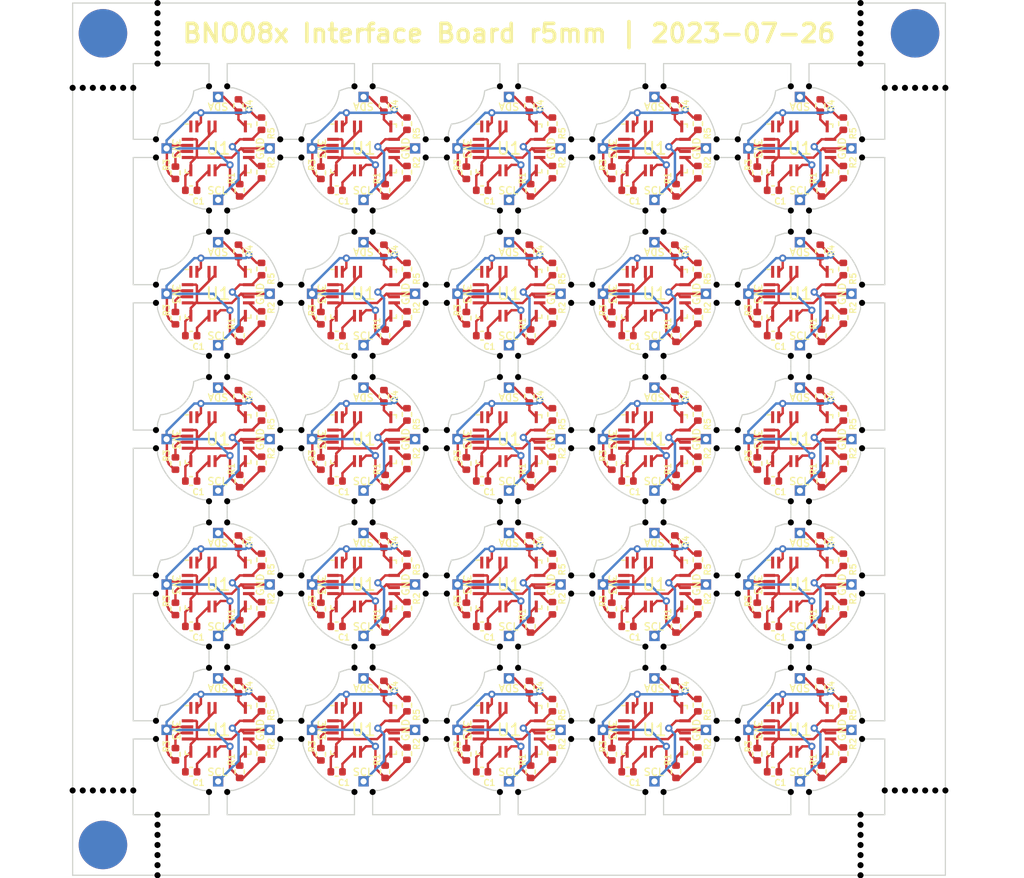
<source format=kicad_pcb>
(kicad_pcb (version 20221018) (generator pcbnew)
  (title_block (title "BNO08x Interface Board r5mm") (date "2023-07-26") (comment 1 "Author: Toby Godfrey"))
  (layers (0 "F.Cu" signal) (31 "B.Cu" signal) (34 "B.Paste" user) (35 "F.Paste" user) (36 "B.SilkS" user "B.Silkscreen") (37 "F.SilkS" user "F.Silkscreen") (38 "B.Mask" user) (39 "F.Mask" user) (44 "Edge.Cuts" user))
  (net 0 "")
  (net 1 "Board_0-+3.3V")
  (net 2 "Board_0-GND")
  (net 3 "Board_0-Net-(J1-Pin_1)")
  (net 4 "Board_0-Net-(J2-Pin_1)")
  (net 5 "Board_0-Net-(U1-BOOTN)")
  (net 6 "Board_0-Net-(U1-CAP)")
  (net 7 "Board_0-Net-(U1-ENV_SCL)")
  (net 8 "Board_0-Net-(U1-ENV_SDA)")
  (net 9 "Board_0-unconnected-(U1-RESV_NC-Pad1)")
  (net 10 "Board_1-+3.3V")
  (net 11 "Board_1-GND")
  (net 12 "Board_1-Net-(J1-Pin_1)")
  (net 13 "Board_1-Net-(J2-Pin_1)")
  (net 14 "Board_1-Net-(U1-BOOTN)")
  (net 15 "Board_1-Net-(U1-CAP)")
  (net 16 "Board_1-Net-(U1-ENV_SCL)")
  (net 17 "Board_1-Net-(U1-ENV_SDA)")
  (net 18 "Board_1-unconnected-(U1-RESV_NC-Pad1)")
  (net 19 "Board_2-+3.3V")
  (net 20 "Board_2-GND")
  (net 21 "Board_2-Net-(J1-Pin_1)")
  (net 22 "Board_2-Net-(J2-Pin_1)")
  (net 23 "Board_2-Net-(U1-BOOTN)")
  (net 24 "Board_2-Net-(U1-CAP)")
  (net 25 "Board_2-Net-(U1-ENV_SCL)")
  (net 26 "Board_2-Net-(U1-ENV_SDA)")
  (net 27 "Board_2-unconnected-(U1-RESV_NC-Pad1)")
  (net 28 "Board_3-+3.3V")
  (net 29 "Board_3-GND")
  (net 30 "Board_3-Net-(J1-Pin_1)")
  (net 31 "Board_3-Net-(J2-Pin_1)")
  (net 32 "Board_3-Net-(U1-BOOTN)")
  (net 33 "Board_3-Net-(U1-CAP)")
  (net 34 "Board_3-Net-(U1-ENV_SCL)")
  (net 35 "Board_3-Net-(U1-ENV_SDA)")
  (net 36 "Board_3-unconnected-(U1-RESV_NC-Pad1)")
  (net 37 "Board_4-+3.3V")
  (net 38 "Board_4-GND")
  (net 39 "Board_4-Net-(J1-Pin_1)")
  (net 40 "Board_4-Net-(J2-Pin_1)")
  (net 41 "Board_4-Net-(U1-BOOTN)")
  (net 42 "Board_4-Net-(U1-CAP)")
  (net 43 "Board_4-Net-(U1-ENV_SCL)")
  (net 44 "Board_4-Net-(U1-ENV_SDA)")
  (net 45 "Board_4-unconnected-(U1-RESV_NC-Pad1)")
  (net 46 "Board_5-+3.3V")
  (net 47 "Board_5-GND")
  (net 48 "Board_5-Net-(J1-Pin_1)")
  (net 49 "Board_5-Net-(J2-Pin_1)")
  (net 50 "Board_5-Net-(U1-BOOTN)")
  (net 51 "Board_5-Net-(U1-CAP)")
  (net 52 "Board_5-Net-(U1-ENV_SCL)")
  (net 53 "Board_5-Net-(U1-ENV_SDA)")
  (net 54 "Board_5-unconnected-(U1-RESV_NC-Pad1)")
  (net 55 "Board_6-+3.3V")
  (net 56 "Board_6-GND")
  (net 57 "Board_6-Net-(J1-Pin_1)")
  (net 58 "Board_6-Net-(J2-Pin_1)")
  (net 59 "Board_6-Net-(U1-BOOTN)")
  (net 60 "Board_6-Net-(U1-CAP)")
  (net 61 "Board_6-Net-(U1-ENV_SCL)")
  (net 62 "Board_6-Net-(U1-ENV_SDA)")
  (net 63 "Board_6-unconnected-(U1-RESV_NC-Pad1)")
  (net 64 "Board_7-+3.3V")
  (net 65 "Board_7-GND")
  (net 66 "Board_7-Net-(J1-Pin_1)")
  (net 67 "Board_7-Net-(J2-Pin_1)")
  (net 68 "Board_7-Net-(U1-BOOTN)")
  (net 69 "Board_7-Net-(U1-CAP)")
  (net 70 "Board_7-Net-(U1-ENV_SCL)")
  (net 71 "Board_7-Net-(U1-ENV_SDA)")
  (net 72 "Board_7-unconnected-(U1-RESV_NC-Pad1)")
  (net 73 "Board_8-+3.3V")
  (net 74 "Board_8-GND")
  (net 75 "Board_8-Net-(J1-Pin_1)")
  (net 76 "Board_8-Net-(J2-Pin_1)")
  (net 77 "Board_8-Net-(U1-BOOTN)")
  (net 78 "Board_8-Net-(U1-CAP)")
  (net 79 "Board_8-Net-(U1-ENV_SCL)")
  (net 80 "Board_8-Net-(U1-ENV_SDA)")
  (net 81 "Board_8-unconnected-(U1-RESV_NC-Pad1)")
  (net 82 "Board_9-+3.3V")
  (net 83 "Board_9-GND")
  (net 84 "Board_9-Net-(J1-Pin_1)")
  (net 85 "Board_9-Net-(J2-Pin_1)")
  (net 86 "Board_9-Net-(U1-BOOTN)")
  (net 87 "Board_9-Net-(U1-CAP)")
  (net 88 "Board_9-Net-(U1-ENV_SCL)")
  (net 89 "Board_9-Net-(U1-ENV_SDA)")
  (net 90 "Board_9-unconnected-(U1-RESV_NC-Pad1)")
  (net 91 "Board_10-+3.3V")
  (net 92 "Board_10-GND")
  (net 93 "Board_10-Net-(J1-Pin_1)")
  (net 94 "Board_10-Net-(J2-Pin_1)")
  (net 95 "Board_10-Net-(U1-BOOTN)")
  (net 96 "Board_10-Net-(U1-CAP)")
  (net 97 "Board_10-Net-(U1-ENV_SCL)")
  (net 98 "Board_10-Net-(U1-ENV_SDA)")
  (net 99 "Board_10-unconnected-(U1-RESV_NC-Pad1)")
  (net 100 "Board_11-+3.3V")
  (net 101 "Board_11-GND")
  (net 102 "Board_11-Net-(J1-Pin_1)")
  (net 103 "Board_11-Net-(J2-Pin_1)")
  (net 104 "Board_11-Net-(U1-BOOTN)")
  (net 105 "Board_11-Net-(U1-CAP)")
  (net 106 "Board_11-Net-(U1-ENV_SCL)")
  (net 107 "Board_11-Net-(U1-ENV_SDA)")
  (net 108 "Board_11-unconnected-(U1-RESV_NC-Pad1)")
  (net 109 "Board_12-+3.3V")
  (net 110 "Board_12-GND")
  (net 111 "Board_12-Net-(J1-Pin_1)")
  (net 112 "Board_12-Net-(J2-Pin_1)")
  (net 113 "Board_12-Net-(U1-BOOTN)")
  (net 114 "Board_12-Net-(U1-CAP)")
  (net 115 "Board_12-Net-(U1-ENV_SCL)")
  (net 116 "Board_12-Net-(U1-ENV_SDA)")
  (net 117 "Board_12-unconnected-(U1-RESV_NC-Pad1)")
  (net 118 "Board_13-+3.3V")
  (net 119 "Board_13-GND")
  (net 120 "Board_13-Net-(J1-Pin_1)")
  (net 121 "Board_13-Net-(J2-Pin_1)")
  (net 122 "Board_13-Net-(U1-BOOTN)")
  (net 123 "Board_13-Net-(U1-CAP)")
  (net 124 "Board_13-Net-(U1-ENV_SCL)")
  (net 125 "Board_13-Net-(U1-ENV_SDA)")
  (net 126 "Board_13-unconnected-(U1-RESV_NC-Pad1)")
  (net 127 "Board_14-+3.3V")
  (net 128 "Board_14-GND")
  (net 129 "Board_14-Net-(J1-Pin_1)")
  (net 130 "Board_14-Net-(J2-Pin_1)")
  (net 131 "Board_14-Net-(U1-BOOTN)")
  (net 132 "Board_14-Net-(U1-CAP)")
  (net 133 "Board_14-Net-(U1-ENV_SCL)")
  (net 134 "Board_14-Net-(U1-ENV_SDA)")
  (net 135 "Board_14-unconnected-(U1-RESV_NC-Pad1)")
  (net 136 "Board_15-+3.3V")
  (net 137 "Board_15-GND")
  (net 138 "Board_15-Net-(J1-Pin_1)")
  (net 139 "Board_15-Net-(J2-Pin_1)")
  (net 140 "Board_15-Net-(U1-BOOTN)")
  (net 141 "Board_15-Net-(U1-CAP)")
  (net 142 "Board_15-Net-(U1-ENV_SCL)")
  (net 143 "Board_15-Net-(U1-ENV_SDA)")
  (net 144 "Board_15-unconnected-(U1-RESV_NC-Pad1)")
  (net 145 "Board_16-+3.3V")
  (net 146 "Board_16-GND")
  (net 147 "Board_16-Net-(J1-Pin_1)")
  (net 148 "Board_16-Net-(J2-Pin_1)")
  (net 149 "Board_16-Net-(U1-BOOTN)")
  (net 150 "Board_16-Net-(U1-CAP)")
  (net 151 "Board_16-Net-(U1-ENV_SCL)")
  (net 152 "Board_16-Net-(U1-ENV_SDA)")
  (net 153 "Board_16-unconnected-(U1-RESV_NC-Pad1)")
  (net 154 "Board_17-+3.3V")
  (net 155 "Board_17-GND")
  (net 156 "Board_17-Net-(J1-Pin_1)")
  (net 157 "Board_17-Net-(J2-Pin_1)")
  (net 158 "Board_17-Net-(U1-BOOTN)")
  (net 159 "Board_17-Net-(U1-CAP)")
  (net 160 "Board_17-Net-(U1-ENV_SCL)")
  (net 161 "Board_17-Net-(U1-ENV_SDA)")
  (net 162 "Board_17-unconnected-(U1-RESV_NC-Pad1)")
  (net 163 "Board_18-+3.3V")
  (net 164 "Board_18-GND")
  (net 165 "Board_18-Net-(J1-Pin_1)")
  (net 166 "Board_18-Net-(J2-Pin_1)")
  (net 167 "Board_18-Net-(U1-BOOTN)")
  (net 168 "Board_18-Net-(U1-CAP)")
  (net 169 "Board_18-Net-(U1-ENV_SCL)")
  (net 170 "Board_18-Net-(U1-ENV_SDA)")
  (net 171 "Board_18-unconnected-(U1-RESV_NC-Pad1)")
  (net 172 "Board_19-+3.3V")
  (net 173 "Board_19-GND")
  (net 174 "Board_19-Net-(J1-Pin_1)")
  (net 175 "Board_19-Net-(J2-Pin_1)")
  (net 176 "Board_19-Net-(U1-BOOTN)")
  (net 177 "Board_19-Net-(U1-CAP)")
  (net 178 "Board_19-Net-(U1-ENV_SCL)")
  (net 179 "Board_19-Net-(U1-ENV_SDA)")
  (net 180 "Board_19-unconnected-(U1-RESV_NC-Pad1)")
  (net 181 "Board_20-+3.3V")
  (net 182 "Board_20-GND")
  (net 183 "Board_20-Net-(J1-Pin_1)")
  (net 184 "Board_20-Net-(J2-Pin_1)")
  (net 185 "Board_20-Net-(U1-BOOTN)")
  (net 186 "Board_20-Net-(U1-CAP)")
  (net 187 "Board_20-Net-(U1-ENV_SCL)")
  (net 188 "Board_20-Net-(U1-ENV_SDA)")
  (net 189 "Board_20-unconnected-(U1-RESV_NC-Pad1)")
  (net 190 "Board_21-+3.3V")
  (net 191 "Board_21-GND")
  (net 192 "Board_21-Net-(J1-Pin_1)")
  (net 193 "Board_21-Net-(J2-Pin_1)")
  (net 194 "Board_21-Net-(U1-BOOTN)")
  (net 195 "Board_21-Net-(U1-CAP)")
  (net 196 "Board_21-Net-(U1-ENV_SCL)")
  (net 197 "Board_21-Net-(U1-ENV_SDA)")
  (net 198 "Board_21-unconnected-(U1-RESV_NC-Pad1)")
  (net 199 "Board_22-+3.3V")
  (net 200 "Board_22-GND")
  (net 201 "Board_22-Net-(J1-Pin_1)")
  (net 202 "Board_22-Net-(J2-Pin_1)")
  (net 203 "Board_22-Net-(U1-BOOTN)")
  (net 204 "Board_22-Net-(U1-CAP)")
  (net 205 "Board_22-Net-(U1-ENV_SCL)")
  (net 206 "Board_22-Net-(U1-ENV_SDA)")
  (net 207 "Board_22-unconnected-(U1-RESV_NC-Pad1)")
  (net 208 "Board_23-+3.3V")
  (net 209 "Board_23-GND")
  (net 210 "Board_23-Net-(J1-Pin_1)")
  (net 211 "Board_23-Net-(J2-Pin_1)")
  (net 212 "Board_23-Net-(U1-BOOTN)")
  (net 213 "Board_23-Net-(U1-CAP)")
  (net 214 "Board_23-Net-(U1-ENV_SCL)")
  (net 215 "Board_23-Net-(U1-ENV_SDA)")
  (net 216 "Board_23-unconnected-(U1-RESV_NC-Pad1)")
  (net 217 "Board_24-+3.3V")
  (net 218 "Board_24-GND")
  (net 219 "Board_24-Net-(J1-Pin_1)")
  (net 220 "Board_24-Net-(J2-Pin_1)")
  (net 221 "Board_24-Net-(U1-BOOTN)")
  (net 222 "Board_24-Net-(U1-CAP)")
  (net 223 "Board_24-Net-(U1-ENV_SCL)")
  (net 224 "Board_24-Net-(U1-ENV_SDA)")
  (net 225 "Board_24-unconnected-(U1-RESV_NC-Pad1)")
  (footprint "Resistor_SMD:R_0402_1005Metric" (layer "F.Cu") (at 176.08 53.960004 -90)
    (fp_text reference "R5")
    (fp_text value "2.2k")
  )
  (footprint "Package_LGA:LGA-28_5.2x3.8mm_P0.5mm" (layer "F.Cu") (at 136.5 68.000004)
    (fp_text reference "U1")
    (fp_text value "~")
  )
  (footprint "Connector_PinHeader_1.00mm:PinHeader_1x01_P1.00mm_Vertical" (layer "F.Cu") (at 132.25 68.000004)
    (fp_text reference "J3" hide)
    (fp_text value "Conn_01x01_Pin")
  )
  (footprint "Resistor_SMD:R_0402_1005Metric" (layer "F.Cu") (at 132.98 82.012707 -90)
    (fp_text reference "R3")
    (fp_text value "10k")
  )
  (footprint "Connector_PinHeader_1.00mm:PinHeader_1x01_P1.00mm_Vertical" (layer "F.Cu") (at 152.75 32.000004)
    (fp_text reference "J4" hide)
    (fp_text value "Conn_01x01_Pin")
  )
  (footprint "Connector_PinHeader_1.00mm:PinHeader_1x01_P1.00mm_Vertical" (layer "F.Cu") (at 124.5 39.750004)
    (fp_text reference "J1" hide)
    (fp_text value "Conn_01x01_Pin")
  )
  (footprint "Connector_PinHeader_1.00mm:PinHeader_1x01_P1.00mm_Vertical" (layer "F.Cu") (at 172.5 36.250004)
    (fp_text reference "J2" hide)
    (fp_text value "Conn_01x01_Pin")
  )
  (footprint "Connector_PinHeader_1.00mm:PinHeader_1x01_P1.00mm_Vertical" (layer "F.Cu") (at 124.5 48.250004)
    (fp_text reference "J2" hide)
    (fp_text value "Conn_01x01_Pin")
  )
  (footprint "Resistor_SMD:R_0402_1005Metric" (layer "F.Cu") (at 128.08 65.960004 -90)
    (fp_text reference "R5")
    (fp_text value "2.2k")
  )
  (footprint "NPTH" (layer "F.Cu") (at 112.500001 27)
    (fp_text reference "REF**" hide)
    (fp_text value "NPTH" hide)
  )
  (footprint "Package_LGA:LGA-28_5.2x3.8mm_P0.5mm" (layer "F.Cu") (at 160.5 56.000004)
    (fp_text reference "U1")
    (fp_text value "~")
  )
  (footprint "NPTH" (layer "F.Cu") (at 153.624999 43.250001)
    (fp_text reference "REF**" hide)
    (fp_text value "NPTH" hide)
  )
  (footprint "Connector_PinHeader_1.00mm:PinHeader_1x01_P1.00mm_Vertical" (layer "F.Cu") (at 176.75 80.000004)
    (fp_text reference "J4" hide)
    (fp_text value "Conn_01x01_Pin")
  )
  (footprint "NPTH" (layer "F.Cu") (at 125.25 49.125003)
    (fp_text reference "REF**" hide)
    (fp_text value "NPTH" hide)
  )
  (footprint "NPTH" (layer "F.Cu") (at 173.25 37.125003)
    (fp_text reference "REF**" hide)
    (fp_text value "NPTH" hide)
  )
  (footprint "NPTH" (layer "F.Cu") (at 115.833335 27)
    (fp_text reference "REF**" hide)
    (fp_text value "NPTH" hide)
  )
  (footprint "Resistor_SMD:R_0402_1005Metric" (layer "F.Cu") (at 132.98 34.012707 -90)
    (fp_text reference "R3")
    (fp_text value "10k")
  )
  (footprint "Resistor_SMD:R_0402_1005Metric" (layer "F.Cu") (at 176.08 29.960004 -90)
    (fp_text reference "R5")
    (fp_text value "2.2k")
  )
  (footprint "Connector_PinHeader_1.00mm:PinHeader_1x01_P1.00mm_Vertical" (layer "F.Cu") (at 140.75 56.000004)
    (fp_text reference "J4" hide)
    (fp_text value "Conn_01x01_Pin")
  )
  (footprint "Connector_PinHeader_1.00mm:PinHeader_1x01_P1.00mm_Vertical" (layer "F.Cu") (at 144.25 44.000004)
    (fp_text reference "J3" hide)
    (fp_text value "Conn_01x01_Pin")
  )
  (footprint "NPTH" (layer "F.Cu") (at 177.499999 21.666667)
    (fp_text reference "REF**" hide)
    (fp_text value "NPTH" hide)
  )
  (footprint "Capacitor_SMD:C_0402_1005Metric" (layer "F.Cu") (at 158.28 59.460004 180)
    (fp_text reference "C1")
    (fp_text value "0.1uF")
  )
  (footprint "Connector_PinHeader_1.00mm:PinHeader_1x01_P1.00mm_Vertical" (layer "F.Cu") (at 172.5 72.250004)
    (fp_text reference "J2" hide)
    (fp_text value "Conn_01x01_Pin")
  )
  (footprint "Connector_PinHeader_1.00mm:PinHeader_1x01_P1.00mm_Vertical" (layer "F.Cu") (at 128.75 56.000004)
    (fp_text reference "J4" hide)
    (fp_text value "Conn_01x01_Pin")
  )
  (footprint "Connector_PinHeader_1.00mm:PinHeader_1x01_P1.00mm_Vertical" (layer "F.Cu") (at 176.75 68.000004)
    (fp_text reference "J4" hide)
    (fp_text value "Conn_01x01_Pin")
  )
  (footprint "NPTH" (layer "F.Cu") (at 143.375 56.750001)
    (fp_text reference "REF**" hide)
    (fp_text value "NPTH" hide)
  )
  (footprint "Resistor_SMD:R_0402_1005Metric" (layer "F.Cu") (at 156.98 82.012707 -90)
    (fp_text reference "R3")
    (fp_text value "10k")
  )
  (footprint "NPTH" (layer "F.Cu") (at 153.624999 79.250001)
    (fp_text reference "REF**" hide)
    (fp_text value "NPTH" hide)
  )
  (footprint "Resistor_SMD:R_0402_1005Metric" (layer "F.Cu") (at 138.28 59.460004 90)
    (fp_text reference "R1")
    (fp_text value "2.2k")
  )
  (footprint "NPTH" (layer "F.Cu") (at 119.375001 79.250001)
    (fp_text reference "REF**" hide)
    (fp_text value "NPTH" hide)
  )
  (footprint "Resistor_SMD:R_0402_1005Metric" (layer "F.Cu") (at 138.18 28.460004 90)
    (fp_text reference "R4")
    (fp_text value "2.2k")
  )
  (footprint "NPTH" (layer "F.Cu") (at 149.25 62.875003)
    (fp_text reference "REF**" hide)
    (fp_text value "NPTH" hide)
  )
  (footprint "Connector_PinHeader_1.00mm:PinHeader_1x01_P1.00mm_Vertical" (layer "F.Cu") (at 152.75 56.000004)
    (fp_text reference "J4" hide)
    (fp_text value "Conn_01x01_Pin")
  )
  (footprint "Resistor_SMD:R_0402_1005Metric" (layer "F.Cu") (at 140.08 57.960004 -90)
    (fp_text reference "R2")
    (fp_text value "2.2k")
  )
  (footprint "Resistor_SMD:R_0402_1005Metric" (layer "F.Cu") (at 140.08 69.960004 -90)
    (fp_text reference "R2")
    (fp_text value "2.2k")
  )
  (footprint "Connector_PinHeader_1.00mm:PinHeader_1x01_P1.00mm_Vertical" (layer "F.Cu") (at 160.5 60.250004)
    (fp_text reference "J2" hide)
    (fp_text value "Conn_01x01_Pin")
  )
  (footprint "Package_LGA:LGA-28_5.2x3.8mm_P0.5mm" (layer "F.Cu") (at 136.5 44.000004)
    (fp_text reference "U1")
    (fp_text value "~")
  )
  (footprint "Connector_PinHeader_1.00mm:PinHeader_1x01_P1.00mm_Vertical" (layer "F.Cu") (at 148.5 39.750004)
    (fp_text reference "J1" hide)
    (fp_text value "Conn_01x01_Pin")
  )
  (footprint "NPTH" (layer "F.Cu") (at 135.75 62.875)
    (fp_text reference "REF**" hide)
    (fp_text value "NPTH" hide)
  )
  (footprint "NPTH" (layer "F.Cu") (at 143.375 43.250001)
    (fp_text reference "REF**" hide)
    (fp_text value "NPTH" hide)
  )
  (footprint "Resistor_SMD:R_0402_1005Metric" (layer "F.Cu") (at 174.28 47.460004 90)
    (fp_text reference "R1")
    (fp_text value "2.2k")
  )
  (footprint "Capacitor_SMD:C_0402_1005Metric" (layer "F.Cu") (at 170.28 83.460004 180)
    (fp_text reference "C1")
    (fp_text value "0.1uF")
  )
  (footprint "NPTH" (layer "F.Cu") (at 137.25 61.125003)
    (fp_text reference "REF**" hide)
    (fp_text value "NPTH" hide)
  )
  (footprint "NPTH" (layer "F.Cu") (at 165.624999 44.750001)
    (fp_text reference "REF**" hide)
    (fp_text value "NPTH" hide)
  )
  (footprint "Package_LGA:LGA-28_5.2x3.8mm_P0.5mm" (layer "F.Cu") (at 160.5 44.000004)
    (fp_text reference "U1")
    (fp_text value "~")
  )
  (footprint "Connector_PinHeader_1.00mm:PinHeader_1x01_P1.00mm_Vertical" (layer "F.Cu") (at 172.5 51.750004)
    (fp_text reference "J1" hide)
    (fp_text value "Conn_01x01_Pin")
  )
  (footprint "Connector_PinHeader_1.00mm:PinHeader_1x01_P1.00mm_Vertical" (layer "F.Cu") (at 176.75 32.000004)
    (fp_text reference "J4" hide)
    (fp_text value "Conn_01x01_Pin")
  )
  (footprint "Resistor_SMD:R_0402_1005Metric" (layer "F.Cu") (at 168.98 58.012707 -90)
    (fp_text reference "R3")
    (fp_text value "10k")
  )
  (footprint "NPTH" (layer "F.Cu") (at 143.375 79.250001)
    (fp_text reference "REF**" hide)
    (fp_text value "NPTH" hide)
  )
  (footprint "NPTH" (layer "F.Cu") (at 153.624999 31.250002)
    (fp_text reference "REF**" hide)
    (fp_text value "NPTH" hide)
  )
  (footprint "Connector_PinHeader_1.00mm:PinHeader_1x01_P1.00mm_Vertical" (layer "F.Cu") (at 124.5 75.750004)
    (fp_text reference "J1" hide)
    (fp_text value "Conn_01x01_Pin")
  )
  (footprint "NPTH" (layer "F.Cu") (at 177.499999 92.000004)
    (fp_text reference "REF**" hide)
    (fp_text value "NPTH" hide)
  )
  (footprint "NPTH" (layer "F.Cu") (at 147.75 49.125003)
    (fp_text reference "REF**" hide)
    (fp_text value "NPTH" hide)
  )
  (footprint "NPTH" (layer "F.Cu") (at 119.500001 92.000004)
    (fp_text reference "REF**" hide)
    (fp_text value "NPTH" hide)
  )
  (footprint "NPTH" (layer "F.Cu") (at 147.75 50.875)
    (fp_text reference "REF**" hide)
    (fp_text value "NPTH" hide)
  )
  (footprint "Capacitor_SMD:C_0402_1005Metric" (layer "F.Cu") (at 134.28 35.460004 180)
    (fp_text reference "C1")
    (fp_text value "0.1uF")
  )
  (footprint "Resistor_SMD:R_0402_1005Metric" (layer "F.Cu") (at 144.98 70.012707 -90)
    (fp_text reference "R3")
    (fp_text value "10k")
  )
  (footprint "NPTH" (layer "F.Cu") (at 119.500001 20)
    (fp_text reference "REF**" hide)
    (fp_text value "NPTH" hide)
  )
  (footprint "Capacitor_SMD:C_0402_1005Metric" (layer "F.Cu") (at 122.28 59.460004 180)
    (fp_text reference "C1")
    (fp_text value "0.1uF")
  )
  (footprint "NPTH" (layer "F.Cu") (at 153.624999 56.750001)
    (fp_text reference "REF**" hide)
    (fp_text value "NPTH" hide)
  )
  (footprint "NPTH" (layer "F.Cu") (at 117.500001 27)
    (fp_text reference "REF**" hide)
    (fp_text value "NPTH" hide)
  )
  (footprint "Package_LGA:LGA-28_5.2x3.8mm_P0.5mm" (layer "F.Cu") (at 124.5 68.000004)
    (fp_text reference "U1")
    (fp_text value "~")
  )
  (footprint "NPTH" (layer "F.Cu") (at 155.375 44.750001)
    (fp_text reference "REF**" hide)
    (fp_text value "NPTH" hide)
  )
  (footprint "NPTH" (layer "F.Cu") (at 131.375 68.750001)
    (fp_text reference "REF**" hide)
    (fp_text value "NPTH" hide)
  )
  (footprint "Resistor_SMD:R_0402_1005Metric" (layer "F.Cu") (at 162.18 40.460004 90)
    (fp_text reference "R4")
    (fp_text value "2.2k")
  )
  (footprint "Connector_PinHeader_1.00mm:PinHeader_1x01_P1.00mm_Vertical" (layer "F.Cu") (at 148.5 36.250004)
    (fp_text reference "J2" hide)
    (fp_text value "Conn_01x01_Pin")
  )
  (footprint "Resistor_SMD:R_0402_1005Metric" (layer "F.Cu") (at 152.08 65.960004 -90)
    (fp_text reference "R5")
    (fp_text value "2.2k")
  )
  (footprint "NPTH" (layer "F.Cu") (at 135.75 73.125003)
    (fp_text reference "REF**" hide)
    (fp_text value "NPTH" hide)
  )
  (footprint "Connector_PinHeader_1.00mm:PinHeader_1x01_P1.00mm_Vertical" (layer "F.Cu") (at 140.75 68.000004)
    (fp_text reference "J4" hide)
    (fp_text value "Conn_01x01_Pin")
  )
  (footprint "Connector_PinHeader_1.00mm:PinHeader_1x01_P1.00mm_Vertical" (layer "F.Cu") (at 124.5 84.250004)
    (fp_text reference "J2" hide)
    (fp_text value "Conn_01x01_Pin")
  )
  (footprint "Fiducial" (layer "F.Cu") (at 182 22.5)
    (fp_text reference "REF**" hide)
    (fp_text value "Fiducial" hide)
  )
  (footprint "Package_LGA:LGA-28_5.2x3.8mm_P0.5mm" (layer "F.Cu") (at 124.5 32.000004)
    (fp_text reference "U1")
    (fp_text value "~")
  )
  (footprint "Capacitor_SMD:C_0402_1005Metric" (layer "F.Cu") (at 134.28 59.460004 180)
    (fp_text reference "C1")
    (fp_text value "0.1uF")
  )
  (footprint "Resistor_SMD:R_0402_1005Metric" (layer "F.Cu") (at 140.08 65.960004 -90)
    (fp_text reference "R5")
    (fp_text value "2.2k")
  )
  (footprint "Resistor_SMD:R_0402_1005Metric" (layer "F.Cu") (at 126.18 64.460004 90)
    (fp_text reference "R4")
    (fp_text value "2.2k")
  )
  (footprint "NPTH" (layer "F.Cu") (at 153.624999 80.750001)
    (fp_text reference "REF**" hide)
    (fp_text value "NPTH" hide)
  )
  (footprint "Connector_PinHeader_1.00mm:PinHeader_1x01_P1.00mm_Vertical" (layer "F.Cu") (at 136.5 72.250004)
    (fp_text reference "J2" hide)
    (fp_text value "Conn_01x01_Pin")
  )
  (footprint "NPTH" (layer "F.Cu") (at 125.25 26.875004)
    (fp_text reference "REF**" hide)
    (fp_text value "NPTH" hide)
  )
  (footprint "Resistor_SMD:R_0402_1005Metric" (layer "F.Cu") (at 162.28 83.460004 90)
    (fp_text reference "R1")
    (fp_text value "2.2k")
  )
  (footprint "Connector_PinHeader_1.00mm:PinHeader_1x01_P1.00mm_Vertical" (layer "F.Cu") (at 148.5 60.250004)
    (fp_text reference "J2" hide)
    (fp_text value "Conn_01x01_Pin")
  )
  (footprint "Connector_PinHeader_1.00mm:PinHeader_1x01_P1.00mm_Vertical" (layer "F.Cu") (at 148.5 27.750004)
    (fp_text reference "J1" hide)
    (fp_text value "Conn_01x01_Pin")
  )
  (footprint "Connector_PinHeader_1.00mm:PinHeader_1x01_P1.00mm_Vertical" (layer "F.Cu") (at 120.25 56.000004)
    (fp_text reference "J3" hide)
    (fp_text value "Conn_01x01_Pin")
  )
  (footprint "Connector_PinHeader_1.00mm:PinHeader_1x01_P1.00mm_Vertical" (layer "F.Cu") (at 164.75 56.000004)
    (fp_text reference "J4" hide)
    (fp_text value "Conn_01x01_Pin")
  )
  (footprint "NPTH" (layer "F.Cu") (at 177.624999 44.750001)
    (fp_text reference "REF**" hide)
    (fp_text value "NPTH" hide)
  )
  (footprint "Package_LGA:LGA-28_5.2x3.8mm_P0.5mm" (layer "F.Cu") (at 148.5 44.000004)
    (fp_text reference "U1")
    (fp_text value "~")
  )
  (footprint "Resistor_SMD:R_0402_1005Metric" (layer "F.Cu") (at 140.08 81.960004 -90)
    (fp_text reference "R2")
    (fp_text value "2.2k")
  )
  (footprint "Connector_PinHeader_1.00mm:PinHeader_1x01_P1.00mm_Vertical" (layer "F.Cu") (at 172.5 63.750004)
    (fp_text reference "J1" hide)
    (fp_text value "Conn_01x01_Pin")
  )
  (footprint "NPTH" (layer "F.Cu") (at 153.624999 67.250001)
    (fp_text reference "REF**" hide)
    (fp_text value "NPTH" hide)
  )
  (footprint "NPTH" (layer "F.Cu") (at 173.25 49.125003)
    (fp_text reference "REF**" hide)
    (fp_text value "NPTH" hide)
  )
  (footprint "Resistor_SMD:R_0402_1005Metric" (layer "F.Cu") (at 128.08 41.960004 -90)
    (fp_text reference "R5")
    (fp_text value "2.2k")
  )
  (footprint "NPTH" (layer "F.Cu") (at 135.75 26.875001)
    (fp_text reference "REF**" hide)
    (fp_text value "NPTH" hide)
  )
  (footprint "NPTH" (layer "F.Cu") (at 161.25 49.125003)
    (fp_text reference "REF**" hide)
    (fp_text value "NPTH" hide)
  )
  (footprint "NPTH" (layer "F.Cu") (at 167.375 44.750001)
    (fp_text reference "REF**" hide)
    (fp_text value "NPTH" hide)
  )
  (footprint "NPTH" (layer "F.Cu") (at 131.375 80.750001)
    (fp_text reference "REF**" hide)
    (fp_text value "NPTH" hide)
  )
  (footprint "NPTH" (layer "F.Cu") (at 165.624999 32.750001)
    (fp_text reference "REF**" hide)
    (fp_text value "NPTH" hide)
  )
  (footprint "NPTH" (layer "F.Cu") (at 119.500001 87.833337)
    (fp_text reference "REF**" hide)
    (fp_text value "NPTH" hide)
  )
  (footprint "NPTH" (layer "F.Cu") (at 180.333333 27)
    (fp_text reference "REF**" hide)
    (fp_text value "NPTH" hide)
  )
  (footprint "NPTH" (layer "F.Cu") (at 182.833333 27)
    (fp_text reference "REF**" hide)
    (fp_text value "NPTH" hide)
  )
  (footprint "Connector_PinHeader_1.00mm:PinHeader_1x01_P1.00mm_Vertical" (layer "F.Cu") (at 136.5 63.750004)
    (fp_text reference "J1" hide)
    (fp_text value "Conn_01x01_Pin")
  )
  (footprint "Connector_PinHeader_1.00mm:PinHeader_1x01_P1.00mm_Vertical" (layer "F.Cu") (at 164.75 80.000004)
    (fp_text reference "J4" hide)
    (fp_text value "Conn_01x01_Pin")
  )
  (footprint "NPTH" (layer "F.Cu") (at 173.25 50.875003)
    (fp_text reference "REF**" hide)
    (fp_text value "NPTH" hide)
  )
  (footprint "NPTH" (layer "F.Cu") (at 171.75 74.875)
    (fp_text reference "REF**" hide)
    (fp_text value "NPTH" hide)
  )
  (footprint "NPTH" (layer "F.Cu") (at 167.375 32.750001)
    (fp_text reference "REF**" hide)
    (fp_text value "NPTH" hide)
  )
  (footprint "NPTH" (layer "F.Cu") (at 177.624999 68.750001)
    (fp_text reference "REF**" hide)
    (fp_text value "NPTH" hide)
  )
  (footprint "Resistor_SMD:R_0402_1005Metric" (layer "F.Cu") (at 150.28 59.460004 90)
    (fp_text reference "R1")
    (fp_text value "2.2k")
  )
  (footprint "NPTH" (layer "F.Cu") (at 125.25 85.125003)
    (fp_text reference "REF**" hide)
    (fp_text value "NPTH" hide)
  )
  (footprint "NPTH" (layer "F.Cu") (at 159.75 37.125003)
    (fp_text reference "REF**" hide)
    (fp_text value "NPTH" hide)
  )
  (footprint "Capacitor_SMD:C_0402_1005Metric" (layer "F.Cu") (at 134.28 71.460004 180)
    (fp_text reference "C1")
    (fp_text value "0.1uF")
  )
  (footprint "Connector_PinHeader_1.00mm:PinHeader_1x01_P1.00mm_Vertical" (layer "F.Cu") (at 172.5 27.750004)
    (fp_text reference "J1" hide)
    (fp_text value "Conn_01x01_Pin")
  )
  (footprint "NPTH" (layer "F.Cu") (at 115.833335 85.000003)
    (fp_text reference "REF**" hide)
    (fp_text value "NPTH" hide)
  )
  (footprint "NPTH" (layer "F.Cu") (at 155.375 80.750001)
    (fp_text reference "REF**" hide)
    (fp_text value "NPTH" hide)
  )
  (footprint "Connector_PinHeader_1.00mm:PinHeader_1x01_P1.00mm_Vertical" (layer "F.Cu") (at 156.25 44.000004)
    (fp_text reference "J3" hide)
    (fp_text value "Conn_01x01_Pin")
  )
  (footprint "NPTH" (layer "F.Cu") (at 141.624999 80.750001)
    (fp_text reference "REF**" hide)
    (fp_text value "NPTH" hide)
  )
  (footprint "Connector_PinHeader_1.00mm:PinHeader_1x01_P1.00mm_Vertical" (layer "F.Cu") (at 152.75 44.000004)
    (fp_text reference "J4" hide)
    (fp_text value "Conn_01x01_Pin")
  )
  (footprint "Resistor_SMD:R_0402_1005Metric" (layer "F.Cu") (at 152.08 41.960004 -90)
    (fp_text reference "R5")
    (fp_text value "2.2k")
  )
  (footprint "NPTH" (layer "F.Cu") (at 129.624999 79.250001)
    (fp_text reference "REF**" hide)
    (fp_text value "NPTH" hide)
  )
  (footprint "NPTH" (layer "F.Cu") (at 165.624999 43.250001)
    (fp_text reference "REF**" hide)
    (fp_text value "NPTH" hide)
  )
  (footprint "Resistor_SMD:R_0402_1005Metric" (layer "F.Cu") (at 164.08 53.960004 -90)
    (fp_text reference "R5")
    (fp_text value "2.2k")
  )
  (footprint "NPTH" (layer "F.Cu") (at 131.375 43.250001)
    (fp_text reference "REF**" hide)
    (fp_text value "NPTH" hide)
  )
  (footprint "Resistor_SMD:R_0402_1005Metric" (layer "F.Cu") (at 176.08 41.960004 -90)
    (fp_text reference "R5")
    (fp_text value "2.2k")
  )
  (footprint "Connector_PinHeader_1.00mm:PinHeader_1x01_P1.00mm_Vertical" (layer "F.Cu") (at 132.25 80.000004)
    (fp_text reference "J3" hide)
    (fp_text value "Conn_01x01_Pin")
  )
  (footprint "NPTH" (layer "F.Cu") (at 147.75 62.875)
    (fp_text reference "REF**" hide)
    (fp_text value "NPTH" hide)
  )
  (footprint "Connector_PinHeader_1.00mm:PinHeader_1x01_P1.00mm_Vertical" (layer "F.Cu") (at 124.5 72.250004)
    (fp_text reference "J2" hide)
    (fp_text value "Conn_01x01_Pin")
  )
  (footprint "NPTH" (layer "F.Cu") (at 177.624999 43.250001)
    (fp_text reference "REF**" hide)
    (fp_text value "NPTH" hide)
  )
  (footprint "NPTH" (layer "F.Cu") (at 161.25 50.875003)
    (fp_text reference "REF**" hide)
    (fp_text value "NPTH" hide)
  )
  (footprint "Resistor_SMD:R_0402_1005Metric" (layer "F.Cu") (at 152.08 69.960004 -90)
    (fp_text reference "R2")
    (fp_text value "2.2k")
  )
  (footprint "Connector_PinHeader_1.00mm:PinHeader_1x01_P1.00mm_Vertical" (layer "F.Cu") (at 148.5 48.250004)
    (fp_text reference "J2" hide)
    (fp_text value "Conn_01x01_Pin")
  )
  (footprint "NPTH" (layer "F.Cu") (at 159.75 61.125003)
    (fp_text reference "REF**" hide)
    (fp_text value "NPTH" hide)
  )
  (footprint "Capacitor_SMD:C_0402_1005Metric" (layer "F.Cu") (at 146.28 47.460004 180)
    (fp_text reference "C1")
    (fp_text value "0.1uF")
  )
  (footprint "NPTH" (layer "F.Cu") (at 119.500001 22.5)
    (fp_text reference "REF**" hide)
    (fp_text value "NPTH" hide)
  )
  (footprint "NPTH" (layer "F.Cu") (at 159.75 26.875001)
    (fp_text reference "REF**" hide)
    (fp_text value "NPTH" hide)
  )
  (footprint "NPTH" (layer "F.Cu") (at 143.375 55.250001)
    (fp_text reference "REF**" hide)
    (fp_text value "NPTH" hide)
  )
  (footprint "NPTH" (layer "F.Cu") (at 123.750001 49.125003)
    (fp_text reference "REF**" hide)
    (fp_text value "NPTH" hide)
  )
  (footprint "NPTH" (layer "F.Cu") (at 177.624999 80.750001)
    (fp_text reference "REF**" hide)
    (fp_text value "NPTH" hide)
  )
  (footprint "NPTH" (layer "F.Cu") (at 115.000001 85.000003)
    (fp_text reference "REF**" hide)
    (fp_text value "NPTH" hide)
  )
  (footprint "NPTH" (layer "F.Cu") (at 119.500001 91.16667)
    (fp_text reference "REF**" hide)
    (fp_text value "NPTH" hide)
  )
  (footprint "NPTH" (layer "F.Cu") (at 143.375 44.750001)
    (fp_text reference "REF**" hide)
    (fp_text value "NPTH" hide)
  )
  (footprint "Resistor_SMD:R_0402_1005Metric" (layer "F.Cu") (at 132.98 46.012707 -90)
    (fp_text reference "R3")
    (fp_text value "10k")
  )
  (footprint "NPTH" (layer "F.Cu") (at 177.624999 79.250001)
    (fp_text reference "REF**" hide)
    (fp_text value "NPTH" hide)
  )
  (footprint "NPTH" (layer "F.Cu") (at 167.375 79.250001)
    (fp_text reference "REF**" hide)
    (fp_text value "NPTH" hide)
  )
  (footprint "NPTH" (layer "F.Cu") (at 147.75 38.875)
    (fp_text reference "REF**" hide)
    (fp_text value "NPTH" hide)
  )
  (footprint "NPTH" (layer "F.Cu") (at 123.750001 50.875)
    (fp_text reference "REF**" hide)
    (fp_text value "NPTH" hide)
  )
  (footprint "Resistor_SMD:R_0402_1005Metric" (layer "F.Cu") (at 168.98 46.012707 -90)
    (fp_text reference "R3")
    (fp_text value "10k")
  )
  (footprint "Connector_PinHeader_1.00mm:PinHeader_1x01_P1.00mm_Vertical" (layer "F.Cu") (at 132.25 56.000004)
    (fp_text reference "J3" hide)
    (fp_text value "Conn_01x01_Pin")
  )
  (footprint "NPTH" (layer "F.Cu") (at 135.75 37.125003)
    (fp_text reference "REF**" hide)
    (fp_text value "NPTH" hide)
  )
  (footprint "Resistor_SMD:R_0402_1005Metric" (layer "F.Cu") (at 164.08 41.960004 -90)
    (fp_text reference "R5")
    (fp_text value "2.2k")
  )
  (footprint "NPTH" (layer "F.Cu") (at 159.75 38.875)
    (fp_text reference "REF**" hide)
    (fp_text value "NPTH" hide)
  )
  (footprint "Package_LGA:LGA-28_5.2x3.8mm_P0.5mm" (layer "F.Cu") (at 172.5 44.000004)
    (fp_text reference "U1")
    (fp_text value "~")
  )
  (footprint "NPTH" (layer "F.Cu") (at 171.75 73.125003)
    (fp_text reference "REF**" hide)
    (fp_text value "NPTH" hide)
  )
  (footprint "Resistor_SMD:R_0402_1005Metric" (layer "F.Cu") (at 164.08 45.960004 -90)
    (fp_text reference "R2")
    (fp_text value "2.2k")
  )
  (footprint "Resistor_SMD:R_0402_1005Metric" (layer "F.Cu") (at 128.08 45.960004 -90)
    (fp_text reference "R2")
    (fp_text value "2.2k")
  )
  (footprint "Connector_PinHeader_1.00mm:PinHeader_1x01_P1.00mm_Vertical" (layer "F.Cu") (at 128.75 80.000004)
    (fp_text reference "J4" hide)
    (fp_text value "Conn_01x01_Pin")
  )
  (footprint "Resistor_SMD:R_0402_1005Metric" (layer "F.Cu") (at 126.28 83.460004 90)
    (fp_text reference "R1")
    (fp_text value "2.2k")
  )
  (footprint "Connector_PinHeader_1.00mm:PinHeader_1x01_P1.00mm_Vertical" (layer "F.Cu") (at 128.75 68.000004)
    (fp_text reference "J4" hide)
    (fp_text value "Conn_01x01_Pin")
  )
  (footprint "NPTH" (layer "F.Cu") (at 159.75 73.125003)
    (fp_text reference "REF**" hide)
    (fp_text value "NPTH" hide)
  )
  (footprint "Resistor_SMD:R_0402_1005Metric" (layer "F.Cu") (at 128.08 81.960004 -90)
    (fp_text reference "R2")
    (fp_text value "2.2k")
  )
  (footprint "NPTH" (layer "F.Cu") (at 165.624999 68.750001)
    (fp_text reference "REF**" hide)
    (fp_text value "NPTH" hide)
  )
  (footprint "NPTH" (layer "F.Cu") (at 173.25 73.125003)
    (fp_text reference "REF**" hide)
    (fp_text value "NPTH" hide)
  )
  (footprint "NPTH" (layer "F.Cu") (at 177.624999 31.250002)
    (fp_text reference "REF**" hide)
    (fp_text value "NPTH" hide)
  )
  (footprint "Connector_PinHeader_1.00mm:PinHeader_1x01_P1.00mm_Vertical" (layer "F.Cu") (at 132.25 32.000004)
    (fp_text reference "J3" hide)
    (fp_text value "Conn_01x01_Pin")
  )
  (footprint "Connector_PinHeader_1.00mm:PinHeader_1x01_P1.00mm_Vertical" (layer "F.Cu") (at 124.5 36.250004)
    (fp_text reference "J2" hide)
    (fp_text value "Conn_01x01_Pin")
  )
  (footprint "NPTH" (layer "F.Cu") (at 149.25 49.125003)
    (fp_text reference "REF**" hide)
    (fp_text value "NPTH" hide)
  )
  (footprint "Resistor_SMD:R_0402_1005Metric" (layer "F.Cu") (at 150.18 28.460004 90)
    (fp_text reference "R4")
    (fp_text value "2.2k")
  )
  (footprint "Connector_PinHeader_1.00mm:PinHeader_1x01_P1.00mm_Vertical" (layer "F.Cu") (at 128.75 32.000004)
    (fp_text reference "J4" hide)
    (fp_text value "Conn_01x01_Pin")
  )
  (footprint "Fiducial" (layer "F.Cu") (at 115.000001 22.5)
    (fp_text reference "REF**" hide)
    (fp_text value "Fiducial" hide)
  )
  (footprint "Resistor_SMD:R_0402_1005Metric" (layer "F.Cu") (at 152.08 81.960004 -90)
    (fp_text reference "R2")
    (fp_text value "2.2k")
  )
  (footprint "NPTH" (layer "F.Cu") (at 123.750001 85.125003)
    (fp_text reference "REF**" hide)
    (fp_text value "NPTH" hide)
  )
  (footprint "NPTH" (layer "F.Cu") (at 153.624999 32.750001)
    (fp_text reference "REF**" hide)
    (fp_text value "NPTH" hide)
  )
  (footprint "Capacitor_SMD:C_0402_1005Metric" (layer "F.Cu") (at 122.28 47.460004 180)
    (fp_text reference "C1")
    (fp_text value "0.1uF")
  )
  (footprint "NPTH" (layer "F.Cu") (at 123.750001 73.125003)
    (fp_text reference "REF**" hide)
    (fp_text value "NPTH" hide)
  )
  (footprint "NPTH" (layer "F.Cu") (at 149.25 73.125003)
    (fp_text reference "REF**" hide)
    (fp_text value "NPTH" hide)
  )
  (footprint "Connector_PinHeader_1.00mm:PinHeader_1x01_P1.00mm_Vertical" (layer "F.Cu") (at 136.5 48.250004)
    (fp_text reference "J2" hide)
    (fp_text value "Conn_01x01_Pin")
  )
  (footprint "Resistor_SMD:R_0402_1005Metric" (layer "F.Cu") (at 176.08 81.960004 -90)
    (fp_text reference "R2")
    (fp_text value "2.2k")
  )
  (footprint "NPTH" (layer "F.Cu") (at 184.5 85.000003)
    (fp_text reference "REF**" hide)
    (fp_text value "NPTH" hide)
  )
  (footprint "NPTH" (layer "F.Cu") (at 173.25 38.875003)
    (fp_text reference "REF**" hide)
    (fp_text value "NPTH" hide)
  )
  (footprint "Resistor_SMD:R_0402_1005Metric" (layer "F.Cu") (at 140.08 33.960004 -90)
    (fp_text reference "R2")
    (fp_text value "2.2k")
  )
  (footprint "Package_LGA:LGA-28_5.2x3.8mm_P0.5mm" (layer "F.Cu") (at 160.5 80.000004)
    (fp_text reference "U1")
    (fp_text value "~")
  )
  (footprint "Resistor_SMD:R_0402_1005Metric" (layer "F.Cu") (at 156.98 58.012707 -90)
    (fp_text reference "R3")
    (fp_text value "10k")
  )
  (footprint "NPTH" (layer "F.Cu") (at 129.624999 44.750001)
    (fp_text reference "REF**" hide)
    (fp_text value "NPTH" hide)
  )
  (footprint "Capacitor_SMD:C_0402_1005Metric" (layer "F.Cu") (at 170.28 35.460004 180)
    (fp_text reference "C1")
    (fp_text value "0.1uF")
  )
  (footprint "NPTH" (layer "F.Cu") (at 119.375001 56.750001)
    (fp_text reference "REF**" hide)
    (fp_text value "NPTH" hide)
  )
  (footprint "Connector_PinHeader_1.00mm:PinHeader_1x01_P1.00mm_Vertical" (layer "F.Cu") (at 160.5 39.750004)
    (fp_text reference "J1" hide)
    (fp_text value "Conn_01x01_Pin")
  )
  (footprint "NPTH" (layer "F.Cu") (at 181.166666 85.000003)
    (fp_text reference "REF**" hide)
    (fp_text value "NPTH" hide)
  )
  (footprint "NPTH" (layer "F.Cu") (at 171.75 61.125003)
    (fp_text reference "REF**" hide)
    (fp_text value "NPTH" hide)
  )
  (footprint "NPTH" (layer "F.Cu") (at 143.375 67.250001)
    (fp_text reference "REF**" hide)
    (fp_text value "NPTH" hide)
  )
  (footprint "NPTH" (layer "F.Cu") (at 171.75 37.125003)
    (fp_text reference "REF**" hide)
    (fp_text value "NPTH" hide)
  )
  (footprint "Resistor_SMD:R_0402_1005Metric" (layer "F.Cu") (at 162.28 59.460004 90)
    (fp_text reference "R1")
    (fp_text value "2.2k")
  )
  (footprint "NPTH" (layer "F.Cu") (at 177.499999 89.500004)
    (fp_text reference "REF**" hide)
    (fp_text value "NPTH" hide)
  )
  (footprint "Connector_PinHeader_1.00mm:PinHeader_1x01_P1.00mm_Vertical" (layer "F.Cu") (at 120.25 32.000004)
    (fp_text reference "J3" hide)
    (fp_text value "Conn_01x01_Pin")
  )
  (footprint "Resistor_SMD:R_0402_1005Metric" (layer "F.Cu") (at 174.18 40.460004 90)
    (fp_text reference "R4")
    (fp_text value "2.2k")
  )
  (footprint "Resistor_SMD:R_0402_1005Metric" (layer "F.Cu") (at 144.98 46.012707 -90)
    (fp_text reference "R3")
    (fp_text value "10k")
  )
  (footprint "Resistor_SMD:R_0402_1005Metric" (layer "F.Cu") (at 126.18 52.460004 90)
    (fp_text reference "R4")
    (fp_text value "2.2k")
  )
  (footprint "NPTH" (layer "F.Cu") (at 177.624999 55.250001)
    (fp_text reference "REF**" hide)
    (fp_text value "NPTH" hide)
  )
  (footprint "NPTH" (layer "F.Cu") (at 173.25 85.125003)
    (fp_text reference "REF**" hide)
    (fp_text value "NPTH" hide)
  )
  (footprint "NPTH" (layer "F.Cu") (at 155.375 55.250001)
    (fp_text reference "REF**" hide)
    (fp_text value "NPTH" hide)
  )
  (footprint "Connector_PinHeader_1.00mm:PinHeader_1x01_P1.00mm_Vertical" (layer "F.Cu") (at 176.75 44.000004)
    (fp_text reference "J4" hide)
    (fp_text value "Conn_01x01_Pin")
  )
  (footprint "NPTH" (layer "F.Cu") (at 177.624999 56.750001)
    (fp_text reference "REF**" hide)
    (fp_text value "NPTH" hide)
  )
  (footprint "Resistor_SMD:R_0402_1005Metric" (layer "F.Cu") (at 150.28 83.460004 90)
    (fp_text reference "R1")
    (fp_text value "2.2k")
  )
  (footprint "Resistor_SMD:R_0402_1005Metric" (layer "F.Cu") (at 140.08 41.960004 -90)
    (fp_text reference "R5")
    (fp_text value "2.2k")
  )
  (footprint "Resistor_SMD:R_0402_1005Metric" (layer "F.Cu") (at 162.18 28.460004 90)
    (fp_text reference "R4")
    (fp_text value "2.2k")
  )
  (footprint "NPTH" (layer "F.Cu") (at 131.375 55.250001)
    (fp_text reference "REF**" hide)
    (fp_text value "NPTH" hide)
  )
  (footprint "Resistor_SMD:R_0402_1005Metric" (layer "F.Cu") (at 144.98 58.012707 -90)
    (fp_text reference "R3")
    (fp_text value "10k")
  )
  (footprint "Resistor_SMD:R_0402_1005Metric" (layer "F.Cu") (at 126.28 59.460004 90)
    (fp_text reference "R1")
    (fp_text value "2.2k")
  )
  (footprint "NPTH" (layer "F.Cu") (at 129.624999 80.750001)
    (fp_text reference "REF**" hide)
    (fp_text value "NPTH" hide)
  )
  (footprint "Resistor_SMD:R_0402_1005Metric" (layer "F.Cu") (at 138.28 83.460004 90)
    (fp_text reference "R1")
    (fp_text value "2.2k")
  )
  (footprint "Connector_PinHeader_1.00mm:PinHeader_1x01_P1.00mm_Vertical" (layer "F.Cu") (at 160.5 72.250004)
    (fp_text reference "J2" hide)
    (fp_text value "Conn_01x01_Pin")
  )
  (footprint "NPTH" (layer "F.Cu") (at 155.375 56.750001)
    (fp_text reference "REF**" hide)
    (fp_text value "NPTH" hide)
  )
  (footprint "NPTH" (layer "F.Cu") (at 155.375 31.250002)
    (fp_text reference "REF**" hide)
    (fp_text value "NPTH" hide)
  )
  (footprint "NPTH" (layer "F.Cu") (at 119.375001 80.750001)
    (fp_text reference "REF**" hide)
    (fp_text value "NPTH" hide)
  )
  (footprint "Capacitor_SMD:C_0402_1005Metric" (layer "F.Cu") (at 146.28 83.460004 180)
    (fp_text reference "C1")
    (fp_text value "0.1uF")
  )
  (footprint "Resistor_SMD:R_0402_1005Metric" (layer "F.Cu") (at 176.08 69.960004 -90)
    (fp_text reference "R2")
    (fp_text value "2.2k")
  )
  (footprint "NPTH" (layer "F.Cu") (at 135.75 61.125003)
    (fp_text reference "REF**" hide)
    (fp_text value "NPTH" hide)
  )
  (footprint "Connector_PinHeader_1.00mm:PinHeader_1x01_P1.00mm_Vertical" (layer "F.Cu") (at 136.5 84.250004)
    (fp_text reference "J2" hide)
    (fp_text value "Conn_01x01_Pin")
  )
  (footprint "NPTH" (layer "F.Cu") (at 159.75 50.875)
    (fp_text reference "REF**" hide)
    (fp_text value "NPTH" hide)
  )
  (footprint "NPTH" (layer "F.Cu") (at 155.375 43.250001)
    (fp_text reference "REF**" hide)
    (fp_text value "NPTH" hide)
  )
  (footprint "NPTH" (layer "F.Cu") (at 129.624999 43.250001)
    (fp_text reference "REF**" hide)
    (fp_text value "NPTH" hide)
  )
  (footprint "NPTH" (layer "F.Cu") (at 119.375001 31.250002)
    (fp_text reference "REF**" hide)
    (fp_text value "NPTH" hide)
  )
  (footprint "Package_LGA:LGA-28_5.2x3.8mm_P0.5mm" (layer "F.Cu") (at 124.5 56.000004)
    (fp_text reference "U1")
    (fp_text value "~")
  )
  (footprint "Connector_PinHeader_1.00mm:PinHeader_1x01_P1.00mm_Vertical" (layer "F.Cu") (at 148.5 63.750004)
    (fp_text reference "J1" hide)
    (fp_text value "Conn_01x01_Pin")
  )
  (footprint "NPTH" (layer "F.Cu") (at 149.25 85.125003)
    (fp_text reference "REF**" hide)
    (fp_text value "NPTH" hide)
  )
  (footprint "Resistor_SMD:R_0402_1005Metric" (layer "F.Cu") (at 138.28 71.460004 90)
    (fp_text reference "R1")
    (fp_text value "2.2k")
  )
  (footprint "NPTH" (layer "F.Cu") (at 129.624999 56.750001)
    (fp_text reference "REF**" hide)
    (fp_text value "NPTH" hide)
  )
  (footprint "Resistor_SMD:R_0402_1005Metric" (layer "F.Cu") (at 156.98 46.012707 -90)
    (fp_text reference "R3")
    (fp_text value "10k")
  )
  (footprint "Package_LGA:LGA-28_5.2x3.8mm_P0.5mm" (layer "F.Cu") (at 136.5 80.000004)
    (fp_text reference "U1")
    (fp_text value "~")
  )
  (footprint "Resistor_SMD:R_0402_1005Metric" (layer "F.Cu") (at 120.98 34.012707 -90)
    (fp_text reference "R3")
    (fp_text value "10k")
  )
  (footprint "NPTH" (layer "F.Cu") (at 155.375 79.250001)
    (fp_text reference "REF**" hide)
    (fp_text value "NPTH" hide)
  )
  (footprint "Capacitor_SMD:C_0402_1005Metric" (layer "F.Cu") (at 122.28 71.460004 180)
    (fp_text reference "C1")
    (fp_text value "0.1uF")
  )
  (footprint "NPTH" (layer "F.Cu") (at 165.624999 67.250001)
    (fp_text reference "REF**" hide)
    (fp_text value "NPTH" hide)
  )
  (footprint "NPTH" (layer "F.Cu") (at 182 85.000003)
    (fp_text reference "REF**" hide)
    (fp_text value "NPTH" hide)
  )
  (footprint "Resistor_SMD:R_0402_1005Metric" (layer "F.Cu") (at 164.08 81.960004 -90)
    (fp_text reference "R2")
    (fp_text value "2.2k")
  )
  (footprint "NPTH" (layer "F.Cu") (at 129.624999 55.250001)
    (fp_text reference "REF**" hide)
    (fp_text value "NPTH" hide)
  )
  (footprint "NPTH" (layer "F.Cu") (at 159.75 62.875)
    (fp_text reference "REF**" hide)
    (fp_text value "NPTH" hide)
  )
  (footprint "Resistor_SMD:R_0402_1005Metric" (layer "F.Cu") (at 150.18 40.460004 90)
    (fp_text reference "R4")
    (fp_text value "2.2k")
  )
  (footprint "Resistor_SMD:R_0402_1005Metric" (layer "F.Cu") (at 176.08 45.960004 -90)
    (fp_text reference "R2")
    (fp_text value "2.2k")
  )
  (footprint "NPTH" (layer "F.Cu") (at 167.375 56.750001)
    (fp_text reference "REF**" hide)
    (fp_text value "NPTH" hide)
  )
  (footprint "Connector_PinHeader_1.00mm:PinHeader_1x01_P1.00mm_Vertical" (layer "F.Cu") (at 140.75 44.000004)
    (fp_text reference "J4" hide)
    (fp_text value "Conn_01x01_Pin")
  )
  (footprint "Fiducial" (layer "F.Cu") (at 115.000001 89.500004)
    (fp_text reference "REF**" hide)
    (fp_text value "Fiducial" hide)
  )
  (footprint "NPTH" (layer "F.Cu") (at 125.25 73.125003)
    (fp_text reference "REF**" hide)
    (fp_text value "NPTH" hide)
  )
  (footprint "Connector_PinHeader_1.00mm:PinHeader_1x01_P1.00mm_Vertical" (layer "F.Cu") (at 176.75 56.000004)
    (fp_text reference "J4" hide)
    (fp_text value "Conn_01x01_Pin")
  )
  (footprint "Resistor_SMD:R_0402_1005Metric" (layer "F.Cu") (at 126.18 76.460004 90)
    (fp_text reference "R4")
    (fp_text value "2.2k")
  )
  (footprint "Resistor_SMD:R_0402_1005Metric" (layer "F.Cu") (at 138.18 52.460004 90)
    (fp_text reference "R4")
    (fp_text value "2.2k")
  )
  (footprint "Connector_PinHeader_1.00mm:PinHeader_1x01_P1.00mm_Vertical" (layer "F.Cu") (at 172.5 75.750004)
    (fp_text reference "J1" hide)
    (fp_text value "Conn_01x01_Pin")
  )
  (footprint "NPTH" (layer "F.Cu") (at 129.624999 31.250002)
    (fp_text reference "REF**" hide)
    (fp_text value "NPTH" hide)
  )
  (footprint "NPTH" (layer "F.Cu") (at 147.75 73.125003)
    (fp_text reference "REF**" hide)
    (fp_text value "NPTH" hide)
  )
  (footprint "NPTH" (layer "F.Cu") (at 137.25 85.125003)
    (fp_text reference "REF**" hide)
    (fp_text value "NPTH" hide)
  )
  (footprint "Resistor_SMD:R_0402_1005Metric" (layer "F.Cu") (at 138.28 47.460004 90)
    (fp_text reference "R1")
    (fp_text value "2.2k")
  )
  (footprint "NPTH" (layer "F.Cu") (at 114.166668 27)
    (fp_text reference "REF**" hide)
    (fp_text value "NPTH" hide)
  )
  (footprint "NPTH" (layer "F.Cu") (at 141.624999 56.750001)
    (fp_text reference "REF**" hide)
    (fp_text value "NPTH" hide)
  )
  (footprint "Capacitor_SMD:C_0402_1005Metric" (layer "F.Cu") (at 158.28 71.460004 180)
    (fp_text reference "C1")
    (fp_text value "0.1uF")
  )
  (footprint "Resistor_SMD:R_0402_1005Metric" (layer "F.Cu") (at 128.08 77.960004 -90)
    (fp_text reference "R5")
    (fp_text value "2.2k")
  )
  (footprint "NPTH" (layer "F.Cu") (at 141.624999 43.250001)
    (fp_text reference "REF**" hide)
    (fp_text value "NPTH" hide)
  )
  (footprint "Resistor_SMD:R_0402_1005Metric" (layer "F.Cu") (at 126.28 71.460004 90)
    (fp_text reference "R1")
    (fp_text value "2.2k")
  )
  (footprint "NPTH" (layer "F.Cu") (at 143.375 32.750001)
    (fp_text reference "REF**" hide)
    (fp_text value "NPTH" hide)
  )
  (footprint "NPTH" (layer "F.Cu") (at 177.499999 88.66667)
    (fp_text reference "REF**" hide)
    (fp_text value "NPTH" hide)
  )
  (footprint "NPTH" (layer "F.Cu") (at 167.375 67.250001)
    (fp_text reference "REF**" hide)
    (fp_text value "NPTH" hide)
  )
  (footprint "Resistor_SMD:R_0402_1005Metric" (layer "F.Cu") (at 138.18 76.460004 90)
    (fp_text reference "R4")
    (fp_text value "2.2k")
  )
  (footprint "Resistor_SMD:R_0402_1005Metric" (layer "F.Cu") (at 168.98 34.012707 -90)
    (fp_text reference "R3")
    (fp_text value "10k")
  )
  (footprint "NPTH" (layer "F.Cu") (at 113.333335 27)
    (fp_text reference "REF**" hide)
    (fp_text value "NPTH" hide)
  )
  (footprint "Resistor_SMD:R_0402_1005Metric" (layer "F.Cu") (at 152.08 45.960004 -90)
    (fp_text reference "R2")
    (fp_text value "2.2k")
  )
  (footprint "Package_LGA:LGA-28_5.2x3.8mm_P0.5mm" (layer "F.Cu") (at 148.5 32.000004)
    (fp_text reference "U1")
    (fp_text value "~")
  )
  (footprint "Connector_PinHeader_1.00mm:PinHeader_1x01_P1.00mm_Vertical" (layer "F.Cu") (at 136.5 36.250004)
    (fp_text reference "J2" hide)
    (fp_text value "Conn_01x01_Pin")
  )
  (footprint "NPTH" (layer "F.Cu") (at 165.624999 80.750001)
    (fp_text reference "REF**" hide)
    (fp_text value "NPTH" hide)
  )
  (footprint "NPTH" (layer "F.Cu") (at 180.333333 85.000003)
    (fp_text reference "REF**" hide)
    (fp_text value "NPTH" hide)
  )
  (footprint "NPTH" (layer "F.Cu") (at 116.666668 85.000003)
    (fp_text reference "REF**" hide)
    (fp_text value "NPTH" hide)
  )
  (footprint "NPTH" (layer "F.Cu") (at 177.499999 87.833337)
    (fp_text reference "REF**" hide)
    (fp_text value "NPTH" hide)
  )
  (footprint "Resistor_SMD:R_0402_1005Metric" (layer "F.Cu") (at 120.98 46.012707 -90)
    (fp_text reference "R3")
    (fp_text value "10k")
  )
  (footprint "Capacitor_SMD:C_0402_1005Metric" (layer "F.Cu") (at 170.28 59.460004 180)
    (fp_text reference "C1")
    (fp_text value "0.1uF")
  )
  (footprint "NPTH" (layer "F.Cu") (at 137.25 26.875004)
    (fp_text reference "REF**" hide)
    (fp_text value "NPTH" hide)
  )
  (footprint "NPTH" (layer "F.Cu") (at 161.25 38.875003)
    (fp_text reference "REF**" hide)
    (fp_text value "NPTH" hide)
  )
  (footprint "NPTH" (layer "F.Cu") (at 155.375 32.750001)
    (fp_text reference "REF**" hide)
    (fp_text value "NPTH" hide)
  )
  (footprint "Connector_PinHeader_1.00mm:PinHeader_1x01_P1.00mm_Vertical" (layer "F.Cu") (at 172.5 39.750004)
    (fp_text reference "J1" hide)
    (fp_text value "Conn_01x01_Pin")
  )
  (footprint "NPTH" (layer "F.Cu") (at 147.75 74.875)
    (fp_text reference "REF**" hide)
    (fp_text value "NPTH" hide)
  )
  (footprint "Resistor_SMD:R_0402_1005Metric" (layer "F.Cu") (at 176.08 65.960004 -90)
    (fp_text reference "R5")
    (fp_text value "2.2k")
  )
  (footprint "NPTH" (layer "F.Cu") (at 177.499999 20.833334)
    (fp_text reference "REF**" hide)
    (fp_text value "NPTH" hide)
  )
  (footprint "NPTH" (layer "F.Cu") (at 165.624999 56.750001)
    (fp_text reference "REF**" hide)
    (fp_text value "NPTH" hide)
  )
  (footprint "NPTH" (layer "F.Cu") (at 141.624999 67.250001)
    (fp_text reference "REF**" hide)
    (fp_text value "NPTH" hide)
  )
  (footprint "Resistor_SMD:R_0402_1005Metric" (layer "F.Cu") (at 138.18 40.460004 90)
    (fp_text reference "R4")
    (fp_text value "2.2k")
  )
  (footprint "NPTH" (layer "F.Cu") (at 131.375 56.750001)
    (fp_text reference "REF**" hide)
    (fp_text value "NPTH" hide)
  )
  (footprint "NPTH" (layer "F.Cu") (at 161.25 26.875004)
    (fp_text reference "REF**" hide)
    (fp_text value "NPTH" hide)
  )
  (footprint "NPTH" (layer "F.Cu") (at 182 27)
    (fp_text reference "REF**" hide)
    (fp_text value "NPTH" hide)
  )
  (footprint "Resistor_SMD:R_0402_1005Metric" (layer "F.Cu") (at 162.28 47.460004 90)
    (fp_text reference "R1")
    (fp_text value "2.2k")
  )
  (footprint "Resistor_SMD:R_0402_1005Metric" (layer "F.Cu") (at 140.08 53.960004 -90)
    (fp_text reference "R5")
    (fp_text value "2.2k")
  )
  (footprint "NPTH" (layer "F.Cu") (at 129.624999 68.750001)
    (fp_text reference "REF**" hide)
    (fp_text value "NPTH" hide)
  )
  (footprint "Resistor_SMD:R_0402_1005Metric" (layer "F.Cu") (at 174.28 35.460004 90)
    (fp_text reference "R1")
    (fp_text value "2.2k")
  )
  (footprint "Resistor_SMD:R_0402_1005Metric" (layer "F.Cu") (at 126.18 28.460004 90)
    (fp_text reference "R4")
    (fp_text value "2.2k")
  )
  (footprint "Resistor_SMD:R_0402_1005Metric" (layer "F.Cu") (at 128.08 53.960004 -90)
    (fp_text reference "R5")
    (fp_text value "2.2k")
  )
  (footprint "Connector_PinHeader_1.00mm:PinHeader_1x01_P1.00mm_Vertical" (layer "F.Cu") (at 136.5 39.750004)
    (fp_text reference "J1" hide)
    (fp_text value "Conn_01x01_Pin")
  )
  (footprint "NPTH" (layer "F.Cu") (at 131.375 31.250002)
    (fp_text reference "REF**" hide)
    (fp_text value "NPTH" hide)
  )
  (footprint "Package_LGA:LGA-28_5.2x3.8mm_P0.5mm" (layer "F.Cu") (at 160.5 32.000004)
    (fp_text reference "U1")
    (fp_text value "~")
  )
  (footprint "NPTH" (layer "F.Cu") (at 141.624999 79.250001)
    (fp_text reference "REF**" hide)
    (fp_text value "NPTH" hide)
  )
  (footprint "Resistor_SMD:R_0402_1005Metric" (layer "F.Cu") (at 164.08 29.960004 -90)
    (fp_text reference "R5")
    (fp_text value "2.2k")
  )
  (footprint "Resistor_SMD:R_0402_1005Metric" (layer "F.Cu") (at 164.08 69.960004 -90)
    (fp_text reference "R2")
    (fp_text value "2.2k")
  )
  (footprint "NPTH" (layer "F.Cu") (at 141.624999 32.750001)
    (fp_text reference "REF**" hide)
    (fp_text value "NPTH" hide)
  )
  (footprint "Connector_PinHeader_1.00mm:PinHeader_1x01_P1.00mm_Vertical" (layer "F.Cu") (at 148.5 75.750004)
    (fp_text reference "J1" hide)
    (fp_text value "Conn_01x01_Pin")
  )
  (footprint "NPTH" (layer "F.Cu") (at 125.25 38.875003)
    (fp_text reference "REF**" hide)
    (fp_text value "NPTH" hide)
  )
  (footprint "NPTH" (layer "F.Cu") (at 177.499999 22.5)
    (fp_text reference "REF**" hide)
    (fp_text value "NPTH" hide)
  )
  (footprint "NPTH" (layer "F.Cu") (at 119.500001 88.66667)
    (fp_text reference "REF**" hide)
    (fp_text value "NPTH" hide)
  )
  (footprint "Connector_PinHeader_1.00mm:PinHeader_1x01_P1.00mm_Vertical" (layer "F.Cu") (at 140.75 32.000004)
    (fp_text reference "J4" hide)
    (fp_text value "Conn_01x01_Pin")
  )
  (footprint "NPTH" (layer "F.Cu") (at 125.25 50.875003)
    (fp_text reference "REF**" hide)
    (fp_text value "NPTH" hide)
  )
  (footprint "Resistor_SMD:R_0402_1005Metric" (layer "F.Cu") (at 168.98 82.012707 -90)
    (fp_text reference "R3")
    (fp_text value "10k")
  )
  (footprint "NPTH" (layer "F.Cu") (at 165.624999 31.250002)
    (fp_text reference "REF**" hide)
    (fp_text value "NPTH" hide)
  )
  (footprint "NPTH" (layer "F.Cu") (at 119.500001 23.333334)
    (fp_text reference "REF**" hide)
    (fp_text value "NPTH" hide)
  )
  (footprint "NPTH" (layer "F.Cu") (at 119.500001 87.000004)
    (fp_text reference "REF**" hide)
    (fp_text value "NPTH" hide)
  )
  (footprint "Resistor_SMD:R_0402_1005Metric" (layer "F.Cu") (at 120.98 70.012707 -90)
    (fp_text reference "R3")
    (fp_text value "10k")
  )
  (footprint "NPTH" (layer "F.Cu") (at 149.25 37.125003)
    (fp_text reference "REF**" hide)
    (fp_text value "NPTH" hide)
  )
  (footprint "NPTH" (layer "F.Cu") (at 159.75 85.125003)
    (fp_text reference "REF**" hide)
    (fp_text value "NPTH" hide)
  )
  (footprint "Resistor_SMD:R_0402_1005Metric" (layer "F.Cu") (at 150.18 76.460004 90)
    (fp_text reference "R4")
    (fp_text value "2.2k")
  )
  (footprint "NPTH" (layer "F.Cu") (at 141.624999 44.750001)
    (fp_text reference "REF**" hide)
    (fp_text value "NPTH" hide)
  )
  (footprint "NPTH" (layer "F.Cu") (at 167.375 31.250002)
    (fp_text reference "REF**" hide)
    (fp_text value "NPTH" hide)
  )
  (footprint "NPTH" (layer "F.Cu") (at 119.375001 55.250001)
    (fp_text reference "REF**" hide)
    (fp_text value "NPTH" hide)
  )
  (footprint "Capacitor_SMD:C_0402_1005Metric" (layer "F.Cu") (at 134.28 83.460004 180)
    (fp_text reference "C1")
    (fp_text value "0.1uF")
  )
  (footprint "Resistor_SMD:R_0402_1005Metric" (layer "F.Cu") (at 164.08 65.960004 -90)
    (fp_text reference "R5")
    (fp_text value "2.2k")
  )
  (footprint "Connector_PinHeader_1.00mm:PinHeader_1x01_P1.00mm_Vertical" (layer "F.Cu") (at 164.75 68.000004)
    (fp_text reference "J4" hide)
    (fp_text value "Conn_01x01_Pin")
  )
  (footprint "Capacitor_SMD:C_0402_1005Metric" (layer "F.Cu") (at 146.28 59.460004 180)
    (fp_text reference "C1")
    (fp_text value "0.1uF")
  )
  (footprint "Connector_PinHeader_1.00mm:PinHeader_1x01_P1.00mm_Vertical" (layer "F.Cu") (at 132.25 44.000004)
    (fp_text reference "J3" hide)
    (fp_text value "Conn_01x01_Pin")
  )
  (footprint "NPTH" (layer "F.Cu") (at 123.750001 26.875001)
    (fp_text reference "REF**" hide)
    (fp_text value "NPTH" hide)
  )
  (footprint "Connector_PinHeader_1.00mm:PinHeader_1x01_P1.00mm_Vertical" (layer "F.Cu") (at 160.5 27.750004)
    (fp_text reference "J1" hide)
    (fp_text value "Conn_01x01_Pin")
  )
  (footprint "Resistor_SMD:R_0402_1005Metric" (layer "F.Cu") (at 164.08 57.960004 -90)
    (fp_text reference "R2")
    (fp_text value "2.2k")
  )
  (footprint "Connector_PinHeader_1.00mm:PinHeader_1x01_P1.00mm_Vertical" (layer "F.Cu") (at 148.5 51.750004)
    (fp_text reference "J1" hide)
    (fp_text value "Conn_01x01_Pin")
  )
  (footprint "NPTH" (layer "F.Cu") (at 179.5 27)
    (fp_text reference "REF**" hide)
    (fp_text value "NPTH" hide)
  )
  (footprint "Connector_PinHeader_1.00mm:PinHeader_1x01_P1.00mm_Vertical" (layer "F.Cu") (at 172.5 84.250004)
    (fp_text reference "J2" hide)
    (fp_text value "Conn_01x01_Pin")
  )
  (footprint "NPTH" (layer "F.Cu") (at 159.75 49.125003)
    (fp_text reference "REF**" hide)
    (fp_text value "NPTH" hide)
  )
  (footprint "Resistor_SMD:R_0402_1005Metric" (layer "F.Cu") (at 152.08 33.960004 -90)
    (fp_text reference "R2")
    (fp_text value "2.2k")
  )
  (footprint "NPTH" (layer "F.Cu") (at 147.75 37.125003)
    (fp_text reference "REF**" hide)
    (fp_text value "NPTH" hide)
  )
  (footprint "Connector_PinHeader_1.00mm:PinHeader_1x01_P1.00mm_Vertical" (layer "F.Cu") (at 120.25 80.000004)
    (fp_text reference "J3" hide)
    (fp_text value "Conn_01x01_Pin")
  )
  (footprint "Resistor_SMD:R_0402_1005Metric" (layer "F.Cu") (at 150.18 64.460004 90)
    (fp_text reference "R4")
    (fp_text value "2.2k")
  )
  (footprint "NPTH" (layer "F.Cu") (at 177.499999 20)
    (fp_text reference "REF**" hide)
    (fp_text value "NPTH" hide)
  )
  (footprint "Resistor_SMD:R_0402_1005Metric" (layer "F.Cu") (at 156.98 70.012707 -90)
    (fp_text reference "R3")
    (fp_text value "10k")
  )
  (footprint "NPTH" (layer "F.Cu") (at 123.750001 37.125003)
    (fp_text reference "REF**" hide)
    (fp_text value "NPTH" hide)
  )
  (footprint "NPTH" (layer "F.Cu") (at 183.666666 85.000003)
    (fp_text reference "REF**" hide)
    (fp_text value "NPTH" hide)
  )
  (footprint "NPTH" (layer "F.Cu") (at 161.25 61.125003)
    (fp_text reference "REF**" hide)
    (fp_text value "NPTH" hide)
  )
  (footprint "Capacitor_SMD:C_0402_1005Metric" (layer "F.Cu") (at 158.28 35.460004 180)
    (fp_text reference "C1")
    (fp_text value "0.1uF")
  )
  (footprint "NPTH" (layer "F.Cu") (at 141.624999 55.250001)
    (fp_text reference "REF**" hide)
    (fp_text value "NPTH" hide)
  )
  (footprint "Connector_PinHeader_1.00mm:PinHeader_1x01_P1.00mm_Vertical" (layer "F.Cu") (at 156.25 80.000004)
    (fp_text reference "J3" hide)
    (fp_text value "Conn_01x01_Pin")
  )
  (footprint "Connector_PinHeader_1.00mm:PinHeader_1x01_P1.00mm_Vertical" (layer "F.Cu") (at 124.5 63.750004)
    (fp_text reference "J1" hide)
    (fp_text value "Conn_01x01_Pin")
  )
  (footprint "Resistor_SMD:R_0402_1005Metric" (layer "F.Cu") (at 162.28 35.460004 90)
    (fp_text reference "R1")
    (fp_text value "2.2k")
  )
  (footprint "NPTH" (layer "F.Cu") (at 119.500001 25)
    (fp_text reference "REF**" hide)
    (fp_text value "NPTH" hide)
  )
  (footprint "Connector_PinHeader_1.00mm:PinHeader_1x01_P1.00mm_Vertical" (layer "F.Cu") (at 160.5 51.750004)
    (fp_text reference "J1" hide)
    (fp_text value "Conn_01x01_Pin")
  )
  (footprint "Resistor_SMD:R_0402_1005Metric" (layer "F.Cu") (at 176.08 33.960004 -90)
    (fp_text reference "R2")
    (fp_text value "2.2k")
  )
  (footprint "NPTH" (layer "F.Cu") (at 147.75 61.125003)
    (fp_text reference "REF**" hide)
    (fp_text value "NPTH" hide)
  )
  (footprint "NPTH" (layer "F.Cu") (at 149.25 74.875003)
    (fp_text reference "REF**" hide)
    (fp_text value "NPTH" hide)
  )
  (footprint "NPTH" (layer "F.Cu") (at 135.75 49.125003)
    (fp_text reference "REF**" hide)
    (fp_text value "NPTH" hide)
  )
  (footprint "NPTH" (layer "F.Cu") (at 149.25 26.875004)
    (fp_text reference "REF**" hide)
    (fp_text value "NPTH" hide)
  )
  (footprint "NPTH" (layer "F.Cu") (at 116.666668 27)
    (fp_text reference "REF**" hide)
    (fp_text value "NPTH" hide)
  )
  (footprint "Connector_PinHeader_1.00mm:PinHeader_1x01_P1.00mm_Vertical" (layer "F.Cu") (at 140.75 80.000004)
    (fp_text reference "J4" hide)
    (fp_text value "Conn_01x01_Pin")
  )
  (footprint "Connector_PinHeader_1.00mm:PinHeader_1x01_P1.00mm_Vertical" (layer "F.Cu") (at 124.5 27.750004)
    (fp_text reference "J1" hide)
    (fp_text value "Conn_01x01_Pin")
  )
  (footprint "Connector_PinHeader_1.00mm:PinHeader_1x01_P1.00mm_Vertical" (layer "F.Cu") (at 160.5 84.250004)
    (fp_text reference "J2" hide)
    (fp_text value "Conn_01x01_Pin")
  )
  (footprint "NPTH" (layer "F.Cu") (at 123.750001 61.125003)
    (fp_text reference "REF**" hide)
    (fp_text value "NPTH" hide)
  )
  (footprint "Connector_PinHeader_1.00mm:PinHeader_1x01_P1.00mm_Vertical" (layer "F.Cu") (at 164.75 44.000004)
    (fp_text reference "J4" hide)
    (fp_text value "Conn_01x01_Pin")
  )
  (footprint "Connector_PinHeader_1.00mm:PinHeader_1x01_P1.00mm_Vertical" (layer "F.Cu") (at 168.25 44.000004)
    (fp_text reference "J3" hide)
    (fp_text value "Conn_01x01_Pin")
  )
  (footprint "Resistor_SMD:R_0402_1005Metric" (layer "F.Cu") (at 126.28 47.460004 90)
    (fp_text reference "R1")
    (fp_text value "2.2k")
  )
  (footprint "NPTH" (layer "F.Cu") (at 141.624999 68.750001)
    (fp_text reference "REF**" hide)
    (fp_text value "NPTH" hide)
  )
  (footprint "NPTH" (layer "F.Cu") (at 177.499999 87.000004)
    (fp_text reference "REF**" hide)
    (fp_text value "NPTH" hide)
  )
  (footprint "NPTH" (layer "F.Cu") (at 123.750001 62.875)
    (fp_text reference "REF**" hide)
    (fp_text value "NPTH" hide)
  )
  (footprint "Capacitor_SMD:C_0402_1005Metric" (layer "F.Cu") (at 122.28 35.460004 180)
    (fp_text reference "C1")
    (fp_text value "0.1uF")
  )
  (footprint "Capacitor_SMD:C_0402_1005Metric" (layer "F.Cu") (at 170.28 47.460004 180)
    (fp_text reference "C1")
    (fp_text value "0.1uF")
  )
  (footprint "Connector_PinHeader_1.00mm:PinHeader_1x01_P1.00mm_Vertical" (layer "F.Cu") (at 168.25 80.000004)
    (fp_text reference "J3" hide)
    (fp_text value "Conn_01x01_Pin")
  )
  (footprint "Resistor_SMD:R_0402_1005Metric" (layer "F.Cu") (at 128.08 29.960004 -90)
    (fp_text reference "R5")
    (fp_text value "2.2k")
  )
  (footprint "Package_LGA:LGA-28_5.2x3.8mm_P0.5mm" (layer "F.Cu") (at 124.5 80.000004)
    (fp_text reference "U1")
    (fp_text value "~")
  )
  (footprint "NPTH" (layer "F.Cu") (at 131.375 67.250001)
    (fp_text reference "REF**" hide)
    (fp_text value "NPTH" hide)
  )
  (footprint "NPTH" (layer "F.Cu") (at 184.5 27)
    (fp_text reference "REF**" hide)
    (fp_text value "NPTH" hide)
  )
  (footprint "NPTH" (layer "F.Cu") (at 167.375 55.250001)
    (fp_text reference "REF**" hide)
    (fp_text value "NPTH" hide)
  )
  (footprint "NPTH" (layer "F.Cu") (at 177.499999 23.333334)
    (fp_text reference "REF**" hide)
    (fp_text value "NPTH" hide)
  )
  (footprint "NPTH" (layer "F.Cu") (at 137.25 62.875003)
    (fp_text reference "REF**" hide)
    (fp_text value "NPTH" hide)
  )
  (footprint "NPTH" (layer "F.Cu") (at 143.375 80.750001)
    (fp_text reference "REF**" hide)
    (fp_text value "NPTH" hide)
  )
  (footprint "Package_LGA:LGA-28_5.2x3.8mm_P0.5mm" (layer "F.Cu") (at 148.5 80.000004)
    (fp_text reference "U1")
    (fp_text value "~")
  )
  (footprint "NPTH" (layer "F.Cu") (at 181.166666 27)
    (fp_text reference "REF**" hide)
    (fp_text value "NPTH" hide)
  )
  (footprint "Resistor_SMD:R_0402_1005Metric" (layer "F.Cu") (at 132.98 58.012707 -90)
    (fp_text reference "R3")
    (fp_text value "10k")
  )
  (footprint "NPTH" (layer "F.Cu") (at 125.25 62.875003)
    (fp_text reference "REF**" hide)
    (fp_text value "NPTH" hide)
  )
  (footprint "NPTH" (layer "F.Cu") (at 143.375 68.750001)
    (fp_text reference "REF**" hide)
    (fp_text value "NPTH" hide)
  )
  (footprint "Connector_PinHeader_1.00mm:PinHeader_1x01_P1.00mm_Vertical" (layer "F.Cu") (at 120.25 68.000004)
    (fp_text reference "J3" hide)
    (fp_text value "Conn_01x01_Pin")
  )
  (footprint "Resistor_SMD:R_0402_1005Metric" (layer "F.Cu") (at 126.18 40.460004 90)
    (fp_text reference "R4")
    (fp_text value "2.2k")
  )
  (footprint "Resistor_SMD:R_0402_1005Metric" (layer "F.Cu") (at 150.18 52.460004 90)
    (fp_text reference "R4")
    (fp_text value "2.2k")
  )
  (footprint "NPTH" (layer "F.Cu") (at 161.25 85.125003)
    (fp_text reference "REF**" hide)
    (fp_text value "NPTH" hide)
  )
  (footprint "NPTH" (layer "F.Cu") (at 137.25 73.125003)
    (fp_text reference "REF**" hide)
    (fp_text value "NPTH" hide)
  )
  (footprint "Connector_PinHeader_1.00mm:PinHeader_1x01_P1.00mm_Vertical" (layer "F.Cu") (at 156.25 56.000004)
    (fp_text reference "J3" hide)
    (fp_text value "Conn_01x01_Pin")
  )
  (footprint "Capacitor_SMD:C_0402_1005Metric" (layer "F.Cu") (at 146.28 35.460004 180)
    (fp_text reference "C1")
    (fp_text value "0.1uF")
  )
  (footprint "Capacitor_SMD:C_0402_1005Metric" (layer "F.Cu") (at 158.28 47.460004 180)
    (fp_text reference "C1")
    (fp_text value "0.1uF")
  )
  (footprint "Resistor_SMD:R_0402_1005Metric" (layer "F.Cu") (at 176.08 57.960004 -90)
    (fp_text reference "R2")
    (fp_text value "2.2k")
  )
  (footprint "NPTH" (layer "F.Cu") (at 137.25 38.875003)
    (fp_text reference "REF**" hide)
    (fp_text value "NPTH" hide)
  )
  (footprint "Connector_PinHeader_1.00mm:PinHeader_1x01_P1.00mm_Vertical" (layer "F.Cu") (at 168.25 56.000004)
    (fp_text reference "J3" hide)
    (fp_text value "Conn_01x01_Pin")
  )
  (footprint "NPTH" (layer "F.Cu") (at 149.25 38.875003)
    (fp_text reference "REF**" hide)
    (fp_text value "NPTH" hide)
  )
  (footprint "NPTH" (layer "F.Cu") (at 112.500001 85.000003)
    (fp_text reference "REF**" hide)
    (fp_text value "NPTH" hide)
  )
  (footprint "Connector_PinHeader_1.00mm:PinHeader_1x01_P1.00mm_Vertical" (layer "F.Cu") (at 144.25 32.000004)
    (fp_text reference "J3" hide)
    (fp_text value "Conn_01x01_Pin")
  )
  (footprint "Connector_PinHeader_1.00mm:PinHeader_1x01_P1.00mm_Vertical" (layer "F.Cu") (at 160.5 63.750004)
    (fp_text reference "J1" hide)
    (fp_text value "Conn_01x01_Pin")
  )
  (footprint "Resistor_SMD:R_0402_1005Metric" (layer "F.Cu") (at 150.28 47.460004 90)
    (fp_text reference "R1")
    (fp_text value "2.2k")
  )
  (footprint "Connector_PinHeader_1.00mm:PinHeader_1x01_P1.00mm_Vertical" (layer "F.Cu") (at 136.5 75.750004)
    (fp_text reference "J1" hide)
    (fp_text value "Conn_01x01_Pin")
  )
  (footprint "Connector_PinHeader_1.00mm:PinHeader_1x01_P1.00mm_Vertical" (layer "F.Cu") (at 152.75 68.000004)
    (fp_text reference "J4" hide)
    (fp_text value "Conn_01x01_Pin")
  )
  (footprint "NPTH" (layer "F.Cu") (at 117.500001 85.000003)
    (fp_text reference "REF**" hide)
    (fp_text value "NPTH" hide)
  )
  (footprint "Connector_PinHeader_1.00mm:PinHeader_1x01_P1.00mm_Vertical" (layer "F.Cu") (at 152.75 80.000004)
    (fp_text reference "J4" hide)
    (fp_text value "Conn_01x01_Pin")
  )
  (footprint "Resistor_SMD:R_0402_1005Metric" (layer "F.Cu") (at 164.08 33.960004 -90)
    (fp_text reference "R2")
    (fp_text value "2.2k")
  )
  (footprint "Package_LGA:LGA-28_5.2x3.8mm_P0.5mm" (layer "F.Cu") (at 160.5 68.000004)
    (fp_text reference "U1")
    (fp_text value "~")
  )
  (footprint "NPTH" (layer "F.Cu") (at 177.624999 67.250001)
    (fp_text reference "REF**" hide)
    (fp_text value "NPTH" hide)
  )
  (footprint "NPTH" (layer "F.Cu") (at 119.500001 89.500004)
    (fp_text reference "REF**" hide)
    (fp_text value "NPTH" hide)
  )
  (footprint "NPTH" (layer "F.Cu") (at 137.25 37.125003)
    (fp_text reference "REF**" hide)
    (fp_text value "NPTH" hide)
  )
  (footprint "Resistor_SMD:R_0402_1005Metric" (layer "F.Cu") (at 162.18 52.460004 90)
    (fp_text reference "R4")
    (fp_text value "2.2k")
  )
  (footprint "Connector_PinHeader_1.00mm:PinHeader_1x01_P1.00mm_Vertical" (layer "F.Cu") (at 160.5 75.750004)
    (fp_text reference "J1" hide)
    (fp_text value "Conn_01x01_Pin")
  )
  (footprint "NPTH" (layer "F.Cu") (at 119.375001 67.250001)
    (fp_text reference "REF**" hide)
    (fp_text value "NPTH" hide)
  )
  (footprint "Package_LGA:LGA-28_5.2x3.8mm_P0.5mm" (layer "F.Cu") (at 136.5 32.000004)
    (fp_text reference "U1")
    (fp_text value "~")
  )
  (footprint "Connector_PinHeader_1.00mm:PinHeader_1x01_P1.00mm_Vertical" (layer "F.Cu") (at 148.5 72.250004)
    (fp_text reference "J2" hide)
    (fp_text value "Conn_01x01_Pin")
  )
  (footprint "Resistor_SMD:R_0402_1005Metric" (layer "F.Cu") (at 128.08 69.960004 -90)
    (fp_text reference "R2")
    (fp_text value "2.2k")
  )
  (footprint "NPTH" (layer "F.Cu") (at 123.750001 74.875)
    (fp_text reference "REF**" hide)
    (fp_text value "NPTH" hide)
  )
  (footprint "NPTH" (layer "F.Cu") (at 135.75 38.875)
    (fp_text reference "REF**" hide)
    (fp_text value "NPTH" hide)
  )
  (footprint "Resistor_SMD:R_0402_1005Metric" (layer "F.Cu") (at 144.98 34.012707 -90)
    (fp_text reference "R3")
    (fp_text value "10k")
  )
  (footprint "Package_LGA:LGA-28_5.2x3.8mm_P0.5mm" (layer "F.Cu") (at 172.5 68.000004)
    (fp_text reference "U1")
    (fp_text value "~")
  )
  (footprint "NPTH" (layer "F.Cu") (at 119.500001 21.666667)
    (fp_text reference "REF**" hide)
    (fp_text value "NPTH" hide)
  )
  (footprint "Connector_PinHeader_1.00mm:PinHeader_1x01_P1.00mm_Vertical" (layer "F.Cu") (at 156.25 68.000004)
    (fp_text reference "J3" hide)
    (fp_text value "Conn_01x01_Pin")
  )
  (footprint "Capacitor_SMD:C_0402_1005Metric" (layer "F.Cu") (at 170.28 71.460004 180)
    (fp_text reference "C1")
    (fp_text value "0.1uF")
  )
  (footprint "Capacitor_SMD:C_0402_1005Metric" (layer "F.Cu") (at 134.28 47.460004 180)
    (fp_text reference "C1")
    (fp_text value "0.1uF")
  )
  (footprint "NPTH" (layer "F.Cu") (at 153.624999 55.250001)
    (fp_text reference "REF**" hide)
    (fp_text value "NPTH" hide)
  )
  (footprint "NPTH" (layer "F.Cu") (at 135.75 85.125003)
    (fp_text reference "REF**" hide)
    (fp_text value "NPTH" hide)
  )
  (footprint "Resistor_SMD:R_0402_1005Metric" (layer "F.Cu") (at 164.08 77.960004 -90)
    (fp_text reference "R5")
    (fp_text value "2.2k")
  )
  (footprint "NPTH" (layer "F.Cu") (at 165.624999 79.250001)
    (fp_text reference "REF**" hide)
    (fp_text value "NPTH" hide)
  )
  (footprint "NPTH" (layer "F.Cu") (at 159.75 74.875)
    (fp_text reference "REF**" hide)
    (fp_text value "NPTH" hide)
  )
  (footprint "Resistor_SMD:R_0402_1005Metric" (layer "F.Cu") (at 174.28 59.460004 90)
    (fp_text reference "R1")
    (fp_text value "2.2k")
  )
  (footprint "NPTH" (layer "F.Cu") (at 129.624999 32.750001)
    (fp_text reference "REF**" hide)
    (fp_text value "NPTH" hide)
  )
  (footprint "Resistor_SMD:R_0402_1005Metric" (layer "F.Cu") (at 140.08 45.960004 -90)
    (fp_text reference "R2")
    (fp_text value "2.2k")
  )
  (footprint "NPTH" (layer "F.Cu") (at 177.499999 90.333337)
    (fp_text reference "REF**" hide)
    (fp_text value "NPTH" hide)
  )
  (footprint "Resistor_SMD:R_0402_1005Metric" (layer "F.Cu") (at 132.98 70.012707 -90)
    (fp_text reference "R3")
    (fp_text value "10k")
  )
  (footprint "Resistor_SMD:R_0402_1005Metric" (layer "F.Cu") (at 174.28 71.460004 90)
    (fp_text reference "R1")
    (fp_text value "2.2k")
  )
  (footprint "Resistor_SMD:R_0402_1005Metric" (layer "F.Cu") (at 174.18 52.460004 90)
    (fp_text reference "R4")
    (fp_text value "2.2k")
  )
  (footprint "Resistor_SMD:R_0402_1005Metric" (layer "F.Cu") (at 162.18 76.460004 90)
    (fp_text reference "R4")
    (fp_text value "2.2k")
  )
  (footprint "NPTH" (layer "F.Cu") (at 131.375 32.750001)
    (fp_text reference "REF**" hide)
    (fp_text value "NPTH" hide)
  )
  (footprint "Connector_PinHeader_1.00mm:PinHeader_1x01_P1.00mm_Vertical" (layer "F.Cu") (at 156.25 32.000004)
    (fp_text reference "J3" hide)
    (fp_text value "Conn_01x01_Pin")
  )
  (footprint "Resistor_SMD:R_0402_1005Metric" (layer "F.Cu") (at 150.28 71.460004 90)
    (fp_text reference "R1")
    (fp_text value "2.2k")
  )
  (footprint "NPTH" (layer "F.Cu") (at 161.25 62.875003)
    (fp_text reference "REF**" hide)
    (fp_text value "NPTH" hide)
  )
  (footprint "Connector_PinHeader_1.00mm:PinHeader_1x01_P1.00mm_Vertical" (layer "F.Cu") (at 172.5 60.250004)
    (fp_text reference "J2" hide)
    (fp_text value "Conn_01x01_Pin")
  )
  (footprint "Connector_PinHeader_1.00mm:PinHeader_1x01_P1.00mm_Vertical" (layer "F.Cu") (at 144.25 68.000004)
    (fp_text reference "J3" hide)
    (fp_text value "Conn_01x01_Pin")
  )
  (footprint "NPTH" (layer "F.Cu") (at 135.75 50.875)
    (fp_text reference "REF**" hide)
    (fp_text value "NPTH" hide)
  )
  (footprint "NPTH" (layer "F.Cu") (at 125.25 74.875003)
    (fp_text reference "REF**" hide)
    (fp_text value "NPTH" hide)
  )
  (footprint "Connector_PinHeader_1.00mm:PinHeader_1x01_P1.00mm_Vertical" (layer "F.Cu") (at 160.5 36.250004)
    (fp_text reference "J2" hide)
    (fp_text value "Conn_01x01_Pin")
  )
  (footprint "Resistor_SMD:R_0402_1005Metric" (layer "F.Cu") (at 176.08 77.960004 -90)
    (fp_text reference "R5")
    (fp_text value "2.2k")
  )
  (footprint "NPTH" (layer "F.Cu") (at 177.499999 25)
    (fp_text reference "REF**" hide)
    (fp_text value "NPTH" hide)
  )
  (footprint "Connector_PinHeader_1.00mm:PinHeader_1x01_P1.00mm_Vertical" (layer "F.Cu") (at 120.25 44.000004)
    (fp_text reference "J3" hide)
    (fp_text value "Conn_01x01_Pin")
  )
  (footprint "Resistor_SMD:R_0402_1005Metric" (layer "F.Cu") (at 152.08 57.960004 -90)
    (fp_text reference "R2")
    (fp_text value "2.2k")
  )
  (footprint "NPTH" (layer "F.Cu") (at 131.375 44.750001)
    (fp_text reference "REF**" hide)
    (fp_text value "NPTH" hide)
  )
  (footprint "NPTH" (layer "F.Cu") (at 171.75 38.875)
    (fp_text reference "REF**" hide)
    (fp_text value "NPTH" hide)
  )
  (footprint "NPTH" (layer "F.Cu") (at 143.375 31.250002)
    (fp_text reference "REF**" hide)
    (fp_text value "NPTH" hide)
  )
  (footprint "Resistor_SMD:R_0402_1005Metric" (layer "F.Cu") (at 174.28 83.460004 90)
    (fp_text reference "R1")
    (fp_text value "2.2k")
  )
  (footprint "Resistor_SMD:R_0402_1005Metric" (layer "F.Cu") (at 162.28 71.460004 90)
    (fp_text reference "R1")
    (fp_text value "2.2k")
  )
  (footprint "NPTH" (layer "F.Cu") (at 149.25 50.875003)
    (fp_text reference "REF**" hide)
    (fp_text value "NPTH" hide)
  )
  (footprint "Resistor_SMD:R_0402_1005Metric" (layer "F.Cu") (at 138.28 35.460004 90)
    (fp_text reference "R1")
    (fp_text value "2.2k")
  )
  (footprint "Resistor_SMD:R_0402_1005Metric" (layer "F.Cu") (at 150.28 35.460004 90)
    (fp_text reference "R1")
    (fp_text value "2.2k")
  )
  (footprint "NPTH" (layer "F.Cu") (at 137.25 74.875003)
    (fp_text reference "REF**" hide)
    (fp_text value "NPTH" hide)
  )
  (footprint "Connector_PinHeader_1.00mm:PinHeader_1x01_P1.00mm_Vertical" (layer "F.Cu") (at 168.25 32.000004)
    (fp_text reference "J3" hide)
    (fp_text value "Conn_01x01_Pin")
  )
  (footprint "NPTH" (layer "F.Cu") (at 171.75 50.875)
    (fp_text reference "REF**" hide)
    (fp_text value "NPTH" hide)
  )
  (footprint "Connector_PinHeader_1.00mm:PinHeader_1x01_P1.00mm_Vertical" (layer "F.Cu") (at 148.5 84.250004)
    (fp_text reference "J2" hide)
    (fp_text value "Conn_01x01_Pin")
  )
  (footprint "Resistor_SMD:R_0402_1005Metric" (layer "F.Cu") (at 128.08 57.960004 -90)
    (fp_text reference "R2")
    (fp_text value "2.2k")
  )
  (footprint "NPTH" (layer "F.Cu") (at 147.75 26.875001)
    (fp_text reference "REF**" hide)
    (fp_text value "NPTH" hide)
  )
  (footprint "NPTH" (layer "F.Cu") (at 137.25 50.875003)
    (fp_text reference "REF**" hide)
    (fp_text value "NPTH" hide)
  )
  (footprint "Package_LGA:LGA-28_5.2x3.8mm_P0.5mm" (layer "F.Cu") (at 172.5 56.000004)
    (fp_text reference "U1")
    (fp_text value "~")
  )
  (footprint "NPTH" (layer "F.Cu") (at 125.25 61.125003)
    (fp_text reference "REF**" hide)
    (fp_text value "NPTH" hide)
  )
  (footprint "NPTH" (layer "F.Cu") (at 155.375 67.250001)
    (fp_text reference "REF**" hide)
    (fp_text value "NPTH" hide)
  )
  (footprint "NPTH" (layer "F.Cu") (at 113.333335 85.000003)
    (fp_text reference "REF**" hide)
    (fp_text value "NPTH" hide)
  )
  (footprint "NPTH" (layer "F.Cu") (at 119.375001 68.750001)
    (fp_text reference "REF**" hide)
    (fp_text value "NPTH" hide)
  )
  (footprint "Connector_PinHeader_1.00mm:PinHeader_1x01_P1.00mm_Vertical" (layer "F.Cu") (at 124.5 60.250004)
    (fp_text reference "J2" hide)
    (fp_text value "Conn_01x01_Pin")
  )
  (footprint "NPTH" (layer "F.Cu") (at 177.499999 91.16667)
    (fp_text reference "REF**" hide)
    (fp_text value "NPTH" hide)
  )
  (footprint "NPTH" (layer "F.Cu") (at 115.000001 27)
    (fp_text reference "REF**" hide)
    (fp_text value "NPTH" hide)
  )
  (footprint "Connector_PinHeader_1.00mm:PinHeader_1x01_P1.00mm_Vertical" (layer "F.Cu") (at 144.25 80.000004)
    (fp_text reference "J3" hide)
    (fp_text value "Conn_01x01_Pin")
  )
  (footprint "NPTH" (layer "F.Cu") (at 173.25 62.875003)
    (fp_text reference "REF**" hide)
    (fp_text value "NPTH" hide)
  )
  (footprint "NPTH" (layer "F.Cu") (at 177.624999 32.750001)
    (fp_text reference "REF**" hide)
    (fp_text value "NPTH" hide)
  )
  (footprint "NPTH" (layer "F.Cu") (at 171.75 85.125003)
    (fp_text reference "REF**" hide)
    (fp_text value "NPTH" hide)
  )
  (footprint "Resistor_SMD:R_0402_1005Metric" (layer "F.Cu") (at 120.98 82.012707 -90)
    (fp_text reference "R3")
    (fp_text value "10k")
  )
  (footprint "Capacitor_SMD:C_0402_1005Metric" (layer "F.Cu") (at 158.28 83.460004 180)
    (fp_text reference "C1")
    (fp_text value "0.1uF")
  )
  (footprint "NPTH" (layer "F.Cu") (at 131.375 79.250001)
    (fp_text reference "REF**" hide)
    (fp_text value "NPTH" hide)
  )
  (footprint "NPTH" (layer "F.Cu") (at 135.75 74.875)
    (fp_text reference "REF**" hide)
    (fp_text value "NPTH" hide)
  )
  (footprint "NPTH" (layer "F.Cu") (at 123.750001 38.875)
    (fp_text reference "REF**" hide)
    (fp_text value "NPTH" hide)
  )
  (footprint "Resistor_SMD:R_0402_1005Metric" (layer "F.Cu") (at 138.18 64.460004 90)
    (fp_text reference "R4")
    (fp_text value "2.2k")
  )
  (footprint "Capacitor_SMD:C_0402_1005Metric" (layer "F.Cu") (at 122.28 83.460004 180)
    (fp_text reference "C1")
    (fp_text value "0.1uF")
  )
  (footprint "Resistor_SMD:R_0402_1005Metric" (layer "F.Cu") (at 174.18 76.460004 90)
    (fp_text reference "R4")
    (fp_text value "2.2k")
  )
  (footprint "NPTH" (layer "F.Cu") (at 171.75 62.875)
    (fp_text reference "REF**" hide)
    (fp_text value "NPTH" hide)
  )
  (footprint "Resistor_SMD:R_0402_1005Metric" (layer "F.Cu") (at 152.08 29.960004 -90)
    (fp_text reference "R5")
    (fp_text value "2.2k")
  )
  (footprint "NPTH" (layer "F.Cu") (at 173.25 74.875003)
    (fp_text reference "REF**" hide)
    (fp_text value "NPTH" hide)
  )
  (footprint "Connector_PinHeader_1.00mm:PinHeader_1x01_P1.00mm_Vertical" (layer "F.Cu") (at 136.5 60.250004)
    (fp_text reference "J2" hide)
    (fp_text value "Conn_01x01_Pin")
  )
  (footprint "Connector_PinHeader_1.00mm:PinHeader_1x01_P1.00mm_Vertical" (layer "F.Cu") (at 160.5 48.250004)
    (fp_text reference "J2" hide)
    (fp_text value "Conn_01x01_Pin")
  )
  (footprint "NPTH" (layer "F.Cu") (at 119.500001 20.833334)
    (fp_text reference "REF**" hide)
    (fp_text value "NPTH" hide)
  )
  (footprint "NPTH" (layer "F.Cu") (at 177.499999 24.166667)
    (fp_text reference "REF**" hide)
    (fp_text value "NPTH" hide)
  )
  (footprint "Resistor_SMD:R_0402_1005Metric" (layer "F.Cu") (at 162.18 64.460004 90)
    (fp_text reference "R4")
    (fp_text value "2.2k")
  )
  (footprint "NPTH" (layer "F.Cu") (at 129.624999 67.250001)
    (fp_text reference "REF**" hide)
    (fp_text value "NPTH" hide)
  )
  (footprint "Connector_PinHeader_1.00mm:PinHeader_1x01_P1.00mm_Vertical" (layer "F.Cu") (at 144.25 56.000004)
    (fp_text reference "J3" hide)
    (fp_text value "Conn_01x01_Pin")
  )
  (footprint "NPTH" (layer "F.Cu") (at 141.624999 31.250002)
    (fp_text reference "REF**" hide)
    (fp_text value "NPTH" hide)
  )
  (footprint "NPTH" (layer "F.Cu") (at 173.25 61.125003)
    (fp_text reference "REF**" hide)
    (fp_text value "NPTH" hide)
  )
  (footprint "NPTH" (layer "F.Cu") (at 153.624999 68.750001)
    (fp_text reference "REF**" hide)
    (fp_text value "NPTH" hide)
  )
  (footprint "NPTH" (layer "F.Cu") (at 161.25 73.125003)
    (fp_text reference "REF**" hide)
    (fp_text value "NPTH" hide)
  )
  (footprint "NPTH" (layer "F.Cu") (at 171.75 49.125003)
    (fp_text reference "REF**" hide)
    (fp_text value "NPTH" hide)
  )
  (footprint "Connector_PinHeader_1.00mm:PinHeader_1x01_P1.00mm_Vertical" (layer "F.Cu") (at 136.5 27.750004)
    (fp_text reference "J1" hide)
    (fp_text value "Conn_01x01_Pin")
  )
  (footprint "NPTH" (layer "F.Cu") (at 183.666666 27)
    (fp_text reference "REF**" hide)
    (fp_text value "NPTH" hide)
  )
  (footprint "NPTH" (layer "F.Cu") (at 161.25 74.875003)
    (fp_text reference "REF**" hide)
    (fp_text value "NPTH" hide)
  )
  (footprint "NPTH" (layer "F.Cu") (at 119.375001 43.250001)
    (fp_text reference "REF**" hide)
    (fp_text value "NPTH" hide)
  )
  (footprint "NPTH" (layer "F.Cu") (at 173.25 26.875004)
    (fp_text reference "REF**" hide)
    (fp_text value "NPTH" hide)
  )
  (footprint "Connector_PinHeader_1.00mm:PinHeader_1x01_P1.00mm_Vertical" (layer "F.Cu") (at 136.5 51.750004)
    (fp_text reference "J1" hide)
    (fp_text value "Conn_01x01_Pin")
  )
  (footprint "Resistor_SMD:R_0402_1005Metric" (layer "F.Cu") (at 174.18 64.460004 90)
    (fp_text reference "R4")
    (fp_text value "2.2k")
  )
  (footprint "NPTH" (layer "F.Cu") (at 119.375001 44.750001)
    (fp_text reference "REF**" hide)
    (fp_text value "NPTH" hide)
  )
  (footprint "Resistor_SMD:R_0402_1005Metric" (layer "F.Cu") (at 168.98 70.012707 -90)
    (fp_text reference "R3")
    (fp_text value "10k")
  )
  (footprint "Package_LGA:LGA-28_5.2x3.8mm_P0.5mm" (layer "F.Cu") (at 172.5 80.000004)
    (fp_text reference "U1")
    (fp_text value "~")
  )
  (footprint "Package_LGA:LGA-28_5.2x3.8mm_P0.5mm" (layer "F.Cu") (at 148.5 68.000004)
    (fp_text reference "U1")
    (fp_text value "~")
  )
  (footprint "Package_LGA:LGA-28_5.2x3.8mm_P0.5mm" (layer "F.Cu") (at 148.5 56.000004)
    (fp_text reference "U1")
    (fp_text value "~")
  )
  (footprint "Connector_PinHeader_1.00mm:PinHeader_1x01_P1.00mm_Vertical" (layer "F.Cu") (at 168.25 68.000004)
    (fp_text reference "J3" hide)
    (fp_text value "Conn_01x01_Pin")
  )
  (footprint "Resistor_SMD:R_0402_1005Metric" (layer "F.Cu") (at 140.08 77.960004 -90)
    (fp_text reference "R5")
    (fp_text value "2.2k")
  )
  (footprint "NPTH" (layer "F.Cu") (at 125.25 37.125003)
    (fp_text reference "REF**" hide)
    (fp_text value "NPTH" hide)
  )
  (footprint "NPTH" (layer "F.Cu") (at 149.25 61.125003)
    (fp_text reference "REF**" hide)
    (fp_text value "NPTH" hide)
  )
  (footprint "NPTH" (layer "F.Cu") (at 167.375 68.750001)
    (fp_text reference "REF**" hide)
    (fp_text value "NPTH" hide)
  )
  (footprint "Resistor_SMD:R_0402_1005Metric" (layer "F.Cu") (at 174.18 28.460004 90)
    (fp_text reference "R4")
    (fp_text value "2.2k")
  )
  (footprint "Resistor_SMD:R_0402_1005Metric" (layer "F.Cu") (at 120.98 58.012707 -90)
    (fp_text reference "R3")
    (fp_text value "10k")
  )
  (footprint "NPTH" (layer "F.Cu") (at 114.166668 85.000003)
    (fp_text reference "REF**" hide)
    (fp_text value "NPTH" hide)
  )
  (footprint "NPTH" (layer "F.Cu") (at 155.375 68.750001)
    (fp_text reference "REF**" hide)
    (fp_text value "NPTH" hide)
  )
  (footprint "NPTH" (layer "F.Cu") (at 179.5 85.000003)
    (fp_text reference "REF**" hide)
    (fp_text value "NPTH" hide)
  )
  (footprint "NPTH" (layer "F.Cu") (at 182.833333 85.000003)
    (fp_text reference "REF**" hide)
    (fp_text value "NPTH" hide)
  )
  (footprint "Capacitor_SMD:C_0402_1005Metric" (layer "F.Cu") (at 146.28 71.460004 180)
    (fp_text reference "C1")
    (fp_text value "0.1uF")
  )
  (footprint "NPTH" (layer "F.Cu") (at 171.75 26.875001)
    (fp_text reference "REF**" hide)
    (fp_text value "NPTH" hide)
  )
  (footprint "NPTH" (layer "F.Cu") (at 153.624999 44.750001)
    (fp_text reference "REF**" hide)
    (fp_text value "NPTH" hide)
  )
  (footprint "Resistor_SMD:R_0402_1005Metric" (layer "F.Cu") (at 156.98 34.012707 -90)
    (fp_text reference "R3")
    (fp_text value "10k")
  )
  (footprint "NPTH" (layer "F.Cu") (at 161.25 37.125003)
    (fp_text reference "REF**" hide)
    (fp_text value "NPTH" hide)
  )
  (footprint "Resistor_SMD:R_0402_1005Metric" (layer "F.Cu") (at 140.08 29.960004 -90)
    (fp_text reference "R5")
    (fp_text value "2.2k")
  )
  (footprint "Resistor_SMD:R_0402_1005Metric" (layer "F.Cu") (at 128.08 33.960004 -90)
    (fp_text reference "R2")
    (fp_text value "2.2k")
  )
  (footprint "NPTH" (layer "F.Cu") (at 167.375 43.250001)
    (fp_text reference "REF**" hide)
    (fp_text value "NPTH" hide)
  )
  (footprint "Package_LGA:LGA-28_5.2x3.8mm_P0.5mm" (layer "F.Cu") (at 124.5 44.000004)
    (fp_text reference "U1")
    (fp_text value "~")
  )
  (footprint "Connector_PinHeader_1.00mm:PinHeader_1x01_P1.00mm_Vertical" (layer "F.Cu") (at 164.75 32.000004)
    (fp_text reference "J4" hide)
    (fp_text value "Conn_01x01_Pin")
  )
  (footprint "Resistor_SMD:R_0402_1005Metric" (layer "F.Cu") (at 144.98 82.012707 -90)
    (fp_text reference "R3")
    (fp_text value "10k")
  )
  (footprint "Package_LGA:LGA-28_5.2x3.8mm_P0.5mm" (layer "F.Cu") (at 136.5 56.000004)
    (fp_text reference "U1")
    (fp_text value "~")
  )
  (footprint "Resistor_SMD:R_0402_1005Metric" (layer "F.Cu") (at 152.08 53.960004 -90)
    (fp_text reference "R5")
    (fp_text value "2.2k")
  )
  (footprint "Package_LGA:LGA-28_5.2x3.8mm_P0.5mm" (layer "F.Cu") (at 172.5 32.000004)
    (fp_text reference "U1")
    (fp_text value "~")
  )
  (footprint "NPTH" (layer "F.Cu") (at 119.500001 90.333337)
    (fp_text reference "REF**" hide)
    (fp_text value "NPTH" hide)
  )
  (footprint "NPTH" (layer "F.Cu") (at 119.375001 32.750001)
    (fp_text reference "REF**" hide)
    (fp_text value "NPTH" hide)
  )
  (footprint "Connector_PinHeader_1.00mm:PinHeader_1x01_P1.00mm_Vertical" (layer "F.Cu") (at 172.5 48.250004)
    (fp_text reference "J2" hide)
    (fp_text value "Conn_01x01_Pin")
  )
  (footprint "NPTH" (layer "F.Cu") (at 119.500001 24.166667)
    (fp_text reference "REF**" hide)
    (fp_text value "NPTH" hide)
  )
  (footprint "NPTH" (layer "F.Cu") (at 137.25 49.125003)
    (fp_text reference "REF**" hide)
    (fp_text value "NPTH" hide)
  )
  (footprint "Resistor_SMD:R_0402_1005Metric" (layer "F.Cu") (at 126.28 35.460004 90)
    (fp_text reference "R1")
    (fp_text value "2.2k")
  )
  (footprint "Resistor_SMD:R_0402_1005Metric" (layer "F.Cu") (at 152.08 77.960004 -90)
    (fp_text reference "R5")
    (fp_text value "2.2k")
  )
  (footprint "Connector_PinHeader_1.00mm:PinHeader_1x01_P1.00mm_Vertical" (layer "F.Cu") (at 128.75 44.000004)
    (fp_text reference "J4" hide)
    (fp_text value "Conn_01x01_Pin")
  )
  (footprint "Connector_PinHeader_1.00mm:PinHeader_1x01_P1.00mm_Vertical" (layer "F.Cu") (at 124.5 51.750004)
    (fp_text reference "J1" hide)
    (fp_text value "Conn_01x01_Pin")
  )
  (footprint "NPTH" (layer "F.Cu") (at 165.624999 55.250001)
    (fp_text reference "REF**" hide)
    (fp_text value "NPTH" hide)
  )
  (footprint "NPTH" (layer "F.Cu") (at 167.375 80.750001)
    (fp_text reference "REF**" hide)
    (fp_text value "NPTH" hide)
  )
  (footprint "NPTH" (layer "F.Cu") (at 147.75 85.125003)
    (fp_text reference "REF**" hide)
    (fp_text value "NPTH" hide)
  )
  (footprint "Fiducial" (layer "B.Cu") (at 115.000001 22.5)
    (fp_text reference "REF**" hide)
    (fp_text value "Fiducial" hide)
  )
  (footprint "Fiducial" (layer "B.Cu") (at 115.000001 89.500004)
    (fp_text reference "REF**" hide)
    (fp_text value "Fiducial" hide)
  )
  (footprint "Fiducial" (layer "B.Cu") (at 182 22.5)
    (fp_text reference "REF**" hide)
    (fp_text value "Fiducial" hide)
  )
  (gr_line (start 158.323853 64.012847) (end 158.267526 64.157932) (stroke (width 0.1)) (layer "Edge.Cuts"))
  (gr_line (start 140.581847 40.853415) (end 140.414563 40.647588) (stroke (width 0.1)) (layer "Edge.Cuts"))
  (gr_line (start 164.414563 71.352419) (end 164.581847 71.146592) (stroke (width 0.1)) (layer "Edge.Cuts"))
  (gr_line (start 125.75 27.000004) (end 125.25 27.000003) (stroke (width 0.1)) (layer "Edge.Cuts"))
  (gr_line (start 134.742839 84.845093) (end 134.994426 84.929075) (stroke (width 0.1)) (layer "Edge.Cuts"))
  (gr_line (start 138.745717 63.361119) (end 138.504092 63.251729) (stroke (width 0.1)) (layer "Edge.Cuts"))
  (gr_line (start 133.877887 52.829116) (end 133.779827 52.949974) (stroke (width 0.1)) (layer "Edge.Cuts"))
  (gr_line (start 158.254282 48.638888) (end 158.495907 48.748278) (stroke (width 0.1)) (layer "Edge.Cuts"))
  (gr_line (start 119.5 56.750001) (end 119.5 57.250003) (stroke (width 0.1)) (layer "Edge.Cuts"))
  (gr_line (start 122.323853 76.012847) (end 122.267526 76.157932) (stroke (width 0.1)) (layer "Edge.Cuts"))
  (gr_line (start 165.345089 54.242843) (end 165.248274 53.995911) (stroke (width 0.1)) (layer "Edge.Cuts"))
  (gr_line (start 171.038705 27.057622) (end 170.899286 27.101002) (stroke (width 0.1)) (layer "Edge.Cuts"))
  (gr_line (start 150.25716 84.845093) (end 150.504092 84.748278) (stroke (width 0.1)) (layer "Edge.Cuts"))
  (gr_line (start 177.138884 46.245721) (end 177.248274 46.004096) (stroke (width 0.1)) (layer "Edge.Cuts"))
  (gr_line (start 144.06283 77.946734) (end 143.909252 77.971958) (stroke (width 0.1)) (layer "Edge.Cuts"))
  (gr_line (start 131.600997 54.39929) (end 131.557618 54.53871) (stroke (width 0.1)) (layer "Edge.Cuts"))
  (gr_line (start 177.017209 65.518608) (end 176.88357 65.289503) (stroke (width 0.1)) (layer "Edge.Cuts"))
  (gr_line (start 175.646588 36.081851) (end 175.852415 35.914567) (stroke (width 0.1)) (layer "Edge.Cuts"))
  (gr_line (start 149.25 73.000003) (end 149.749999 73.000003) (stroke (width 0.1)) (layer "Edge.Cuts"))
  (gr_line (start 142.5 55.250001) (end 141.499999 55.250001) (stroke (width 0.1)) (layer "Edge.Cuts"))
  (gr_line (start 158.6926 39.173431) (end 158.5566 39.226567) (stroke (width 0.1)) (layer "Edge.Cuts"))
  (gr_line (start 135.25 37.000004) (end 135.75 37.000003) (stroke (width 0.1)) (layer "Edge.Cuts"))
  (gr_line (start 127.646588 72.081851) (end 127.852415 71.914567) (stroke (width 0.1)) (layer "Edge.Cuts"))
  (gr_line (start 175.852415 35.914567) (end 176.049364 35.736916) (stroke (width 0.1)) (layer "Edge.Cuts"))
  (gr_line (start 170.994426 60.929075) (end 171.25 61.000004) (stroke (width 0.1)) (layer "Edge.Cuts"))
  (gr_line (start 122.471954 51.409256) (end 122.44673 51.562834) (stroke (width 0.1)) (layer "Edge.Cuts"))
  (gr_line (start 132.512843 53.823857) (end 132.365032 53.872584) (stroke (width 0.1)) (layer "Edge.Cuts"))
  (gr_line (start 140.581847 83.146592) (end 140.738321 82.932431) (stroke (width 0.1)) (layer "Edge.Cuts"))
  (gr_line (start 157.353411 48.081851) (end 157.567572 48.238325) (stroke (width 0.1)) (layer "Edge.Cuts"))
  (gr_line (start 128.738321 82.932431) (end 128.88357 82.710504) (stroke (width 0.1)) (layer "Edge.Cuts"))
  (gr_line (start 122.471954 27.409256) (end 122.44673 27.562834) (stroke (width 0.1)) (layer "Edge.Cuts"))
  (gr_line (start 121.789499 84.383574) (end 122.018604 84.517213) (stroke (width 0.1)) (layer "Edge.Cuts"))
  (gr_line (start 134.44673 39.562834) (end 134.413576 39.714897) (stroke (width 0.1)) (layer "Edge.Cuts"))
  (gr_line (start 151.2105 48.383574) (end 151.432427 48.238325) (stroke (width 0.1)) (layer "Edge.Cuts"))
  (gr_line (start 155.648307 66.261155) (end 155.600997 66.39929) (stroke (width 0.1)) (layer "Edge.Cuts"))
  (gr_line (start 119.570928 33.505577) (end 119.65491 33.757164) (stroke (width 0.1)) (layer "Edge.Cuts"))
  (gr_line (start 176.738321 41.067576) (end 176.581847 40.853415) (stroke (width 0.1)) (layer "Edge.Cuts"))
  (gr_line (start 121.789499 48.383574) (end 122.018604 48.517213) (stroke (width 0.1)) (layer "Edge.Cuts"))
  (gr_line (start 165.5 81.250004) (end 165.499999 80.750001) (stroke (width 0.1)) (layer "Edge.Cuts"))
  (gr_line (start 141.429071 42.49443) (end 141.345089 42.242843) (stroke (width 0.1)) (layer "Edge.Cuts"))
  (gr_line (start 144.418152 59.146592) (end 144.585436 59.352419) (stroke (width 0.1)) (layer "Edge.Cuts"))
  (gr_line (start 153.499999 80.750001) (end 154.5 80.750001) (stroke (width 0.1)) (layer "Edge.Cuts"))
  (gr_line (start 129.017209 34.481399) (end 129.138884 34.245721) (stroke (width 0.1)) (layer "Edge.Cuts"))
  (gr_line (start 123.249998 50.999999) (end 123.108862 51.037417) (stroke (width 0.1)) (layer "Edge.Cuts"))
  (gr_line (start 121.44997 65.279831) (end 121.329112 65.377891) (stroke (width 0.1)) (layer "Edge.Cuts"))
  (gr_line (start 128.88357 70.710504) (end 129.017209 70.481399) (stroke (width 0.1)) (layer "Edge.Cuts"))
  (gr_line (start 123.108862 63.037417) (end 122.968842 63.078818) (stroke (width 0.1)) (layer "Edge.Cuts"))
  (gr_line (start 169.353411 48.081851) (end 169.567572 48.238325) (stroke (width 0.1)) (layer "Edge.Cuts"))
  (gr_line (start 157.44997 53.279831) (end 157.329112 53.377891) (stroke (width 0.1)) (layer "Edge.Cuts"))
  (gr_line (start 120.950635 83.736916) (end 121.147584 83.914567) (stroke (width 0.1)) (layer "Edge.Cuts"))
  (gr_line (start 152.414563 76.647588) (end 152.236912 76.450639) (stroke (width 0.1)) (layer "Edge.Cuts"))
  (gr_line (start 144.657928 65.76753) (end 144.512843 65.823857) (stroke (width 0.1)) (layer "Edge.Cuts"))
  (gr_line (start 174.981395 27.482794) (end 174.745717 27.361119) (stroke (width 0.1)) (layer "Edge.Cuts"))
  (gr_line (start 134.968842 75.078818) (end 134.899286 75.101002) (stroke (width 0.1)) (layer "Edge.Cuts"))
  (gr_line (start 156.116429 46.710504) (end 156.261678 46.932431) (stroke (width 0.1)) (layer "Edge.Cuts"))
  (gr_line (start 163.852415 35.914567) (end 164.049364 35.736916) (stroke (width 0.1)) (layer "Edge.Cuts"))
  (gr_line (start 150.745717 27.361119) (end 150.504092 27.251729) (stroke (width 0.1)) (layer "Edge.Cuts"))
  (gr_line (start 167.648307 66.261155) (end 167.600997 66.39929) (stroke (width 0.1)) (layer "Edge.Cuts"))
  (gr_line (start 168.365032 29.872584) (end 168.214893 29.91358) (stroke (width 0.1)) (layer "Edge.Cuts"))
  (gr_line (start 171.25 61.000004) (end 171.75 61.000003) (stroke (width 0.1)) (layer "Edge.Cuts"))
  (gr_line (start 129.345089 81.757164) (end 129.429071 81.505577) (stroke (width 0.1)) (layer "Edge.Cuts"))
  (gr_line (start 165.138884 82.245721) (end 165.248274 82.004096) (stroke (width 0.1)) (layer "Edge.Cuts"))
  (gr_line (start 127.852415 59.914567) (end 128.049364 59.736916) (stroke (width 0.1)) (layer "Edge.Cuts"))
  (gr_line (start 176.88357 46.710504) (end 177.017209 46.481399) (stroke (width 0.1)) (layer "Edge.Cuts"))
  (gr_line (start 131.537415 54.608866) (end 131.5 54.750004) (stroke (width 0.1)) (layer "Edge.Cuts"))
  (gr_line (start 126.981395 51.482794) (end 126.745717 51.361119) (stroke (width 0.1)) (layer "Edge.Cuts"))
  (gr_line (start 139.432427 60.238325) (end 139.646588 60.081851) (stroke (width 0.1)) (layer "Edge.Cuts"))
  (gr_line (start 141.017209 70.481399) (end 141.138884 70.245721) (stroke (width 0.1)) (layer "Edge.Cuts"))
  (gr_line (start 135.108862 51.037417) (end 134.968842 51.078818) (stroke (width 0.1)) (layer "Edge.Cuts"))
  (gr_line (start 127.2105 63.616433) (end 126.981395 63.482794) (stroke (width 0.1)) (layer "Edge.Cuts"))
  (gr_line (start 134.132698 28.438371) (end 134.05456 28.57297) (stroke (width 0.1)) (layer "Edge.Cuts"))
  (gr_line (start 158.018604 84.517213) (end 158.254282 84.638888) (stroke (width 0.1)) (layer "Edge.Cuts"))
  (gr_line (start 128.049364 47.736916) (end 128.236912 47.549368) (stroke (width 0.1)) (layer "Edge.Cuts"))
  (gr_line (start 121.877887 64.829116) (end 121.779827 64.949974) (stroke (width 0.1)) (layer "Edge.Cuts"))
  (gr_line (start 174.981395 48.517213) (end 175.2105 48.383574) (stroke (width 0.1)) (layer "Edge.Cuts"))
  (gr_line (start 149.25 63.000003) (end 149.25 62.000001) (stroke (width 0.1)) (layer "Edge.Cuts"))
  (gr_line (start 177.499999 43.250001) (end 177.499999 42.750004) (stroke (width 0.1)) (layer "Edge.Cuts"))
  (gr_line (start 158.742839 60.845093) (end 158.994426 60.929075) (stroke (width 0.1)) (layer "Edge.Cuts"))
  (gr_line (start 131.518208 30.679303) (end 131.5 30.750004) (stroke (width 0.1)) (layer "Edge.Cuts"))
  (gr_line (start 140.414563 71.352419) (end 140.581847 71.146592) (stroke (width 0.1)) (layer "Edge.Cuts"))
  (gr_line (start 164.414563 64.647588) (end 164.236912 64.450639) (stroke (width 0.1)) (layer "Edge.Cuts"))
  (gr_line (start 119.726563 78.056604) (end 119.673426 78.192604) (stroke (width 0.1)) (layer "Edge.Cuts"))
  (gr_line (start 158.489177 39.254574) (end 158.471954 39.409256) (stroke (width 0.1)) (layer "Edge.Cuts"))
  (gr_line (start 133.44997 41.279831) (end 133.329112 41.377891) (stroke (width 0.1)) (layer "Edge.Cuts"))
  (gr_line (start 158.994426 36.929075) (end 159.25 37.000004) (stroke (width 0.1)) (layer "Edge.Cuts"))
  (gr_line (start 129.138884 53.754286) (end 129.017209 53.518608) (stroke (width 0.1)) (layer "Edge.Cuts"))
  (gr_line (start 176.88357 77.289503) (end 176.738321 77.067576) (stroke (width 0.1)) (layer "Edge.Cuts"))
  (gr_line (start 170.018604 36.517213) (end 170.254282 36.638888) (stroke (width 0.1)) (layer "Edge.Cuts"))
  (gr_line (start 125.25 61.000003) (end 125.749999 61.000003) (stroke (width 0.1)) (layer "Edge.Cuts"))
  (gr_line (start 129.138884 65.754286) (end 129.017209 65.518608) (stroke (width 0.1)) (layer "Edge.Cuts"))
  (gr_line (start 135.108862 39.037417) (end 134.968842 39.078818) (stroke (width 0.1)) (layer "Edge.Cuts"))
  (gr_line (start 137.749999 73.000003) (end 138.005573 72.929075) (stroke (width 0.1)) (layer "Edge.Cuts"))
  (gr_line (start 129.345089 45.757164) (end 129.429071 45.505577) (stroke (width 0.1)) (layer "Edge.Cuts"))
  (gr_line (start 140.236912 35.549368) (end 140.414563 35.352419) (stroke (width 0.1)) (layer "Edge.Cuts"))
  (gr_line (start 132.365032 53.872584) (end 132.214893 53.91358) (stroke (width 0.1)) (layer "Edge.Cuts"))
  (gr_line (start 158.830051 39.124168) (end 158.6926 39.173431) (stroke (width 0.1)) (layer "Edge.Cuts"))
  (gr_line (start 134.6926 75.173431) (end 134.624412 75.199517) (stroke (width 0.1)) (layer "Edge.Cuts"))
  (gr_line (start 120.06283 77.946734) (end 119.909252 77.971958) (stroke (width 0.1)) (layer "Edge.Cuts"))
  (gr_line (start 126.504092 75.251729) (end 126.25716 75.154914) (stroke (width 0.1)) (layer "Edge.Cuts"))
  (gr_line (start 143.98279 70.481399) (end 144.116429 70.710504) (stroke (width 0.1)) (layer "Edge.Cuts"))
  (gr_line (start 138.745717 39.361119) (end 138.504092 39.251729) (stroke (width 0.1)) (layer "Edge.Cuts"))
  (gr_line (start 123.25 61.000004) (end 123.75 61.000003) (stroke (width 0.1)) (layer "Edge.Cuts"))
  (gr_line (start 121.567572 60.238325) (end 121.789499 60.383574) (stroke (width 0.1)) (layer "Edge.Cuts"))
  (gr_line (start 129.248274 77.995911) (end 129.138884 77.754286) (stroke (width 0.1)) (layer "Edge.Cuts"))
  (gr_line (start 134.994426 36.929075) (end 135.25 37.000004) (stroke (width 0.1)) (layer "Edge.Cuts"))
  (gr_line (start 174.504092 75.251729) (end 174.25716 75.154914) (stroke (width 0.1)) (layer "Edge.Cuts"))
  (gr_line (start 170.6926 63.173431) (end 170.5566 63.226567) (stroke (width 0.1)) (layer "Edge.Cuts"))
  (gr_line (start 141.429071 69.505577) (end 141.5 69.250004) (stroke (width 0.1)) (layer "Edge.Cuts"))
  (gr_line (start 158.20375 52.299901) (end 158.132698 52.438371) (stroke (width 0.1)) (layer "Edge.Cuts"))
  (gr_line (start 153.017209 58.481399) (end 153.138884 58.245721) (stroke (width 0.1)) (layer "Edge.Cuts"))
  (gr_line (start 167.754571 41.989182) (end 167.699512 42.124415) (stroke (width 0.1)) (layer "Edge.Cuts"))
  (gr_line (start 149.749999 85.000003) (end 150.005573 84.929075) (stroke (width 0.1)) (layer "Edge.Cuts"))
  (gr_line (start 150.981395 39.482794) (end 150.745717 39.361119) (stroke (width 0.1)) (layer "Edge.Cuts"))
  (gr_line (start 121.877887 52.829116) (end 121.779827 52.949974) (stroke (width 0.1)) (layer "Edge.Cuts"))
  (gr_line (start 133.072966 29.554564) (end 132.938367 29.632702) (stroke (width 0.1)) (layer "Edge.Cuts"))
  (gr_line (start 156.365032 53.872584) (end 156.214893 53.91358) (stroke (width 0.1)) (layer "Edge.Cuts"))
  (gr_line (start 158.830051 75.124168) (end 158.6926 75.173431) (stroke (width 0.1)) (layer "Edge.Cuts"))
  (gr_line (start 132.418152 83.146592) (end 132.585436 83.352419) (stroke (width 0.1)) (layer "Edge.Cuts"))
  (gr_line (start 132.763087 35.549368) (end 132.950635 35.736916) (stroke (width 0.1)) (layer "Edge.Cuts"))
  (gr_line (start 141.345089 33.757164) (end 141.429071 33.505577) (stroke (width 0.1)) (layer "Edge.Cuts"))
  (gr_line (start 171.75 50.000001) (end 171.75 51) (stroke (width 0.1)) (layer "Edge.Cuts"))
  (gr_line (start 119.5 31.250001) (end 117.500001 31.250001) (stroke (width 0.1)) (layer "Edge.Cuts"))
  (gr_line (start 120.116429 70.710504) (end 120.261678 70.932431) (stroke (width 0.1)) (layer "Edge.Cuts"))
  (gr_line (start 174.005573 75.070932) (end 173.75 75.000004) (stroke (width 0.1)) (layer "Edge.Cuts"))
  (gr_line (start 135.75 85.000003) (end 135.75 87.000004) (stroke (width 0.1)) (layer "Edge.Cuts"))
  (gr_line (start 176.738321 65.067576) (end 176.581847 64.853415) (stroke (width 0.1)) (layer "Edge.Cuts"))
  (gr_line (start 158.267526 64.157932) (end 158.20375 64.299901) (stroke (width 0.1)) (layer "Edge.Cuts"))
  (gr_line (start 133.147584 47.914567) (end 133.353411 48.081851) (stroke (width 0.1)) (layer "Edge.Cuts"))
  (gr_line (start 164.738321 53.067576) (end 164.581847 52.853415) (stroke (width 0.1)) (layer "Edge.Cuts"))
  (gr_line (start 128.049364 64.263091) (end 127.852415 64.08544) (stroke (width 0.1)) (layer "Edge.Cuts"))
  (gr_line (start 156.799897 65.703754) (end 156.657928 65.76753) (stroke (width 0.1)) (layer "Edge.Cuts"))
  (gr_line (start 165.248274 29.995911) (end 165.138884 29.754286) (stroke (width 0.1)) (layer "Edge.Cuts"))
  (gr_line (start 171.179298 51.018208) (end 171.038705 51.057622) (stroke (width 0.1)) (layer "Edge.Cuts"))
  (gr_line (start 162.745717 63.361119) (end 162.504092 63.251729) (stroke (width 0.1)) (layer "Edge.Cuts"))
  (gr_line (start 158.37258 75.865036) (end 158.323853 76.012847) (stroke (width 0.1)) (layer "Edge.Cuts"))
  (gr_line (start 149.25 38.000001) (end 149.25 37.000003) (stroke (width 0.1)) (layer "Edge.Cuts"))
  (gr_line (start 163.852415 71.914567) (end 164.049364 71.736916) (stroke (width 0.1)) (layer "Edge.Cuts"))
  (gr_line (start 165.345089 45.757164) (end 165.429071 45.505577) (stroke (width 0.1)) (layer "Edge.Cuts"))
  (gr_line (start 143.5 43.250001) (end 142.5 43.250001) (stroke (width 0.1)) (layer "Edge.Cuts"))
  (gr_line (start 138.005573 72.929075) (end 138.25716 72.845093) (stroke (width 0.1)) (layer "Edge.Cuts"))
  (gr_line (start 122.899286 39.101002) (end 122.761151 39.148313) (stroke (width 0.1)) (layer "Edge.Cuts"))
  (gr_line (start 147.75 37.000003) (end 147.75 38.000001) (stroke (width 0.1)) (layer "Edge.Cuts"))
  (gr_line (start 151.2105 39.616433) (end 150.981395 39.482794) (stroke (width 0.1)) (layer "Edge.Cuts"))
  (gr_line (start 159.038705 51.057622) (end 158.968842 51.078818) (stroke (width 0.1)) (layer "Edge.Cuts"))
  (gr_line (start 145.567572 84.238325) (end 145.789499 84.383574) (stroke (width 0.1)) (layer "Edge.Cuts"))
  (gr_line (start 157.789499 36.383574) (end 158.018604 36.517213) (stroke (width 0.1)) (layer "Edge.Cuts"))
  (gr_line (start 139.2105 63.616433) (end 138.981395 63.482794) (stroke (width 0.1)) (layer "Edge.Cuts"))
  (gr_line (start 155.98279 82.481399) (end 156.116429 82.710504) (stroke (width 0.1)) (layer "Edge.Cuts"))
  (gr_line (start 152.236912 76.450639) (end 152.049364 76.263091) (stroke (width 0.1)) (layer "Edge.Cuts"))
  (gr_line (start 127.852415 71.914567) (end 128.049364 71.736916) (stroke (width 0.1)) (layer "Edge.Cuts"))
  (gr_line (start 176.236912 40.450639) (end 176.049364 40.263091) (stroke (width 0.1)) (layer "Edge.Cuts"))
  (gr_line (start 150.981395 36.517213) (end 151.2105 36.383574) (stroke (width 0.1)) (layer "Edge.Cuts"))
  (gr_line (start 171.75 37.000003) (end 171.75 38.000001) (stroke (width 0.1)) (layer "Edge.Cuts"))
  (gr_line (start 177.345089 57.757164) (end 177.429071 57.505577) (stroke (width 0.1)) (layer "Edge.Cuts"))
  (gr_line (start 129.5 69.250004) (end 129.499999 68.750001) (stroke (width 0.1)) (layer "Edge.Cuts"))
  (gr_line (start 155.5 32.750001) (end 155.5 33.250003) (stroke (width 0.1)) (layer "Edge.Cuts"))
  (gr_line (start 144.418152 35.146592) (end 144.585436 35.352419) (stroke (width 0.1)) (layer "Edge.Cuts"))
  (gr_line (start 164.581847 28.853415) (end 164.414563 28.647588) (stroke (width 0.1)) (layer "Edge.Cuts"))
  (gr_line (start 137.749999 37.000003) (end 138.005573 36.929075) (stroke (width 0.1)) (layer "Edge.Cuts"))
  (gr_line (start 165.017209 70.481399) (end 165.138884 70.245721) (stroke (width 0.1)) (layer "Edge.Cuts"))
  (gr_line (start 146.5566 63.226567) (end 146.489177 63.254574) (stroke (width 0.1)) (layer "Edge.Cuts"))
  (gr_line (start 155.5 80.750001) (end 155.5 81.250003) (stroke (width 0.1)) (layer "Edge.Cuts"))
  (gr_line (start 158.5566 63.226567) (end 158.489177 63.254574) (stroke (width 0.1)) (layer "Edge.Cuts"))
  (gr_line (start 167.673426 42.192604) (end 167.648307 42.261155) (stroke (width 0.1)) (layer "Edge.Cuts"))
  (gr_line (start 121.675632 65.065585) (end 121.565581 65.175636) (stroke (width 0.1)) (layer "Edge.Cuts"))
  (gr_line (start 144.116429 70.710504) (end 144.261678 70.932431) (stroke (width 0.1)) (layer "Edge.Cuts"))
  (gr_line (start 155.909252 65.971958) (end 155.754571 65.989182) (stroke (width 0.1)) (layer "Edge.Cuts"))
  (gr_line (start 145.969546 40.703335) (end 145.877887 40.829116) (stroke (width 0.1)) (layer "Edge.Cuts"))
  (gr_line (start 142.5 80.750001) (end 143.5 80.750001) (stroke (width 0.1)) (layer "Edge.Cuts"))
  (gr_line (start 129.345089 57.757164) (end 129.429071 57.505577) (stroke (width 0.1)) (layer "Edge.Cuts"))
  (gr_line (start 164.88357 70.710504) (end 165.017209 70.481399) (stroke (width 0.1)) (layer "Edge.Cuts"))
  (gr_line (start 153.017209 41.518608) (end 152.88357 41.289503) (stroke (width 0.1)) (layer "Edge.Cuts"))
  (gr_line (start 170.899286 39.101002) (end 170.830051 39.124168) (stroke (width 0.1)) (layer "Edge.Cuts"))
  (gr_line (start 168.418152 59.146592) (end 168.585436 59.352419) (stroke (width 0.1)) (layer "Edge.Cuts"))
  (gr_line (start 119.751725 46.004096) (end 119.861115 46.245721) (stroke (width 0.1)) (layer "Edge.Cuts"))
  (gr_line (start 117.500001 56.750001) (end 119.5 56.750001) (stroke (width 0.1)) (layer "Edge.Cuts"))
  (gr_line (start 129.429071 57.505577) (end 129.5 57.250004) (stroke (width 0.1)) (layer "Edge.Cuts"))
  (gr_line (start 145.675632 41.065585) (end 145.565581 41.175636) (stroke (width 0.1)) (layer "Edge.Cuts"))
  (gr_line (start 170.968842 63.078818) (end 170.830051 63.124168) (stroke (width 0.1)) (layer "Edge.Cuts"))
  (gr_line (start 155.861115 82.245721) (end 155.98279 82.481399) (stroke (width 0.1)) (layer "Edge.Cuts"))
  (gr_line (start 131.5 66.750004) (end 131.5 67.250001) (stroke (width 0.1)) (layer "Edge.Cuts"))
  (gr_line (start 144.365032 77.872584) (end 144.214893 77.91358) (stroke (width 0.1)) (layer "Edge.Cuts"))
  (gr_line (start 123.75 27) (end 123.249998 26.999999) (stroke (width 0.1)) (layer "Edge.Cuts"))
  (gr_line (start 122.254282 72.638888) (end 122.495907 72.748278) (stroke (width 0.1)) (layer "Edge.Cuts"))
  (gr_line (start 158.994426 72.929075) (end 159.25 73.000004) (stroke (width 0.1)) (layer "Edge.Cuts"))
  (gr_line (start 145.203331 29.46955) (end 145.072966 29.554564) (stroke (width 0.1)) (layer "Edge.Cuts"))
  (gr_line (start 163.2105 48.383574) (end 163.432427 48.238325) (stroke (width 0.1)) (layer "Edge.Cuts"))
  (gr_line (start 158.413576 75.714897) (end 158.37258 75.865036) (stroke (width 0.1)) (layer "Edge.Cuts"))
  (gr_line (start 127.432427 63.761682) (end 127.2105 63.616433) (stroke (width 0.1)) (layer "Edge.Cuts"))
  (gr_line (start 150.504092 63.251729) (end 150.25716 63.154914) (stroke (width 0.1)) (layer "Edge.Cuts"))
  (gr_line (start 159.25 49.000004) (end 159.75 49.000003) (stroke (width 0.1)) (layer "Edge.Cuts"))
  (gr_line (start 170.323853 64.012847) (end 170.267526 64.157932) (stroke (width 0.1)) (layer "Edge.Cuts"))
  (gr_line (start 164.049364 71.736916) (end 164.236912 71.549368) (stroke (width 0.1)) (layer "Edge.Cuts"))
  (gr_line (start 153.499999 43.250001) (end 153.499999 42.750004) (stroke (width 0.1)) (layer "Edge.Cuts"))
  (gr_line (start 176.581847 76.853415) (end 176.414563 76.647588) (stroke (width 0.1)) (layer "Edge.Cuts"))
  (gr_line (start 120.799897 65.703754) (end 120.657928 65.76753) (stroke (width 0.1)) (layer "Edge.Cuts"))
  (gr_line (start 133.072966 53.554564) (end 132.938367 53.632702) (stroke (width 0.1)) (layer "Edge.Cuts"))
  (gr_line (start 141.5 69.250004) (end 141.499999 68.750001) (stroke (width 0.1)) (layer "Edge.Cuts"))
  (gr_line (start 129.499999 44.750001) (end 130.5 44.750001) (stroke (width 0.1)) (layer "Edge.Cuts"))
  (gr_line (start 126.005573 27.070932) (end 125.75 27.000004) (stroke (width 0.1)) (layer "Edge.Cuts"))
  (gr_line (start 146.994426 84.929075) (end 147.25 85.000004) (stroke (width 0.1)) (layer "Edge.Cuts"))
  (gr_line (start 126.981395 75.482794) (end 126.745717 75.361119) (stroke (width 0.1)) (layer "Edge.Cuts"))
  (gr_line (start 175.2105 51.616433) (end 174.981395 51.482794) (stroke (width 0.1)) (layer "Edge.Cuts"))
  (gr_line (start 143.537415 78.608866) (end 143.5 78.750004) (stroke (width 0.1)) (layer "Edge.Cuts"))
  (gr_line (start 150.981395 60.517213) (end 151.2105 60.383574) (stroke (width 0.1)) (layer "Edge.Cuts"))
  (gr_line (start 152.236912 59.549368) (end 152.414563 59.352419) (stroke (width 0.1)) (layer "Edge.Cuts"))
  (gr_line (start 169.779827 52.949974) (end 169.675632 53.065585) (stroke (width 0.1)) (layer "Edge.Cuts"))
  (gr_line (start 153.499999 32.750001) (end 154.5 32.750001) (stroke (width 0.1)) (layer "Edge.Cuts"))
  (gr_line (start 122.018604 84.517213) (end 122.254282 84.638888) (stroke (width 0.1)) (layer "Edge.Cuts"))
  (gr_line (start 146.05456 76.57297) (end 145.969546 76.703335) (stroke (width 0.1)) (layer "Edge.Cuts"))
  (gr_line (start 129.429071 69.505577) (end 129.5 69.250004) (stroke (width 0.1)) (layer "Edge.Cuts"))
  (gr_line (start 119.699512 42.124415) (end 119.673426 42.192604) (stroke (width 0.1)) (layer "Edge.Cuts"))
  (gr_line (start 176.581847 47.146592) (end 176.738321 46.932431) (stroke (width 0.1)) (layer "Edge.Cuts"))
  (gr_line (start 169.877887 40.829116) (end 169.779827 40.949974) (stroke (width 0.1)) (layer "Edge.Cuts"))
  (gr_line (start 117.500001 68.750001) (end 119.5 68.750001) (stroke (width 0.1)) (layer "Edge.Cuts"))
  (gr_line (start 133.969546 76.703335) (end 133.877887 76.829116) (stroke (width 0.1)) (layer "Edge.Cuts"))
  (gr_line (start 158.413576 27.714897) (end 158.37258 27.865036) (stroke (width 0.1)) (layer "Edge.Cuts"))
  (gr_line (start 175.2105 72.383574) (end 175.432427 72.238325) (stroke (width 0.1)) (layer "Edge.Cuts"))
  (gr_line (start 137.25 63.000003) (end 137.25 62.000001) (stroke (width 0.1)) (layer "Edge.Cuts"))
  (gr_line (start 170.489177 75.254574) (end 170.471954 75.409256) (stroke (width 0.1)) (layer "Edge.Cuts"))
  (gr_line (start 146.968842 51.078818) (end 146.899286 51.101002) (stroke (width 0.1)) (layer "Edge.Cuts"))
  (gr_line (start 138.005573 51.070932) (end 137.75 51.000004) (stroke (width 0.1)) (layer "Edge.Cuts"))
  (gr_line (start 120.512843 65.823857) (end 120.365032 65.872584) (stroke (width 0.1)) (layer "Edge.Cuts"))
  (gr_line (start 155.726563 54.056604) (end 155.673426 54.192604) (stroke (width 0.1)) (layer "Edge.Cuts"))
  (gr_line (start 158.05456 76.57297) (end 157.969546 76.703335) (stroke (width 0.1)) (layer "Edge.Cuts"))
  (gr_line (start 150.25716 48.845093) (end 150.504092 48.748278) (stroke (width 0.1)) (layer "Edge.Cuts"))
  (gr_line (start 179.5 79.250001) (end 177.499999 79.250001) (stroke (width 0.1)) (layer "Edge.Cuts"))
  (gr_line (start 173.75 27.000004) (end 173.25 27.000003) (stroke (width 0.1)) (layer "Edge.Cuts"))
  (gr_line (start 175.646588 60.081851) (end 175.852415 59.914567) (stroke (width 0.1)) (layer "Edge.Cuts"))
  (gr_line (start 151.852415 59.914567) (end 152.049364 59.736916) (stroke (width 0.1)) (layer "Edge.Cuts"))
  (gr_line (start 156.763087 35.549368) (end 156.950635 35.736916) (stroke (width 0.1)) (layer "Edge.Cuts"))
  (gr_line (start 169.203331 65.46955) (end 169.072966 65.554564) (stroke (width 0.1)) (layer "Edge.Cuts"))
  (gr_line (start 137.25 85.000003) (end 137.749999 85.000003) (stroke (width 0.1)) (layer "Edge.Cuts"))
  (gr_line (start 122.6926 75.173431) (end 122.624412 75.199517) (stroke (width 0.1)) (layer "Edge.Cuts"))
  (gr_line (start 164.88357 46.710504) (end 165.017209 46.481399) (stroke (width 0.1)) (layer "Edge.Cuts"))
  (gr_line (start 157.353411 84.081851) (end 157.567572 84.238325) (stroke (width 0.1)) (layer "Edge.Cuts"))
  (gr_line (start 143.5 33.250003) (end 143.570928 33.505577) (stroke (width 0.1)) (layer "Edge.Cuts"))
  (gr_line (start 138.504092 63.251729) (end 138.25716 63.154914) (stroke (width 0.1)) (layer "Edge.Cuts"))
  (gr_line (start 155.861115 58.245721) (end 155.98279 58.481399) (stroke (width 0.1)) (layer "Edge.Cuts"))
  (gr_line (start 142.5 44.750001) (end 143.5 44.750001) (stroke (width 0.1)) (layer "Edge.Cuts"))
  (gr_line (start 131.557618 54.53871) (end 131.537415 54.608866) (stroke (width 0.1)) (layer "Edge.Cuts"))
  (gr_line (start 121.329112 53.377891) (end 121.203331 53.46955) (stroke (width 0.1)) (layer "Edge.Cuts"))
  (gr_line (start 158.254282 72.638888) (end 158.495907 72.748278) (stroke (width 0.1)) (layer "Edge.Cuts"))
  (gr_line (start 128.049364 76.263091) (end 127.852415 76.08544) (stroke (width 0.1)) (layer "Edge.Cuts"))
  (gr_line (start 176.88357 41.289503) (end 176.738321 41.067576) (stroke (width 0.1)) (layer "Edge.Cuts"))
  (gr_line (start 139.852415 71.914567) (end 140.049364 71.736916) (stroke (width 0.1)) (layer "Edge.Cuts"))
  (gr_line (start 129.248274 41.995911) (end 129.138884 41.754286) (stroke (width 0.1)) (layer "Edge.Cuts"))
  (gr_line (start 139.646588 39.918156) (end 139.432427 39.761682) (stroke (width 0.1)) (layer "Edge.Cuts"))
  (gr_line (start 158.413576 39.714897) (end 158.37258 39.865036) (stroke (width 0.1)) (layer "Edge.Cuts"))
  (gr_line (start 174.745717 75.361119) (end 174.504092 75.251729) (stroke (width 0.1)) (layer "Edge.Cuts"))
  (gr_line (start 151.432427 39.761682) (end 151.2105 39.616433) (stroke (width 0.1)) (layer "Edge.Cuts"))
  (gr_line (start 158.05456 52.57297) (end 157.969546 52.703335) (stroke (width 0.1)) (layer "Edge.Cuts"))
  (gr_line (start 162.25716 39.154914) (end 162.005573 39.070932) (stroke (width 0.1)) (layer "Edge.Cuts"))
  (gr_line (start 134.44673 63.562834) (end 134.413576 63.714897) (stroke (width 0.1)) (layer "Edge.Cuts"))
  (gr_line (start 153.017209 70.481399) (end 153.138884 70.245721) (stroke (width 0.1)) (layer "Edge.Cuts"))
  (gr_line (start 176.88357 29.289503) (end 176.738321 29.067576) (stroke (width 0.1)) (layer "Edge.Cuts"))
  (gr_line (start 149.25 85.000003) (end 149.25 85.000003) (stroke (width 0.1)) (layer "Edge.Cuts"))
  (gr_line (start 143.5 45.250003) (end 143.570928 45.505577) (stroke (width 0.1)) (layer "Edge.Cuts"))
  (gr_line (start 156.261678 46.932431) (end 156.418152 47.146592) (stroke (width 0.1)) (layer "Edge.Cuts"))
  (gr_line (start 153.345089 66.242843) (end 153.248274 65.995911) (stroke (width 0.1)) (layer "Edge.Cuts"))
  (gr_line (start 134.323853 76.012847) (end 134.267526 76.157932) (stroke (width 0.1)) (layer "Edge.Cuts"))
  (gr_line (start 168.657928 29.76753) (end 168.512843 29.823857) (stroke (width 0.1)) (layer "Edge.Cuts"))
  (gr_line (start 146.267526 76.157932) (end 146.20375 76.299901) (stroke (width 0.1)) (layer "Edge.Cuts"))
  (gr_line (start 129.017209 29.518608) (end 128.88357 29.289503) (stroke (width 0.1)) (layer "Edge.Cuts"))
  (gr_line (start 129.499999 54.750004) (end 129.429071 54.49443) (stroke (width 0.1)) (layer "Edge.Cuts"))
  (gr_line (start 131.909252 77.971958) (end 131.754571 77.989182) (stroke (width 0.1)) (layer "Edge.Cuts"))
  (gr_line (start 158.413576 63.714897) (end 158.37258 63.865036) (stroke (width 0.1)) (layer "Edge.Cuts"))
  (gr_line (start 177.138884 53.754286) (end 177.017209 53.518608) (stroke (width 0.1)) (layer "Edge.Cuts"))
  (gr_line (start 169.565581 65.175636) (end 169.44997 65.279831) (stroke (width 0.1)) (layer "Edge.Cuts"))
  (gr_line (start 169.969546 64.703335) (end 169.877887 64.829116) (stroke (width 0.1)) (layer "Edge.Cuts"))
  (gr_line (start 146.899286 27.101002) (end 146.761151 27.148313) (stroke (width 0.1)) (layer "Edge.Cuts"))
  (gr_line (start 112.500001 92.000004) (end 112.500001 92.000004) (stroke (width 0.1)) (layer "Edge.Cuts"))
  (gr_line (start 164.414563 59.352419) (end 164.581847 59.146592) (stroke (width 0.1)) (layer "Edge.Cuts"))
  (gr_line (start 129.345089 69.757164) (end 129.429071 69.505577) (stroke (width 0.1)) (layer "Edge.Cuts"))
  (gr_line (start 143.5 57.250003) (end 143.570928 57.505577) (stroke (width 0.1)) (layer "Edge.Cuts"))
  (gr_line (start 150.504092 60.748278) (end 150.745717 60.638888) (stroke (width 0.1)) (layer "Edge.Cuts"))
  (gr_line (start 157.329112 41.377891) (end 157.203331 41.46955) (stroke (width 0.1)) (layer "Edge.Cuts"))
  (gr_line (start 173.25 87.000004) (end 173.25 85.000003) (stroke (width 0.1)) (layer "Edge.Cuts"))
  (gr_line (start 157.072966 53.554564) (end 156.938367 53.632702) (stroke (width 0.1)) (layer "Edge.Cuts"))
  (gr_line (start 127.432427 39.761682) (end 127.2105 39.616433) (stroke (width 0.1)) (layer "Edge.Cuts"))
  (gr_line (start 170.742839 36.845093) (end 170.994426 36.929075) (stroke (width 0.1)) (layer "Edge.Cuts"))
  (gr_line (start 126.504092 51.251729) (end 126.25716 51.154914) (stroke (width 0.1)) (layer "Edge.Cuts"))
  (gr_line (start 133.353411 72.081851) (end 133.567572 72.238325) (stroke (width 0.1)) (layer "Edge.Cuts"))
  (gr_line (start 119.5 42.750004) (end 119.5 43.250001) (stroke (width 0.1)) (layer "Edge.Cuts"))
  (gr_line (start 153.248274 41.995911) (end 153.138884 41.754286) (stroke (width 0.1)) (layer "Edge.Cuts"))
  (gr_line (start 152.049364 59.736916) (end 152.236912 59.549368) (stroke (width 0.1)) (layer "Edge.Cuts"))
  (gr_line (start 164.414563 52.647588) (end 164.236912 52.450639) (stroke (width 0.1)) (layer "Edge.Cuts"))
  (gr_line (start 170.495907 84.748278) (end 170.742839 84.845093) (stroke (width 0.1)) (layer "Edge.Cuts"))
  (gr_line (start 158.968842 51.078818) (end 158.830051 51.124168) (stroke (width 0.1)) (layer "Edge.Cuts"))
  (gr_line (start 146.761151 51.148313) (end 146.6926 51.173431) (stroke (width 0.1)) (layer "Edge.Cuts"))
  (gr_line (start 149.25 27.000003) (end 149.25 25) (stroke (width 0.1)) (layer "Edge.Cuts"))
  (gr_line (start 152.738321 77.067576) (end 152.581847 76.853415) (stroke (width 0.1)) (layer "Edge.Cuts"))
  (gr_line (start 138.25716 60.845093) (end 138.504092 60.748278) (stroke (width 0.1)) (layer "Edge.Cuts"))
  (gr_line (start 169.969546 28.703335) (end 169.877887 28.829116) (stroke (width 0.1)) (layer "Edge.Cuts"))
  (gr_line (start 168.116429 58.710504) (end 168.261678 58.932431) (stroke (width 0.1)) (layer "Edge.Cuts"))
  (gr_line (start 128.581847 35.146592) (end 128.738321 34.932431) (stroke (width 0.1)) (layer "Edge.Cuts"))
  (gr_line (start 129.017209 65.518608) (end 128.88357 65.289503) (stroke (width 0.1)) (layer "Edge.Cuts"))
  (gr_line (start 167.751725 58.004096) (end 167.861115 58.245721) (stroke (width 0.1)) (layer "Edge.Cuts"))
  (gr_line (start 175.432427 39.761682) (end 175.2105 39.616433) (stroke (width 0.1)) (layer "Edge.Cuts"))
  (gr_line (start 130.5 67.250001) (end 129.499999 67.250001) (stroke (width 0.1)) (layer "Edge.Cuts"))
  (gr_line (start 143.578814 30.468846) (end 143.537415 30.608866) (stroke (width 0.1)) (layer "Edge.Cuts"))
  (gr_line (start 135.75 73.000003) (end 135.75 74.000001) (stroke (width 0.1)) (layer "Edge.Cuts"))
  (gr_line (start 152.581847 47.146592) (end 152.738321 46.932431) (stroke (width 0.1)) (layer "Edge.Cuts"))
  (gr_line (start 121.329112 41.377891) (end 121.203331 41.46955) (stroke (width 0.1)) (layer "Edge.Cuts"))
  (gr_line (start 170.489177 63.254574) (end 170.471954 63.409256) (stroke (width 0.1)) (layer "Edge.Cuts"))
  (gr_line (start 153.499999 68.750001) (end 154.5 68.750001) (stroke (width 0.1)) (layer "Edge.Cuts"))
  (gr_line (start 139.2105 51.616433) (end 138.981395 51.482794) (stroke (width 0.1)) (layer "Edge.Cuts"))
  (gr_line (start 153.138884 82.245721) (end 153.248274 82.004096) (stroke (width 0.1)) (layer "Edge.Cuts"))
  (gr_line (start 168.06283 65.946734) (end 167.909252 65.971958) (stroke (width 0.1)) (layer "Edge.Cuts"))
  (gr_line (start 140.049364 71.736916) (end 140.236912 71.549368) (stroke (width 0.1)) (layer "Edge.Cuts"))
  (gr_line (start 157.147584 47.914567) (end 157.353411 48.081851) (stroke (width 0.1)) (layer "Edge.Cuts"))
  (gr_line (start 155.754571 65.989182) (end 155.726563 66.056604) (stroke (width 0.1)) (layer "Edge.Cuts"))
  (gr_line (start 159.038705 63.057622) (end 158.968842 63.078818) (stroke (width 0.1)) (layer "Edge.Cuts"))
  (gr_line (start 121.567572 72.238325) (end 121.789499 72.383574) (stroke (width 0.1)) (layer "Edge.Cuts"))
  (gr_line (start 158.254282 84.638888) (end 158.495907 84.748278) (stroke (width 0.1)) (layer "Edge.Cuts"))
  (gr_line (start 134.495907 60.748278) (end 134.742839 60.845093) (stroke (width 0.1)) (layer "Edge.Cuts"))
  (gr_line (start 161.25 39.000003) (end 161.25 38.000001) (stroke (width 0.1)) (layer "Edge.Cuts"))
  (gr_line (start 140.88357 46.710504) (end 141.017209 46.481399) (stroke (width 0.1)) (layer "Edge.Cuts"))
  (gr_line (start 151.646588 48.081851) (end 151.852415 47.914567) (stroke (width 0.1)) (layer "Edge.Cuts"))
  (gr_line (start 141.248274 53.995911) (end 141.138884 53.754286) (stroke (width 0.1)) (layer "Edge.Cuts"))
  (gr_line (start 177.499999 30.750004) (end 177.429071 30.49443) (stroke (width 0.1)) (layer "Edge.Cuts"))
  (gr_line (start 131.578814 66.468846) (end 131.557618 66.53871) (stroke (width 0.1)) (layer "Edge.Cuts"))
  (gr_line (start 137.25 39.000003) (end 137.25 38.000001) (stroke (width 0.1)) (layer "Edge.Cuts"))
  (gr_line (start 143.751725 34.004096) (end 143.861115 34.245721) (stroke (width 0.1)) (layer "Edge.Cuts"))
  (gr_line (start 147.75 85.000003) (end 147.75 87.000004) (stroke (width 0.1)) (layer "Edge.Cuts"))
  (gr_line (start 134.20375 28.299901) (end 134.132698 28.438371) (stroke (width 0.1)) (layer "Edge.Cuts"))
  (gr_line (start 152.049364 71.736916) (end 152.236912 71.549368) (stroke (width 0.1)) (layer "Edge.Cuts"))
  (gr_line (start 171.75 62.000001) (end 171.75 63) (stroke (width 0.1)) (layer "Edge.Cuts"))
  (gr_line (start 128.414563 64.647588) (end 128.236912 64.450639) (stroke (width 0.1)) (layer "Edge.Cuts"))
  (gr_line (start 139.646588 51.918156) (end 139.432427 51.761682) (stroke (width 0.1)) (layer "Edge.Cuts"))
  (gr_line (start 171.038705 51.057622) (end 170.968842 51.078818) (stroke (width 0.1)) (layer "Edge.Cuts"))
  (gr_line (start 168.214893 53.91358) (end 168.06283 53.946734) (stroke (width 0.1)) (layer "Edge.Cuts"))
  (gr_line (start 134.471954 27.409256) (end 134.44673 27.562834) (stroke (width 0.1)) (layer "Edge.Cuts"))
  (gr_line (start 158.323853 52.012847) (end 158.267526 52.157932) (stroke (width 0.1)) (layer "Edge.Cuts"))
  (gr_line (start 140.738321 65.067576) (end 140.581847 64.853415) (stroke (width 0.1)) (layer "Edge.Cuts"))
  (gr_line (start 158.20375 76.299901) (end 158.132698 76.438371) (stroke (width 0.1)) (layer "Edge.Cuts"))
  (gr_line (start 140.88357 29.289503) (end 140.738321 29.067576) (stroke (width 0.1)) (layer "Edge.Cuts"))
  (gr_line (start 175.432427 60.238325) (end 175.646588 60.081851) (stroke (width 0.1)) (layer "Edge.Cuts"))
  (gr_line (start 152.88357 34.710504) (end 153.017209 34.481399) (stroke (width 0.1)) (layer "Edge.Cuts"))
  (gr_line (start 173.749999 85.000003) (end 174.005573 84.929075) (stroke (width 0.1)) (layer "Edge.Cuts"))
  (gr_line (start 141.345089 42.242843) (end 141.248274 41.995911) (stroke (width 0.1)) (layer "Edge.Cuts"))
  (gr_line (start 152.738321 34.932431) (end 152.88357 34.710504) (stroke (width 0.1)) (layer "Edge.Cuts"))
  (gr_line (start 121.353411 72.081851) (end 121.567572 72.238325) (stroke (width 0.1)) (layer "Edge.Cuts"))
  (gr_line (start 176.236912 59.549368) (end 176.414563 59.352419) (stroke (width 0.1)) (layer "Edge.Cuts"))
  (gr_line (start 147.179298 39.018208) (end 147.038705 39.057622) (stroke (width 0.1)) (layer "Edge.Cuts"))
  (gr_line (start 135.75 87.000004) (end 125.25 87.000004) (stroke (width 0.1)) (layer "Edge.Cuts"))
  (gr_line (start 134.413576 51.714897) (end 134.37258 51.865036) (stroke (width 0.1)) (layer "Edge.Cuts"))
  (gr_line (start 133.567572 60.238325) (end 133.789499 60.383574) (stroke (width 0.1)) (layer "Edge.Cuts"))
  (gr_line (start 167.570928 57.505577) (end 167.65491 57.757164) (stroke (width 0.1)) (layer "Edge.Cuts"))
  (gr_line (start 140.049364 59.736916) (end 140.236912 59.549368) (stroke (width 0.1)) (layer "Edge.Cuts"))
  (gr_line (start 154.5 43.250001) (end 153.499999 43.250001) (stroke (width 0.1)) (layer "Edge.Cuts"))
  (gr_line (start 129.499999 66.750004) (end 129.499999 66.750004) (stroke (width 0.1)) (layer "Edge.Cuts"))
  (gr_line (start 131.65491 57.757164) (end 131.751725 58.004096) (stroke (width 0.1)) (layer "Edge.Cuts"))
  (gr_line (start 179.5 68.750001) (end 179.5 79.250001) (stroke (width 0.1)) (layer "Edge.Cuts"))
  (gr_line (start 153.499999 79.250001) (end 153.499999 78.750004) (stroke (width 0.1)) (layer "Edge.Cuts"))
  (gr_line (start 161.25 85.000003) (end 161.749999 85.000003) (stroke (width 0.1)) (layer "Edge.Cuts"))
  (gr_line (start 159.249998 50.999999) (end 159.179298 51.018208) (stroke (width 0.1)) (layer "Edge.Cuts"))
  (gr_line (start 167.699512 30.124415) (end 167.673426 30.192604) (stroke (width 0.1)) (layer "Edge.Cuts"))
  (gr_line (start 146.994426 48.929075) (end 147.25 49.000004) (stroke (width 0.1)) (layer "Edge.Cuts"))
  (gr_line (start 161.75 39.000004) (end 161.25 39.000003) (stroke (width 0.1)) (layer "Edge.Cuts"))
  (gr_line (start 139.2105 36.383574) (end 139.432427 36.238325) (stroke (width 0.1)) (layer "Edge.Cuts"))
  (gr_line (start 158.37258 63.865036) (end 158.323853 64.012847) (stroke (width 0.1)) (layer "Edge.Cuts"))
  (gr_line (start 135.75 51) (end 135.249998 50.999999) (stroke (width 0.1)) (layer "Edge.Cuts"))
  (gr_line (start 167.751725 82.004096) (end 167.861115 82.245721) (stroke (width 0.1)) (layer "Edge.Cuts"))
  (gr_line (start 143.673426 66.192604) (end 143.648307 66.261155) (stroke (width 0.1)) (layer "Edge.Cuts"))
  (gr_line (start 150.504092 36.748278) (end 150.745717 36.638888) (stroke (width 0.1)) (layer "Edge.Cuts"))
  (gr_line (start 165.138884 29.754286) (end 165.017209 29.518608) (stroke (width 0.1)) (layer "Edge.Cuts"))
  (gr_line (start 122.994426 36.929075) (end 123.25 37.000004) (stroke (width 0.1)) (layer "Edge.Cuts"))
  (gr_line (start 155.751725 34.004096) (end 155.861115 34.245721) (stroke (width 0.1)) (layer "Edge.Cuts"))
  (gr_line (start 177.138884 41.754286) (end 177.017209 41.518608) (stroke (width 0.1)) (layer "Edge.Cuts"))
  (gr_line (start 177.345089 81.757164) (end 177.429071 81.505577) (stroke (width 0.1)) (layer "Edge.Cuts"))
  (gr_line (start 164.738321 70.932431) (end 164.88357 70.710504) (stroke (width 0.1)) (layer "Edge.Cuts"))
  (gr_line (start 126.25716 60.845093) (end 126.504092 60.748278) (stroke (width 0.1)) (layer "Edge.Cuts"))
  (gr_line (start 155.5 67.250001) (end 154.5 67.250001) (stroke (width 0.1)) (layer "Edge.Cuts"))
  (gr_line (start 139.432427 39.761682) (end 139.2105 39.616433) (stroke (width 0.1)) (layer "Edge.Cuts"))
  (gr_line (start 128.236912 40.450639) (end 128.049364 40.263091) (stroke (width 0.1)) (layer "Edge.Cuts"))
  (gr_line (start 142.5 43.250001) (end 141.499999 43.250001) (stroke (width 0.1)) (layer "Edge.Cuts"))
  (gr_line (start 140.581847 64.853415) (end 140.414563 64.647588) (stroke (width 0.1)) (layer "Edge.Cuts"))
  (gr_line (start 170.413576 51.714897) (end 170.37258 51.865036) (stroke (width 0.1)) (layer "Edge.Cuts"))
  (gr_line (start 153.138884 58.245721) (end 153.248274 58.004096) (stroke (width 0.1)) (layer "Edge.Cuts"))
  (gr_line (start 175.432427 84.238325) (end 175.646588 84.081851) (stroke (width 0.1)) (layer "Edge.Cuts"))
  (gr_line (start 129.499999 30.750004) (end 129.429071 30.49443) (stroke (width 0.1)) (layer "Edge.Cuts"))
  (gr_line (start 122.018604 48.517213) (end 122.254282 48.638888) (stroke (width 0.1)) (layer "Edge.Cuts"))
  (gr_line (start 152.236912 64.450639) (end 152.049364 64.263091) (stroke (width 0.1)) (layer "Edge.Cuts"))
  (gr_line (start 164.88357 53.289503) (end 164.738321 53.067576) (stroke (width 0.1)) (layer "Edge.Cuts"))
  (gr_line (start 140.738321 70.932431) (end 140.88357 70.710504) (stroke (width 0.1)) (layer "Edge.Cuts"))
  (gr_line (start 119.861115 34.245721) (end 119.98279 34.481399) (stroke (width 0.1)) (layer "Edge.Cuts"))
  (gr_line (start 129.248274 58.004096) (end 129.345089 57.757164) (stroke (width 0.1)) (layer "Edge.Cuts"))
  (gr_line (start 146.495907 72.748278) (end 146.742839 72.845093) (stroke (width 0.1)) (layer "Edge.Cuts"))
  (gr_line (start 122.899286 51.101002) (end 122.761151 51.148313) (stroke (width 0.1)) (layer "Edge.Cuts"))
  (gr_line (start 146.994426 36.929075) (end 147.25 37.000004) (stroke (width 0.1)) (layer "Edge.Cuts"))
  (gr_line (start 133.877887 40.829116) (end 133.779827 40.949974) (stroke (width 0.1)) (layer "Edge.Cuts"))
  (gr_line (start 175.2105 36.383574) (end 175.432427 36.238325) (stroke (width 0.1)) (layer "Edge.Cuts"))
  (gr_line (start 127.2105 75.616433) (end 126.981395 75.482794) (stroke (width 0.1)) (layer "Edge.Cuts"))
  (gr_line (start 173.749999 73.000003) (end 174.005573 72.929075) (stroke (width 0.1)) (layer "Edge.Cuts"))
  (gr_line (start 157.567572 72.238325) (end 157.789499 72.383574) (stroke (width 0.1)) (layer "Edge.Cuts"))
  (gr_line (start 134.267526 64.157932) (end 134.20375 64.299901) (stroke (width 0.1)) (layer "Edge.Cuts"))
  (gr_line (start 165.5 57.250004) (end 165.499999 56.750001) (stroke (width 0.1)) (layer "Edge.Cuts"))
  (gr_line (start 143.537415 30.608866) (end 143.5 30.750004) (stroke (width 0.1)) (layer "Edge.Cuts"))
  (gr_line (start 167.909252 65.971958) (end 167.754571 65.989182) (stroke (width 0.1)) (layer "Edge.Cuts"))
  (gr_line (start 120.799897 53.703754) (end 120.657928 53.76753) (stroke (width 0.1)) (layer "Edge.Cuts"))
  (gr_line (start 132.06283 29.946734) (end 131.909252 29.971958) (stroke (width 0.1)) (layer "Edge.Cuts"))
  (gr_line (start 122.267526 64.157932) (end 122.20375 64.299901) (stroke (width 0.1)) (layer "Edge.Cuts"))
  (gr_line (start 164.236912 40.450639) (end 164.049364 40.263091) (stroke (width 0.1)) (layer "Edge.Cuts"))
  (gr_line (start 153.429071 57.505577) (end 153.5 57.250004) (stroke (width 0.1)) (layer "Edge.Cuts"))
  (gr_line (start 153.5 69.250004) (end 153.499999 68.750001) (stroke (width 0.1)) (layer "Edge.Cuts"))
  (gr_line (start 145.779827 76.949974) (end 145.675632 77.065585) (stroke (width 0.1)) (layer "Edge.Cuts"))
  (gr_line (start 155.754571 53.989182) (end 155.726563 54.056604) (stroke (width 0.1)) (layer "Edge.Cuts"))
  (gr_line (start 133.353411 60.081851) (end 133.567572 60.238325) (stroke (width 0.1)) (layer "Edge.Cuts"))
  (gr_line (start 156.214893 53.91358) (end 156.06283 53.946734) (stroke (width 0.1)) (layer "Edge.Cuts"))
  (gr_line (start 158.132698 28.438371) (end 158.05456 28.57297) (stroke (width 0.1)) (layer "Edge.Cuts"))
  (gr_line (start 126.25716 36.845093) (end 126.504092 36.748278) (stroke (width 0.1)) (layer "Edge.Cuts"))
  (gr_line (start 177.345089 42.242843) (end 177.248274 41.995911) (stroke (width 0.1)) (layer "Edge.Cuts"))
  (gr_line (start 131.578814 78.468846) (end 131.557618 78.53871) (stroke (width 0.1)) (layer "Edge.Cuts"))
  (gr_line (start 145.147584 59.914567) (end 145.353411 60.081851) (stroke (width 0.1)) (layer "Edge.Cuts"))
  (gr_line (start 174.504092 72.748278) (end 174.745717 72.638888) (stroke (width 0.1)) (layer "Edge.Cuts"))
  (gr_line (start 143.673426 54.192604) (end 143.648307 54.261155) (stroke (width 0.1)) (layer "Edge.Cuts"))
  (gr_line (start 129.429071 54.49443) (end 129.345089 54.242843) (stroke (width 0.1)) (layer "Edge.Cuts"))
  (gr_line (start 132.938367 65.632702) (end 132.799897 65.703754) (stroke (width 0.1)) (layer "Edge.Cuts"))
  (gr_line (start 167.751725 34.004096) (end 167.861115 34.245721) (stroke (width 0.1)) (layer "Edge.Cuts"))
  (gr_line (start 177.5 45.250004) (end 177.499999 44.750001) (stroke (width 0.1)) (layer "Edge.Cuts"))
  (gr_line (start 130.5 68.750001) (end 131.5 68.750001) (stroke (width 0.1)) (layer "Edge.Cuts"))
  (gr_line (start 119.570928 81.505577) (end 119.65491 81.757164) (stroke (width 0.1)) (layer "Edge.Cuts"))
  (gr_line (start 165.345089 57.757164) (end 165.429071 57.505577) (stroke (width 0.1)) (layer "Edge.Cuts"))
  (gr_line (start 139.852415 52.08544) (end 139.646588 51.918156) (stroke (width 0.1)) (layer "Edge.Cuts"))
  (gr_line (start 120.657928 41.76753) (end 120.512843 41.823857) (stroke (width 0.1)) (layer "Edge.Cuts"))
  (gr_line (start 161.25 51.000003) (end 161.25 50.000001) (stroke (width 0.1)) (layer "Edge.Cuts"))
  (gr_line (start 119.751725 58.004096) (end 119.861115 58.245721) (stroke (width 0.1)) (layer "Edge.Cuts"))
  (gr_line (start 177.499999 43.250001) (end 177.499999 43.250001) (stroke (width 0.1)) (layer "Edge.Cuts"))
  (gr_line (start 119.909252 65.971958) (end 119.754571 65.989182) (stroke (width 0.1)) (layer "Edge.Cuts"))
  (gr_line (start 143.537415 66.608866) (end 143.5 66.750004) (stroke (width 0.1)) (layer "Edge.Cuts"))
  (gr_line (start 133.567572 84.238325) (end 133.789499 84.383574) (stroke (width 0.1)) (layer "Edge.Cuts"))
  (gr_line (start 131.5 42.750004) (end 131.5 43.250001) (stroke (width 0.1)) (layer "Edge.Cuts"))
  (gr_line (start 149.749999 49.000003) (end 150.005573 48.929075) (stroke (width 0.1)) (layer "Edge.Cuts"))
  (gr_line (start 146.254282 36.638888) (end 146.495907 36.748278) (stroke (width 0.1)) (layer "Edge.Cuts"))
  (gr_line (start 176.414563 76.647588) (end 176.236912 76.450639) (stroke (width 0.1)) (layer "Edge.Cuts"))
  (gr_line (start 167.5 44.750001) (end 167.5 45.250003) (stroke (width 0.1)) (layer "Edge.Cuts"))
  (gr_line (start 158.495907 36.748278) (end 158.742839 36.845093) (stroke (width 0.1)) (layer "Edge.Cuts"))
  (gr_line (start 167.699512 42.124415) (end 167.673426 42.192604) (stroke (width 0.1)) (layer "Edge.Cuts"))
  (gr_line (start 156.512843 77.823857) (end 156.365032 77.872584) (stroke (width 0.1)) (layer "Edge.Cuts"))
  (gr_line (start 129.5 81.250004) (end 129.499999 80.750001) (stroke (width 0.1)) (layer "Edge.Cuts"))
  (gr_line (start 165.138884 58.245721) (end 165.248274 58.004096) (stroke (width 0.1)) (layer "Edge.Cuts"))
  (gr_line (start 174.504092 36.748278) (end 174.745717 36.638888) (stroke (width 0.1)) (layer "Edge.Cuts"))
  (gr_line (start 175.2105 63.616433) (end 174.981395 63.482794) (stroke (width 0.1)) (layer "Edge.Cuts"))
  (gr_line (start 146.413576 27.714897) (end 146.37258 27.865036) (stroke (width 0.1)) (layer "Edge.Cuts"))
  (gr_line (start 139.432427 63.761682) (end 139.2105 63.616433) (stroke (width 0.1)) (layer "Edge.Cuts"))
  (gr_line (start 165.429071 81.505577) (end 165.5 81.250004) (stroke (width 0.1)) (layer "Edge.Cuts"))
  (gr_line (start 128.738321 53.067576) (end 128.581847 52.853415) (stroke (width 0.1)) (layer "Edge.Cuts"))
  (gr_line (start 119.751725 82.004096) (end 119.861115 82.245721) (stroke (width 0.1)) (layer "Edge.Cuts"))
  (gr_line (start 156.365032 29.872584) (end 156.214893 29.91358) (stroke (width 0.1)) (layer "Edge.Cuts"))
  (gr_line (start 126.745717 51.361119) (end 126.504092 51.251729) (stroke (width 0.1)) (layer "Edge.Cuts"))
  (gr_line (start 146.44673 75.562834) (end 146.413576 75.714897) (stroke (width 0.1)) (layer "Edge.Cuts"))
  (gr_line (start 137.25 74.000001) (end 137.25 73.000003) (stroke (width 0.1)) (layer "Edge.Cuts"))
  (gr_line (start 147.249998 38.999999) (end 147.179298 39.018208) (stroke (width 0.1)) (layer "Edge.Cuts"))
  (gr_line (start 127.2105 51.616433) (end 126.981395 51.482794) (stroke (width 0.1)) (layer "Edge.Cuts"))
  (gr_line (start 131.751725 58.004096) (end 131.861115 58.245721) (stroke (width 0.1)) (layer "Edge.Cuts"))
  (gr_line (start 119.5 67.250001) (end 117.500001 67.250001) (stroke (width 0.1)) (layer "Edge.Cuts"))
  (gr_line (start 174.25716 63.154914) (end 174.005573 63.070932) (stroke (width 0.1)) (layer "Edge.Cuts"))
  (gr_line (start 131.754571 29.989182) (end 131.726563 30.056604) (stroke (width 0.1)) (layer "Edge.Cuts"))
  (gr_line (start 154.5 44.750001) (end 155.5 44.750001) (stroke (width 0.1)) (layer "Edge.Cuts"))
  (gr_line (start 168.799897 29.703754) (end 168.657928 29.76753) (stroke (width 0.1)) (layer "Edge.Cuts"))
  (gr_line (start 147.75 39) (end 147.249998 38.999999) (stroke (width 0.1)) (layer "Edge.Cuts"))
  (gr_line (start 145.877887 76.829116) (end 145.779827 76.949974) (stroke (width 0.1)) (layer "Edge.Cuts"))
  (gr_line (start 134.742839 60.845093) (end 134.994426 60.929075) (stroke (width 0.1)) (layer "Edge.Cuts"))
  (gr_line (start 135.108862 63.037417) (end 134.968842 63.078818) (stroke (width 0.1)) (layer "Edge.Cuts"))
  (gr_line (start 151.2105 72.383574) (end 151.432427 72.238325) (stroke (width 0.1)) (layer "Edge.Cuts"))
  (gr_line (start 145.675632 65.065585) (end 145.565581 65.175636) (stroke (width 0.1)) (layer "Edge.Cuts"))
  (gr_line (start 120.06283 29.946734) (end 119.909252 29.971958) (stroke (width 0.1)) (layer "Edge.Cuts"))
  (gr_line (start 139.432427 36.238325) (end 139.646588 36.081851) (stroke (width 0.1)) (layer "Edge.Cuts"))
  (gr_line (start 169.203331 41.46955) (end 169.072966 41.554564) (stroke (width 0.1)) (layer "Edge.Cuts"))
  (gr_line (start 145.877887 28.829116) (end 145.779827 28.949974) (stroke (width 0.1)) (layer "Edge.Cuts"))
  (gr_line (start 167.861115 46.245721) (end 167.98279 46.481399) (stroke (width 0.1)) (layer "Edge.Cuts"))
  (gr_line (start 171.75 73.000003) (end 171.75 74.000001) (stroke (width 0.1)) (layer "Edge.Cuts"))
  (gr_line (start 146.05456 28.57297) (end 145.969546 28.703335) (stroke (width 0.1)) (layer "Edge.Cuts"))
  (gr_line (start 132.214893 29.91358) (end 132.06283 29.946734) (stroke (width 0.1)) (layer "Edge.Cuts"))
  (gr_line (start 125.25 63.000003) (end 125.25 62.000001) (stroke (width 0.1)) (layer "Edge.Cuts"))
  (gr_line (start 149.75 51.000004) (end 149.25 51.000003) (stroke (width 0.1)) (layer "Edge.Cuts"))
  (gr_line (start 171.25 49.000004) (end 171.75 49.000003) (stroke (width 0.1)) (layer "Edge.Cuts"))
  (gr_line (start 147.108862 75.037417) (end 146.968842 75.078818) (stroke (width 0.1)) (layer "Edge.Cuts"))
  (gr_line (start 169.147584 59.914567) (end 169.353411 60.081851) (stroke (width 0.1)) (layer "Edge.Cuts"))
  (gr_line (start 132.763087 59.549368) (end 132.950635 59.736916) (stroke (width 0.1)) (layer "Edge.Cuts"))
  (gr_line (start 153.429071 42.49443) (end 153.345089 42.242843) (stroke (width 0.1)) (layer "Edge.Cuts"))
  (gr_line (start 134.5566 27.226567) (end 134.489177 27.254574) (stroke (width 0.1)) (layer "Edge.Cuts"))
  (gr_line (start 145.675632 77.065585) (end 145.565581 77.175636) (stroke (width 0.1)) (layer "Edge.Cuts"))
  (gr_line (start 134.05456 28.57297) (end 133.969546 28.703335) (stroke (width 0.1)) (layer "Edge.Cuts"))
  (gr_line (start 129.017209 58.481399) (end 129.138884 58.245721) (stroke (width 0.1)) (layer "Edge.Cuts"))
  (gr_line (start 156.585436 71.352419) (end 156.763087 71.549368) (stroke (width 0.1)) (layer "Edge.Cuts"))
  (gr_line (start 130.5 31.250001) (end 129.499999 31.250001) (stroke (width 0.1)) (layer "Edge.Cuts"))
  (gr_line (start 141.499999 43.250001) (end 141.499999 42.750004) (stroke (width 0.1)) (layer "Edge.Cuts"))
  (gr_line (start 154.5 68.750001) (end 155.5 68.750001) (stroke (width 0.1)) (layer "Edge.Cuts"))
  (gr_line (start 145.44997 77.279831) (end 145.329112 77.377891) (stroke (width 0.1)) (layer "Edge.Cuts"))
  (gr_line (start 162.504092 75.251729) (end 162.25716 75.154914) (stroke (width 0.1)) (layer "Edge.Cuts"))
  (gr_line (start 175.852415 71.914567) (end 176.049364 71.736916) (stroke (width 0.1)) (layer "Edge.Cuts"))
  (gr_line (start 152.88357 53.289503) (end 152.738321 53.067576) (stroke (width 0.1)) (layer "Edge.Cuts"))
  (gr_line (start 141.5 33.250004) (end 141.499999 32.750001) (stroke (width 0.1)) (layer "Edge.Cuts"))
  (gr_line (start 156.365032 65.872584) (end 156.214893 65.91358) (stroke (width 0.1)) (layer "Edge.Cuts"))
  (gr_line (start 155.600997 30.39929) (end 155.578814 30.468846) (stroke (width 0.1)) (layer "Edge.Cuts"))
  (gr_line (start 139.852415 35.914567) (end 140.049364 35.736916) (stroke (width 0.1)) (layer "Edge.Cuts"))
  (gr_line (start 155.5 33.250003) (end 155.570928 33.505577) (stroke (width 0.1)) (layer "Edge.Cuts"))
  (gr_line (start 140.414563 47.352419) (end 140.581847 47.146592) (stroke (width 0.1)) (layer "Edge.Cuts"))
  (gr_line (start 134.44673 27.562834) (end 134.413576 27.714897) (stroke (width 0.1)) (layer "Edge.Cuts"))
  (gr_line (start 120.512843 41.823857) (end 120.365032 41.872584) (stroke (width 0.1)) (layer "Edge.Cuts"))
  (gr_line (start 137.25 75.000003) (end 137.25 74.000001) (stroke (width 0.1)) (layer "Edge.Cuts"))
  (gr_line (start 169.877887 28.829116) (end 169.779827 28.949974) (stroke (width 0.1)) (layer "Edge.Cuts"))
  (gr_line (start 157.329112 29.377891) (end 157.203331 29.46955) (stroke (width 0.1)) (layer "Edge.Cuts"))
  (gr_line (start 157.353411 72.081851) (end 157.567572 72.238325) (stroke (width 0.1)) (layer "Edge.Cuts"))
  (gr_line (start 164.88357 29.289503) (end 164.738321 29.067576) (stroke (width 0.1)) (layer "Edge.Cuts"))
  (gr_line (start 132.365032 41.872584) (end 132.214893 41.91358) (stroke (width 0.1)) (layer "Edge.Cuts"))
  (gr_line (start 129.429071 42.49443) (end 129.345089 42.242843) (stroke (width 0.1)) (layer "Edge.Cuts"))
  (gr_line (start 176.049364 52.263091) (end 175.852415 52.08544) (stroke (width 0.1)) (layer "Edge.Cuts"))
  (gr_line (start 170.830051 51.124168) (end 170.6926 51.173431) (stroke (width 0.1)) (layer "Edge.Cuts"))
  (gr_line (start 128.581847 40.853415) (end 128.414563 40.647588) (stroke (width 0.1)) (layer "Edge.Cuts"))
  (gr_line (start 176.049364 59.736916) (end 176.236912 59.549368) (stroke (width 0.1)) (layer "Edge.Cuts"))
  (gr_line (start 119.518208 78.679303) (end 119.5 78.750004) (stroke (width 0.1)) (layer "Edge.Cuts"))
  (gr_line (start 134.20375 52.299901) (end 134.132698 52.438371) (stroke (width 0.1)) (layer "Edge.Cuts"))
  (gr_line (start 152.581847 71.146592) (end 152.738321 70.932431) (stroke (width 0.1)) (layer "Edge.Cuts"))
  (gr_line (start 127.432427 36.238325) (end 127.646588 36.081851) (stroke (width 0.1)) (layer "Edge.Cuts"))
  (gr_line (start 163.852415 28.08544) (end 163.646588 27.918156) (stroke (width 0.1)) (layer "Edge.Cuts"))
  (gr_line (start 131.861115 58.245721) (end 131.98279 58.481399) (stroke (width 0.1)) (layer "Edge.Cuts"))
  (gr_line (start 141.138884 29.754286) (end 141.017209 29.518608) (stroke (width 0.1)) (layer "Edge.Cuts"))
  (gr_line (start 169.353411 60.081851) (end 169.567572 60.238325) (stroke (width 0.1)) (layer "Edge.Cuts"))
  (gr_line (start 157.675632 29.065585) (end 157.565581 29.175636) (stroke (width 0.1)) (layer "Edge.Cuts"))
  (gr_line (start 119.578814 78.468846) (end 119.557618 78.53871) (stroke (width 0.1)) (layer "Edge.Cuts"))
  (gr_line (start 121.675632 41.065585) (end 121.565581 41.175636) (stroke (width 0.1)) (layer "Edge.Cuts"))
  (gr_line (start 167.557618 66.53871) (end 167.537415 66.608866) (stroke (width 0.1)) (layer "Edge.Cuts"))
  (gr_line (start 152.738321 82.932431) (end 152.88357 82.710504) (stroke (width 0.1)) (layer "Edge.Cuts"))
  (gr_line (start 132.763087 47.549368) (end 132.950635 47.736916) (stroke (width 0.1)) (layer "Edge.Cuts"))
  (gr_line (start 165.345089 30.242843) (end 165.248274 29.995911) (stroke (width 0.1)) (layer "Edge.Cuts"))
  (gr_line (start 144.06283 29.946734) (end 143.909252 29.971958) (stroke (width 0.1)) (layer "Edge.Cuts"))
  (gr_line (start 153.429071 33.505577) (end 153.5 33.250004) (stroke (width 0.1)) (layer "Edge.Cuts"))
  (gr_line (start 133.203331 41.46955) (end 133.072966 41.554564) (stroke (width 0.1)) (layer "Edge.Cuts"))
  (gr_line (start 128.236912 83.549368) (end 128.414563 83.352419) (stroke (width 0.1)) (layer "Edge.Cuts"))
  (gr_line (start 155.98279 70.481399) (end 156.116429 70.710504) (stroke (width 0.1)) (layer "Edge.Cuts"))
  (gr_line (start 152.738321 58.932431) (end 152.88357 58.710504) (stroke (width 0.1)) (layer "Edge.Cuts"))
  (gr_line (start 153.248274 53.995911) (end 153.138884 53.754286) (stroke (width 0.1)) (layer "Edge.Cuts"))
  (gr_line (start 141.499999 68.750001) (end 142.5 68.750001) (stroke (width 0.1)) (layer "Edge.Cuts"))
  (gr_line (start 163.2105 27.616433) (end 162.981395 27.482794) (stroke (width 0.1)) (layer "Edge.Cuts"))
  (gr_line (start 120.214893 53.91358) (end 120.06283 53.946734) (stroke (width 0.1)) (layer "Edge.Cuts"))
  (gr_line (start 134.05456 40.57297) (end 133.969546 40.703335) (stroke (width 0.1)) (layer "Edge.Cuts"))
  (gr_line (start 122.761151 27.148313) (end 122.6926 27.173431) (stroke (width 0.1)) (layer "Edge.Cuts"))
  (gr_line (start 139.646588 84.081851) (end 139.852415 83.914567) (stroke (width 0.1)) (layer "Edge.Cuts"))
  (gr_line (start 140.236912 28.450639) (end 140.049364 28.263091) (stroke (width 0.1)) (layer "Edge.Cuts"))
  (gr_line (start 163.646588 27.918156) (end 163.432427 27.761682) (stroke (width 0.1)) (layer "Edge.Cuts"))
  (gr_line (start 125.749999 61.000003) (end 126.005573 60.929075) (stroke (width 0.1)) (layer "Edge.Cuts"))
  (gr_line (start 141.345089 57.757164) (end 141.429071 57.505577) (stroke (width 0.1)) (layer "Edge.Cuts"))
  (gr_line (start 145.567572 72.238325) (end 145.789499 72.383574) (stroke (width 0.1)) (layer "Edge.Cuts"))
  (gr_line (start 173.25 27.000003) (end 173.25 25) (stroke (width 0.1)) (layer "Edge.Cuts"))
  (gr_line (start 158.254282 36.638888) (end 158.495907 36.748278) (stroke (width 0.1)) (layer "Edge.Cuts"))
  (gr_line (start 151.646588 60.081851) (end 151.852415 59.914567) (stroke (width 0.1)) (layer "Edge.Cuts"))
  (gr_line (start 137.25 38.000001) (end 137.25 37.000003) (stroke (width 0.1)) (layer "Edge.Cuts"))
  (gr_line (start 152.738321 70.932431) (end 152.88357 70.710504) (stroke (width 0.1)) (layer "Edge.Cuts"))
  (gr_line (start 141.248274 46.004096) (end 141.345089 45.757164) (stroke (width 0.1)) (layer "Edge.Cuts"))
  (gr_line (start 133.072966 77.554564) (end 132.938367 77.632702) (stroke (width 0.1)) (layer "Edge.Cuts"))
  (gr_line (start 150.005573 39.070932) (end 149.75 39.000004) (stroke (width 0.1)) (layer "Edge.Cuts"))
  (gr_line (start 174.005573 48.929075) (end 174.25716 48.845093) (stroke (width 0.1)) (layer "Edge.Cuts"))
  (gr_line (start 152.581847 64.853415) (end 152.414563 64.647588) (stroke (width 0.1)) (layer "Edge.Cuts"))
  (gr_line (start 164.581847 76.853415) (end 164.414563 76.647588) (stroke (width 0.1)) (layer "Edge.Cuts"))
  (gr_line (start 144.214893 77.91358) (end 144.06283 77.946734) (stroke (width 0.1)) (layer "Edge.Cuts"))
  (gr_line (start 122.37258 51.865036) (end 122.323853 52.012847) (stroke (width 0.1)) (layer "Edge.Cuts"))
  (gr_line (start 157.877887 28.829116) (end 157.779827 28.949974) (stroke (width 0.1)) (layer "Edge.Cuts"))
  (gr_line (start 141.5 45.250004) (end 141.499999 44.750001) (stroke (width 0.1)) (layer "Edge.Cuts"))
  (gr_line (start 153.017209 34.481399) (end 153.138884 34.245721) (stroke (width 0.1)) (layer "Edge.Cuts"))
  (gr_line (start 157.789499 72.383574) (end 158.018604 72.517213) (stroke (width 0.1)) (layer "Edge.Cuts"))
  (gr_line (start 174.504092 48.748278) (end 174.745717 48.638888) (stroke (width 0.1)) (layer "Edge.Cuts"))
  (gr_line (start 132.585436 47.352419) (end 132.763087 47.549368) (stroke (width 0.1)) (layer "Edge.Cuts"))
  (gr_line (start 119.5 43.250001) (end 117.500001 43.250001) (stroke (width 0.1)) (layer "Edge.Cuts"))
  (gr_line (start 157.567572 84.238325) (end 157.789499 84.383574) (stroke (width 0.1)) (layer "Edge.Cuts"))
  (gr_line (start 143.5 79.250001) (end 142.5 79.250001) (stroke (width 0.1)) (layer "Edge.Cuts"))
  (gr_line (start 137.25 51.000003) (end 137.25 50.000001) (stroke (width 0.1)) (layer "Edge.Cuts"))
  (gr_line (start 174.005573 51.070932) (end 173.75 51.000004) (stroke (width 0.1)) (layer "Edge.Cuts"))
  (gr_line (start 140.738321 46.932431) (end 140.88357 46.710504) (stroke (width 0.1)) (layer "Edge.Cuts"))
  (gr_line (start 134.018604 36.517213) (end 134.254282 36.638888) (stroke (width 0.1)) (layer "Edge.Cuts"))
  (gr_line (start 162.981395 60.517213) (end 163.2105 60.383574) (stroke (width 0.1)) (layer "Edge.Cuts"))
  (gr_line (start 143.861115 46.245721) (end 143.98279 46.481399) (stroke (width 0.1)) (layer "Edge.Cuts"))
  (gr_line (start 177.429071 57.505577) (end 177.5 57.250004) (stroke (width 0.1)) (layer "Edge.Cuts"))
  (gr_line (start 134.5566 63.226567) (end 134.489177 63.254574) (stroke (width 0.1)) (layer "Edge.Cuts"))
  (gr_line (start 158.994426 84.929075) (end 159.25 85.000004) (stroke (width 0.1)) (layer "Edge.Cuts"))
  (gr_line (start 126.25716 39.154914) (end 126.005573 39.070932) (stroke (width 0.1)) (layer "Edge.Cuts"))
  (gr_line (start 131.673426 42.192604) (end 131.624163 42.330055) (stroke (width 0.1)) (layer "Edge.Cuts"))
  (gr_line (start 177.248274 58.004096) (end 177.345089 57.757164) (stroke (width 0.1)) (layer "Edge.Cuts"))
  (gr_line (start 152.738321 53.067576) (end 152.581847 52.853415) (stroke (width 0.1)) (layer "Edge.Cuts"))
  (gr_line (start 152.236912 83.549368) (end 152.414563 83.352419) (stroke (width 0.1)) (layer "Edge.Cuts"))
  (gr_line (start 134.323853 52.012847) (end 134.267526 52.157932) (stroke (width 0.1)) (layer "Edge.Cuts"))
  (gr_line (start 138.005573 48.929075) (end 138.25716 48.845093) (stroke (width 0.1)) (layer "Edge.Cuts"))
  (gr_line (start 177.248274 65.995911) (end 177.138884 65.754286) (stroke (width 0.1)) (layer "Edge.Cuts"))
  (gr_line (start 161.25 38.000001) (end 161.25 37.000003) (stroke (width 0.1)) (layer "Edge.Cuts"))
  (gr_line (start 167.557618 78.53871) (end 167.537415 78.608866) (stroke (width 0.1)) (layer "Edge.Cuts"))
  (gr_line (start 141.429071 66.49443) (end 141.345089 66.242843) (stroke (width 0.1)) (layer "Edge.Cuts"))
  (gr_line (start 126.504092 27.251729) (end 126.25716 27.154914) (stroke (width 0.1)) (layer "Edge.Cuts"))
  (gr_line (start 131.754571 65.989182) (end 131.726563 66.056604) (stroke (width 0.1)) (layer "Edge.Cuts"))
  (gr_line (start 157.44997 65.279831) (end 157.329112 65.377891) (stroke (width 0.1)) (layer "Edge.Cuts"))
  (gr_line (start 131.98279 82.481399) (end 132.116429 82.710504) (stroke (width 0.1)) (layer "Edge.Cuts"))
  (gr_line (start 153.345089 45.757164) (end 153.429071 45.505577) (stroke (width 0.1)) (layer "Edge.Cuts"))
  (gr_line (start 134.254282 36.638888) (end 134.495907 36.748278) (stroke (width 0.1)) (layer "Edge.Cuts"))
  (gr_line (start 158.254282 60.638888) (end 158.495907 60.748278) (stroke (width 0.1)) (layer "Edge.Cuts"))
  (gr_line (start 170.44673 75.562834) (end 170.413576 75.714897) (stroke (width 0.1)) (layer "Edge.Cuts"))
  (gr_line (start 150.981395 84.517213) (end 151.2105 84.383574) (stroke (width 0.1)) (layer "Edge.Cuts"))
  (gr_line (start 170.413576 75.714897) (end 170.37258 75.865036) (stroke (width 0.1)) (layer "Edge.Cuts"))
  (gr_line (start 162.005573 72.929075) (end 162.25716 72.845093) (stroke (width 0.1)) (layer "Edge.Cuts"))
  (gr_line (start 150.981395 75.482794) (end 150.745717 75.361119) (stroke (width 0.1)) (layer "Edge.Cuts"))
  (gr_line (start 155.5 69.250003) (end 155.570928 69.505577) (stroke (width 0.1)) (layer "Edge.Cuts"))
  (gr_line (start 144.261678 70.932431) (end 144.418152 71.146592) (stroke (width 0.1)) (layer "Edge.Cuts"))
  (gr_line (start 153.429071 66.49443) (end 153.345089 66.242843) (stroke (width 0.1)) (layer "Edge.Cuts"))
  (gr_line (start 162.25716 51.154914) (end 162.005573 51.070932) (stroke (width 0.1)) (layer "Edge.Cuts"))
  (gr_line (start 170.323853 40.012847) (end 170.267526 40.157932) (stroke (width 0.1)) (layer "Edge.Cuts"))
  (gr_line (start 167.557618 30.53871) (end 167.537415 30.608866) (stroke (width 0.1)) (layer "Edge.Cuts"))
  (gr_line (start 165.429071 69.505577) (end 165.5 69.250004) (stroke (width 0.1)) (layer "Edge.Cuts"))
  (gr_line (start 121.877887 76.829116) (end 121.779827 76.949974) (stroke (width 0.1)) (layer "Edge.Cuts"))
  (gr_line (start 141.345089 69.757164) (end 141.429071 69.505577) (stroke (width 0.1)) (layer "Edge.Cuts"))
  (gr_line (start 122.6926 27.173431) (end 122.5566 27.226567) (stroke (width 0.1)) (layer "Edge.Cuts"))
  (gr_line (start 155.65491 57.757164) (end 155.751725 58.004096) (stroke (width 0.1)) (layer "Edge.Cuts"))
  (gr_line (start 128.581847 83.146592) (end 128.738321 82.932431) (stroke (width 0.1)) (layer "Edge.Cuts"))
  (gr_line (start 156.585436 83.352419) (end 156.763087 83.549368) (stroke (width 0.1)) (layer "Edge.Cuts"))
  (gr_line (start 131.673426 78.192604) (end 131.624163 78.330055) (stroke (width 0.1)) (layer "Edge.Cuts"))
  (gr_line (start 128.738321 70.932431) (end 128.88357 70.710504) (stroke (width 0.1)) (layer "Edge.Cuts"))
  (gr_line (start 170.471954 39.409256) (end 170.44673 39.562834) (stroke (width 0.1)) (layer "Edge.Cuts"))
  (gr_line (start 137.749999 61.000003) (end 138.005573 60.929075) (stroke (width 0.1)) (layer "Edge.Cuts"))
  (gr_line (start 170.495907 48.748278) (end 170.742839 48.845093) (stroke (width 0.1)) (layer "Edge.Cuts"))
  (gr_line (start 133.789499 36.383574) (end 134.018604 36.517213) (stroke (width 0.1)) (layer "Edge.Cuts"))
  (gr_line (start 141.429071 30.49443) (end 141.345089 30.242843) (stroke (width 0.1)) (layer "Edge.Cuts"))
  (gr_line (start 122.742839 36.845093) (end 122.994426 36.929075) (stroke (width 0.1)) (layer "Edge.Cuts"))
  (gr_line (start 170.37258 75.865036) (end 170.323853 76.012847) (stroke (width 0.1)) (layer "Edge.Cuts"))
  (gr_line (start 119.5 66.750004) (end 119.5 67.250001) (stroke (width 0.1)) (layer "Edge.Cuts"))
  (gr_line (start 138.25716 75.154914) (end 138.005573 75.070932) (stroke (width 0.1)) (layer "Edge.Cuts"))
  (gr_line (start 165.499999 32.750001) (end 166.5 32.750001) (stroke (width 0.1)) (layer "Edge.Cuts"))
  (gr_line (start 129.5 45.250004) (end 129.499999 44.750001) (stroke (width 0.1)) (layer "Edge.Cuts"))
  (gr_line (start 144.938367 65.632702) (end 144.799897 65.703754) (stroke (width 0.1)) (layer "Edge.Cuts"))
  (gr_line (start 167.5 69.250003) (end 167.570928 69.505577) (stroke (width 0.1)) (layer "Edge.Cuts"))
  (gr_line (start 158.968842 75.078818) (end 158.899286 75.101002) (stroke (width 0.1)) (layer "Edge.Cuts"))
  (gr_line (start 162.504092 63.251729) (end 162.25716 63.154914) (stroke (width 0.1)) (layer "Edge.Cuts"))
  (gr_line (start 156.261678 70.932431) (end 156.418152 71.146592) (stroke (width 0.1)) (layer "Edge.Cuts"))
  (gr_line (start 151.646588 63.918156) (end 151.432427 63.761682) (stroke (width 0.1)) (layer "Edge.Cuts"))
  (gr_line (start 157.565581 41.175636) (end 157.44997 41.279831) (stroke (width 0.1)) (layer "Edge.Cuts"))
  (gr_line (start 151.432427 36.238325) (end 151.646588 36.081851) (stroke (width 0.1)) (layer "Edge.Cuts"))
  (gr_line (start 150.005573 75.070932) (end 149.75 75.000004) (stroke (width 0.1)) (layer "Edge.Cuts"))
  (gr_line (start 164.738321 65.067576) (end 164.581847 64.853415) (stroke (width 0.1)) (layer "Edge.Cuts"))
  (gr_line (start 156.512843 41.823857) (end 156.365032 41.872584) (stroke (width 0.1)) (layer "Edge.Cuts"))
  (gr_line (start 177.017209 82.481399) (end 177.138884 82.245721) (stroke (width 0.1)) (layer "Edge.Cuts"))
  (gr_line (start 170.20375 40.299901) (end 170.132698 40.438371) (stroke (width 0.1)) (layer "Edge.Cuts"))
  (gr_line (start 157.147584 83.914567) (end 157.353411 84.081851) (stroke (width 0.1)) (layer "Edge.Cuts"))
  (gr_line (start 133.675632 29.065585) (end 133.565581 29.175636) (stroke (width 0.1)) (layer "Edge.Cuts"))
  (gr_line (start 138.25716 36.845093) (end 138.504092 36.748278) (stroke (width 0.1)) (layer "Edge.Cuts"))
  (gr_line (start 168.585436 35.352419) (end 168.763087 35.549368) (stroke (width 0.1)) (layer "Edge.Cuts"))
  (gr_line (start 134.489177 63.254574) (end 134.471954 63.409256) (stroke (width 0.1)) (layer "Edge.Cuts"))
  (gr_line (start 170.471954 51.409256) (end 170.44673 51.562834) (stroke (width 0.1)) (layer "Edge.Cuts"))
  (gr_line (start 146.761151 27.148313) (end 146.6926 27.173431) (stroke (width 0.1)) (layer "Edge.Cuts"))
  (gr_line (start 177.429071 45.505577) (end 177.5 45.250004) (stroke (width 0.1)) (layer "Edge.Cuts"))
  (gr_line (start 123.249998 38.999999) (end 123.108862 39.037417) (stroke (width 0.1)) (layer "Edge.Cuts"))
  (gr_line (start 144.585436 83.352419) (end 144.763087 83.549368) (stroke (width 0.1)) (layer "Edge.Cuts"))
  (gr_line (start 128.236912 35.549368) (end 128.414563 35.352419) (stroke (width 0.1)) (layer "Edge.Cuts"))
  (gr_line (start 151.646588 75.918156) (end 151.432427 75.761682) (stroke (width 0.1)) (layer "Edge.Cuts"))
  (gr_line (start 149.25 39.000003) (end 149.25 38.000001) (stroke (width 0.1)) (layer "Edge.Cuts"))
  (gr_line (start 165.017209 29.518608) (end 164.88357 29.289503) (stroke (width 0.1)) (layer "Edge.Cuts"))
  (gr_line (start 167.648307 54.261155) (end 167.600997 54.39929) (stroke (width 0.1)) (layer "Edge.Cuts"))
  (gr_line (start 132.512843 29.823857) (end 132.365032 29.872584) (stroke (width 0.1)) (layer "Edge.Cuts"))
  (gr_line (start 168.799897 41.703754) (end 168.657928 41.76753) (stroke (width 0.1)) (layer "Edge.Cuts"))
  (gr_line (start 158.413576 51.714897) (end 158.37258 51.865036) (stroke (width 0.1)) (layer "Edge.Cuts"))
  (gr_line (start 128.049364 83.736916) (end 128.236912 83.549368) (stroke (width 0.1)) (layer "Edge.Cuts"))
  (gr_line (start 146.37258 27.865036) (end 146.323853 28.012847) (stroke (width 0.1)) (layer "Edge.Cuts"))
  (gr_line (start 120.365032 29.872584) (end 120.214893 29.91358) (stroke (width 0.1)) (layer "Edge.Cuts"))
  (gr_line (start 144.950635 71.736916) (end 145.147584 71.914567) (stroke (width 0.1)) (layer "Edge.Cuts"))
  (gr_line (start 165.017209 58.481399) (end 165.138884 58.245721) (stroke (width 0.1)) (layer "Edge.Cuts"))
  (gr_line (start 170.471954 63.409256) (end 170.44673 63.562834) (stroke (width 0.1)) (layer "Edge.Cuts"))
  (gr_line (start 167.909252 41.971958) (end 167.754571 41.989182) (stroke (width 0.1)) (layer "Edge.Cuts"))
  (gr_line (start 176.236912 64.450639) (end 176.049364 64.263091) (stroke (width 0.1)) (layer "Edge.Cuts"))
  (gr_line (start 153.499999 67.250001) (end 153.499999 66.750004) (stroke (width 0.1)) (layer "Edge.Cuts"))
  (gr_line (start 161.25 27.000003) (end 161.25 25) (stroke (width 0.1)) (layer "Edge.Cuts"))
  (gr_line (start 140.049364 35.736916) (end 140.236912 35.549368) (stroke (width 0.1)) (layer "Edge.Cuts"))
  (gr_line (start 167.98279 46.481399) (end 168.116429 46.710504) (stroke (width 0.1)) (layer "Edge.Cuts"))
  (gr_line (start 141.429071 54.49443) (end 141.345089 54.242843) (stroke (width 0.1)) (layer "Edge.Cuts"))
  (gr_line (start 176.88357 58.710504) (end 177.017209 58.481399) (stroke (width 0.1)) (layer "Edge.Cuts"))
  (gr_line (start 170.254282 60.638888) (end 170.495907 60.748278) (stroke (width 0.1)) (layer "Edge.Cuts"))
  (gr_line (start 147.108862 51.037417) (end 146.968842 51.078818) (stroke (width 0.1)) (layer "Edge.Cuts"))
  (gr_line (start 158.20375 64.299901) (end 158.132698 64.438371) (stroke (width 0.1)) (layer "Edge.Cuts"))
  (gr_line (start 146.6926 63.173431) (end 146.5566 63.226567) (stroke (width 0.1)) (layer "Edge.Cuts"))
  (gr_line (start 150.745717 84.638888) (end 150.981395 84.517213) (stroke (width 0.1)) (layer "Edge.Cuts"))
  (gr_line (start 156.763087 71.549368) (end 156.950635 71.736916) (stroke (width 0.1)) (layer "Edge.Cuts"))
  (gr_line (start 161.749999 61.000003) (end 162.005573 60.929075) (stroke (width 0.1)) (layer "Edge.Cuts"))
  (gr_line (start 149.25 74.000001) (end 149.25 73.000003) (stroke (width 0.1)) (layer "Edge.Cuts"))
  (gr_line (start 129.499999 79.250001) (end 129.499999 78.750004) (stroke (width 0.1)) (layer "Edge.Cuts"))
  (gr_line (start 174.005573 27.070932) (end 173.75 27.000004) (stroke (width 0.1)) (layer "Edge.Cuts"))
  (gr_line (start 162.504092 51.251729) (end 162.25716 51.154914) (stroke (width 0.1)) (layer "Edge.Cuts"))
  (gr_line (start 140.049364 52.263091) (end 139.852415 52.08544) (stroke (width 0.1)) (layer "Edge.Cuts"))
  (gr_line (start 147.75 27) (end 147.249998 26.999999) (stroke (width 0.1)) (layer "Edge.Cuts"))
  (gr_line (start 135.249998 74.999999) (end 135.108862 75.037417) (stroke (width 0.1)) (layer "Edge.Cuts"))
  (gr_line (start 144.950635 83.736916) (end 145.147584 83.914567) (stroke (width 0.1)) (layer "Edge.Cuts"))
  (gr_line (start 156.214893 77.91358) (end 156.06283 77.946734) (stroke (width 0.1)) (layer "Edge.Cuts"))
  (gr_line (start 174.745717 60.638888) (end 174.981395 60.517213) (stroke (width 0.1)) (layer "Edge.Cuts"))
  (gr_line (start 121.147584 59.914567) (end 121.353411 60.081851) (stroke (width 0.1)) (layer "Edge.Cuts"))
  (gr_line (start 156.214893 41.91358) (end 156.06283 41.946734) (stroke (width 0.1)) (layer "Edge.Cuts"))
  (gr_line (start 149.749999 61.000003) (end 150.005573 60.929075) (stroke (width 0.1)) (layer "Edge.Cuts"))
  (gr_line (start 176.581847 40.853415) (end 176.414563 40.647588) (stroke (width 0.1)) (layer "Edge.Cuts"))
  (gr_line (start 161.25 62.000001) (end 161.25 61.000003) (stroke (width 0.1)) (layer "Edge.Cuts"))
  (gr_line (start 142.5 68.750001) (end 143.5 68.750001) (stroke (width 0.1)) (layer "Edge.Cuts"))
  (gr_line (start 177.499999 56.750001) (end 179.5 56.750001) (stroke (width 0.1)) (layer "Edge.Cuts"))
  (gr_line (start 179.5 67.250001) (end 177.499999 67.250001) (stroke (width 0.1)) (layer "Edge.Cuts"))
  (gr_line (start 170.05456 28.57297) (end 169.969546 28.703335) (stroke (width 0.1)) (layer "Edge.Cuts"))
  (gr_line (start 142.5 56.750001) (end 143.5 56.750001) (stroke (width 0.1)) (layer "Edge.Cuts"))
  (gr_line (start 179.5 32.750001) (end 179.5 43.250001) (stroke (width 0.1)) (layer "Edge.Cuts"))
  (gr_line (start 157.565581 53.175636) (end 157.44997 53.279831) (stroke (width 0.1)) (layer "Edge.Cuts"))
  (gr_line (start 163.432427 75.761682) (end 163.2105 75.616433) (stroke (width 0.1)) (layer "Edge.Cuts"))
  (gr_line (start 167.5 81.250003) (end 167.570928 81.505577) (stroke (width 0.1)) (layer "Edge.Cuts"))
  (gr_line (start 156.418152 71.146592) (end 156.585436 71.352419) (stroke (width 0.1)) (layer "Edge.Cuts"))
  (gr_line (start 122.495907 84.748278) (end 122.742839 84.845093) (stroke (width 0.1)) (layer "Edge.Cuts"))
  (gr_line (start 155.570928 45.505577) (end 155.65491 45.757164) (stroke (width 0.1)) (layer "Edge.Cuts"))
  (gr_line (start 143.65491 69.757164) (end 143.751725 70.004096) (stroke (width 0.1)) (layer "Edge.Cuts"))
  (gr_line (start 144.365032 65.872584) (end 144.214893 65.91358) (stroke (width 0.1)) (layer "Edge.Cuts"))
  (gr_line (start 168.512843 77.823857) (end 168.365032 77.872584) (stroke (width 0.1)) (layer "Edge.Cuts"))
  (gr_line (start 123.75 74.000001) (end 123.75 75) (stroke (width 0.1)) (layer "Edge.Cuts"))
  (gr_line (start 169.675632 65.065585) (end 169.565581 65.175636) (stroke (width 0.1)) (layer "Edge.Cuts"))
  (gr_line (start 125.749999 85.000003) (end 126.005573 84.929075) (stroke (width 0.1)) (layer "Edge.Cuts"))
  (gr_line (start 146.6926 75.173431) (end 146.624412 75.199517) (stroke (width 0.1)) (layer "Edge.Cuts"))
  (gr_line (start 119.518208 30.679303) (end 119.5 30.750004) (stroke (width 0.1)) (layer "Edge.Cuts"))
  (gr_line (start 167.98279 58.481399) (end 168.116429 58.710504) (stroke (width 0.1)) (layer "Edge.Cuts"))
  (gr_line (start 128.738321 29.067576) (end 128.581847 28.853415) (stroke (width 0.1)) (layer "Edge.Cuts"))
  (gr_line (start 167.673426 78.192604) (end 167.648307 78.261155) (stroke (width 0.1)) (layer "Edge.Cuts"))
  (gr_line (start 130.5 32.750001) (end 131.5 32.750001) (stroke (width 0.1)) (layer "Edge.Cuts"))
  (gr_line (start 133.779827 28.949974) (end 133.675632 29.065585) (stroke (width 0.1)) (layer "Edge.Cuts"))
  (gr_line (start 165.345089 42.242843) (end 165.345089 42.242843) (stroke (width 0.1)) (layer "Edge.Cuts"))
  (gr_line (start 128.414563 76.647588) (end 128.236912 76.450639) (stroke (width 0.1)) (layer "Edge.Cuts"))
  (gr_line (start 130.5 79.250001) (end 129.499999 79.250001) (stroke (width 0.1)) (layer "Edge.Cuts"))
  (gr_line (start 127.646588 60.081851) (end 127.852415 59.914567) (stroke (width 0.1)) (layer "Edge.Cuts"))
  (gr_line (start 144.261678 46.932431) (end 144.418152 47.146592) (stroke (width 0.1)) (layer "Edge.Cuts"))
  (gr_line (start 140.414563 64.647588) (end 140.236912 64.450639) (stroke (width 0.1)) (layer "Edge.Cuts"))
  (gr_line (start 169.789499 84.383574) (end 170.018604 84.517213) (stroke (width 0.1)) (layer "Edge.Cuts"))
  (gr_line (start 143.726563 54.056604) (end 143.673426 54.192604) (stroke (width 0.1)) (layer "Edge.Cuts"))
  (gr_line (start 170.44673 51.562834) (end 170.413576 51.714897) (stroke (width 0.1)) (layer "Edge.Cuts"))
  (gr_line (start 156.512843 65.823857) (end 156.365032 65.872584) (stroke (width 0.1)) (layer "Edge.Cuts"))
  (gr_line (start 138.504092 84.748278) (end 138.745717 84.638888) (stroke (width 0.1)) (layer "Edge.Cuts"))
  (gr_line (start 165.017209 53.518608) (end 164.88357 53.289503) (stroke (width 0.1)) (layer "Edge.Cuts"))
  (gr_line (start 128.88357 41.289503) (end 128.738321 41.067576) (stroke (width 0.1)) (layer "Edge.Cuts"))
  (gr_line (start 155.65491 69.757164) (end 155.751725 70.004096) (stroke (width 0.1)) (layer "Edge.Cuts"))
  (gr_line (start 146.968842 75.078818) (end 146.899286 75.101002) (stroke (width 0.1)) (layer "Edge.Cuts"))
  (gr_line (start 175.852415 64.08544) (end 175.646588 63.918156) (stroke (width 0.1)) (layer "Edge.Cuts"))
  (gr_line (start 141.429071 45.505577) (end 141.5 45.250004) (stroke (width 0.1)) (layer "Edge.Cuts"))
  (gr_line (start 128.581847 28.853415) (end 128.414563 28.647588) (stroke (width 0.1)) (layer "Edge.Cuts"))
  (gr_line (start 121.969546 64.703335) (end 121.877887 64.829116) (stroke (width 0.1)) (layer "Edge.Cuts"))
  (gr_line (start 159.75 62.000001) (end 159.75 63) (stroke (width 0.1)) (layer "Edge.Cuts"))
  (gr_line (start 134.6926 63.173431) (end 134.5566 63.226567) (stroke (width 0.1)) (layer "Edge.Cuts"))
  (gr_line (start 158.323853 40.012847) (end 158.267526 40.157932) (stroke (width 0.1)) (layer "Edge.Cuts"))
  (gr_line (start 149.749999 37.000003) (end 150.005573 36.929075) (stroke (width 0.1)) (layer "Edge.Cuts"))
  (gr_line (start 134.267526 40.157932) (end 134.20375 40.299901) (stroke (width 0.1)) (layer "Edge.Cuts"))
  (gr_line (start 169.072966 77.554564) (end 168.938367 77.632702) (stroke (width 0.1)) (layer "Edge.Cuts"))
  (gr_line (start 165.5 69.250004) (end 165.499999 68.750001) (stroke (width 0.1)) (layer "Edge.Cuts"))
  (gr_line (start 138.745717 60.638888) (end 138.981395 60.517213) (stroke (width 0.1)) (layer "Edge.Cuts"))
  (gr_line (start 179.5 43.250001) (end 177.499999 43.250001) (stroke (width 0.1)) (layer "Edge.Cuts"))
  (gr_line (start 163.852415 52.08544) (end 163.646588 51.918156) (stroke (width 0.1)) (layer "Edge.Cuts"))
  (gr_line (start 145.072966 53.554564) (end 144.938367 53.632702) (stroke (width 0.1)) (layer "Edge.Cuts"))
  (gr_line (start 165.429071 54.49443) (end 165.345089 54.242843) (stroke (width 0.1)) (layer "Edge.Cuts"))
  (gr_line (start 134.495907 36.748278) (end 134.742839 36.845093) (stroke (width 0.1)) (layer "Edge.Cuts"))
  (gr_line (start 146.471954 63.409256) (end 146.44673 63.562834) (stroke (width 0.1)) (layer "Edge.Cuts"))
  (gr_line (start 122.899286 63.101002) (end 122.761151 63.148313) (stroke (width 0.1)) (layer "Edge.Cuts"))
  (gr_line (start 167.909252 53.971958) (end 167.754571 53.989182) (stroke (width 0.1)) (layer "Edge.Cuts"))
  (gr_line (start 139.852415 76.08544) (end 139.646588 75.918156) (stroke (width 0.1)) (layer "Edge.Cuts"))
  (gr_line (start 122.413576 51.714897) (end 122.37258 51.865036) (stroke (width 0.1)) (layer "Edge.Cuts"))
  (gr_line (start 168.938367 29.632702) (end 168.799897 29.703754) (stroke (width 0.1)) (layer "Edge.Cuts"))
  (gr_line (start 132.657928 29.76753) (end 132.512843 29.823857) (stroke (width 0.1)) (layer "Edge.Cuts"))
  (gr_line (start 173.75 75.000004) (end 173.25 75.000003) (stroke (width 0.1)) (layer "Edge.Cuts"))
  (gr_line (start 142.5 79.250001) (end 141.499999 79.250001) (stroke (width 0.1)) (layer "Edge.Cuts"))
  (gr_line (start 171.75 38.000001) (end 171.75 39) (stroke (width 0.1)) (layer "Edge.Cuts"))
  (gr_line (start 120.418152 59.146592) (end 120.585436 59.352419) (stroke (width 0.1)) (layer "Edge.Cuts"))
  (gr_line (start 161.749999 49.000003) (end 162.005573 48.929075) (stroke (width 0.1)) (layer "Edge.Cuts"))
  (gr_line (start 121.779827 40.949974) (end 121.675632 41.065585) (stroke (width 0.1)) (layer "Edge.Cuts"))
  (gr_line (start 128.414563 52.647588) (end 128.236912 52.450639) (stroke (width 0.1)) (layer "Edge.Cuts"))
  (gr_line (start 127.432427 72.238325) (end 127.646588 72.081851) (stroke (width 0.1)) (layer "Edge.Cuts"))
  (gr_line (start 176.236912 35.549368) (end 176.414563 35.352419) (stroke (width 0.1)) (layer "Edge.Cuts"))
  (gr_line (start 119.726563 66.056604) (end 119.673426 66.192604) (stroke (width 0.1)) (layer "Edge.Cuts"))
  (gr_line (start 157.877887 64.829116) (end 157.779827 64.949974) (stroke (width 0.1)) (layer "Edge.Cuts"))
  (gr_line (start 146.471954 75.409256) (end 146.44673 75.562834) (stroke (width 0.1)) (layer "Edge.Cuts"))
  (gr_line (start 144.657928 29.76753) (end 144.512843 29.823857) (stroke (width 0.1)) (layer "Edge.Cuts"))
  (gr_line (start 119.5 45.250003) (end 119.570928 45.505577) (stroke (width 0.1)) (layer "Edge.Cuts"))
  (gr_line (start 133.789499 48.383574) (end 134.018604 48.517213) (stroke (width 0.1)) (layer "Edge.Cuts"))
  (gr_line (start 144.657928 41.76753) (end 144.512843 41.823857) (stroke (width 0.1)) (layer "Edge.Cuts"))
  (gr_line (start 151.432427 27.761682) (end 151.2105 27.616433) (stroke (width 0.1)) (layer "Edge.Cuts"))
  (gr_line (start 131.5 44.750001) (end 131.5 45.250003) (stroke (width 0.1)) (layer "Edge.Cuts"))
  (gr_line (start 119.5 30.750004) (end 119.5 31.250001) (stroke (width 0.1)) (layer "Edge.Cuts"))
  (gr_line (start 152.88357 41.289503) (end 152.738321 41.067576) (stroke (width 0.1)) (layer "Edge.Cuts"))
  (gr_line (start 127.2105 39.616433) (end 126.981395 39.482794) (stroke (width 0.1)) (layer "Edge.Cuts"))
  (gr_line (start 132.938367 53.632702) (end 132.799897 53.703754) (stroke (width 0.1)) (layer "Edge.Cuts"))
  (gr_line (start 123.038705 27.057622) (end 122.899286 27.101002) (stroke (width 0.1)) (layer "Edge.Cuts"))
  (gr_line (start 159.75 61.000003) (end 159.75 62.000001) (stroke (width 0.1)) (layer "Edge.Cuts"))
  (gr_line (start 177.429071 33.505577) (end 177.5 33.250004) (stroke (width 0.1)) (layer "Edge.Cuts"))
  (gr_line (start 167.537415 54.608866) (end 167.5 54.750004) (stroke (width 0.1)) (layer "Edge.Cuts"))
  (gr_line (start 146.132698 40.438371) (end 146.05456 40.57297) (stroke (width 0.1)) (layer "Edge.Cuts"))
  (gr_line (start 134.471954 51.409256) (end 134.44673 51.562834) (stroke (width 0.1)) (layer "Edge.Cuts"))
  (gr_line (start 163.852415 83.914567) (end 164.049364 83.736916) (stroke (width 0.1)) (layer "Edge.Cuts"))
  (gr_line (start 143.726563 66.056604) (end 143.673426 66.192604) (stroke (width 0.1)) (layer "Edge.Cuts"))
  (gr_line (start 121.203331 41.46955) (end 121.072966 41.554564) (stroke (width 0.1)) (layer "Edge.Cuts"))
  (gr_line (start 134.37258 63.865036) (end 134.323853 64.012847) (stroke (width 0.1)) (layer "Edge.Cuts"))
  (gr_line (start 153.345089 69.757164) (end 153.429071 69.505577) (stroke (width 0.1)) (layer "Edge.Cuts"))
  (gr_line (start 158.267526 40.157932) (end 158.20375 40.299901) (stroke (width 0.1)) (layer "Edge.Cuts"))
  (gr_line (start 173.25 73.000003) (end 173.749999 73.000003) (stroke (width 0.1)) (layer "Edge.Cuts"))
  (gr_line (start 144.938367 53.632702) (end 144.799897 53.703754) (stroke (width 0.1)) (layer "Edge.Cuts"))
  (gr_line (start 157.353411 36.081851) (end 157.567572 36.238325) (stroke (width 0.1)) (layer "Edge.Cuts"))
  (gr_line (start 167.5 80.750001) (end 167.5 81.250003) (stroke (width 0.1)) (layer "Edge.Cuts"))
  (gr_line (start 150.981395 48.517213) (end 151.2105 48.383574) (stroke (width 0.1)) (layer "Edge.Cuts"))
  (gr_line (start 143.98279 46.481399) (end 144.116429 46.710504) (stroke (width 0.1)) (layer "Edge.Cuts"))
  (gr_line (start 134.323853 64.012847) (end 134.267526 64.157932) (stroke (width 0.1)) (layer "Edge.Cuts"))
  (gr_line (start 144.06283 53.946734) (end 143.909252 53.971958) (stroke (width 0.1)) (layer "Edge.Cuts"))
  (gr_line (start 158.20375 40.299901) (end 158.132698 40.438371) (stroke (width 0.1)) (layer "Edge.Cuts"))
  (gr_line (start 174.981395 72.517213) (end 175.2105 72.383574) (stroke (width 0.1)) (layer "Edge.Cuts"))
  (gr_line (start 158.44673 63.562834) (end 158.413576 63.714897) (stroke (width 0.1)) (layer "Edge.Cuts"))
  (gr_line (start 167.673426 66.192604) (end 167.648307 66.261155) (stroke (width 0.1)) (layer "Edge.Cuts"))
  (gr_line (start 131.570928 81.505577) (end 131.65491 81.757164) (stroke (width 0.1)) (layer "Edge.Cuts"))
  (gr_line (start 120.365032 53.872584) (end 120.214893 53.91358) (stroke (width 0.1)) (layer "Edge.Cuts"))
  (gr_line (start 169.565581 41.175636) (end 169.44997 41.279831) (stroke (width 0.1)) (layer "Edge.Cuts"))
  (gr_line (start 123.25 85.000004) (end 123.75 85.000003) (stroke (width 0.1)) (layer "Edge.Cuts"))
  (gr_line (start 162.005573 63.070932) (end 161.75 63.000004) (stroke (width 0.1)) (layer "Edge.Cuts"))
  (gr_line (start 126.005573 39.070932) (end 125.75 39.000004) (stroke (width 0.1)) (layer "Edge.Cuts"))
  (gr_line (start 168.585436 83.352419) (end 168.763087 83.549368) (stroke (width 0.1)) (layer "Edge.Cuts"))
  (gr_line (start 170.018604 48.517213) (end 170.254282 48.638888) (stroke (width 0.1)) (layer "Edge.Cuts"))
  (gr_line (start 153.248274 58.004096) (end 153.345089 57.757164) (stroke (width 0.1)) (layer "Edge.Cuts"))
  (gr_line (start 167.570928 33.505577) (end 167.65491 33.757164) (stroke (width 0.1)) (layer "Edge.Cuts"))
  (gr_line (start 149.75 75.000004) (end 149.25 75.000003) (stroke (width 0.1)) (layer "Edge.Cuts"))
  (gr_line (start 170.5566 51.226567) (end 170.489177 51.254574) (stroke (width 0.1)) (layer "Edge.Cuts"))
  (gr_line (start 161.749999 73.000003) (end 161.749999 73.000003) (stroke (width 0.1)) (layer "Edge.Cuts"))
  (gr_line (start 128.236912 52.450639) (end 128.049364 52.263091) (stroke (width 0.1)) (layer "Edge.Cuts"))
  (gr_line (start 119.98279 34.481399) (end 120.116429 34.710504) (stroke (width 0.1)) (layer "Edge.Cuts"))
  (gr_line (start 168.261678 82.932431) (end 168.418152 83.146592) (stroke (width 0.1)) (layer "Edge.Cuts"))
  (gr_line (start 147.75 25) (end 147.75 27) (stroke (width 0.1)) (layer "Edge.Cuts"))
  (gr_line (start 164.581847 40.853415) (end 164.414563 40.647588) (stroke (width 0.1)) (layer "Edge.Cuts"))
  (gr_line (start 127.432427 75.761682) (end 127.2105 75.616433) (stroke (width 0.1)) (layer "Edge.Cuts"))
  (gr_line (start 145.789499 48.383574) (end 146.018604 48.517213) (stroke (width 0.1)) (layer "Edge.Cuts"))
  (gr_line (start 156.512843 53.823857) (end 156.365032 53.872584) (stroke (width 0.1)) (layer "Edge.Cuts"))
  (gr_line (start 177.429071 78.49443) (end 177.345089 78.242843) (stroke (width 0.1)) (layer "Edge.Cuts"))
  (gr_line (start 169.353411 84.081851) (end 169.567572 84.238325) (stroke (width 0.1)) (layer "Edge.Cuts"))
  (gr_line (start 145.877887 40.829116) (end 145.779827 40.949974) (stroke (width 0.1)) (layer "Edge.Cuts"))
  (gr_line (start 158.05456 64.57297) (end 157.969546 64.703335) (stroke (width 0.1)) (layer "Edge.Cuts"))
  (gr_line (start 177.429071 54.49443) (end 177.345089 54.242843) (stroke (width 0.1)) (layer "Edge.Cuts"))
  (gr_line (start 129.5 33.250004) (end 129.499999 32.750001) (stroke (width 0.1)) (layer "Edge.Cuts"))
  (gr_line (start 168.938367 41.632702) (end 168.799897 41.703754) (stroke (width 0.1)) (layer "Edge.Cuts"))
  (gr_line (start 120.261678 46.932431) (end 120.418152 47.146592) (stroke (width 0.1)) (layer "Edge.Cuts"))
  (gr_line (start 165.248274 70.004096) (end 165.345089 69.757164) (stroke (width 0.1)) (layer "Edge.Cuts"))
  (gr_line (start 179.5 25) (end 179.5 31.250001) (stroke (width 0.1)) (layer "Edge.Cuts"))
  (gr_line (start 117.500001 80.750001) (end 119.5 80.750001) (stroke (width 0.1)) (layer "Edge.Cuts"))
  (gr_line (start 146.994426 60.929075) (end 147.25 61.000004) (stroke (width 0.1)) (layer "Edge.Cuts"))
  (gr_line (start 169.203331 29.46955) (end 169.072966 29.554564) (stroke (width 0.1)) (layer "Edge.Cuts"))
  (gr_line (start 146.44673 63.562834) (end 146.413576 63.714897) (stroke (width 0.1)) (layer "Edge.Cuts"))
  (gr_line (start 155.557618 78.53871) (end 155.537415 78.608866) (stroke (width 0.1)) (layer "Edge.Cuts"))
  (gr_line (start 173.25 63.000003) (end 173.25 62.000001) (stroke (width 0.1)) (layer "Edge.Cuts"))
  (gr_line (start 161.749999 85.000003) (end 162.005573 84.929075) (stroke (width 0.1)) (layer "Edge.Cuts"))
  (gr_line (start 163.646588 36.081851) (end 163.852415 35.914567) (stroke (width 0.1)) (layer "Edge.Cuts"))
  (gr_line (start 158.742839 48.845093) (end 158.994426 48.929075) (stroke (width 0.1)) (layer "Edge.Cuts"))
  (gr_line (start 164.236912 76.450639) (end 164.049364 76.263091) (stroke (width 0.1)) (layer "Edge.Cuts"))
  (gr_line (start 131.557618 78.53871) (end 131.518208 78.679303) (stroke (width 0.1)) (layer "Edge.Cuts"))
  (gr_line (start 129.345089 30.242843) (end 129.248274 29.995911) (stroke (width 0.1)) (layer "Edge.Cuts"))
  (gr_line (start 151.646588 51.918156) (end 151.432427 51.761682) (stroke (width 0.1)) (layer "Edge.Cuts"))
  (gr_line (start 163.852415 64.08544) (end 163.646588 63.918156) (stroke (width 0.1)) (layer "Edge.Cuts"))
  (gr_line (start 131.98279 58.481399) (end 132.116429 58.710504) (stroke (width 0.1)) (layer "Edge.Cuts"))
  (gr_line (start 122.994426 48.929075) (end 123.25 49.000004) (stroke (width 0.1)) (layer "Edge.Cuts"))
  (gr_line (start 151.646588 36.081851) (end 151.852415 35.914567) (stroke (width 0.1)) (layer "Edge.Cuts"))
  (gr_line (start 127.2105 27.616433) (end 126.981395 27.482794) (stroke (width 0.1)) (layer "Edge.Cuts"))
  (gr_line (start 156.418152 47.146592) (end 156.585436 47.352419) (stroke (width 0.1)) (layer "Edge.Cuts"))
  (gr_line (start 163.432427 63.761682) (end 163.2105 63.616433) (stroke (width 0.1)) (layer "Edge.Cuts"))
  (gr_line (start 165.017209 65.518608) (end 164.88357 65.289503) (stroke (width 0.1)) (layer "Edge.Cuts"))
  (gr_line (start 146.899286 63.101002) (end 146.761151 63.148313) (stroke (width 0.1)) (layer "Edge.Cuts"))
  (gr_line (start 157.675632 65.065585) (end 157.565581 65.175636) (stroke (width 0.1)) (layer "Edge.Cuts"))
  (gr_line (start 174.745717 36.638888) (end 174.981395 36.517213) (stroke (width 0.1)) (layer "Edge.Cuts"))
  (gr_line (start 170.830051 63.124168) (end 170.6926 63.173431) (stroke (width 0.1)) (layer "Edge.Cuts"))
  (gr_line (start 145.329112 29.377891) (end 145.203331 29.46955) (stroke (width 0.1)) (layer "Edge.Cuts"))
  (gr_line (start 119.754571 65.989182) (end 119.726563 66.056604) (stroke (width 0.1)) (layer "Edge.Cuts"))
  (gr_line (start 161.75 63.000004) (end 161.25 63.000003) (stroke (width 0.1)) (layer "Edge.Cuts"))
  (gr_line (start 132.116429 82.710504) (end 132.261678 82.932431) (stroke (width 0.1)) (layer "Edge.Cuts"))
  (gr_line (start 121.675632 29.065585) (end 121.565581 29.175636) (stroke (width 0.1)) (layer "Edge.Cuts"))
  (gr_line (start 129.138884 58.245721) (end 129.248274 58.004096) (stroke (width 0.1)) (layer "Edge.Cuts"))
  (gr_line (start 143.600997 42.39929) (end 143.578814 42.468846) (stroke (width 0.1)) (layer "Edge.Cuts"))
  (gr_line (start 146.20375 76.299901) (end 146.132698 76.438371) (stroke (width 0.1)) (layer "Edge.Cuts"))
  (gr_line (start 143.570928 33.505577) (end 143.65491 33.757164) (stroke (width 0.1)) (layer "Edge.Cuts"))
  (gr_line (start 144.950635 35.736916) (end 145.147584 35.914567) (stroke (width 0.1)) (layer "Edge.Cuts"))
  (gr_line (start 162.005573 84.929075) (end 162.25716 84.845093) (stroke (width 0.1)) (layer "Edge.Cuts"))
  (gr_line (start 129.248274 53.995911) (end 129.138884 53.754286) (stroke (width 0.1)) (layer "Edge.Cuts"))
  (gr_line (start 174.005573 63.070932) (end 173.75 63.000004) (stroke (width 0.1)) (layer "Edge.Cuts"))
  (gr_line (start 144.585436 59.352419) (end 144.763087 59.549368) (stroke (width 0.1)) (layer "Edge.Cuts"))
  (gr_line (start 131.5 33.250003) (end 131.570928 33.505577) (stroke (width 0.1)) (layer "Edge.Cuts"))
  (gr_line (start 134.489177 51.254574) (end 134.471954 51.409256) (stroke (width 0.1)) (layer "Edge.Cuts"))
  (gr_line (start 141.499999 79.250001) (end 141.499999 78.750004) (stroke (width 0.1)) (layer "Edge.Cuts"))
  (gr_line (start 123.25 73.000004) (end 123.75 73.000003) (stroke (width 0.1)) (layer "Edge.Cuts"))
  (gr_line (start 127.2105 72.383574) (end 127.432427 72.238325) (stroke (width 0.1)) (layer "Edge.Cuts"))
  (gr_line (start 144.799897 29.703754) (end 144.657928 29.76753) (stroke (width 0.1)) (layer "Edge.Cuts"))
  (gr_line (start 157.203331 29.46955) (end 157.072966 29.554564) (stroke (width 0.1)) (layer "Edge.Cuts"))
  (gr_line (start 163.432427 60.238325) (end 163.646588 60.081851) (stroke (width 0.1)) (layer "Edge.Cuts"))
  (gr_line (start 147.75 38.000001) (end 147.75 39) (stroke (width 0.1)) (layer "Edge.Cuts"))
  (gr_line (start 138.25716 48.845093) (end 138.504092 48.748278) (stroke (width 0.1)) (layer "Edge.Cuts"))
  (gr_line (start 119.5 78.750004) (end 119.5 79.250001) (stroke (width 0.1)) (layer "Edge.Cuts"))
  (gr_line (start 133.779827 52.949974) (end 133.675632 53.065585) (stroke (width 0.1)) (layer "Edge.Cuts"))
  (gr_line (start 167.5 42.750004) (end 167.5 43.250001) (stroke (width 0.1)) (layer "Edge.Cuts"))
  (gr_line (start 156.418152 83.146592) (end 156.585436 83.352419) (stroke (width 0.1)) (layer "Edge.Cuts"))
  (gr_line (start 165.138884 53.754286) (end 165.017209 53.518608) (stroke (width 0.1)) (layer "Edge.Cuts"))
  (gr_line (start 152.049364 52.263091) (end 151.852415 52.08544) (stroke (width 0.1)) (layer "Edge.Cuts"))
  (gr_line (start 177.5 57.250004) (end 177.499999 56.750001) (stroke (width 0.1)) (layer "Edge.Cuts"))
  (gr_line (start 134.132698 64.438371) (end 134.05456 64.57297) (stroke (width 0.1)) (layer "Edge.Cuts"))
  (gr_line (start 167.5 55.250001) (end 166.5 55.250001) (stroke (width 0.1)) (layer "Edge.Cuts"))
  (gr_line (start 157.44997 41.279831) (end 157.329112 41.377891) (stroke (width 0.1)) (layer "Edge.Cuts"))
  (gr_line (start 169.44997 29.279831) (end 169.329112 29.377891) (stroke (width 0.1)) (layer "Edge.Cuts"))
  (gr_line (start 157.329112 53.377891) (end 157.203331 53.46955) (stroke (width 0.1)) (layer "Edge.Cuts"))
  (gr_line (start 171.75 39) (end 171.249998 38.999999) (stroke (width 0.1)) (layer "Edge.Cuts"))
  (gr_line (start 165.499999 56.750001) (end 166.5 56.750001) (stroke (width 0.1)) (layer "Edge.Cuts"))
  (gr_line (start 156.585436 35.352419) (end 156.763087 35.549368) (stroke (width 0.1)) (layer "Edge.Cuts"))
  (gr_line (start 127.2105 36.383574) (end 127.432427 36.238325) (stroke (width 0.1)) (layer "Edge.Cuts"))
  (gr_line (start 176.049364 40.263091) (end 175.852415 40.08544) (stroke (width 0.1)) (layer "Edge.Cuts"))
  (gr_line (start 155.65491 81.757164) (end 155.751725 82.004096) (stroke (width 0.1)) (layer "Edge.Cuts"))
  (gr_line (start 159.25 61.000004) (end 159.75 61.000003) (stroke (width 0.1)) (layer "Edge.Cuts"))
  (gr_line (start 139.852415 28.08544) (end 139.646588 27.918156) (stroke (width 0.1)) (layer "Edge.Cuts"))
  (gr_line (start 134.132698 76.438371) (end 134.05456 76.57297) (stroke (width 0.1)) (layer "Edge.Cuts"))
  (gr_line (start 155.5 66.750004) (end 155.5 67.250001) (stroke (width 0.1)) (layer "Edge.Cuts"))
  (gr_line (start 169.969546 40.703335) (end 169.877887 40.829116) (stroke (width 0.1)) (layer "Edge.Cuts"))
  (gr_line (start 166.5 32.750001) (end 167.5 32.750001) (stroke (width 0.1)) (layer "Edge.Cuts"))
  (gr_line (start 126.745717 63.361119) (end 126.504092 63.251729) (stroke (width 0.1)) (layer "Edge.Cuts"))
  (gr_line (start 131.699512 42.124415) (end 131.673426 42.192604) (stroke (width 0.1)) (layer "Edge.Cuts"))
  (gr_line (start 131.5 67.250001) (end 130.5 67.250001) (stroke (width 0.1)) (layer "Edge.Cuts"))
  (gr_line (start 140.581847 35.146592) (end 140.738321 34.932431) (stroke (width 0.1)) (layer "Edge.Cuts"))
  (gr_line (start 176.414563 35.352419) (end 176.581847 35.146592) (stroke (width 0.1)) (layer "Edge.Cuts"))
  (gr_line (start 119.518208 42.679303) (end 119.5 42.750004) (stroke (width 0.1)) (layer "Edge.Cuts"))
  (gr_line (start 143.5 56.750001) (end 143.5 57.250003) (stroke (width 0.1)) (layer "Edge.Cuts"))
  (gr_line (start 147.25 37.000004) (end 147.75 37.000003) (stroke (width 0.1)) (layer "Edge.Cuts"))
  (gr_line (start 132.938367 41.632702) (end 132.799897 41.703754) (stroke (width 0.1)) (layer "Edge.Cuts"))
  (gr_line (start 131.5 31.250001) (end 130.5 31.250001) (stroke (width 0.1)) (layer "Edge.Cuts"))
  (gr_line (start 123.25 49.000004) (end 123.75 49.000003) (stroke (width 0.1)) (layer "Edge.Cuts"))
  (gr_line (start 177.248274 41.995911) (end 177.138884 41.754286) (stroke (width 0.1)) (layer "Edge.Cuts"))
  (gr_line (start 147.249998 26.999999) (end 147.179298 27.018208) (stroke (width 0.1)) (layer "Edge.Cuts"))
  (gr_line (start 177.499999 42.750004) (end 177.429071 42.49443) (stroke (width 0.1)) (layer "Edge.Cuts"))
  (gr_line (start 122.413576 75.714897) (end 122.37258 75.865036) (stroke (width 0.1)) (layer "Edge.Cuts"))
  (gr_line (start 122.471954 75.409256) (end 122.44673 75.562834) (stroke (width 0.1)) (layer "Edge.Cuts"))
  (gr_line (start 143.5 69.250003) (end 143.570928 69.505577) (stroke (width 0.1)) (layer "Edge.Cuts"))
  (gr_line (start 119.518208 66.679303) (end 119.5 66.750004) (stroke (width 0.1)) (layer "Edge.Cuts"))
  (gr_line (start 173.25 61.000003) (end 173.749999 61.000003) (stroke (width 0.1)) (layer "Edge.Cuts"))
  (gr_line (start 133.675632 77.065585) (end 133.565581 77.175636) (stroke (width 0.1)) (layer "Edge.Cuts"))
  (gr_line (start 158.018604 60.517213) (end 158.254282 60.638888) (stroke (width 0.1)) (layer "Edge.Cuts"))
  (gr_line (start 175.646588 75.918156) (end 175.432427 75.761682) (stroke (width 0.1)) (layer "Edge.Cuts"))
  (gr_line (start 120.418152 35.146592) (end 120.585436 35.352419) (stroke (width 0.1)) (layer "Edge.Cuts"))
  (gr_line (start 155.570928 33.505577) (end 155.65491 33.757164) (stroke (width 0.1)) (layer "Edge.Cuts"))
  (gr_line (start 146.05456 64.57297) (end 145.969546 64.703335) (stroke (width 0.1)) (layer "Edge.Cuts"))
  (gr_line (start 153.429071 54.49443) (end 153.429071 54.49443) (stroke (width 0.1)) (layer "Edge.Cuts"))
  (gr_line (start 143.5 66.750004) (end 143.5 67.250001) (stroke (width 0.1)) (layer "Edge.Cuts"))
  (gr_line (start 153.248274 65.995911) (end 153.138884 65.754286) (stroke (width 0.1)) (layer "Edge.Cuts"))
  (gr_line (start 153.429071 66.49443) (end 153.429071 66.49443) (stroke (width 0.1)) (layer "Edge.Cuts"))
  (gr_line (start 132.799897 65.703754) (end 132.657928 65.76753) (stroke (width 0.1)) (layer "Edge.Cuts"))
  (gr_line (start 135.75 50.000001) (end 135.75 51) (stroke (width 0.1)) (layer "Edge.Cuts"))
  (gr_line (start 170.5566 75.226567) (end 170.489177 75.254574) (stroke (width 0.1)) (layer "Edge.Cuts"))
  (gr_line (start 134.132698 52.438371) (end 134.05456 52.57297) (stroke (width 0.1)) (layer "Edge.Cuts"))
  (gr_line (start 174.005573 60.929075) (end 174.25716 60.845093) (stroke (width 0.1)) (layer "Edge.Cuts"))
  (gr_line (start 122.489177 63.254574) (end 122.471954 63.409256) (stroke (width 0.1)) (layer "Edge.Cuts"))
  (gr_line (start 119.98279 46.481399) (end 120.116429 46.710504) (stroke (width 0.1)) (layer "Edge.Cuts"))
  (gr_line (start 176.049364 28.263091) (end 175.852415 28.08544) (stroke (width 0.1)) (layer "Edge.Cuts"))
  (gr_line (start 158.742839 72.845093) (end 158.994426 72.929075) (stroke (width 0.1)) (layer "Edge.Cuts"))
  (gr_line (start 141.429071 57.505577) (end 141.5 57.250004) (stroke (width 0.1)) (layer "Edge.Cuts"))
  (gr_line (start 144.585436 47.352419) (end 144.763087 47.549368) (stroke (width 0.1)) (layer "Edge.Cuts"))
  (gr_line (start 128.88357 46.710504) (end 129.017209 46.481399) (stroke (width 0.1)) (layer "Edge.Cuts"))
  (gr_line (start 162.745717 36.638888) (end 162.981395 36.517213) (stroke (width 0.1)) (layer "Edge.Cuts"))
  (gr_line (start 146.5566 51.226567) (end 146.489177 51.254574) (stroke (width 0.1)) (layer "Edge.Cuts"))
  (gr_line (start 132.657928 53.76753) (end 132.512843 53.823857) (stroke (width 0.1)) (layer "Edge.Cuts"))
  (gr_line (start 138.981395 51.482794) (end 138.745717 51.361119) (stroke (width 0.1)) (layer "Edge.Cuts"))
  (gr_line (start 155.537415 78.608866) (end 155.5 78.750004) (stroke (width 0.1)) (layer "Edge.Cuts"))
  (gr_line (start 130.5 80.750001) (end 131.5 80.750001) (stroke (width 0.1)) (layer "Edge.Cuts"))
  (gr_line (start 179.5 56.750001) (end 179.5 67.250001) (stroke (width 0.1)) (layer "Edge.Cuts"))
  (gr_line (start 129.429071 33.505577) (end 129.5 33.250004) (stroke (width 0.1)) (layer "Edge.Cuts"))
  (gr_line (start 167.537415 78.608866) (end 167.5 78.750004) (stroke (width 0.1)) (layer "Edge.Cuts"))
  (gr_line (start 119.909252 77.971958) (end 119.754571 77.989182) (stroke (width 0.1)) (layer "Edge.Cuts"))
  (gr_line (start 177.429071 81.505577) (end 177.5 81.250004) (stroke (width 0.1)) (layer "Edge.Cuts"))
  (gr_line (start 157.877887 52.829116) (end 157.779827 52.949974) (stroke (width 0.1)) (layer "Edge.Cuts"))
  (gr_line (start 152.236912 52.450639) (end 152.049364 52.263091) (stroke (width 0.1)) (layer "Edge.Cuts"))
  (gr_line (start 174.745717 63.361119) (end 174.504092 63.251729) (stroke (width 0.1)) (layer "Edge.Cuts"))
  (gr_line (start 152.581847 59.146592) (end 152.738321 58.932431) (stroke (width 0.1)) (layer "Edge.Cuts"))
  (gr_line (start 141.429071 81.505577) (end 141.5 81.250004) (stroke (width 0.1)) (layer "Edge.Cuts"))
  (gr_line (start 146.018604 36.517213) (end 146.254282 36.638888) (stroke (width 0.1)) (layer "Edge.Cuts"))
  (gr_line (start 121.779827 76.949974) (end 121.675632 77.065585) (stroke (width 0.1)) (layer "Edge.Cuts"))
  (gr_line (start 146.44673 27.562834) (end 146.413576 27.714897) (stroke (width 0.1)) (layer "Edge.Cuts"))
  (gr_line (start 131.624163 78.330055) (end 131.578814 78.468846) (stroke (width 0.1)) (layer "Edge.Cuts"))
  (gr_line (start 170.6926 51.173431) (end 170.5566 51.226567) (stroke (width 0.1)) (layer "Edge.Cuts"))
  (gr_line (start 146.37258 75.865036) (end 146.323853 76.012847) (stroke (width 0.1)) (layer "Edge.Cuts"))
  (gr_line (start 143.557618 78.53871) (end 143.537415 78.608866) (stroke (width 0.1)) (layer "Edge.Cuts"))
  (gr_line (start 119.578814 42.468846) (end 119.557618 42.53871) (stroke (width 0.1)) (layer "Edge.Cuts"))
  (gr_line (start 176.88357 82.710504) (end 177.017209 82.481399) (stroke (width 0.1)) (layer "Edge.Cuts"))
  (gr_line (start 153.017209 29.518608) (end 152.88357 29.289503) (stroke (width 0.1)) (layer "Edge.Cuts"))
  (gr_line (start 159.25 85.000004) (end 159.75 85.000003) (stroke (width 0.1)) (layer "Edge.Cuts"))
  (gr_line (start 133.329112 65.377891) (end 133.203331 65.46955) (stroke (width 0.1)) (layer "Edge.Cuts"))
  (gr_line (start 135.249998 50.999999) (end 135.108862 51.037417) (stroke (width 0.1)) (layer "Edge.Cuts"))
  (gr_line (start 146.413576 39.714897) (end 146.37258 39.865036) (stroke (width 0.1)) (layer "Edge.Cuts"))
  (gr_line (start 121.969546 28.703335) (end 121.877887 28.829116) (stroke (width 0.1)) (layer "Edge.Cuts"))
  (gr_line (start 176.738321 34.932431) (end 176.88357 34.710504) (stroke (width 0.1)) (layer "Edge.Cuts"))
  (gr_line (start 165.499999 30.750004) (end 165.429071 30.49443) (stroke (width 0.1)) (layer "Edge.Cuts"))
  (gr_line (start 150.745717 48.638888) (end 150.981395 48.517213) (stroke (width 0.1)) (layer "Edge.Cuts"))
  (gr_line (start 122.254282 60.638888) (end 122.495907 60.748278) (stroke (width 0.1)) (layer "Edge.Cuts"))
  (gr_line (start 122.413576 27.714897) (end 122.37258 27.865036) (stroke (width 0.1)) (layer "Edge.Cuts"))
  (gr_line (start 146.899286 75.101002) (end 146.830051 75.124168) (stroke (width 0.1)) (layer "Edge.Cuts"))
  (gr_line (start 174.005573 84.929075) (end 174.25716 84.845093) (stroke (width 0.1)) (layer "Edge.Cuts"))
  (gr_line (start 126.981395 36.517213) (end 127.2105 36.383574) (stroke (width 0.1)) (layer "Edge.Cuts"))
  (gr_line (start 143.600997 30.39929) (end 143.578814 30.468846) (stroke (width 0.1)) (layer "Edge.Cuts"))
  (gr_line (start 137.75 51.000004) (end 137.25 51.000003) (stroke (width 0.1)) (layer "Edge.Cuts"))
  (gr_line (start 122.37258 39.865036) (end 122.323853 40.012847) (stroke (width 0.1)) (layer "Edge.Cuts"))
  (gr_line (start 123.038705 39.057622) (end 122.899286 39.101002) (stroke (width 0.1)) (layer "Edge.Cuts"))
  (gr_line (start 147.25 49.000004) (end 147.75 49.000003) (stroke (width 0.1)) (layer "Edge.Cuts"))
  (gr_line (start 177.248274 82.004096) (end 177.345089 81.757164) (stroke (width 0.1)) (layer "Edge.Cuts"))
  (gr_line (start 134.761151 63.148313) (end 134.6926 63.173431) (stroke (width 0.1)) (layer "Edge.Cuts"))
  (gr_line (start 150.504092 48.748278) (end 150.745717 48.638888) (stroke (width 0.1)) (layer "Edge.Cuts"))
  (gr_line (start 176.236912 47.549368) (end 176.414563 47.352419) (stroke (width 0.1)) (layer "Edge.Cuts"))
  (gr_line (start 145.565581 65.175636) (end 145.44997 65.279831) (stroke (width 0.1)) (layer "Edge.Cuts"))
  (gr_line (start 150.504092 72.748278) (end 150.745717 72.638888) (stroke (width 0.1)) (layer "Edge.Cuts"))
  (gr_line (start 122.254282 84.638888) (end 122.495907 84.748278) (stroke (width 0.1)) (layer "Edge.Cuts"))
  (gr_line (start 120.799897 41.703754) (end 120.657928 41.76753) (stroke (width 0.1)) (layer "Edge.Cuts"))
  (gr_line (start 129.017209 77.518608) (end 128.88357 77.289503) (stroke (width 0.1)) (layer "Edge.Cuts"))
  (gr_line (start 155.5 43.250001) (end 154.5 43.250001) (stroke (width 0.1)) (layer "Edge.Cuts"))
  (gr_line (start 140.049364 47.736916) (end 140.236912 47.549368) (stroke (width 0.1)) (layer "Edge.Cuts"))
  (gr_line (start 119.861115 70.245721) (end 119.98279 70.481399) (stroke (width 0.1)) (layer "Edge.Cuts"))
  (gr_line (start 137.25 27.000003) (end 137.25 25) (stroke (width 0.1)) (layer "Edge.Cuts"))
  (gr_line (start 156.116429 82.710504) (end 156.261678 82.932431) (stroke (width 0.1)) (layer "Edge.Cuts"))
  (gr_line (start 152.414563 47.352419) (end 152.581847 47.146592) (stroke (width 0.1)) (layer "Edge.Cuts"))
  (gr_line (start 119.5 68.750001) (end 119.5 69.250003) (stroke (width 0.1)) (layer "Edge.Cuts"))
  (gr_line (start 120.950635 59.736916) (end 121.147584 59.914567) (stroke (width 0.1)) (layer "Edge.Cuts"))
  (gr_line (start 170.830051 75.124168) (end 170.6926 75.173431) (stroke (width 0.1)) (layer "Edge.Cuts"))
  (gr_line (start 177.499999 78.750004) (end 177.429071 78.49443) (stroke (width 0.1)) (layer "Edge.Cuts"))
  (gr_line (start 151.2105 75.616433) (end 150.981395 75.482794) (stroke (width 0.1)) (layer "Edge.Cuts"))
  (gr_line (start 175.852415 83.914567) (end 176.049364 83.736916) (stroke (width 0.1)) (layer "Edge.Cuts"))
  (gr_line (start 147.25 73.000004) (end 147.75 73.000003) (stroke (width 0.1)) (layer "Edge.Cuts"))
  (gr_line (start 157.565581 65.175636) (end 157.44997 65.279831) (stroke (width 0.1)) (layer "Edge.Cuts"))
  (gr_line (start 167.909252 29.971958) (end 167.754571 29.989182) (stroke (width 0.1)) (layer "Edge.Cuts"))
  (gr_line (start 144.938367 29.632702) (end 144.799897 29.703754) (stroke (width 0.1)) (layer "Edge.Cuts"))
  (gr_line (start 127.646588 84.081851) (end 127.852415 83.914567) (stroke (width 0.1)) (layer "Edge.Cuts"))
  (gr_line (start 149.25 61.000003) (end 149.749999 61.000003) (stroke (width 0.1)) (layer "Edge.Cuts"))
  (gr_line (start 170.413576 27.714897) (end 170.37258 27.865036) (stroke (width 0.1)) (layer "Edge.Cuts"))
  (gr_line (start 119.557618 42.53871) (end 119.518208 42.679303) (stroke (width 0.1)) (layer "Edge.Cuts"))
  (gr_line (start 122.37258 63.865036) (end 122.323853 64.012847) (stroke (width 0.1)) (layer "Edge.Cuts"))
  (gr_line (start 131.557618 30.53871) (end 131.518208 30.679303) (stroke (width 0.1)) (layer "Edge.Cuts"))
  (gr_line (start 177.017209 77.518608) (end 176.88357 77.289503) (stroke (width 0.1)) (layer "Edge.Cuts"))
  (gr_line (start 159.038705 39.057622) (end 158.899286 39.101002) (stroke (width 0.1)) (layer "Edge.Cuts"))
  (gr_line (start 152.414563 40.647588) (end 152.236912 40.450639) (stroke (width 0.1)) (layer "Edge.Cuts"))
  (gr_line (start 157.567572 36.238325) (end 157.789499 36.383574) (stroke (width 0.1)) (layer "Edge.Cuts"))
  (gr_line (start 129.499999 42.750004) (end 129.499999 42.750004) (stroke (width 0.1)) (layer "Edge.Cuts"))
  (gr_line (start 167.673426 54.192604) (end 167.648307 54.261155) (stroke (width 0.1)) (layer "Edge.Cuts"))
  (gr_line (start 173.25 39.000003) (end 173.25 38.000001) (stroke (width 0.1)) (layer "Edge.Cuts"))
  (gr_line (start 171.038705 39.057622) (end 170.899286 39.101002) (stroke (width 0.1)) (layer "Edge.Cuts"))
  (gr_line (start 149.25 75.000003) (end 149.25 74.000001) (stroke (width 0.1)) (layer "Edge.Cuts"))
  (gr_line (start 157.675632 77.065585) (end 157.565581 77.175636) (stroke (width 0.1)) (layer "Edge.Cuts"))
  (gr_line (start 158.05456 28.57297) (end 157.969546 28.703335) (stroke (width 0.1)) (layer "Edge.Cuts"))
  (gr_line (start 126.745717 72.638888) (end 126.981395 72.517213) (stroke (width 0.1)) (layer "Edge.Cuts"))
  (gr_line (start 164.236912 64.450639) (end 164.049364 64.263091) (stroke (width 0.1)) (layer "Edge.Cuts"))
  (gr_line (start 127.852415 76.08544) (end 127.646588 75.918156) (stroke (width 0.1)) (layer "Edge.Cuts"))
  (gr_line (start 120.06283 53.946734) (end 119.909252 53.971958) (stroke (width 0.1)) (layer "Edge.Cuts"))
  (gr_line (start 162.745717 48.638888) (end 162.981395 48.517213) (stroke (width 0.1)) (layer "Edge.Cuts"))
  (gr_line (start 140.049364 28.263091) (end 139.852415 28.08544) (stroke (width 0.1)) (layer "Edge.Cuts"))
  (gr_line (start 168.261678 58.932431) (end 168.418152 59.146592) (stroke (width 0.1)) (layer "Edge.Cuts"))
  (gr_line (start 174.981395 75.482794) (end 174.745717 75.361119) (stroke (width 0.1)) (layer "Edge.Cuts"))
  (gr_line (start 153.138884 65.754286) (end 153.017209 65.518608) (stroke (width 0.1)) (layer "Edge.Cuts"))
  (gr_line (start 134.254282 60.638888) (end 134.495907 60.748278) (stroke (width 0.1)) (layer "Edge.Cuts"))
  (gr_line (start 167.699512 66.124415) (end 167.673426 66.192604) (stroke (width 0.1)) (layer "Edge.Cuts"))
  (gr_line (start 128.738321 46.932431) (end 128.88357 46.710504) (stroke (width 0.1)) (layer "Edge.Cuts"))
  (gr_line (start 132.585436 83.352419) (end 132.763087 83.549368) (stroke (width 0.1)) (layer "Edge.Cuts"))
  (gr_line (start 150.981395 72.517213) (end 151.2105 72.383574) (stroke (width 0.1)) (layer "Edge.Cuts"))
  (gr_line (start 164.049364 47.736916) (end 164.236912 47.549368) (stroke (width 0.1)) (layer "Edge.Cuts"))
  (gr_line (start 121.072966 77.554564) (end 120.938367 77.632702) (stroke (width 0.1)) (layer "Edge.Cuts"))
  (gr_line (start 151.852415 83.914567) (end 152.049364 83.736916) (stroke (width 0.1)) (layer "Edge.Cuts"))
  (gr_line (start 156.799897 53.703754) (end 156.657928 53.76753) (stroke (width 0.1)) (layer "Edge.Cuts"))
  (gr_line (start 133.565581 53.175636) (end 133.44997 53.279831) (stroke (width 0.1)) (layer "Edge.Cuts"))
  (gr_line (start 168.365032 41.872584) (end 168.214893 41.91358) (stroke (width 0.1)) (layer "Edge.Cuts"))
  (gr_line (start 140.414563 83.352419) (end 140.581847 83.146592) (stroke (width 0.1)) (layer "Edge.Cuts"))
  (gr_line (start 131.518208 78.679303) (end 131.5 78.750004) (stroke (width 0.1)) (layer "Edge.Cuts"))
  (gr_line (start 132.418152 59.146592) (end 132.585436 59.352419) (stroke (width 0.1)) (layer "Edge.Cuts"))
  (gr_line (start 144.950635 59.736916) (end 145.147584 59.914567) (stroke (width 0.1)) (layer "Edge.Cuts"))
  (gr_line (start 152.88357 29.289503) (end 152.738321 29.067576) (stroke (width 0.1)) (layer "Edge.Cuts"))
  (gr_line (start 145.072966 41.554564) (end 144.938367 41.632702) (stroke (width 0.1)) (layer "Edge.Cuts"))
  (gr_line (start 131.624163 42.330055) (end 131.578814 42.468846) (stroke (width 0.1)) (layer "Edge.Cuts"))
  (gr_line (start 170.267526 52.157932) (end 170.20375 52.299901) (stroke (width 0.1)) (layer "Edge.Cuts"))
  (gr_line (start 134.994426 72.929075) (end 135.25 73.000004) (stroke (width 0.1)) (layer "Edge.Cuts"))
  (gr_line (start 146.37258 51.865036) (end 146.323853 52.012847) (stroke (width 0.1)) (layer "Edge.Cuts"))
  (gr_line (start 119.673426 30.192604) (end 119.624163 30.330055) (stroke (width 0.1)) (layer "Edge.Cuts"))
  (gr_line (start 170.471954 75.409256) (end 170.44673 75.562834) (stroke (width 0.1)) (layer "Edge.Cuts"))
  (gr_line (start 120.938367 29.632702) (end 120.799897 29.703754) (stroke (width 0.1)) (layer "Edge.Cuts"))
  (gr_line (start 156.938367 41.632702) (end 156.799897 41.703754) (stroke (width 0.1)) (layer "Edge.Cuts"))
  (gr_line (start 144.116429 46.710504) (end 144.261678 46.932431) (stroke (width 0.1)) (layer "Edge.Cuts"))
  (gr_line (start 121.353411 84.081851) (end 121.567572 84.238325) (stroke (width 0.1)) (layer "Edge.Cuts"))
  (gr_line (start 146.489177 27.254574) (end 146.471954 27.409256) (stroke (width 0.1)) (layer "Edge.Cuts"))
  (gr_line (start 164.88357 58.710504) (end 165.017209 58.481399) (stroke (width 0.1)) (layer "Edge.Cuts"))
  (gr_line (start 130.5 43.250001) (end 129.499999 43.250001) (stroke (width 0.1)) (layer "Edge.Cuts"))
  (gr_line (start 173.25 50.000001) (end 173.25 49.000003) (stroke (width 0.1)) (layer "Edge.Cuts"))
  (gr_line (start 138.981395 63.482794) (end 138.745717 63.361119) (stroke (width 0.1)) (layer "Edge.Cuts"))
  (gr_line (start 121.779827 52.949974) (end 121.675632 53.065585) (stroke (width 0.1)) (layer "Edge.Cuts"))
  (gr_line (start 147.75 27) (end 147.75 27) (stroke (width 0.1)) (layer "Edge.Cuts"))
  (gr_line (start 146.132698 76.438371) (end 146.05456 76.57297) (stroke (width 0.1)) (layer "Edge.Cuts"))
  (gr_line (start 171.249998 38.999999) (end 171.179298 39.018208) (stroke (width 0.1)) (layer "Edge.Cuts"))
  (gr_line (start 155.600997 42.39929) (end 155.578814 42.468846) (stroke (width 0.1)) (layer "Edge.Cuts"))
  (gr_line (start 121.565581 53.175636) (end 121.44997 53.279831) (stroke (width 0.1)) (layer "Edge.Cuts"))
  (gr_line (start 120.214893 77.91358) (end 120.06283 77.946734) (stroke (width 0.1)) (layer "Edge.Cuts"))
  (gr_line (start 165.345089 78.242843) (end 165.248274 77.995911) (stroke (width 0.1)) (layer "Edge.Cuts"))
  (gr_line (start 141.345089 78.242843) (end 141.248274 77.995911) (stroke (width 0.1)) (layer "Edge.Cuts"))
  (gr_line (start 167.98279 70.481399) (end 168.116429 70.710504) (stroke (width 0.1)) (layer "Edge.Cuts"))
  (gr_line (start 156.950635 71.736916) (end 157.147584 71.914567) (stroke (width 0.1)) (layer "Edge.Cuts"))
  (gr_line (start 131.518208 42.679303) (end 131.5 42.750004) (stroke (width 0.1)) (layer "Edge.Cuts"))
  (gr_line (start 175.646588 51.918156) (end 175.432427 51.761682) (stroke (width 0.1)) (layer "Edge.Cuts"))
  (gr_line (start 143.65491 81.757164) (end 143.751725 82.004096) (stroke (width 0.1)) (layer "Edge.Cuts"))
  (gr_line (start 155.537415 30.608866) (end 155.5 30.750004) (stroke (width 0.1)) (layer "Edge.Cuts"))
  (gr_line (start 120.585436 59.352419) (end 120.763087 59.549368) (stroke (width 0.1)) (layer "Edge.Cuts"))
  (gr_line (start 165.248274 77.995911) (end 165.138884 77.754286) (stroke (width 0.1)) (layer "Edge.Cuts"))
  (gr_line (start 139.852415 40.08544) (end 139.646588 39.918156) (stroke (width 0.1)) (layer "Edge.Cuts"))
  (gr_line (start 168.116429 70.710504) (end 168.261678 70.932431) (stroke (width 0.1)) (layer "Edge.Cuts"))
  (gr_line (start 155.751725 82.004096) (end 155.861115 82.245721) (stroke (width 0.1)) (layer "Edge.Cuts"))
  (gr_line (start 119.537415 54.608866) (end 119.5 54.750004) (stroke (width 0.1)) (layer "Edge.Cuts"))
  (gr_line (start 135.75 38.000001) (end 135.75 39) (stroke (width 0.1)) (layer "Edge.Cuts"))
  (gr_line (start 128.738321 58.932431) (end 128.88357 58.710504) (stroke (width 0.1)) (layer "Edge.Cuts"))
  (gr_line (start 123.75 73.000003) (end 123.75 74.000001) (stroke (width 0.1)) (layer "Edge.Cuts"))
  (gr_line (start 171.75 49.000003) (end 171.75 50.000001) (stroke (width 0.1)) (layer "Edge.Cuts"))
  (gr_line (start 146.6926 27.173431) (end 146.624412 27.199517) (stroke (width 0.1)) (layer "Edge.Cuts"))
  (gr_line (start 126.005573 72.929075) (end 126.25716 72.845093) (stroke (width 0.1)) (layer "Edge.Cuts"))
  (gr_line (start 144.512843 77.823857) (end 144.365032 77.872584) (stroke (width 0.1)) (layer "Edge.Cuts"))
  (gr_line (start 125.25 25) (end 135.75 25) (stroke (width 0.1)) (layer "Edge.Cuts"))
  (gr_line (start 122.6926 51.173431) (end 122.5566 51.226567) (stroke (width 0.1)) (layer "Edge.Cuts"))
  (gr_line (start 169.789499 48.383574) (end 170.018604 48.517213) (stroke (width 0.1)) (layer "Edge.Cuts"))
  (gr_line (start 177.499999 55.250001) (end 177.499999 54.750004) (stroke (width 0.1)) (layer "Edge.Cuts"))
  (gr_line (start 165.499999 67.250001) (end 165.499999 66.750004) (stroke (width 0.1)) (layer "Edge.Cuts"))
  (gr_line (start 126.25716 63.154914) (end 126.005573 63.070932) (stroke (width 0.1)) (layer "Edge.Cuts"))
  (gr_line (start 157.675632 53.065585) (end 157.565581 53.175636) (stroke (width 0.1)) (layer "Edge.Cuts"))
  (gr_line (start 122.6926 39.173431) (end 122.5566 39.226567) (stroke (width 0.1)) (layer "Edge.Cuts"))
  (gr_line (start 138.504092 27.251729) (end 138.25716 27.154914) (stroke (width 0.1)) (layer "Edge.Cuts"))
  (gr_line (start 143.98279 58.481399) (end 144.116429 58.710504) (stroke (width 0.1)) (layer "Edge.Cuts"))
  (gr_line (start 119.65491 69.757164) (end 119.751725 70.004096) (stroke (width 0.1)) (layer "Edge.Cuts"))
  (gr_line (start 158.471954 39.409256) (end 158.44673 39.562834) (stroke (width 0.1)) (layer "Edge.Cuts"))
  (gr_line (start 161.25 37.000003) (end 161.749999 37.000003) (stroke (width 0.1)) (layer "Edge.Cuts"))
  (gr_line (start 163.852415 40.08544) (end 163.646588 39.918156) (stroke (width 0.1)) (layer "Edge.Cuts"))
  (gr_line (start 165.138884 34.245721) (end 165.248274 34.004096) (stroke (width 0.1)) (layer "Edge.Cuts"))
  (gr_line (start 138.981395 84.517213) (end 139.2105 84.383574) (stroke (width 0.1)) (layer "Edge.Cuts"))
  (gr_line (start 141.499999 30.750004) (end 141.429071 30.49443) (stroke (width 0.1)) (layer "Edge.Cuts"))
  (gr_line (start 150.005573 48.929075) (end 150.25716 48.845093) (stroke (width 0.1)) (layer "Edge.Cuts"))
  (gr_line (start 158.489177 51.254574) (end 158.471954 51.409256) (stroke (width 0.1)) (layer "Edge.Cuts"))
  (gr_line (start 125.749999 49.000003) (end 126.005573 48.929075) (stroke (width 0.1)) (layer "Edge.Cuts"))
  (gr_line (start 128.581847 76.853415) (end 128.414563 76.647588) (stroke (width 0.1)) (layer "Edge.Cuts"))
  (gr_line (start 131.570928 69.505577) (end 131.65491 69.757164) (stroke (width 0.1)) (layer "Edge.Cuts"))
  (gr_line (start 131.5 56.750001) (end 131.5 57.250003) (stroke (width 0.1)) (layer "Edge.Cuts"))
  (gr_line (start 120.418152 83.146592) (end 120.585436 83.352419) (stroke (width 0.1)) (layer "Edge.Cuts"))
  (gr_line (start 177.248274 46.004096) (end 177.345089 45.757164) (stroke (width 0.1)) (layer "Edge.Cuts"))
  (gr_line (start 120.214893 65.91358) (end 120.06283 65.946734) (stroke (width 0.1)) (layer "Edge.Cuts"))
  (gr_line (start 132.261678 34.932431) (end 132.418152 35.146592) (stroke (width 0.1)) (layer "Edge.Cuts"))
  (gr_line (start 144.799897 77.703754) (end 144.657928 77.76753) (stroke (width 0.1)) (layer "Edge.Cuts"))
  (gr_line (start 159.75 75) (end 159.249998 74.999999) (stroke (width 0.1)) (layer "Edge.Cuts"))
  (gr_line (start 155.600997 54.39929) (end 155.578814 54.468846) (stroke (width 0.1)) (layer "Edge.Cuts"))
  (gr_line (start 140.236912 76.450639) (end 140.049364 76.263091) (stroke (width 0.1)) (layer "Edge.Cuts"))
  (gr_line (start 145.44997 29.279831) (end 145.329112 29.377891) (stroke (width 0.1)) (layer "Edge.Cuts"))
  (gr_line (start 170.267526 40.157932) (end 170.20375 40.299901) (stroke (width 0.1)) (layer "Edge.Cuts"))
  (gr_line (start 176.049364 71.736916) (end 176.236912 71.549368) (stroke (width 0.1)) (layer "Edge.Cuts"))
  (gr_line (start 144.261678 34.932431) (end 144.418152 35.146592) (stroke (width 0.1)) (layer "Edge.Cuts"))
  (gr_line (start 146.05456 40.57297) (end 145.969546 40.703335) (stroke (width 0.1)) (layer "Edge.Cuts"))
  (gr_line (start 126.005573 51.070932) (end 125.75 51.000004) (stroke (width 0.1)) (layer "Edge.Cuts"))
  (gr_line (start 123.75 37.000003) (end 123.75 38.000001) (stroke (width 0.1)) (layer "Edge.Cuts"))
  (gr_line (start 158.830051 51.124168) (end 158.6926 51.173431) (stroke (width 0.1)) (layer "Edge.Cuts"))
  (gr_line (start 133.147584 71.914567) (end 133.353411 72.081851) (stroke (width 0.1)) (layer "Edge.Cuts"))
  (gr_line (start 140.738321 53.067576) (end 140.581847 52.853415) (stroke (width 0.1)) (layer "Edge.Cuts"))
  (gr_line (start 176.738321 77.067576) (end 176.581847 76.853415) (stroke (width 0.1)) (layer "Edge.Cuts"))
  (gr_line (start 141.138884 70.245721) (end 141.248274 70.004096) (stroke (width 0.1)) (layer "Edge.Cuts"))
  (gr_line (start 154.5 55.250001) (end 153.499999 55.250001) (stroke (width 0.1)) (layer "Edge.Cuts"))
  (gr_line (start 143.5 32.750001) (end 143.5 33.250003) (stroke (width 0.1)) (layer "Edge.Cuts"))
  (gr_line (start 129.138884 29.754286) (end 129.017209 29.518608) (stroke (width 0.1)) (layer "Edge.Cuts"))
  (gr_line (start 165.345089 81.757164) (end 165.429071 81.505577) (stroke (width 0.1)) (layer "Edge.Cuts"))
  (gr_line (start 139.2105 72.383574) (end 139.432427 72.238325) (stroke (width 0.1)) (layer "Edge.Cuts"))
  (gr_line (start 144.261678 58.932431) (end 144.418152 59.146592) (stroke (width 0.1)) (layer "Edge.Cuts"))
  (gr_line (start 156.950635 47.736916) (end 157.147584 47.914567) (stroke (width 0.1)) (layer "Edge.Cuts"))
  (gr_line (start 141.5 57.250004) (end 141.499999 56.750001) (stroke (width 0.1)) (layer "Edge.Cuts"))
  (gr_line (start 166.5 43.250001) (end 165.499999 43.250001) (stroke (width 0.1)) (layer "Edge.Cuts"))
  (gr_line (start 119.557618 78.53871) (end 119.518208 78.679303) (stroke (width 0.1)) (layer "Edge.Cuts"))
  (gr_line (start 121.675632 77.065585) (end 121.565581 77.175636) (stroke (width 0.1)) (layer "Edge.Cuts"))
  (gr_line (start 171.249998 74.999999) (end 171.108862 75.037417) (stroke (width 0.1)) (layer "Edge.Cuts"))
  (gr_line (start 158.018604 36.517213) (end 158.254282 36.638888) (stroke (width 0.1)) (layer "Edge.Cuts"))
  (gr_line (start 122.132698 28.438371) (end 122.05456 28.57297) (stroke (width 0.1)) (layer "Edge.Cuts"))
  (gr_line (start 129.499999 78.750004) (end 129.429071 78.49443) (stroke (width 0.1)) (layer "Edge.Cuts"))
  (gr_line (start 184.5 92.000004) (end 184.5 20) (stroke (width 0.1)) (layer "Edge.Cuts"))
  (gr_line (start 151.852415 76.08544) (end 151.646588 75.918156) (stroke (width 0.1)) (layer "Edge.Cuts"))
  (gr_line (start 140.581847 52.853415) (end 140.414563 52.647588) (stroke (width 0.1)) (layer "Edge.Cuts"))
  (gr_line (start 145.44997 41.279831) (end 145.329112 41.377891) (stroke (width 0.1)) (layer "Edge.Cuts"))
  (gr_line (start 133.969546 52.703335) (end 133.877887 52.829116) (stroke (width 0.1)) (layer "Edge.Cuts"))
  (gr_line (start 149.75 39.000004) (end 149.25 39.000003) (stroke (width 0.1)) (layer "Edge.Cuts"))
  (gr_line (start 122.018604 60.517213) (end 122.254282 60.638888) (stroke (width 0.1)) (layer "Edge.Cuts"))
  (gr_line (start 167.65491 69.757164) (end 167.751725 70.004096) (stroke (width 0.1)) (layer "Edge.Cuts"))
  (gr_line (start 146.489177 39.254574) (end 146.471954 39.409256) (stroke (width 0.1)) (layer "Edge.Cuts"))
  (gr_line (start 162.981395 48.517213) (end 163.2105 48.383574) (stroke (width 0.1)) (layer "Edge.Cuts"))
  (gr_line (start 145.789499 36.383574) (end 146.018604 36.517213) (stroke (width 0.1)) (layer "Edge.Cuts"))
  (gr_line (start 137.25 73.000003) (end 137.749999 73.000003) (stroke (width 0.1)) (layer "Edge.Cuts"))
  (gr_line (start 143.726563 42.056604) (end 143.673426 42.192604) (stroke (width 0.1)) (layer "Edge.Cuts"))
  (gr_line (start 168.116429 46.710504) (end 168.261678 46.932431) (stroke (width 0.1)) (layer "Edge.Cuts"))
  (gr_line (start 119.65491 45.757164) (end 119.751725 46.004096) (stroke (width 0.1)) (layer "Edge.Cuts"))
  (gr_line (start 135.249998 26.999999) (end 135.108862 27.037417) (stroke (width 0.1)) (layer "Edge.Cuts"))
  (gr_line (start 141.248274 34.004096) (end 141.345089 33.757164) (stroke (width 0.1)) (layer "Edge.Cuts"))
  (gr_line (start 133.072966 65.554564) (end 132.938367 65.632702) (stroke (width 0.1)) (layer "Edge.Cuts"))
  (gr_line (start 170.994426 48.929075) (end 171.25 49.000004) (stroke (width 0.1)) (layer "Edge.Cuts"))
  (gr_line (start 125.25 73.000003) (end 125.749999 73.000003) (stroke (width 0.1)) (layer "Edge.Cuts"))
  (gr_line (start 134.994426 48.929075) (end 135.25 49.000004) (stroke (width 0.1)) (layer "Edge.Cuts"))
  (gr_line (start 162.504092 60.748278) (end 162.745717 60.638888) (stroke (width 0.1)) (layer "Edge.Cuts"))
  (gr_line (start 159.249998 38.999999) (end 159.179298 39.018208) (stroke (width 0.1)) (layer "Edge.Cuts"))
  (gr_line (start 167.699512 54.124415) (end 167.673426 54.192604) (stroke (width 0.1)) (layer "Edge.Cuts"))
  (gr_line (start 129.429071 81.505577) (end 129.5 81.250004) (stroke (width 0.1)) (layer "Edge.Cuts"))
  (gr_line (start 125.25 50.000001) (end 125.25 49.000003) (stroke (width 0.1)) (layer "Edge.Cuts"))
  (gr_line (start 134.018604 84.517213) (end 134.254282 84.638888) (stroke (width 0.1)) (layer "Edge.Cuts"))
  (gr_line (start 119.861115 46.245721) (end 119.98279 46.481399) (stroke (width 0.1)) (layer "Edge.Cuts"))
  (gr_line (start 149.25 50.000001) (end 149.25 49.000003) (stroke (width 0.1)) (layer "Edge.Cuts"))
  (gr_line (start 174.504092 27.251729) (end 174.25716 27.154914) (stroke (width 0.1)) (layer "Edge.Cuts"))
  (gr_line (start 176.236912 76.450639) (end 176.049364 76.263091) (stroke (width 0.1)) (layer "Edge.Cuts"))
  (gr_line (start 146.132698 64.438371) (end 146.05456 64.57297) (stroke (width 0.1)) (layer "Edge.Cuts"))
  (gr_line (start 170.6926 39.173431) (end 170.5566 39.226567) (stroke (width 0.1)) (layer "Edge.Cuts"))
  (gr_line (start 143.570928 69.505577) (end 143.65491 69.757164) (stroke (width 0.1)) (layer "Edge.Cuts"))
  (gr_line (start 175.2105 48.383574) (end 175.432427 48.238325) (stroke (width 0.1)) (layer "Edge.Cuts"))
  (gr_line (start 159.75 51) (end 159.249998 50.999999) (stroke (width 0.1)) (layer "Edge.Cuts"))
  (gr_line (start 146.968842 63.078818) (end 146.899286 63.101002) (stroke (width 0.1)) (layer "Edge.Cuts"))
  (gr_line (start 121.203331 53.46955) (end 121.072966 53.554564) (stroke (width 0.1)) (layer "Edge.Cuts"))
  (gr_line (start 177.429071 30.49443) (end 177.345089 30.242843) (stroke (width 0.1)) (layer "Edge.Cuts"))
  (gr_line (start 133.789499 72.383574) (end 134.018604 72.517213) (stroke (width 0.1)) (layer "Edge.Cuts"))
  (gr_line (start 167.751725 46.004096) (end 167.861115 46.245721) (stroke (width 0.1)) (layer "Edge.Cuts"))
  (gr_line (start 141.017209 53.518608) (end 140.88357 53.289503) (stroke (width 0.1)) (layer "Edge.Cuts"))
  (gr_line (start 119.726563 30.056604) (end 119.673426 30.192604) (stroke (width 0.1)) (layer "Edge.Cuts"))
  (gr_line (start 123.75 61.000003) (end 123.75 62.000001) (stroke (width 0.1)) (layer "Edge.Cuts"))
  (gr_line (start 143.861115 70.245721) (end 143.98279 70.481399) (stroke (width 0.1)) (layer "Edge.Cuts"))
  (gr_line (start 145.353411 36.081851) (end 145.567572 36.238325) (stroke (width 0.1)) (layer "Edge.Cuts"))
  (gr_line (start 170.132698 76.438371) (end 170.05456 76.57297) (stroke (width 0.1)) (layer "Edge.Cuts"))
  (gr_line (start 134.267526 28.157932) (end 134.20375 28.299901) (stroke (width 0.1)) (layer "Edge.Cuts"))
  (gr_line (start 168.657928 53.76753) (end 168.512843 53.823857) (stroke (width 0.1)) (layer "Edge.Cuts"))
  (gr_line (start 146.6926 51.173431) (end 146.5566 51.226567) (stroke (width 0.1)) (layer "Edge.Cuts"))
  (gr_line (start 164.414563 28.647588) (end 164.236912 28.450639) (stroke (width 0.1)) (layer "Edge.Cuts"))
  (gr_line (start 128.049364 52.263091) (end 127.852415 52.08544) (stroke (width 0.1)) (layer "Edge.Cuts"))
  (gr_line (start 150.745717 75.361119) (end 150.504092 75.251729) (stroke (width 0.1)) (layer "Edge.Cuts"))
  (gr_line (start 158.495907 48.748278) (end 158.742839 48.845093) (stroke (width 0.1)) (layer "Edge.Cuts"))
  (gr_line (start 121.969546 76.703335) (end 121.877887 76.829116) (stroke (width 0.1)) (layer "Edge.Cuts"))
  (gr_line (start 174.504092 63.251729) (end 174.25716 63.154914) (stroke (width 0.1)) (layer "Edge.Cuts"))
  (gr_line (start 121.329112 29.377891) (end 121.203331 29.46955) (stroke (width 0.1)) (layer "Edge.Cuts"))
  (gr_line (start 134.6926 51.173431) (end 134.5566 51.226567) (stroke (width 0.1)) (layer "Edge.Cuts"))
  (gr_line (start 143.5 44.750001) (end 143.5 45.250003) (stroke (width 0.1)) (layer "Edge.Cuts"))
  (gr_line (start 163.2105 84.383574) (end 163.432427 84.238325) (stroke (width 0.1)) (layer "Edge.Cuts"))
  (gr_line (start 167.5 54.750004) (end 167.5 55.250001) (stroke (width 0.1)) (layer "Edge.Cuts"))
  (gr_line (start 122.624412 75.199517) (end 122.489177 75.254574) (stroke (width 0.1)) (layer "Edge.Cuts"))
  (gr_line (start 140.236912 40.450639) (end 140.049364 40.263091) (stroke (width 0.1)) (layer "Edge.Cuts"))
  (gr_line (start 126.745717 60.638888) (end 126.981395 60.517213) (stroke (width 0.1)) (layer "Edge.Cuts"))
  (gr_line (start 155.98279 58.481399) (end 156.116429 58.710504) (stroke (width 0.1)) (layer "Edge.Cuts"))
  (gr_line (start 139.432427 75.761682) (end 139.2105 75.616433) (stroke (width 0.1)) (layer "Edge.Cuts"))
  (gr_line (start 150.504092 84.748278) (end 150.745717 84.638888) (stroke (width 0.1)) (layer "Edge.Cuts"))
  (gr_line (start 141.017209 58.481399) (end 141.138884 58.245721) (stroke (width 0.1)) (layer "Edge.Cuts"))
  (gr_line (start 156.512843 29.823857) (end 156.365032 29.872584) (stroke (width 0.1)) (layer "Edge.Cuts"))
  (gr_line (start 169.779827 76.949974) (end 169.675632 77.065585) (stroke (width 0.1)) (layer "Edge.Cuts"))
  (gr_line (start 143.5 68.750001) (end 143.5 69.250003) (stroke (width 0.1)) (layer "Edge.Cuts"))
  (gr_line (start 127.432427 27.761682) (end 127.2105 27.616433) (stroke (width 0.1)) (layer "Edge.Cuts"))
  (gr_line (start 177.5 69.250004) (end 177.499999 68.750001) (stroke (width 0.1)) (layer "Edge.Cuts"))
  (gr_line (start 150.005573 27.070932) (end 149.75 27.000004) (stroke (width 0.1)) (layer "Edge.Cuts"))
  (gr_line (start 164.049364 83.736916) (end 164.236912 83.549368) (stroke (width 0.1)) (layer "Edge.Cuts"))
  (gr_line (start 169.329112 53.377891) (end 169.203331 53.46955) (stroke (width 0.1)) (layer "Edge.Cuts"))
  (gr_line (start 156.657928 41.76753) (end 156.512843 41.823857) (stroke (width 0.1)) (layer "Edge.Cuts"))
  (gr_line (start 138.504092 60.748278) (end 138.745717 60.638888) (stroke (width 0.1)) (layer "Edge.Cuts"))
  (gr_line (start 145.329112 65.377891) (end 145.203331 65.46955) (stroke (width 0.1)) (layer "Edge.Cuts"))
  (gr_line (start 157.072966 41.554564) (end 156.938367 41.632702) (stroke (width 0.1)) (layer "Edge.Cuts"))
  (gr_line (start 159.25 37.000004) (end 159.75 37.000003) (stroke (width 0.1)) (layer "Edge.Cuts"))
  (gr_line (start 131.98279 70.481399) (end 132.116429 70.710504) (stroke (width 0.1)) (layer "Edge.Cuts"))
  (gr_line (start 145.329112 77.377891) (end 145.203331 77.46955) (stroke (width 0.1)) (layer "Edge.Cuts"))
  (gr_line (start 122.44673 75.562834) (end 122.413576 75.714897) (stroke (width 0.1)) (layer "Edge.Cuts"))
  (gr_line (start 128.236912 64.450639) (end 128.049364 64.263091) (stroke (width 0.1)) (layer "Edge.Cuts"))
  (gr_line (start 166.5 31.250001) (end 165.499999 31.250001) (stroke (width 0.1)) (layer "Edge.Cuts"))
  (gr_line (start 170.267526 28.157932) (end 170.20375 28.299901) (stroke (width 0.1)) (layer "Edge.Cuts"))
  (gr_line (start 146.267526 52.157932) (end 146.20375 52.299901) (stroke (width 0.1)) (layer "Edge.Cuts"))
  (gr_line (start 175.432427 27.761682) (end 175.2105 27.616433) (stroke (width 0.1)) (layer "Edge.Cuts"))
  (gr_line (start 129.429071 30.49443) (end 129.345089 30.242843) (stroke (width 0.1)) (layer "Edge.Cuts"))
  (gr_line (start 122.323853 40.012847) (end 122.267526 40.157932) (stroke (width 0.1)) (layer "Edge.Cuts"))
  (gr_line (start 122.323853 52.012847) (end 122.267526 52.157932) (stroke (width 0.1)) (layer "Edge.Cuts"))
  (gr_line (start 174.25716 39.154914) (end 174.005573 39.070932) (stroke (width 0.1)) (layer "Edge.Cuts"))
  (gr_line (start 167.65491 81.757164) (end 167.751725 82.004096) (stroke (width 0.1)) (layer "Edge.Cuts"))
  (gr_line (start 155.648307 78.261155) (end 155.600997 78.39929) (stroke (width 0.1)) (layer "Edge.Cuts"))
  (gr_line (start 158.05456 40.57297) (end 157.969546 40.703335) (stroke (width 0.1)) (layer "Edge.Cuts"))
  (gr_line (start 119.557618 66.53871) (end 119.518208 66.679303) (stroke (width 0.1)) (layer "Edge.Cuts"))
  (gr_line (start 177.345089 33.757164) (end 177.429071 33.505577) (stroke (width 0.1)) (layer "Edge.Cuts"))
  (gr_line (start 138.005573 36.929075) (end 138.25716 36.845093) (stroke (width 0.1)) (layer "Edge.Cuts"))
  (gr_line (start 121.353411 48.081851) (end 121.567572 48.238325) (stroke (width 0.1)) (layer "Edge.Cuts"))
  (gr_line (start 155.726563 66.056604) (end 155.673426 66.192604) (stroke (width 0.1)) (layer "Edge.Cuts"))
  (gr_line (start 153.017209 77.518608) (end 152.88357 77.289503) (stroke (width 0.1)) (layer "Edge.Cuts"))
  (gr_line (start 161.25 87.000004) (end 161.25 85.000003) (stroke (width 0.1)) (layer "Edge.Cuts"))
  (gr_line (start 120.214893 41.91358) (end 120.06283 41.946734) (stroke (width 0.1)) (layer "Edge.Cuts"))
  (gr_line (start 164.581847 83.146592) (end 164.738321 82.932431) (stroke (width 0.1)) (layer "Edge.Cuts"))
  (gr_line (start 146.413576 63.714897) (end 146.37258 63.865036) (stroke (width 0.1)) (layer "Edge.Cuts"))
  (gr_line (start 151.2105 60.383574) (end 151.432427 60.238325) (stroke (width 0.1)) (layer "Edge.Cuts"))
  (gr_line (start 133.147584 35.914567) (end 133.353411 36.081851) (stroke (width 0.1)) (layer "Edge.Cuts"))
  (gr_line (start 140.88357 82.710504) (end 141.017209 82.481399) (stroke (width 0.1)) (layer "Edge.Cuts"))
  (gr_line (start 149.75 63.000004) (end 149.25 63.000003) (stroke (width 0.1)) (layer "Edge.Cuts"))
  (gr_line (start 159.75 49.000003) (end 159.75 50.000001) (stroke (width 0.1)) (layer "Edge.Cuts"))
  (gr_line (start 122.994426 60.929075) (end 123.25 61.000004) (stroke (width 0.1)) (layer "Edge.Cuts"))
  (gr_line (start 146.495907 48.748278) (end 146.742839 48.845093) (stroke (width 0.1)) (layer "Edge.Cuts"))
  (gr_line (start 140.049364 83.736916) (end 140.236912 83.549368) (stroke (width 0.1)) (layer "Edge.Cuts"))
  (gr_line (start 119.754571 53.989182) (end 119.726563 54.056604) (stroke (width 0.1)) (layer "Edge.Cuts"))
  (gr_line (start 126.981395 60.517213) (end 127.2105 60.383574) (stroke (width 0.1)) (layer "Edge.Cuts"))
  (gr_line (start 126.504092 36.748278) (end 126.745717 36.638888) (stroke (width 0.1)) (layer "Edge.Cuts"))
  (gr_line (start 176.236912 28.450639) (end 176.049364 28.263091) (stroke (width 0.1)) (layer "Edge.Cuts"))
  (gr_line (start 146.20375 64.299901) (end 146.132698 64.438371) (stroke (width 0.1)) (layer "Edge.Cuts"))
  (gr_line (start 167.600997 42.39929) (end 167.557618 42.53871) (stroke (width 0.1)) (layer "Edge.Cuts"))
  (gr_line (start 152.414563 35.352419) (end 152.581847 35.146592) (stroke (width 0.1)) (layer "Edge.Cuts"))
  (gr_line (start 131.5 43.250001) (end 130.5 43.250001) (stroke (width 0.1)) (layer "Edge.Cuts"))
  (gr_line (start 138.745717 36.638888) (end 138.981395 36.517213) (stroke (width 0.1)) (layer "Edge.Cuts"))
  (gr_line (start 145.789499 72.383574) (end 146.018604 72.517213) (stroke (width 0.1)) (layer "Edge.Cuts"))
  (gr_line (start 126.25716 84.845093) (end 126.504092 84.748278) (stroke (width 0.1)) (layer "Edge.Cuts"))
  (gr_line (start 131.751725 34.004096) (end 131.861115 34.245721) (stroke (width 0.1)) (layer "Edge.Cuts"))
  (gr_line (start 146.495907 60.748278) (end 146.742839 60.845093) (stroke (width 0.1)) (layer "Edge.Cuts"))
  (gr_line (start 141.138884 82.245721) (end 141.248274 82.004096) (stroke (width 0.1)) (layer "Edge.Cuts"))
  (gr_line (start 120.763087 35.549368) (end 120.950635 35.736916) (stroke (width 0.1)) (layer "Edge.Cuts"))
  (gr_line (start 153.345089 81.757164) (end 153.429071 81.505577) (stroke (width 0.1)) (layer "Edge.Cuts"))
  (gr_line (start 146.899286 51.101002) (end 146.761151 51.148313) (stroke (width 0.1)) (layer "Edge.Cuts"))
  (gr_line (start 122.761151 63.148313) (end 122.6926 63.173431) (stroke (width 0.1)) (layer "Edge.Cuts"))
  (gr_line (start 128.049364 35.736916) (end 128.236912 35.549368) (stroke (width 0.1)) (layer "Edge.Cuts"))
  (gr_line (start 166.5 44.750001) (end 167.5 44.750001) (stroke (width 0.1)) (layer "Edge.Cuts"))
  (gr_line (start 152.88357 77.289503) (end 152.738321 77.067576) (stroke (width 0.1)) (layer "Edge.Cuts"))
  (gr_line (start 125.75 63.000004) (end 125.25 63.000003) (stroke (width 0.1)) (layer "Edge.Cuts"))
  (gr_line (start 170.830051 27.124168) (end 170.6926 27.173431) (stroke (width 0.1)) (layer "Edge.Cuts"))
  (gr_line (start 134.830051 75.124168) (end 134.6926 75.173431) (stroke (width 0.1)) (layer "Edge.Cuts"))
  (gr_line (start 153.499999 56.750001) (end 154.5 56.750001) (stroke (width 0.1)) (layer "Edge.Cuts"))
  (gr_line (start 167.600997 30.39929) (end 167.557618 30.53871) (stroke (width 0.1)) (layer "Edge.Cuts"))
  (gr_line (start 151.432427 84.238325) (end 151.646588 84.081851) (stroke (width 0.1)) (layer "Edge.Cuts"))
  (gr_line (start 143.578814 54.468846) (end 143.537415 54.608866) (stroke (width 0.1)) (layer "Edge.Cuts"))
  (gr_line (start 176.738321 70.932431) (end 176.88357 70.710504) (stroke (width 0.1)) (layer "Edge.Cuts"))
  (gr_line (start 156.799897 77.703754) (end 156.657928 77.76753) (stroke (width 0.1)) (layer "Edge.Cuts"))
  (gr_line (start 157.779827 52.949974) (end 157.675632 53.065585) (stroke (width 0.1)) (layer "Edge.Cuts"))
  (gr_line (start 152.88357 82.710504) (end 153.017209 82.481399) (stroke (width 0.1)) (layer "Edge.Cuts"))
  (gr_line (start 164.581847 59.146592) (end 164.738321 58.932431) (stroke (width 0.1)) (layer "Edge.Cuts"))
  (gr_line (start 137.25 49.000003) (end 137.749999 49.000003) (stroke (width 0.1)) (layer "Edge.Cuts"))
  (gr_line (start 128.049364 40.263091) (end 127.852415 40.08544) (stroke (width 0.1)) (layer "Edge.Cuts"))
  (gr_line (start 146.254282 84.638888) (end 146.495907 84.748278) (stroke (width 0.1)) (layer "Edge.Cuts"))
  (gr_line (start 125.25 51.000003) (end 125.25 50.000001) (stroke (width 0.1)) (layer "Edge.Cuts"))
  (gr_line (start 120.938367 77.632702) (end 120.799897 77.703754) (stroke (width 0.1)) (layer "Edge.Cuts"))
  (gr_line (start 123.75 25) (end 123.75 27) (stroke (width 0.1)) (layer "Edge.Cuts"))
  (gr_line (start 138.745717 84.638888) (end 138.981395 84.517213) (stroke (width 0.1)) (layer "Edge.Cuts"))
  (gr_line (start 128.88357 34.710504) (end 129.017209 34.481399) (stroke (width 0.1)) (layer "Edge.Cuts"))
  (gr_line (start 162.005573 39.070932) (end 161.75 39.000004) (stroke (width 0.1)) (layer "Edge.Cuts"))
  (gr_line (start 146.254282 48.638888) (end 146.495907 48.748278) (stroke (width 0.1)) (layer "Edge.Cuts"))
  (gr_line (start 147.75 74.000001) (end 147.75 75) (stroke (width 0.1)) (layer "Edge.Cuts"))
  (gr_line (start 174.504092 51.251729) (end 174.25716 51.154914) (stroke (width 0.1)) (layer "Edge.Cuts"))
  (gr_line (start 121.147584 71.914567) (end 121.353411 72.081851) (stroke (width 0.1)) (layer "Edge.Cuts"))
  (gr_line (start 146.495907 36.748278) (end 146.742839 36.845093) (stroke (width 0.1)) (layer "Edge.Cuts"))
  (gr_line (start 165.5 45.250004) (end 165.499999 44.750001) (stroke (width 0.1)) (layer "Edge.Cuts"))
  (gr_line (start 126.745717 39.361119) (end 126.504092 39.251729) (stroke (width 0.1)) (layer "Edge.Cuts"))
  (gr_line (start 175.852415 52.08544) (end 175.646588 51.918156) (stroke (width 0.1)) (layer "Edge.Cuts"))
  (gr_line (start 153.429071 45.505577) (end 153.5 45.250004) (stroke (width 0.1)) (layer "Edge.Cuts"))
  (gr_line (start 166.5 79.250001) (end 165.499999 79.250001) (stroke (width 0.1)) (layer "Edge.Cuts"))
  (gr_line (start 146.495907 84.748278) (end 146.742839 84.845093) (stroke (width 0.1)) (layer "Edge.Cuts"))
  (gr_line (start 159.249998 74.999999) (end 159.108862 75.037417) (stroke (width 0.1)) (layer "Edge.Cuts"))
  (gr_line (start 161.75 75.000004) (end 161.25 75.000003) (stroke (width 0.1)) (layer "Edge.Cuts"))
  (gr_line (start 162.745717 51.361119) (end 162.504092 51.251729) (stroke (width 0.1)) (layer "Edge.Cuts"))
  (gr_line (start 141.499999 78.750004) (end 141.429071 78.49443) (stroke (width 0.1)) (layer "Edge.Cuts"))
  (gr_line (start 153.017209 46.481399) (end 153.138884 46.245721) (stroke (width 0.1)) (layer "Edge.Cuts"))
  (gr_line (start 158.37258 27.865036) (end 158.323853 28.012847) (stroke (width 0.1)) (layer "Edge.Cuts"))
  (gr_line (start 164.414563 76.647588) (end 164.236912 76.450639) (stroke (width 0.1)) (layer "Edge.Cuts"))
  (gr_line (start 143.751725 46.004096) (end 143.861115 46.245721) (stroke (width 0.1)) (layer "Edge.Cuts"))
  (gr_line (start 166.5 56.750001) (end 167.5 56.750001) (stroke (width 0.1)) (layer "Edge.Cuts"))
  (gr_line (start 170.489177 27.254574) (end 170.471954 27.409256) (stroke (width 0.1)) (layer "Edge.Cuts"))
  (gr_line (start 156.06283 77.946734) (end 155.909252 77.971958) (stroke (width 0.1)) (layer "Edge.Cuts"))
  (gr_line (start 162.25716 60.845093) (end 162.504092 60.748278) (stroke (width 0.1)) (layer "Edge.Cuts"))
  (gr_line (start 145.353411 60.081851) (end 145.567572 60.238325) (stroke (width 0.1)) (layer "Edge.Cuts"))
  (gr_line (start 134.968842 39.078818) (end 134.899286 39.101002) (stroke (width 0.1)) (layer "Edge.Cuts"))
  (gr_line (start 145.565581 41.175636) (end 145.44997 41.279831) (stroke (width 0.1)) (layer "Edge.Cuts"))
  (gr_line (start 122.471954 63.409256) (end 122.44673 63.562834) (stroke (width 0.1)) (layer "Edge.Cuts"))
  (gr_line (start 134.6926 39.173431) (end 134.5566 39.226567) (stroke (width 0.1)) (layer "Edge.Cuts"))
  (gr_line (start 163.2105 60.383574) (end 163.432427 60.238325) (stroke (width 0.1)) (layer "Edge.Cuts"))
  (gr_line (start 141.248274 77.995911) (end 141.138884 77.754286) (stroke (width 0.1)) (layer "Edge.Cuts"))
  (gr_line (start 175.646588 63.918156) (end 175.432427 63.761682) (stroke (width 0.1)) (layer "Edge.Cuts"))
  (gr_line (start 171.038705 63.057622) (end 170.968842 63.078818) (stroke (width 0.1)) (layer "Edge.Cuts"))
  (gr_line (start 143.861115 82.245721) (end 143.98279 82.481399) (stroke (width 0.1)) (layer "Edge.Cuts"))
  (gr_line (start 170.267526 64.157932) (end 170.20375 64.299901) (stroke (width 0.1)) (layer "Edge.Cuts"))
  (gr_line (start 127.2105 60.383574) (end 127.432427 60.238325) (stroke (width 0.1)) (layer "Edge.Cuts"))
  (gr_line (start 125.25 85.000003) (end 125.25 85.000003) (stroke (width 0.1)) (layer "Edge.Cuts"))
  (gr_line (start 147.75 51) (end 147.249998 50.999999) (stroke (width 0.1)) (layer "Edge.Cuts"))
  (gr_line (start 170.254282 48.638888) (end 170.495907 48.748278) (stroke (width 0.1)) (layer "Edge.Cuts"))
  (gr_line (start 122.267526 76.157932) (end 122.20375 76.299901) (stroke (width 0.1)) (layer "Edge.Cuts"))
  (gr_line (start 144.418152 47.146592) (end 144.585436 47.352419) (stroke (width 0.1)) (layer "Edge.Cuts"))
  (gr_line (start 174.005573 72.929075) (end 174.25716 72.845093) (stroke (width 0.1)) (layer "Edge.Cuts"))
  (gr_line (start 153.138884 53.754286) (end 153.017209 53.518608) (stroke (width 0.1)) (layer "Edge.Cuts"))
  (gr_line (start 128.236912 71.549368) (end 128.414563 71.352419) (stroke (width 0.1)) (layer "Edge.Cuts"))
  (gr_line (start 173.25 25) (end 179.5 25) (stroke (width 0.1)) (layer "Edge.Cuts"))
  (gr_line (start 143.754571 77.989182) (end 143.726563 78.056604) (stroke (width 0.1)) (layer "Edge.Cuts"))
  (gr_line (start 158.6926 27.173431) (end 158.5566 27.226567) (stroke (width 0.1)) (layer "Edge.Cuts"))
  (gr_line (start 165.017209 46.481399) (end 165.138884 46.245721) (stroke (width 0.1)) (layer "Edge.Cuts"))
  (gr_line (start 126.25716 72.845093) (end 126.504092 72.748278) (stroke (width 0.1)) (layer "Edge.Cuts"))
  (gr_line (start 158.6926 51.173431) (end 158.5566 51.226567) (stroke (width 0.1)) (layer "Edge.Cuts"))
  (gr_line (start 140.236912 59.549368) (end 140.414563 59.352419) (stroke (width 0.1)) (layer "Edge.Cuts"))
  (gr_line (start 177.499999 68.750001) (end 179.5 68.750001) (stroke (width 0.1)) (layer "Edge.Cuts"))
  (gr_line (start 122.20375 40.299901) (end 122.132698 40.438371) (stroke (width 0.1)) (layer "Edge.Cuts"))
  (gr_line (start 158.495907 84.748278) (end 158.742839 84.845093) (stroke (width 0.1)) (layer "Edge.Cuts"))
  (gr_line (start 120.365032 41.872584) (end 120.214893 41.91358) (stroke (width 0.1)) (layer "Edge.Cuts"))
  (gr_line (start 174.25716 60.845093) (end 174.504092 60.748278) (stroke (width 0.1)) (layer "Edge.Cuts"))
  (gr_line (start 170.37258 63.865036) (end 170.323853 64.012847) (stroke (width 0.1)) (layer "Edge.Cuts"))
  (gr_line (start 138.25716 27.154914) (end 138.005573 27.070932) (stroke (width 0.1)) (layer "Edge.Cuts"))
  (gr_line (start 147.038705 27.057622) (end 146.899286 27.101002) (stroke (width 0.1)) (layer "Edge.Cuts"))
  (gr_line (start 147.249998 50.999999) (end 147.108862 51.037417) (stroke (width 0.1)) (layer "Edge.Cuts"))
  (gr_line (start 138.745717 72.638888) (end 138.981395 72.517213) (stroke (width 0.1)) (layer "Edge.Cuts"))
  (gr_line (start 128.738321 34.932431) (end 128.88357 34.710504) (stroke (width 0.1)) (layer "Edge.Cuts"))
  (gr_line (start 135.75 37.000003) (end 135.75 38.000001) (stroke (width 0.1)) (layer "Edge.Cuts"))
  (gr_line (start 150.745717 51.361119) (end 150.504092 51.251729) (stroke (width 0.1)) (layer "Edge.Cuts"))
  (gr_line (start 128.414563 28.647588) (end 128.236912 28.450639) (stroke (width 0.1)) (layer "Edge.Cuts"))
  (gr_line (start 139.2105 48.383574) (end 139.432427 48.238325) (stroke (width 0.1)) (layer "Edge.Cuts"))
  (gr_line (start 140.049364 64.263091) (end 139.852415 64.08544) (stroke (width 0.1)) (layer "Edge.Cuts"))
  (gr_line (start 145.789499 60.383574) (end 146.018604 60.517213) (stroke (width 0.1)) (layer "Edge.Cuts"))
  (gr_line (start 146.44673 51.562834) (end 146.413576 51.714897) (stroke (width 0.1)) (layer "Edge.Cuts"))
  (gr_line (start 120.261678 70.932431) (end 120.418152 71.146592) (stroke (width 0.1)) (layer "Edge.Cuts"))
  (gr_line (start 152.236912 40.450639) (end 152.049364 40.263091) (stroke (width 0.1)) (layer "Edge.Cuts"))
  (gr_line (start 119.624163 30.330055) (end 119.578814 30.468846) (stroke (width 0.1)) (layer "Edge.Cuts"))
  (gr_line (start 119.5 80.750001) (end 119.5 81.250003) (stroke (width 0.1)) (layer "Edge.Cuts"))
  (gr_line (start 170.495907 36.748278) (end 170.742839 36.845093) (stroke (width 0.1)) (layer "Edge.Cuts"))
  (gr_line (start 153.248274 29.995911) (end 153.138884 29.754286) (stroke (width 0.1)) (layer "Edge.Cuts"))
  (gr_line (start 169.44997 53.279831) (end 169.329112 53.377891) (stroke (width 0.1)) (layer "Edge.Cuts"))
  (gr_line (start 129.499999 43.250001) (end 129.499999 42.750004) (stroke (width 0.1)) (layer "Edge.Cuts"))
  (gr_line (start 132.512843 77.823857) (end 132.365032 77.872584) (stroke (width 0.1)) (layer "Edge.Cuts"))
  (gr_line (start 164.88357 82.710504) (end 165.017209 82.481399) (stroke (width 0.1)) (layer "Edge.Cuts"))
  (gr_line (start 153.138884 34.245721) (end 153.248274 34.004096) (stroke (width 0.1)) (layer "Edge.Cuts"))
  (gr_line (start 151.432427 48.238325) (end 151.646588 48.081851) (stroke (width 0.1)) (layer "Edge.Cuts"))
  (gr_line (start 119.98279 58.481399) (end 120.116429 58.710504) (stroke (width 0.1)) (layer "Edge.Cuts"))
  (gr_line (start 151.852415 64.08544) (end 151.646588 63.918156) (stroke (width 0.1)) (layer "Edge.Cuts"))
  (gr_line (start 171.25 73.000004) (end 171.75 73.000003) (stroke (width 0.1)) (layer "Edge.Cuts"))
  (gr_line (start 119.5 44.750001) (end 119.5 44.750001) (stroke (width 0.1)) (layer "Edge.Cuts"))
  (gr_line (start 141.5 81.250004) (end 141.499999 80.750001) (stroke (width 0.1)) (layer "Edge.Cuts"))
  (gr_line (start 128.738321 41.067576) (end 128.581847 40.853415) (stroke (width 0.1)) (layer "Edge.Cuts"))
  (gr_line (start 177.499999 55.250001) (end 177.499999 55.250001) (stroke (width 0.1)) (layer "Edge.Cuts"))
  (gr_line (start 154.5 80.750001) (end 155.5 80.750001) (stroke (width 0.1)) (layer "Edge.Cuts"))
  (gr_line (start 140.581847 47.146592) (end 140.738321 46.932431) (stroke (width 0.1)) (layer "Edge.Cuts"))
  (gr_line (start 120.06283 65.946734) (end 119.909252 65.971958) (stroke (width 0.1)) (layer "Edge.Cuts"))
  (gr_line (start 158.495907 60.748278) (end 158.742839 60.845093) (stroke (width 0.1)) (layer "Edge.Cuts"))
  (gr_line (start 134.20375 64.299901) (end 134.132698 64.438371) (stroke (width 0.1)) (layer "Edge.Cuts"))
  (gr_line (start 161.749999 73.000003) (end 162.005573 72.929075) (stroke (width 0.1)) (layer "Edge.Cuts"))
  (gr_line (start 164.88357 41.289503) (end 164.738321 41.067576) (stroke (width 0.1)) (layer "Edge.Cuts"))
  (gr_line (start 152.414563 28.647588) (end 152.236912 28.450639) (stroke (width 0.1)) (layer "Edge.Cuts"))
  (gr_line (start 147.249998 74.999999) (end 147.108862 75.037417) (stroke (width 0.1)) (layer "Edge.Cuts"))
  (gr_line (start 167.5 78.750004) (end 167.5 79.250001) (stroke (width 0.1)) (layer "Edge.Cuts"))
  (gr_line (start 176.049364 47.736916) (end 176.236912 47.549368) (stroke (width 0.1)) (layer "Edge.Cuts"))
  (gr_line (start 138.981395 27.482794) (end 138.745717 27.361119) (stroke (width 0.1)) (layer "Edge.Cuts"))
  (gr_line (start 134.413576 27.714897) (end 134.37258 27.865036) (stroke (width 0.1)) (layer "Edge.Cuts"))
  (gr_line (start 146.018604 60.517213) (end 146.254282 60.638888) (stroke (width 0.1)) (layer "Edge.Cuts"))
  (gr_line (start 122.5566 63.226567) (end 122.489177 63.254574) (stroke (width 0.1)) (layer "Edge.Cuts"))
  (gr_line (start 162.25716 72.845093) (end 162.504092 72.748278) (stroke (width 0.1)) (layer "Edge.Cuts"))
  (gr_line (start 137.75 63.000004) (end 137.25 63.000003) (stroke (width 0.1)) (layer "Edge.Cuts"))
  (gr_line (start 145.147584 47.914567) (end 145.353411 48.081851) (stroke (width 0.1)) (layer "Edge.Cuts"))
  (gr_line (start 143.578814 42.468846) (end 143.537415 42.608866) (stroke (width 0.1)) (layer "Edge.Cuts"))
  (gr_line (start 155.5 30.750004) (end 155.5 31.250001) (stroke (width 0.1)) (layer "Edge.Cuts"))
  (gr_line (start 134.471954 39.409256) (end 134.44673 39.562834) (stroke (width 0.1)) (layer "Edge.Cuts"))
  (gr_line (start 138.981395 75.482794) (end 138.745717 75.361119) (stroke (width 0.1)) (layer "Edge.Cuts"))
  (gr_line (start 156.214893 29.91358) (end 156.06283 29.946734) (stroke (width 0.1)) (layer "Edge.Cuts"))
  (gr_line (start 126.981395 27.482794) (end 126.745717 27.361119) (stroke (width 0.1)) (layer "Edge.Cuts"))
  (gr_line (start 123.75 51) (end 123.249998 50.999999) (stroke (width 0.1)) (layer "Edge.Cuts"))
  (gr_line (start 122.742839 48.845093) (end 122.994426 48.929075) (stroke (width 0.1)) (layer "Edge.Cuts"))
  (gr_line (start 158.323853 76.012847) (end 158.267526 76.157932) (stroke (width 0.1)) (layer "Edge.Cuts"))
  (gr_line (start 117.500001 87.000004) (end 117.500001 80.750001) (stroke (width 0.1)) (layer "Edge.Cuts"))
  (gr_line (start 147.75 75) (end 147.249998 74.999999) (stroke (width 0.1)) (layer "Edge.Cuts"))
  (gr_line (start 122.323853 64.012847) (end 122.267526 64.157932) (stroke (width 0.1)) (layer "Edge.Cuts"))
  (gr_line (start 119.624163 54.330055) (end 119.600997 54.39929) (stroke (width 0.1)) (layer "Edge.Cuts"))
  (gr_line (start 153.248274 34.004096) (end 153.345089 33.757164) (stroke (width 0.1)) (layer "Edge.Cuts"))
  (gr_line (start 121.789499 60.383574) (end 122.018604 60.517213) (stroke (width 0.1)) (layer "Edge.Cuts"))
  (gr_line (start 144.365032 41.872584) (end 144.214893 41.91358) (stroke (width 0.1)) (layer "Edge.Cuts"))
  (gr_line (start 120.585436 47.352419) (end 120.763087 47.549368) (stroke (width 0.1)) (layer "Edge.Cuts"))
  (gr_line (start 123.249998 74.999999) (end 123.108862 75.037417) (stroke (width 0.1)) (layer "Edge.Cuts"))
  (gr_line (start 131.909252 53.971958) (end 131.754571 53.989182) (stroke (width 0.1)) (layer "Edge.Cuts"))
  (gr_line (start 151.646588 27.918156) (end 151.432427 27.761682) (stroke (width 0.1)) (layer "Edge.Cuts"))
  (gr_line (start 129.499999 79.250001) (end 129.499999 79.250001) (stroke (width 0.1)) (layer "Edge.Cuts"))
  (gr_line (start 128.738321 77.067576) (end 128.581847 76.853415) (stroke (width 0.1)) (layer "Edge.Cuts"))
  (gr_line (start 164.738321 29.067576) (end 164.581847 28.853415) (stroke (width 0.1)) (layer "Edge.Cuts"))
  (gr_line (start 127.852415 35.914567) (end 128.049364 35.736916) (stroke (width 0.1)) (layer "Edge.Cuts"))
  (gr_line (start 157.675632 41.065585) (end 157.565581 41.175636) (stroke (width 0.1)) (layer "Edge.Cuts"))
  (gr_line (start 133.969546 28.703335) (end 133.877887 28.829116) (stroke (width 0.1)) (layer "Edge.Cuts"))
  (gr_line (start 119.570928 57.505577) (end 119.65491 57.757164) (stroke (width 0.1)) (layer "Edge.Cuts"))
  (gr_line (start 164.414563 35.352419) (end 164.581847 35.146592) (stroke (width 0.1)) (layer "Edge.Cuts"))
  (gr_line (start 168.585436 59.352419) (end 168.763087 59.549368) (stroke (width 0.1)) (layer "Edge.Cuts"))
  (gr_line (start 170.37258 39.865036) (end 170.323853 40.012847) (stroke (width 0.1)) (layer "Edge.Cuts"))
  (gr_line (start 174.005573 39.070932) (end 173.75 39.000004) (stroke (width 0.1)) (layer "Edge.Cuts"))
  (gr_line (start 134.994426 84.929075) (end 135.25 85.000004) (stroke (width 0.1)) (layer "Edge.Cuts"))
  (gr_line (start 165.499999 43.250001) (end 165.499999 42.750004) (stroke (width 0.1)) (layer "Edge.Cuts"))
  (gr_line (start 170.05456 40.57297) (end 169.969546 40.703335) (stroke (width 0.1)) (layer "Edge.Cuts"))
  (gr_line (start 147.108862 63.037417) (end 146.968842 63.078818) (stroke (width 0.1)) (layer "Edge.Cuts"))
  (gr_line (start 176.581847 83.146592) (end 176.738321 82.932431) (stroke (width 0.1)) (layer "Edge.Cuts"))
  (gr_line (start 152.236912 47.549368) (end 152.414563 47.352419) (stroke (width 0.1)) (layer "Edge.Cuts"))
  (gr_line (start 120.512843 53.823857) (end 120.365032 53.872584) (stroke (width 0.1)) (layer "Edge.Cuts"))
  (gr_line (start 129.248274 46.004096) (end 129.345089 45.757164) (stroke (width 0.1)) (layer "Edge.Cuts"))
  (gr_line (start 169.779827 40.949974) (end 169.675632 41.065585) (stroke (width 0.1)) (layer "Edge.Cuts"))
  (gr_line (start 155.673426 42.192604) (end 155.648307 42.261155) (stroke (width 0.1)) (layer "Edge.Cuts"))
  (gr_line (start 139.2105 84.383574) (end 139.432427 84.238325) (stroke (width 0.1)) (layer "Edge.Cuts"))
  (gr_line (start 165.248274 82.004096) (end 165.345089 81.757164) (stroke (width 0.1)) (layer "Edge.Cuts"))
  (gr_line (start 177.138884 29.754286) (end 177.017209 29.518608) (stroke (width 0.1)) (layer "Edge.Cuts"))
  (gr_line (start 158.20375 28.299901) (end 158.132698 28.438371) (stroke (width 0.1)) (layer "Edge.Cuts"))
  (gr_line (start 119.65491 33.757164) (end 119.751725 34.004096) (stroke (width 0.1)) (layer "Edge.Cuts"))
  (gr_line (start 122.5566 51.226567) (end 122.489177 51.254574) (stroke (width 0.1)) (layer "Edge.Cuts"))
  (gr_line (start 167.861115 58.245721) (end 167.98279 58.481399) (stroke (width 0.1)) (layer "Edge.Cuts"))
  (gr_line (start 144.512843 65.823857) (end 144.365032 65.872584) (stroke (width 0.1)) (layer "Edge.Cuts"))
  (gr_line (start 167.5 32.750001) (end 167.5 33.250003) (stroke (width 0.1)) (layer "Edge.Cuts"))
  (gr_line (start 129.138884 41.754286) (end 129.017209 41.518608) (stroke (width 0.1)) (layer "Edge.Cuts"))
  (gr_line (start 156.763087 59.549368) (end 156.950635 59.736916) (stroke (width 0.1)) (layer "Edge.Cuts"))
  (gr_line (start 146.761151 39.148313) (end 146.6926 39.173431) (stroke (width 0.1)) (layer "Edge.Cuts"))
  (gr_line (start 158.44673 75.562834) (end 158.413576 75.714897) (stroke (width 0.1)) (layer "Edge.Cuts"))
  (gr_line (start 120.585436 35.352419) (end 120.763087 35.549368) (stroke (width 0.1)) (layer "Edge.Cuts"))
  (gr_line (start 132.585436 35.352419) (end 132.763087 35.549368) (stroke (width 0.1)) (layer "Edge.Cuts"))
  (gr_line (start 143.570928 45.505577) (end 143.65491 45.757164) (stroke (width 0.1)) (layer "Edge.Cuts"))
  (gr_line (start 141.248274 41.995911) (end 141.138884 41.754286) (stroke (width 0.1)) (layer "Edge.Cuts"))
  (gr_line (start 164.236912 59.549368) (end 164.414563 59.352419) (stroke (width 0.1)) (layer "Edge.Cuts"))
  (gr_line (start 171.75 25) (end 171.75 27) (stroke (width 0.1)) (layer "Edge.Cuts"))
  (gr_line (start 152.414563 59.352419) (end 152.581847 59.146592) (stroke (width 0.1)) (layer "Edge.Cuts"))
  (gr_line (start 158.5566 51.226567) (end 158.489177 51.254574) (stroke (width 0.1)) (layer "Edge.Cuts"))
  (gr_line (start 141.499999 55.250001) (end 141.499999 54.750004) (stroke (width 0.1)) (layer "Edge.Cuts"))
  (gr_line (start 128.581847 71.146592) (end 128.738321 70.932431) (stroke (width 0.1)) (layer "Edge.Cuts"))
  (gr_line (start 139.646588 27.918156) (end 139.432427 27.761682) (stroke (width 0.1)) (layer "Edge.Cuts"))
  (gr_line (start 146.323853 40.012847) (end 146.267526 40.157932) (stroke (width 0.1)) (layer "Edge.Cuts"))
  (gr_line (start 147.75 50.000001) (end 147.75 51) (stroke (width 0.1)) (layer "Edge.Cuts"))
  (gr_line (start 129.138884 77.754286) (end 129.017209 77.518608) (stroke (width 0.1)) (layer "Edge.Cuts"))
  (gr_line (start 150.745717 60.638888) (end 150.981395 60.517213) (stroke (width 0.1)) (layer "Edge.Cuts"))
  (gr_line (start 119.5 55.250001) (end 117.500001 55.250001) (stroke (width 0.1)) (layer "Edge.Cuts"))
  (gr_line (start 167.751725 70.004096) (end 167.861115 70.245721) (stroke (width 0.1)) (layer "Edge.Cuts"))
  (gr_line (start 153.5 81.250004) (end 153.499999 80.750001) (stroke (width 0.1)) (layer "Edge.Cuts"))
  (gr_line (start 119.624163 42.330055) (end 119.578814 42.468846) (stroke (width 0.1)) (layer "Edge.Cuts"))
  (gr_line (start 177.429071 42.49443) (end 177.345089 42.242843) (stroke (width 0.1)) (layer "Edge.Cuts"))
  (gr_line (start 167.673426 30.192604) (end 167.648307 30.261155) (stroke (width 0.1)) (layer "Edge.Cuts"))
  (gr_line (start 164.88357 65.289503) (end 164.738321 65.067576) (stroke (width 0.1)) (layer "Edge.Cuts"))
  (gr_line (start 131.578814 42.468846) (end 131.557618 42.53871) (stroke (width 0.1)) (layer "Edge.Cuts"))
  (gr_line (start 141.499999 44.750001) (end 142.5 44.750001) (stroke (width 0.1)) (layer "Edge.Cuts"))
  (gr_line (start 174.981395 51.482794) (end 174.745717 51.361119) (stroke (width 0.1)) (layer "Edge.Cuts"))
  (gr_line (start 177.248274 70.004096) (end 177.345089 69.757164) (stroke (width 0.1)) (layer "Edge.Cuts"))
  (gr_line (start 140.581847 71.146592) (end 140.738321 70.932431) (stroke (width 0.1)) (layer "Edge.Cuts"))
  (gr_line (start 162.005573 51.070932) (end 161.75 51.000004) (stroke (width 0.1)) (layer "Edge.Cuts"))
  (gr_line (start 164.738321 41.067576) (end 164.581847 40.853415) (stroke (width 0.1)) (layer "Edge.Cuts"))
  (gr_line (start 132.261678 82.932431) (end 132.418152 83.146592) (stroke (width 0.1)) (layer "Edge.Cuts"))
  (gr_line (start 156.261678 34.932431) (end 156.418152 35.146592) (stroke (width 0.1)) (layer "Edge.Cuts"))
  (gr_line (start 150.504092 27.251729) (end 150.25716 27.154914) (stroke (width 0.1)) (layer "Edge.Cuts"))
  (gr_line (start 161.25 25) (end 171.75 25) (stroke (width 0.1)) (layer "Edge.Cuts"))
  (gr_line (start 158.37258 51.865036) (end 158.323853 52.012847) (stroke (width 0.1)) (layer "Edge.Cuts"))
  (gr_line (start 143.673426 78.192604) (end 143.648307 78.261155) (stroke (width 0.1)) (layer "Edge.Cuts"))
  (gr_line (start 145.567572 36.238325) (end 145.789499 36.383574) (stroke (width 0.1)) (layer "Edge.Cuts"))
  (gr_line (start 146.018604 84.517213) (end 146.254282 84.638888) (stroke (width 0.1)) (layer "Edge.Cuts"))
  (gr_line (start 134.37258 51.865036) (end 134.323853 52.012847) (stroke (width 0.1)) (layer "Edge.Cuts"))
  (gr_line (start 121.565581 77.175636) (end 121.44997 77.279831) (stroke (width 0.1)) (layer "Edge.Cuts"))
  (gr_line (start 170.132698 52.438371) (end 170.05456 52.57297) (stroke (width 0.1)) (layer "Edge.Cuts"))
  (gr_line (start 162.745717 60.638888) (end 162.981395 60.517213) (stroke (width 0.1)) (layer "Edge.Cuts"))
  (gr_line (start 125.25 75.000003) (end 125.25 74.000001) (stroke (width 0.1)) (layer "Edge.Cuts"))
  (gr_line (start 129.345089 66.242843) (end 129.248274 65.995911) (stroke (width 0.1)) (layer "Edge.Cuts"))
  (gr_line (start 152.049364 35.736916) (end 152.236912 35.549368) (stroke (width 0.1)) (layer "Edge.Cuts"))
  (gr_line (start 158.489177 75.254574) (end 158.471954 75.409256) (stroke (width 0.1)) (layer "Edge.Cuts"))
  (gr_line (start 174.25716 36.845093) (end 174.504092 36.748278) (stroke (width 0.1)) (layer "Edge.Cuts"))
  (gr_line (start 155.726563 78.056604) (end 155.673426 78.192604) (stroke (width 0.1)) (layer "Edge.Cuts"))
  (gr_line (start 179.5 44.750001) (end 179.5 55.250001) (stroke (width 0.1)) (layer "Edge.Cuts"))
  (gr_line (start 134.968842 27.078818) (end 134.899286 27.101002) (stroke (width 0.1)) (layer "Edge.Cuts"))
  (gr_line (start 154.5 31.250001) (end 153.499999 31.250001) (stroke (width 0.1)) (layer "Edge.Cuts"))
  (gr_line (start 121.072966 65.554564) (end 120.938367 65.632702) (stroke (width 0.1)) (layer "Edge.Cuts"))
  (gr_line (start 141.248274 82.004096) (end 141.345089 81.757164) (stroke (width 0.1)) (layer "Edge.Cuts"))
  (gr_line (start 146.254282 72.638888) (end 146.495907 72.748278) (stroke (width 0.1)) (layer "Edge.Cuts"))
  (gr_line (start 120.261678 82.932431) (end 120.418152 83.146592) (stroke (width 0.1)) (layer "Edge.Cuts"))
  (gr_line (start 169.675632 41.065585) (end 169.565581 41.175636) (stroke (width 0.1)) (layer "Edge.Cuts"))
  (gr_line (start 163.852415 76.08544) (end 163.646588 75.918156) (stroke (width 0.1)) (layer "Edge.Cuts"))
  (gr_line (start 156.06283 65.946734) (end 155.909252 65.971958) (stroke (width 0.1)) (layer "Edge.Cuts"))
  (gr_line (start 143.754571 65.989182) (end 143.726563 66.056604) (stroke (width 0.1)) (layer "Edge.Cuts"))
  (gr_line (start 167.754571 53.989182) (end 167.699512 54.124415) (stroke (width 0.1)) (layer "Edge.Cuts"))
  (gr_line (start 144.214893 29.91358) (end 144.06283 29.946734) (stroke (width 0.1)) (layer "Edge.Cuts"))
  (gr_line (start 161.749999 37.000003) (end 162.005573 36.929075) (stroke (width 0.1)) (layer "Edge.Cuts"))
  (gr_line (start 122.05456 28.57297) (end 121.969546 28.703335) (stroke (width 0.1)) (layer "Edge.Cuts"))
  (gr_line (start 138.25716 84.845093) (end 138.504092 84.748278) (stroke (width 0.1)) (layer "Edge.Cuts"))
  (gr_line (start 131.673426 54.192604) (end 131.624163 54.330055) (stroke (width 0.1)) (layer "Edge.Cuts"))
  (gr_line (start 166.5 55.250001) (end 165.499999 55.250001) (stroke (width 0.1)) (layer "Edge.Cuts"))
  (gr_line (start 167.5 31.250001) (end 166.5 31.250001) (stroke (width 0.1)) (layer "Edge.Cuts"))
  (gr_line (start 122.018604 72.517213) (end 122.254282 72.638888) (stroke (width 0.1)) (layer "Edge.Cuts"))
  (gr_line (start 170.323853 52.012847) (end 170.267526 52.157932) (stroke (width 0.1)) (layer "Edge.Cuts"))
  (gr_line (start 120.657928 29.76753) (end 120.512843 29.823857) (stroke (width 0.1)) (layer "Edge.Cuts"))
  (gr_line (start 168.657928 77.76753) (end 168.512843 77.823857) (stroke (width 0.1)) (layer "Edge.Cuts"))
  (gr_line (start 161.25 63.000003) (end 161.25 62.000001) (stroke (width 0.1)) (layer "Edge.Cuts"))
  (gr_line (start 133.779827 40.949974) (end 133.675632 41.065585) (stroke (width 0.1)) (layer "Edge.Cuts"))
  (gr_line (start 146.413576 51.714897) (end 146.37258 51.865036) (stroke (width 0.1)) (layer "Edge.Cuts"))
  (gr_line (start 168.261678 70.932431) (end 168.418152 71.146592) (stroke (width 0.1)) (layer "Edge.Cuts"))
  (gr_line (start 168.06283 29.946734) (end 167.909252 29.971958) (stroke (width 0.1)) (layer "Edge.Cuts"))
  (gr_line (start 158.495907 72.748278) (end 158.742839 72.845093) (stroke (width 0.1)) (layer "Edge.Cuts"))
  (gr_line (start 174.504092 39.251729) (end 174.25716 39.154914) (stroke (width 0.1)) (layer "Edge.Cuts"))
  (gr_line (start 143.570928 57.505577) (end 143.65491 57.757164) (stroke (width 0.1)) (layer "Edge.Cuts"))
  (gr_line (start 177.499999 54.750004) (end 177.429071 54.49443) (stroke (width 0.1)) (layer "Edge.Cuts"))
  (gr_line (start 126.005573 75.070932) (end 125.75 75.000004) (stroke (width 0.1)) (layer "Edge.Cuts"))
  (gr_line (start 122.37258 75.865036) (end 122.323853 76.012847) (stroke (width 0.1)) (layer "Edge.Cuts"))
  (gr_line (start 153.499999 55.250001) (end 153.499999 54.750004) (stroke (width 0.1)) (layer "Edge.Cuts"))
  (gr_line (start 129.138884 82.245721) (end 129.248274 82.004096) (stroke (width 0.1)) (layer "Edge.Cuts"))
  (gr_line (start 122.254282 48.638888) (end 122.495907 48.748278) (stroke (width 0.1)) (layer "Edge.Cuts"))
  (gr_line (start 167.861115 34.245721) (end 167.98279 34.481399) (stroke (width 0.1)) (layer "Edge.Cuts"))
  (gr_line (start 158.830051 27.124168) (end 158.6926 27.173431) (stroke (width 0.1)) (layer "Edge.Cuts"))
  (gr_line (start 164.049364 76.263091) (end 163.852415 76.08544) (stroke (width 0.1)) (layer "Edge.Cuts"))
  (gr_line (start 143.909252 53.971958) (end 143.754571 53.989182) (stroke (width 0.1)) (layer "Edge.Cuts"))
  (gr_line (start 159.75 37.000003) (end 159.75 38.000001) (stroke (width 0.1)) (layer "Edge.Cuts"))
  (gr_line (start 176.738321 82.932431) (end 176.88357 82.710504) (stroke (width 0.1)) (layer "Edge.Cuts"))
  (gr_line (start 147.25 85.000004) (end 147.75 85.000003) (stroke (width 0.1)) (layer "Edge.Cuts"))
  (gr_line (start 143.98279 34.481399) (end 144.116429 34.710504) (stroke (width 0.1)) (layer "Edge.Cuts"))
  (gr_line (start 138.25716 51.154914) (end 138.005573 51.070932) (stroke (width 0.1)) (layer "Edge.Cuts"))
  (gr_line (start 141.138884 53.754286) (end 141.017209 53.518608) (stroke (width 0.1)) (layer "Edge.Cuts"))
  (gr_line (start 150.504092 75.251729) (end 150.25716 75.154914) (stroke (width 0.1)) (layer "Edge.Cuts"))
  (gr_line (start 131.557618 42.53871) (end 131.518208 42.679303) (stroke (width 0.1)) (layer "Edge.Cuts"))
  (gr_line (start 131.557618 66.53871) (end 131.518208 66.679303) (stroke (width 0.1)) (layer "Edge.Cuts"))
  (gr_line (start 133.44997 77.279831) (end 133.329112 77.377891) (stroke (width 0.1)) (layer "Edge.Cuts"))
  (gr_line (start 175.432427 48.238325) (end 175.646588 48.081851) (stroke (width 0.1)) (layer "Edge.Cuts"))
  (gr_line (start 132.950635 35.736916) (end 133.147584 35.914567) (stroke (width 0.1)) (layer "Edge.Cuts"))
  (gr_line (start 158.830051 63.124168) (end 158.6926 63.173431) (stroke (width 0.1)) (layer "Edge.Cuts"))
  (gr_line (start 130.5 44.750001) (end 131.5 44.750001) (stroke (width 0.1)) (layer "Edge.Cuts"))
  (gr_line (start 131.5 81.250003) (end 131.570928 81.505577) (stroke (width 0.1)) (layer "Edge.Cuts"))
  (gr_line (start 134.132698 40.438371) (end 134.05456 40.57297) (stroke (width 0.1)) (layer "Edge.Cuts"))
  (gr_line (start 127.432427 84.238325) (end 127.646588 84.081851) (stroke (width 0.1)) (layer "Edge.Cuts"))
  (gr_line (start 170.05456 64.57297) (end 169.969546 64.703335) (stroke (width 0.1)) (layer "Edge.Cuts"))
  (gr_line (start 163.432427 51.761682) (end 163.2105 51.616433) (stroke (width 0.1)) (layer "Edge.Cuts"))
  (gr_line (start 177.345089 30.242843) (end 177.248274 29.995911) (stroke (width 0.1)) (layer "Edge.Cuts"))
  (gr_line (start 123.249998 62.999999) (end 123.108862 63.037417) (stroke (width 0.1)) (layer "Edge.Cuts"))
  (gr_line (start 167.861115 82.245721) (end 167.98279 82.481399) (stroke (width 0.1)) (layer "Edge.Cuts"))
  (gr_line (start 168.950635 47.736916) (end 169.147584 47.914567) (stroke (width 0.1)) (layer "Edge.Cuts"))
  (gr_line (start 155.5 54.750004) (end 155.5 55.250001) (stroke (width 0.1)) (layer "Edge.Cuts"))
  (gr_line (start 158.132698 64.438371) (end 158.05456 64.57297) (stroke (width 0.1)) (layer "Edge.Cuts"))
  (gr_line (start 133.072966 41.554564) (end 132.938367 41.632702) (stroke (width 0.1)) (layer "Edge.Cuts"))
  (gr_line (start 152.049364 47.736916) (end 152.236912 47.549368) (stroke (width 0.1)) (layer "Edge.Cuts"))
  (gr_line (start 125.75 39.000004) (end 125.25 39.000003) (stroke (width 0.1)) (layer "Edge.Cuts"))
  (gr_line (start 175.432427 63.761682) (end 175.2105 63.616433) (stroke (width 0.1)) (layer "Edge.Cuts"))
  (gr_line (start 151.2105 63.616433) (end 150.981395 63.482794) (stroke (width 0.1)) (layer "Edge.Cuts"))
  (gr_line (start 161.25 74.000001) (end 161.25 73.000003) (stroke (width 0.1)) (layer "Edge.Cuts"))
  (gr_line (start 156.657928 77.76753) (end 156.512843 77.823857) (stroke (width 0.1)) (layer "Edge.Cuts"))
  (gr_line (start 170.20375 52.299901) (end 170.132698 52.438371) (stroke (width 0.1)) (layer "Edge.Cuts"))
  (gr_line (start 131.624163 54.330055) (end 131.600997 54.39929) (stroke (width 0.1)) (layer "Edge.Cuts"))
  (gr_line (start 131.861115 82.245721) (end 131.98279 82.481399) (stroke (width 0.1)) (layer "Edge.Cuts"))
  (gr_line (start 170.742839 60.845093) (end 170.994426 60.929075) (stroke (width 0.1)) (layer "Edge.Cuts"))
  (gr_line (start 161.25 73.000003) (end 161.749999 73.000003) (stroke (width 0.1)) (layer "Edge.Cuts"))
  (gr_line (start 120.938367 41.632702) (end 120.799897 41.703754) (stroke (width 0.1)) (layer "Edge.Cuts"))
  (gr_line (start 156.950635 59.736916) (end 157.147584 59.914567) (stroke (width 0.1)) (layer "Edge.Cuts"))
  (gr_line (start 176.414563 47.352419) (end 176.581847 47.146592) (stroke (width 0.1)) (layer "Edge.Cuts"))
  (gr_line (start 119.861115 58.245721) (end 119.98279 58.481399) (stroke (width 0.1)) (layer "Edge.Cuts"))
  (gr_line (start 139.852415 59.914567) (end 140.049364 59.736916) (stroke (width 0.1)) (layer "Edge.Cuts"))
  (gr_line (start 143.65491 33.757164) (end 143.751725 34.004096) (stroke (width 0.1)) (layer "Edge.Cuts"))
  (gr_line (start 168.763087 35.549368) (end 168.950635 35.736916) (stroke (width 0.1)) (layer "Edge.Cuts"))
  (gr_line (start 151.2105 84.383574) (end 151.432427 84.238325) (stroke (width 0.1)) (layer "Edge.Cuts"))
  (gr_line (start 119.578814 66.468846) (end 119.557618 66.53871) (stroke (width 0.1)) (layer "Edge.Cuts"))
  (gr_line (start 170.968842 51.078818) (end 170.830051 51.124168) (stroke (width 0.1)) (layer "Edge.Cuts"))
  (gr_line (start 156.950635 35.736916) (end 157.147584 35.914567) (stroke (width 0.1)) (layer "Edge.Cuts"))
  (gr_line (start 176.414563 71.352419) (end 176.581847 71.146592) (stroke (width 0.1)) (layer "Edge.Cuts"))
  (gr_line (start 176.581847 59.146592) (end 176.738321 58.932431) (stroke (width 0.1)) (layer "Edge.Cuts"))
  (gr_line (start 131.861115 70.245721) (end 131.98279 70.481399) (stroke (width 0.1)) (layer "Edge.Cuts"))
  (gr_line (start 131.861115 46.245721) (end 131.98279 46.481399) (stroke (width 0.1)) (layer "Edge.Cuts"))
  (gr_line (start 142.5 32.750001) (end 143.5 32.750001) (stroke (width 0.1)) (layer "Edge.Cuts"))
  (gr_line (start 126.25716 75.154914) (end 126.005573 75.070932) (stroke (width 0.1)) (layer "Edge.Cuts"))
  (gr_line (start 176.88357 65.289503) (end 176.738321 65.067576) (stroke (width 0.1)) (layer "Edge.Cuts"))
  (gr_line (start 177.345089 69.757164) (end 177.429071 69.505577) (stroke (width 0.1)) (layer "Edge.Cuts"))
  (gr_line (start 120.116429 82.710504) (end 120.261678 82.932431) (stroke (width 0.1)) (layer "Edge.Cuts"))
  (gr_line (start 162.504092 27.251729) (end 162.25716 27.154914) (stroke (width 0.1)) (layer "Edge.Cuts"))
  (gr_line (start 119.624163 78.330055) (end 119.578814 78.468846) (stroke (width 0.1)) (layer "Edge.Cuts"))
  (gr_line (start 164.414563 40.647588) (end 164.236912 40.450639) (stroke (width 0.1)) (layer "Edge.Cuts"))
  (gr_line (start 128.88357 53.289503) (end 128.738321 53.067576) (stroke (width 0.1)) (layer "Edge.Cuts"))
  (gr_line (start 128.88357 29.289503) (end 128.738321 29.067576) (stroke (width 0.1)) (layer "Edge.Cuts"))
  (gr_line (start 132.116429 46.710504) (end 132.261678 46.932431) (stroke (width 0.1)) (layer "Edge.Cuts"))
  (gr_line (start 128.236912 76.450639) (end 128.049364 76.263091) (stroke (width 0.1)) (layer "Edge.Cuts"))
  (gr_line (start 162.981395 39.482794) (end 162.745717 39.361119) (stroke (width 0.1)) (layer "Edge.Cuts"))
  (gr_line (start 135.249998 38.999999) (end 135.108862 39.037417) (stroke (width 0.1)) (layer "Edge.Cuts"))
  (gr_line (start 138.745717 51.361119) (end 138.504092 51.251729) (stroke (width 0.1)) (layer "Edge.Cuts"))
  (gr_line (start 177.5 81.250004) (end 177.499999 80.750001) (stroke (width 0.1)) (layer "Edge.Cuts"))
  (gr_line (start 120.261678 58.932431) (end 120.418152 59.146592) (stroke (width 0.1)) (layer "Edge.Cuts"))
  (gr_line (start 155.861115 70.245721) (end 155.98279 70.481399) (stroke (width 0.1)) (layer "Edge.Cuts"))
  (gr_line (start 120.938367 53.632702) (end 120.799897 53.703754) (stroke (width 0.1)) (layer "Edge.Cuts"))
  (gr_line (start 121.329112 65.377891) (end 121.203331 65.46955) (stroke (width 0.1)) (layer "Edge.Cuts"))
  (gr_line (start 146.742839 84.845093) (end 146.994426 84.929075) (stroke (width 0.1)) (layer "Edge.Cuts"))
  (gr_line (start 153.5 57.250004) (end 153.499999 56.750001) (stroke (width 0.1)) (layer "Edge.Cuts"))
  (gr_line (start 132.512843 65.823857) (end 132.365032 65.872584) (stroke (width 0.1)) (layer "Edge.Cuts"))
  (gr_line (start 163.2105 39.616433) (end 162.981395 39.482794) (stroke (width 0.1)) (layer "Edge.Cuts"))
  (gr_line (start 132.418152 47.146592) (end 132.585436 47.352419) (stroke (width 0.1)) (layer "Edge.Cuts"))
  (gr_line (start 162.25716 27.154914) (end 162.005573 27.070932) (stroke (width 0.1)) (layer "Edge.Cuts"))
  (gr_line (start 158.5566 27.226567) (end 158.489177 27.254574) (stroke (width 0.1)) (layer "Edge.Cuts"))
  (gr_line (start 123.038705 27.057622) (end 123.038705 27.057622) (stroke (width 0.1)) (layer "Edge.Cuts"))
  (gr_line (start 133.675632 41.065585) (end 133.565581 41.175636) (stroke (width 0.1)) (layer "Edge.Cuts"))
  (gr_line (start 121.353411 36.081851) (end 121.567572 36.238325) (stroke (width 0.1)) (layer "Edge.Cuts"))
  (gr_line (start 168.512843 53.823857) (end 168.365032 53.872584) (stroke (width 0.1)) (layer "Edge.Cuts"))
  (gr_line (start 133.675632 53.065585) (end 133.565581 53.175636) (stroke (width 0.1)) (layer "Edge.Cuts"))
  (gr_line (start 129.248274 34.004096) (end 129.345089 33.757164) (stroke (width 0.1)) (layer "Edge.Cuts"))
  (gr_line (start 146.323853 64.012847) (end 146.267526 64.157932) (stroke (width 0.1)) (layer "Edge.Cuts"))
  (gr_line (start 167.600997 78.39929) (end 167.557618 78.53871) (stroke (width 0.1)) (layer "Edge.Cuts"))
  (gr_line (start 168.512843 41.823857) (end 168.365032 41.872584) (stroke (width 0.1)) (layer "Edge.Cuts"))
  (gr_line (start 171.249998 62.999999) (end 171.179298 63.018208) (stroke (width 0.1)) (layer "Edge.Cuts"))
  (gr_line (start 134.018604 60.517213) (end 134.254282 60.638888) (stroke (width 0.1)) (layer "Edge.Cuts"))
  (gr_line (start 165.499999 68.750001) (end 166.5 68.750001) (stroke (width 0.1)) (layer "Edge.Cuts"))
  (gr_line (start 122.489177 39.254574) (end 122.471954 39.409256) (stroke (width 0.1)) (layer "Edge.Cuts"))
  (gr_line (start 131.5 78.750004) (end 131.5 79.250001) (stroke (width 0.1)) (layer "Edge.Cuts"))
  (gr_line (start 132.261678 70.932431) (end 132.418152 71.146592) (stroke (width 0.1)) (layer "Edge.Cuts"))
  (gr_line (start 168.512843 65.823857) (end 168.365032 65.872584) (stroke (width 0.1)) (layer "Edge.Cuts"))
  (gr_line (start 152.236912 35.549368) (end 152.414563 35.352419) (stroke (width 0.1)) (layer "Edge.Cuts"))
  (gr_line (start 143.909252 29.971958) (end 143.754571 29.989182) (stroke (width 0.1)) (layer "Edge.Cuts"))
  (gr_line (start 123.108862 51.037417) (end 122.968842 51.078818) (stroke (width 0.1)) (layer "Edge.Cuts"))
  (gr_line (start 130.5 56.750001) (end 131.5 56.750001) (stroke (width 0.1)) (layer "Edge.Cuts"))
  (gr_line (start 131.98279 34.481399) (end 132.116429 34.710504) (stroke (width 0.1)) (layer "Edge.Cuts"))
  (gr_line (start 122.6926 63.173431) (end 122.5566 63.226567) (stroke (width 0.1)) (layer "Edge.Cuts"))
  (gr_line (start 129.345089 54.242843) (end 129.248274 53.995911) (stroke (width 0.1)) (layer "Edge.Cuts"))
  (gr_line (start 146.624412 75.199517) (end 146.489177 75.254574) (stroke (width 0.1)) (layer "Edge.Cuts"))
  (gr_line (start 155.726563 42.056604) (end 155.673426 42.192604) (stroke (width 0.1)) (layer "Edge.Cuts"))
  (gr_line (start 126.25716 48.845093) (end 126.504092 48.748278) (stroke (width 0.1)) (layer "Edge.Cuts"))
  (gr_line (start 147.75 63) (end 147.249998 62.999999) (stroke (width 0.1)) (layer "Edge.Cuts"))
  (gr_line (start 144.261678 82.932431) (end 144.418152 83.146592) (stroke (width 0.1)) (layer "Edge.Cuts"))
  (gr_line (start 153.248274 77.995911) (end 153.138884 77.754286) (stroke (width 0.1)) (layer "Edge.Cuts"))
  (gr_line (start 150.25716 63.154914) (end 150.005573 63.070932) (stroke (width 0.1)) (layer "Edge.Cuts"))
  (gr_line (start 176.738321 29.067576) (end 176.581847 28.853415) (stroke (width 0.1)) (layer "Edge.Cuts"))
  (gr_line (start 137.749999 85.000003) (end 138.005573 84.929075) (stroke (width 0.1)) (layer "Edge.Cuts"))
  (gr_line (start 174.745717 39.361119) (end 174.504092 39.251729) (stroke (width 0.1)) (layer "Edge.Cuts"))
  (gr_line (start 140.236912 83.549368) (end 140.414563 83.352419) (stroke (width 0.1)) (layer "Edge.Cuts"))
  (gr_line (start 156.938367 65.632702) (end 156.799897 65.703754) (stroke (width 0.1)) (layer "Edge.Cuts"))
  (gr_line (start 149.25 25) (end 159.75 25) (stroke (width 0.1)) (layer "Edge.Cuts"))
  (gr_line (start 167.537415 42.608866) (end 167.5 42.750004) (stroke (width 0.1)) (layer "Edge.Cuts"))
  (gr_line (start 147.249998 50.999999) (end 147.249998 50.999999) (stroke (width 0.1)) (layer "Edge.Cuts"))
  (gr_line (start 155.673426 78.192604) (end 155.648307 78.261155) (stroke (width 0.1)) (layer "Edge.Cuts"))
  (gr_line (start 162.504092 84.748278) (end 162.745717 84.638888) (stroke (width 0.1)) (layer "Edge.Cuts"))
  (gr_line (start 128.414563 59.352419) (end 128.581847 59.146592) (stroke (width 0.1)) (layer "Edge.Cuts"))
  (gr_line (start 170.899286 75.101002) (end 170.830051 75.124168) (stroke (width 0.1)) (layer "Edge.Cuts"))
  (gr_line (start 167.65491 57.757164) (end 167.751725 58.004096) (stroke (width 0.1)) (layer "Edge.Cuts"))
  (gr_line (start 132.763087 83.549368) (end 132.950635 83.736916) (stroke (width 0.1)) (layer "Edge.Cuts"))
  (gr_line (start 123.75 85.000003) (end 123.75 87.000004) (stroke (width 0.1)) (layer "Edge.Cuts"))
  (gr_line (start 176.88357 70.710504) (end 177.017209 70.481399) (stroke (width 0.1)) (layer "Edge.Cuts"))
  (gr_line (start 134.489177 75.254574) (end 134.471954 75.409256) (stroke (width 0.1)) (layer "Edge.Cuts"))
  (gr_line (start 145.147584 71.914567) (end 145.353411 72.081851) (stroke (width 0.1)) (layer "Edge.Cuts"))
  (gr_line (start 142.5 67.250001) (end 141.499999 67.250001) (stroke (width 0.1)) (layer "Edge.Cuts"))
  (gr_line (start 146.742839 72.845093) (end 146.994426 72.929075) (stroke (width 0.1)) (layer "Edge.Cuts"))
  (gr_line (start 133.567572 36.238325) (end 133.789499 36.383574) (stroke (width 0.1)) (layer "Edge.Cuts"))
  (gr_line (start 122.489177 27.254574) (end 122.471954 27.409256) (stroke (width 0.1)) (layer "Edge.Cuts"))
  (gr_line (start 164.738321 77.067576) (end 164.581847 76.853415) (stroke (width 0.1)) (layer "Edge.Cuts"))
  (gr_line (start 138.504092 48.748278) (end 138.745717 48.638888) (stroke (width 0.1)) (layer "Edge.Cuts"))
  (gr_line (start 155.65491 33.757164) (end 155.751725 34.004096) (stroke (width 0.1)) (layer "Edge.Cuts"))
  (gr_line (start 170.20375 64.299901) (end 170.132698 64.438371) (stroke (width 0.1)) (layer "Edge.Cuts"))
  (gr_line (start 135.108862 27.037417) (end 134.968842 27.078818) (stroke (width 0.1)) (layer "Edge.Cuts"))
  (gr_line (start 165.248274 41.995911) (end 165.138884 41.754286) (stroke (width 0.1)) (layer "Edge.Cuts"))
  (gr_line (start 156.365032 77.872584) (end 156.214893 77.91358) (stroke (width 0.1)) (layer "Edge.Cuts"))
  (gr_line (start 159.249998 62.999999) (end 159.179298 63.018208) (stroke (width 0.1)) (layer "Edge.Cuts"))
  (gr_line (start 173.25 37.000003) (end 173.749999 37.000003) (stroke (width 0.1)) (layer "Edge.Cuts"))
  (gr_line (start 165.499999 42.750004) (end 165.429071 42.49443) (stroke (width 0.1)) (layer "Edge.Cuts"))
  (gr_line (start 133.44997 53.279831) (end 133.329112 53.377891) (stroke (width 0.1)) (layer "Edge.Cuts"))
  (gr_line (start 135.25 61.000004) (end 135.75 61.000003) (stroke (width 0.1)) (layer "Edge.Cuts"))
  (gr_line (start 162.981395 63.482794) (end 162.745717 63.361119) (stroke (width 0.1)) (layer "Edge.Cuts"))
  (gr_line (start 129.499999 55.250001) (end 129.499999 54.750004) (stroke (width 0.1)) (layer "Edge.Cuts"))
  (gr_line (start 119.673426 42.192604) (end 119.624163 42.330055) (stroke (width 0.1)) (layer "Edge.Cuts"))
  (gr_line (start 169.329112 65.377891) (end 169.203331 65.46955) (stroke (width 0.1)) (layer "Edge.Cuts"))
  (gr_line (start 119.5 81.250003) (end 119.570928 81.505577) (stroke (width 0.1)) (layer "Edge.Cuts"))
  (gr_line (start 122.761151 39.148313) (end 122.6926 39.173431) (stroke (width 0.1)) (layer "Edge.Cuts"))
  (gr_line (start 138.745717 48.638888) (end 138.981395 48.517213) (stroke (width 0.1)) (layer "Edge.Cuts"))
  (gr_line (start 140.414563 59.352419) (end 140.581847 59.146592) (stroke (width 0.1)) (layer "Edge.Cuts"))
  (gr_line (start 132.365032 77.872584) (end 132.214893 77.91358) (stroke (width 0.1)) (layer "Edge.Cuts"))
  (gr_line (start 126.745717 84.638888) (end 126.981395 84.517213) (stroke (width 0.1)) (layer "Edge.Cuts"))
  (gr_line (start 131.754571 77.989182) (end 131.726563 78.056604) (stroke (width 0.1)) (layer "Edge.Cuts"))
  (gr_line (start 165.017209 41.518608) (end 164.88357 41.289503) (stroke (width 0.1)) (layer "Edge.Cuts"))
  (gr_line (start 156.06283 41.946734) (end 155.909252 41.971958) (stroke (width 0.1)) (layer "Edge.Cuts"))
  (gr_line (start 165.429071 30.49443) (end 165.345089 30.242843) (stroke (width 0.1)) (layer "Edge.Cuts"))
  (gr_line (start 122.495907 48.748278) (end 122.742839 48.845093) (stroke (width 0.1)) (layer "Edge.Cuts"))
  (gr_line (start 157.329112 77.377891) (end 157.203331 77.46955) (stroke (width 0.1)) (layer "Edge.Cuts"))
  (gr_line (start 122.742839 60.845093) (end 122.994426 60.929075) (stroke (width 0.1)) (layer "Edge.Cuts"))
  (gr_line (start 135.75 61.000003) (end 135.75 62.000001) (stroke (width 0.1)) (layer "Edge.Cuts"))
  (gr_line (start 143.5 30.750004) (end 143.5 31.250001) (stroke (width 0.1)) (layer "Edge.Cuts"))
  (gr_line (start 143.5 31.250001) (end 142.5 31.250001) (stroke (width 0.1)) (layer "Edge.Cuts"))
  (gr_line (start 133.203331 65.46955) (end 133.072966 65.554564) (stroke (width 0.1)) (layer "Edge.Cuts"))
  (gr_line (start 121.789499 36.383574) (end 122.018604 36.517213) (stroke (width 0.1)) (layer "Edge.Cuts"))
  (gr_line (start 170.20375 28.299901) (end 170.132698 28.438371) (stroke (width 0.1)) (layer "Edge.Cuts"))
  (gr_line (start 146.267526 40.157932) (end 146.20375 40.299901) (stroke (width 0.1)) (layer "Edge.Cuts"))
  (gr_line (start 158.44673 51.562834) (end 158.413576 51.714897) (stroke (width 0.1)) (layer "Edge.Cuts"))
  (gr_line (start 164.88357 34.710504) (end 165.017209 34.481399) (stroke (width 0.1)) (layer "Edge.Cuts"))
  (gr_line (start 119.754571 77.989182) (end 119.726563 78.056604) (stroke (width 0.1)) (layer "Edge.Cuts"))
  (gr_line (start 144.763087 35.549368) (end 144.950635 35.736916) (stroke (width 0.1)) (layer "Edge.Cuts"))
  (gr_line (start 153.429071 81.505577) (end 153.5 81.250004) (stroke (width 0.1)) (layer "Edge.Cuts"))
  (gr_line (start 145.675632 53.065585) (end 145.565581 53.175636) (stroke (width 0.1)) (layer "Edge.Cuts"))
  (gr_line (start 129.248274 29.995911) (end 129.138884 29.754286) (stroke (width 0.1)) (layer "Edge.Cuts"))
  (gr_line (start 140.414563 52.647588) (end 140.236912 52.450639) (stroke (width 0.1)) (layer "Edge.Cuts"))
  (gr_line (start 119.673426 66.192604) (end 119.624163 66.330055) (stroke (width 0.1)) (layer "Edge.Cuts"))
  (gr_line (start 174.981395 63.482794) (end 174.745717 63.361119) (stroke (width 0.1)) (layer "Edge.Cuts"))
  (gr_line (start 175.646588 27.918156) (end 175.432427 27.761682) (stroke (width 0.1)) (layer "Edge.Cuts"))
  (gr_line (start 146.742839 36.845093) (end 146.994426 36.929075) (stroke (width 0.1)) (layer "Edge.Cuts"))
  (gr_line (start 171.249998 50.999999) (end 171.179298 51.018208) (stroke (width 0.1)) (layer "Edge.Cuts"))
  (gr_line (start 141.429071 33.505577) (end 141.5 33.250004) (stroke (width 0.1)) (layer "Edge.Cuts"))
  (gr_line (start 134.495907 84.748278) (end 134.742839 84.845093) (stroke (width 0.1)) (layer "Edge.Cuts"))
  (gr_line (start 128.414563 83.352419) (end 128.581847 83.146592) (stroke (width 0.1)) (layer "Edge.Cuts"))
  (gr_line (start 119.673426 54.192604) (end 119.624163 54.330055) (stroke (width 0.1)) (layer "Edge.Cuts"))
  (gr_line (start 146.44673 39.562834) (end 146.413576 39.714897) (stroke (width 0.1)) (layer "Edge.Cuts"))
  (gr_line (start 129.345089 33.757164) (end 129.429071 33.505577) (stroke (width 0.1)) (layer "Edge.Cuts"))
  (gr_line (start 150.504092 51.251729) (end 150.25716 51.154914) (stroke (width 0.1)) (layer "Edge.Cuts"))
  (gr_line (start 167.557618 54.53871) (end 167.537415 54.608866) (stroke (width 0.1)) (layer "Edge.Cuts"))
  (gr_line (start 117.500001 25) (end 123.75 25) (stroke (width 0.1)) (layer "Edge.Cuts"))
  (gr_line (start 123.75 50.000001) (end 123.75 51) (stroke (width 0.1)) (layer "Edge.Cuts"))
  (gr_line (start 139.646588 63.918156) (end 139.432427 63.761682) (stroke (width 0.1)) (layer "Edge.Cuts"))
  (gr_line (start 167.648307 42.261155) (end 167.600997 42.39929) (stroke (width 0.1)) (layer "Edge.Cuts"))
  (gr_line (start 171.75 27) (end 171.75 27) (stroke (width 0.1)) (layer "Edge.Cuts"))
  (gr_line (start 126.005573 63.070932) (end 125.75 63.000004) (stroke (width 0.1)) (layer "Edge.Cuts"))
  (gr_line (start 167.5 57.250003) (end 167.570928 57.505577) (stroke (width 0.1)) (layer "Edge.Cuts"))
  (gr_line (start 133.203331 53.46955) (end 133.072966 53.554564) (stroke (width 0.1)) (layer "Edge.Cuts"))
  (gr_line (start 121.072966 53.554564) (end 120.938367 53.632702) (stroke (width 0.1)) (layer "Edge.Cuts"))
  (gr_line (start 158.994426 60.929075) (end 159.25 61.000004) (stroke (width 0.1)) (layer "Edge.Cuts"))
  (gr_line (start 133.44997 29.279831) (end 133.329112 29.377891) (stroke (width 0.1)) (layer "Edge.Cuts"))
  (gr_line (start 163.646588 63.918156) (end 163.432427 63.761682) (stroke (width 0.1)) (layer "Edge.Cuts"))
  (gr_line (start 161.25 49.000003) (end 161.749999 49.000003) (stroke (width 0.1)) (layer "Edge.Cuts"))
  (gr_line (start 120.365032 77.872584) (end 120.214893 77.91358) (stroke (width 0.1)) (layer "Edge.Cuts"))
  (gr_line (start 143.754571 41.989182) (end 143.726563 42.056604) (stroke (width 0.1)) (layer "Edge.Cuts"))
  (gr_line (start 164.049364 28.263091) (end 163.852415 28.08544) (stroke (width 0.1)) (layer "Edge.Cuts"))
  (gr_line (start 170.489177 51.254574) (end 170.471954 51.409256) (stroke (width 0.1)) (layer "Edge.Cuts"))
  (gr_line (start 166.5 68.750001) (end 167.5 68.750001) (stroke (width 0.1)) (layer "Edge.Cuts"))
  (gr_line (start 159.75 38.000001) (end 159.75 39) (stroke (width 0.1)) (layer "Edge.Cuts"))
  (gr_line (start 157.779827 28.949974) (end 157.675632 29.065585) (stroke (width 0.1)) (layer "Edge.Cuts"))
  (gr_line (start 145.203331 77.46955) (end 145.072966 77.554564) (stroke (width 0.1)) (layer "Edge.Cuts"))
  (gr_line (start 156.938367 53.632702) (end 156.799897 53.703754) (stroke (width 0.1)) (layer "Edge.Cuts"))
  (gr_line (start 164.581847 52.853415) (end 164.414563 52.647588) (stroke (width 0.1)) (layer "Edge.Cuts"))
  (gr_line (start 128.88357 65.289503) (end 128.738321 65.067576) (stroke (width 0.1)) (layer "Edge.Cuts"))
  (gr_line (start 150.25716 39.154914) (end 150.005573 39.070932) (stroke (width 0.1)) (layer "Edge.Cuts"))
  (gr_line (start 167.5 43.250001) (end 166.5 43.250001) (stroke (width 0.1)) (layer "Edge.Cuts"))
  (gr_line (start 168.799897 65.703754) (end 168.657928 65.76753) (stroke (width 0.1)) (layer "Edge.Cuts"))
  (gr_line (start 143.726563 30.056604) (end 143.673426 30.192604) (stroke (width 0.1)) (layer "Edge.Cuts"))
  (gr_line (start 129.345089 78.242843) (end 129.248274 77.995911) (stroke (width 0.1)) (layer "Edge.Cuts"))
  (gr_line (start 137.75 39.000004) (end 137.25 39.000003) (stroke (width 0.1)) (layer "Edge.Cuts"))
  (gr_line (start 133.329112 77.377891) (end 133.203331 77.46955) (stroke (width 0.1)) (layer "Edge.Cuts"))
  (gr_line (start 156.585436 47.352419) (end 156.763087 47.549368) (stroke (width 0.1)) (layer "Edge.Cuts"))
  (gr_line (start 134.254282 48.638888) (end 134.495907 48.748278) (stroke (width 0.1)) (layer "Edge.Cuts"))
  (gr_line (start 122.899286 75.101002) (end 122.830051 75.124168) (stroke (width 0.1)) (layer "Edge.Cuts"))
  (gr_line (start 170.413576 39.714897) (end 170.37258 39.865036) (stroke (width 0.1)) (layer "Edge.Cuts"))
  (gr_line (start 162.25716 75.154914) (end 162.005573 75.070932) (stroke (width 0.1)) (layer "Edge.Cuts"))
  (gr_line (start 134.471954 75.409256) (end 134.44673 75.562834) (stroke (width 0.1)) (layer "Edge.Cuts"))
  (gr_line (start 140.88357 77.289503) (end 140.738321 77.067576) (stroke (width 0.1)) (layer "Edge.Cuts"))
  (gr_line (start 169.969546 52.703335) (end 169.877887 52.829116) (stroke (width 0.1)) (layer "Edge.Cuts"))
  (gr_line (start 168.950635 35.736916) (end 169.147584 35.914567) (stroke (width 0.1)) (layer "Edge.Cuts"))
  (gr_line (start 133.969546 40.703335) (end 133.877887 40.829116) (stroke (width 0.1)) (layer "Edge.Cuts"))
  (gr_line (start 167.5 67.250001) (end 166.5 67.250001) (stroke (width 0.1)) (layer "Edge.Cuts"))
  (gr_line (start 128.88357 82.710504) (end 129.017209 82.481399) (stroke (width 0.1)) (layer "Edge.Cuts"))
  (gr_line (start 167.699512 78.124415) (end 167.673426 78.192604) (stroke (width 0.1)) (layer "Edge.Cuts"))
  (gr_line (start 128.414563 35.352419) (end 128.581847 35.146592) (stroke (width 0.1)) (layer "Edge.Cuts"))
  (gr_line (start 167.5 33.250003) (end 167.570928 33.505577) (stroke (width 0.1)) (layer "Edge.Cuts"))
  (gr_line (start 177.499999 32.750001) (end 179.5 32.750001) (stroke (width 0.1)) (layer "Edge.Cuts"))
  (gr_line (start 132.418152 71.146592) (end 132.585436 71.352419) (stroke (width 0.1)) (layer "Edge.Cuts"))
  (gr_line (start 168.950635 59.736916) (end 169.147584 59.914567) (stroke (width 0.1)) (layer "Edge.Cuts"))
  (gr_line (start 175.2105 39.616433) (end 174.981395 39.482794) (stroke (width 0.1)) (layer "Edge.Cuts"))
  (gr_line (start 121.072966 41.554564) (end 120.938367 41.632702) (stroke (width 0.1)) (layer "Edge.Cuts"))
  (gr_line (start 162.504092 39.251729) (end 162.25716 39.154914) (stroke (width 0.1)) (layer "Edge.Cuts"))
  (gr_line (start 119.570928 69.505577) (end 119.65491 69.757164) (stroke (width 0.1)) (layer "Edge.Cuts"))
  (gr_line (start 129.499999 42.750004) (end 129.429071 42.49443) (stroke (width 0.1)) (layer "Edge.Cuts"))
  (gr_line (start 128.049364 71.736916) (end 128.236912 71.549368) (stroke (width 0.1)) (layer "Edge.Cuts"))
  (gr_line (start 119.673426 78.192604) (end 119.624163 78.330055) (stroke (width 0.1)) (layer "Edge.Cuts"))
  (gr_line (start 153.429071 78.49443) (end 153.429071 78.49443) (stroke (width 0.1)) (layer "Edge.Cuts"))
  (gr_line (start 119.65491 57.757164) (end 119.751725 58.004096) (stroke (width 0.1)) (layer "Edge.Cuts"))
  (gr_line (start 126.981395 63.482794) (end 126.745717 63.361119) (stroke (width 0.1)) (layer "Edge.Cuts"))
  (gr_line (start 165.429071 66.49443) (end 165.345089 66.242843) (stroke (width 0.1)) (layer "Edge.Cuts"))
  (gr_line (start 127.852415 40.08544) (end 127.646588 39.918156) (stroke (width 0.1)) (layer "Edge.Cuts"))
  (gr_line (start 177.499999 44.750001) (end 179.5 44.750001) (stroke (width 0.1)) (layer "Edge.Cuts"))
  (gr_line (start 165.138884 77.754286) (end 165.017209 77.518608) (stroke (width 0.1)) (layer "Edge.Cuts"))
  (gr_line (start 162.981395 51.482794) (end 162.745717 51.361119) (stroke (width 0.1)) (layer "Edge.Cuts"))
  (gr_line (start 156.938367 77.632702) (end 156.799897 77.703754) (stroke (width 0.1)) (layer "Edge.Cuts"))
  (gr_line (start 177.499999 80.750001) (end 179.5 80.750001) (stroke (width 0.1)) (layer "Edge.Cuts"))
  (gr_line (start 150.005573 72.929075) (end 150.25716 72.845093) (stroke (width 0.1)) (layer "Edge.Cuts"))
  (gr_line (start 134.489177 27.254574) (end 134.471954 27.409256) (stroke (width 0.1)) (layer "Edge.Cuts"))
  (gr_line (start 125.25 39.000003) (end 125.25 38.000001) (stroke (width 0.1)) (layer "Edge.Cuts"))
  (gr_line (start 157.072966 29.554564) (end 156.938367 29.632702) (stroke (width 0.1)) (layer "Edge.Cuts"))
  (gr_line (start 157.072966 65.554564) (end 156.938367 65.632702) (stroke (width 0.1)) (layer "Edge.Cuts"))
  (gr_line (start 146.20375 52.299901) (end 146.132698 52.438371) (stroke (width 0.1)) (layer "Edge.Cuts"))
  (gr_line (start 144.938367 41.632702) (end 144.799897 41.703754) (stroke (width 0.1)) (layer "Edge.Cuts"))
  (gr_line (start 144.763087 71.549368) (end 144.950635 71.736916) (stroke (width 0.1)) (layer "Edge.Cuts"))
  (gr_line (start 134.742839 36.845093) (end 134.994426 36.929075) (stroke (width 0.1)) (layer "Edge.Cuts"))
  (gr_line (start 155.754571 29.989182) (end 155.726563 30.056604) (stroke (width 0.1)) (layer "Edge.Cuts"))
  (gr_line (start 153.499999 30.750004) (end 153.429071 30.49443) (stroke (width 0.1)) (layer "Edge.Cuts"))
  (gr_line (start 143.5 80.750001) (end 143.5 81.250003) (stroke (width 0.1)) (layer "Edge.Cuts"))
  (gr_line (start 144.214893 65.91358) (end 144.06283 65.946734) (stroke (width 0.1)) (layer "Edge.Cuts"))
  (gr_line (start 156.950635 83.736916) (end 157.147584 83.914567) (stroke (width 0.1)) (layer "Edge.Cuts"))
  (gr_line (start 167.537415 66.608866) (end 167.5 66.750004) (stroke (width 0.1)) (layer "Edge.Cuts"))
  (gr_line (start 122.44673 39.562834) (end 122.413576 39.714897) (stroke (width 0.1)) (layer "Edge.Cuts"))
  (gr_line (start 147.75 73.000003) (end 147.75 74.000001) (stroke (width 0.1)) (layer "Edge.Cuts"))
  (gr_line (start 126.981395 84.517213) (end 127.2105 84.383574) (stroke (width 0.1)) (layer "Edge.Cuts"))
  (gr_line (start 144.512843 53.823857) (end 144.365032 53.872584) (stroke (width 0.1)) (layer "Edge.Cuts"))
  (gr_line (start 141.138884 34.245721) (end 141.248274 34.004096) (stroke (width 0.1)) (layer "Edge.Cuts"))
  (gr_line (start 175.852415 76.08544) (end 175.646588 75.918156) (stroke (width 0.1)) (layer "Edge.Cuts"))
  (gr_line (start 150.25716 75.154914) (end 150.005573 75.070932) (stroke (width 0.1)) (layer "Edge.Cuts"))
  (gr_line (start 154.5 56.750001) (end 155.5 56.750001) (stroke (width 0.1)) (layer "Edge.Cuts"))
  (gr_line (start 138.981395 48.517213) (end 139.2105 48.383574) (stroke (width 0.1)) (layer "Edge.Cuts"))
  (gr_line (start 164.049364 35.736916) (end 164.236912 35.549368) (stroke (width 0.1)) (layer "Edge.Cuts"))
  (gr_line (start 155.673426 30.192604) (end 155.648307 30.261155) (stroke (width 0.1)) (layer "Edge.Cuts"))
  (gr_line (start 177.345089 45.757164) (end 177.429071 45.505577) (stroke (width 0.1)) (layer "Edge.Cuts"))
  (gr_line (start 162.25716 48.845093) (end 162.504092 48.748278) (stroke (width 0.1)) (layer "Edge.Cuts"))
  (gr_line (start 168.418152 83.146592) (end 168.585436 83.352419) (stroke (width 0.1)) (layer "Edge.Cuts"))
  (gr_line (start 168.214893 77.91358) (end 168.06283 77.946734) (stroke (width 0.1)) (layer "Edge.Cuts"))
  (gr_line (start 150.005573 60.929075) (end 150.25716 60.845093) (stroke (width 0.1)) (layer "Edge.Cuts"))
  (gr_line (start 140.236912 47.549368) (end 140.414563 47.352419) (stroke (width 0.1)) (layer "Edge.Cuts"))
  (gr_line (start 169.789499 72.383574) (end 170.018604 72.517213) (stroke (width 0.1)) (layer "Edge.Cuts"))
  (gr_line (start 155.726563 30.056604) (end 155.673426 30.192604) (stroke (width 0.1)) (layer "Edge.Cuts"))
  (gr_line (start 157.779827 64.949974) (end 157.675632 65.065585) (stroke (width 0.1)) (layer "Edge.Cuts"))
  (gr_line (start 143.861115 34.245721) (end 143.98279 34.481399) (stroke (width 0.1)) (layer "Edge.Cuts"))
  (gr_line (start 140.738321 34.932431) (end 140.88357 34.710504) (stroke (width 0.1)) (layer "Edge.Cuts"))
  (gr_line (start 131.65491 81.757164) (end 131.751725 82.004096) (stroke (width 0.1)) (layer "Edge.Cuts"))
  (gr_line (start 165.017209 82.481399) (end 165.138884 82.245721) (stroke (width 0.1)) (layer "Edge.Cuts"))
  (gr_line (start 156.799897 29.703754) (end 156.657928 29.76753) (stroke (width 0.1)) (layer "Edge.Cuts"))
  (gr_line (start 167.5 66.750004) (end 167.5 67.250001) (stroke (width 0.1)) (layer "Edge.Cuts"))
  (gr_line (start 174.25716 51.154914) (end 174.005573 51.070932) (stroke (width 0.1)) (layer "Edge.Cuts"))
  (gr_line (start 150.981395 63.482794) (end 150.745717 63.361119) (stroke (width 0.1)) (layer "Edge.Cuts"))
  (gr_line (start 162.504092 72.748278) (end 162.745717 72.638888) (stroke (width 0.1)) (layer "Edge.Cuts"))
  (gr_line (start 163.646588 84.081851) (end 163.852415 83.914567) (stroke (width 0.1)) (layer "Edge.Cuts"))
  (gr_line (start 155.578814 54.468846) (end 155.537415 54.608866) (stroke (width 0.1)) (layer "Edge.Cuts"))
  (gr_line (start 169.072966 29.554564) (end 168.938367 29.632702) (stroke (width 0.1)) (layer "Edge.Cuts"))
  (gr_line (start 174.005573 36.929075) (end 174.25716 36.845093) (stroke (width 0.1)) (layer "Edge.Cuts"))
  (gr_line (start 155.5 42.750004) (end 155.5 43.250001) (stroke (width 0.1)) (layer "Edge.Cuts"))
  (gr_line (start 166.5 80.750001) (end 167.5 80.750001) (stroke (width 0.1)) (layer "Edge.Cuts"))
  (gr_line (start 151.852415 40.08544) (end 151.646588 39.918156) (stroke (width 0.1)) (layer "Edge.Cuts"))
  (gr_line (start 141.017209 77.518608) (end 140.88357 77.289503) (stroke (width 0.1)) (layer "Edge.Cuts"))
  (gr_line (start 158.471954 75.409256) (end 158.44673 75.562834) (stroke (width 0.1)) (layer "Edge.Cuts"))
  (gr_line (start 145.203331 41.46955) (end 145.072966 41.554564) (stroke (width 0.1)) (layer "Edge.Cuts"))
  (gr_line (start 170.254282 84.638888) (end 170.495907 84.748278) (stroke (width 0.1)) (layer "Edge.Cuts"))
  (gr_line (start 155.578814 30.468846) (end 155.537415 30.608866) (stroke (width 0.1)) (layer "Edge.Cuts"))
  (gr_line (start 176.414563 59.352419) (end 176.581847 59.146592) (stroke (width 0.1)) (layer "Edge.Cuts"))
  (gr_line (start 169.565581 53.175636) (end 169.44997 53.279831) (stroke (width 0.1)) (layer "Edge.Cuts"))
  (gr_line (start 163.852415 59.914567) (end 164.049364 59.736916) (stroke (width 0.1)) (layer "Edge.Cuts"))
  (gr_line (start 175.646588 39.918156) (end 175.432427 39.761682) (stroke (width 0.1)) (layer "Edge.Cuts"))
  (gr_line (start 140.88357 53.289503) (end 140.738321 53.067576) (stroke (width 0.1)) (layer "Edge.Cuts"))
  (gr_line (start 151.432427 63.761682) (end 151.2105 63.616433) (stroke (width 0.1)) (layer "Edge.Cuts"))
  (gr_line (start 165.138884 46.245721) (end 165.248274 46.004096) (stroke (width 0.1)) (layer "Edge.Cuts"))
  (gr_line (start 150.005573 51.070932) (end 149.75 51.000004) (stroke (width 0.1)) (layer "Edge.Cuts"))
  (gr_line (start 131.909252 41.971958) (end 131.754571 41.989182) (stroke (width 0.1)) (layer "Edge.Cuts"))
  (gr_line (start 177.017209 46.481399) (end 177.138884 46.245721) (stroke (width 0.1)) (layer "Edge.Cuts"))
  (gr_line (start 146.899286 39.101002) (end 146.761151 39.148313) (stroke (width 0.1)) (layer "Edge.Cuts"))
  (gr_line (start 134.6926 27.173431) (end 134.5566 27.226567) (stroke (width 0.1)) (layer "Edge.Cuts"))
  (gr_line (start 120.763087 47.549368) (end 120.950635 47.736916) (stroke (width 0.1)) (layer "Edge.Cuts"))
  (gr_line (start 171.75 75) (end 171.249998 74.999999) (stroke (width 0.1)) (layer "Edge.Cuts"))
  (gr_line (start 139.432427 48.238325) (end 139.646588 48.081851) (stroke (width 0.1)) (layer "Edge.Cuts"))
  (gr_line (start 122.018604 36.517213) (end 122.254282 36.638888) (stroke (width 0.1)) (layer "Edge.Cuts"))
  (gr_line (start 169.779827 28.949974) (end 169.675632 29.065585) (stroke (width 0.1)) (layer "Edge.Cuts"))
  (gr_line (start 129.499999 54.750004) (end 129.499999 54.750004) (stroke (width 0.1)) (layer "Edge.Cuts"))
  (gr_line (start 152.414563 52.647588) (end 152.236912 52.450639) (stroke (width 0.1)) (layer "Edge.Cuts"))
  (gr_line (start 171.75 51) (end 171.249998 50.999999) (stroke (width 0.1)) (layer "Edge.Cuts"))
  (gr_line (start 138.981395 60.517213) (end 139.2105 60.383574) (stroke (width 0.1)) (layer "Edge.Cuts"))
  (gr_line (start 162.504092 36.748278) (end 162.745717 36.638888) (stroke (width 0.1)) (layer "Edge.Cuts"))
  (gr_line (start 162.981395 84.517213) (end 163.2105 84.383574) (stroke (width 0.1)) (layer "Edge.Cuts"))
  (gr_line (start 121.147584 47.914567) (end 121.353411 48.081851) (stroke (width 0.1)) (layer "Edge.Cuts"))
  (gr_line (start 121.203331 65.46955) (end 121.072966 65.554564) (stroke (width 0.1)) (layer "Edge.Cuts"))
  (gr_line (start 170.267526 76.157932) (end 170.20375 76.299901) (stroke (width 0.1)) (layer "Edge.Cuts"))
  (gr_line (start 134.761151 39.148313) (end 134.6926 39.173431) (stroke (width 0.1)) (layer "Edge.Cuts"))
  (gr_line (start 177.248274 77.995911) (end 177.138884 77.754286) (stroke (width 0.1)) (layer "Edge.Cuts"))
  (gr_line (start 119.909252 29.971958) (end 119.754571 29.989182) (stroke (width 0.1)) (layer "Edge.Cuts"))
  (gr_line (start 157.969546 28.703335) (end 157.877887 28.829116) (stroke (width 0.1)) (layer "Edge.Cuts"))
  (gr_line (start 133.565581 41.175636) (end 133.44997 41.279831) (stroke (width 0.1)) (layer "Edge.Cuts"))
  (gr_line (start 164.049364 40.263091) (end 163.852415 40.08544) (stroke (width 0.1)) (layer "Edge.Cuts"))
  (gr_line (start 140.88357 65.289503) (end 140.738321 65.067576) (stroke (width 0.1)) (layer "Edge.Cuts"))
  (gr_line (start 132.214893 65.91358) (end 132.06283 65.946734) (stroke (width 0.1)) (layer "Edge.Cuts"))
  (gr_line (start 169.072966 41.554564) (end 168.938367 41.632702) (stroke (width 0.1)) (layer "Edge.Cuts"))
  (gr_line (start 157.44997 77.279831) (end 157.329112 77.377891) (stroke (width 0.1)) (layer "Edge.Cuts"))
  (gr_line (start 146.489177 63.254574) (end 146.471954 63.409256) (stroke (width 0.1)) (layer "Edge.Cuts"))
  (gr_line (start 169.329112 41.377891) (end 169.203331 41.46955) (stroke (width 0.1)) (layer "Edge.Cuts"))
  (gr_line (start 157.969546 64.703335) (end 157.877887 64.829116) (stroke (width 0.1)) (layer "Edge.Cuts"))
  (gr_line (start 143.754571 29.989182) (end 143.726563 30.056604) (stroke (width 0.1)) (layer "Edge.Cuts"))
  (gr_line (start 155.909252 53.971958) (end 155.754571 53.989182) (stroke (width 0.1)) (layer "Edge.Cuts"))
  (gr_line (start 152.236912 28.450639) (end 152.049364 28.263091) (stroke (width 0.1)) (layer "Edge.Cuts"))
  (gr_line (start 134.37258 39.865036) (end 134.323853 40.012847) (stroke (width 0.1)) (layer "Edge.Cuts"))
  (gr_line (start 133.353411 36.081851) (end 133.567572 36.238325) (stroke (width 0.1)) (layer "Edge.Cuts"))
  (gr_line (start 150.981395 27.482794) (end 150.745717 27.361119) (stroke (width 0.1)) (layer "Edge.Cuts"))
  (gr_line (start 155.648307 30.261155) (end 155.600997 30.39929) (stroke (width 0.1)) (layer "Edge.Cuts"))
  (gr_line (start 145.353411 84.081851) (end 145.567572 84.238325) (stroke (width 0.1)) (layer "Edge.Cuts"))
  (gr_line (start 143.570928 81.505577) (end 143.65491 81.757164) (stroke (width 0.1)) (layer "Edge.Cuts"))
  (gr_line (start 149.749999 73.000003) (end 150.005573 72.929075) (stroke (width 0.1)) (layer "Edge.Cuts"))
  (gr_line (start 144.950635 47.736916) (end 145.147584 47.914567) (stroke (width 0.1)) (layer "Edge.Cuts"))
  (gr_line (start 125.749999 73.000003) (end 126.005573 72.929075) (stroke (width 0.1)) (layer "Edge.Cuts"))
  (gr_line (start 159.179298 39.018208) (end 159.038705 39.057622) (stroke (width 0.1)) (layer "Edge.Cuts"))
  (gr_line (start 155.570928 69.505577) (end 155.65491 69.757164) (stroke (width 0.1)) (layer "Edge.Cuts"))
  (gr_line (start 122.413576 63.714897) (end 122.37258 63.865036) (stroke (width 0.1)) (layer "Edge.Cuts"))
  (gr_line (start 170.968842 75.078818) (end 170.899286 75.101002) (stroke (width 0.1)) (layer "Edge.Cuts"))
  (gr_line (start 153.499999 42.750004) (end 153.429071 42.49443) (stroke (width 0.1)) (layer "Edge.Cuts"))
  (gr_line (start 162.981395 36.517213) (end 163.2105 36.383574) (stroke (width 0.1)) (layer "Edge.Cuts"))
  (gr_line (start 176.738321 53.067576) (end 176.581847 52.853415) (stroke (width 0.1)) (layer "Edge.Cuts"))
  (gr_line (start 132.261678 46.932431) (end 132.418152 47.146592) (stroke (width 0.1)) (layer "Edge.Cuts"))
  (gr_line (start 119.909252 53.971958) (end 119.754571 53.989182) (stroke (width 0.1)) (layer "Edge.Cuts"))
  (gr_line (start 132.214893 53.91358) (end 132.06283 53.946734) (stroke (width 0.1)) (layer "Edge.Cuts"))
  (gr_line (start 131.751725 82.004096) (end 131.861115 82.245721) (stroke (width 0.1)) (layer "Edge.Cuts"))
  (gr_line (start 175.646588 48.081851) (end 175.852415 47.914567) (stroke (width 0.1)) (layer "Edge.Cuts"))
  (gr_line (start 174.981395 39.482794) (end 174.745717 39.361119) (stroke (width 0.1)) (layer "Edge.Cuts"))
  (gr_line (start 144.657928 77.76753) (end 144.512843 77.823857) (stroke (width 0.1)) (layer "Edge.Cuts"))
  (gr_line (start 177.017209 53.518608) (end 176.88357 53.289503) (stroke (width 0.1)) (layer "Edge.Cuts"))
  (gr_line (start 155.5 31.250001) (end 154.5 31.250001) (stroke (width 0.1)) (layer "Edge.Cuts"))
  (gr_line (start 153.429071 78.49443) (end 153.345089 78.242843) (stroke (width 0.1)) (layer "Edge.Cuts"))
  (gr_line (start 120.261678 34.932431) (end 120.418152 35.146592) (stroke (width 0.1)) (layer "Edge.Cuts"))
  (gr_line (start 128.414563 71.352419) (end 128.581847 71.146592) (stroke (width 0.1)) (layer "Edge.Cuts"))
  (gr_line (start 133.565581 65.175636) (end 133.44997 65.279831) (stroke (width 0.1)) (layer "Edge.Cuts"))
  (gr_line (start 134.5566 51.226567) (end 134.489177 51.254574) (stroke (width 0.1)) (layer "Edge.Cuts"))
  (gr_line (start 159.75 74.000001) (end 159.75 75) (stroke (width 0.1)) (layer "Edge.Cuts"))
  (gr_line (start 150.25716 51.154914) (end 150.005573 51.070932) (stroke (width 0.1)) (layer "Edge.Cuts"))
  (gr_line (start 129.138884 34.245721) (end 129.248274 34.004096) (stroke (width 0.1)) (layer "Edge.Cuts"))
  (gr_line (start 175.852415 28.08544) (end 175.646588 27.918156) (stroke (width 0.1)) (layer "Edge.Cuts"))
  (gr_line (start 126.504092 60.748278) (end 126.745717 60.638888) (stroke (width 0.1)) (layer "Edge.Cuts"))
  (gr_line (start 131.98279 46.481399) (end 132.116429 46.710504) (stroke (width 0.1)) (layer "Edge.Cuts"))
  (gr_line (start 131.909252 65.971958) (end 131.754571 65.989182) (stroke (width 0.1)) (layer "Edge.Cuts"))
  (gr_line (start 147.038705 39.057622) (end 146.899286 39.101002) (stroke (width 0.1)) (layer "Edge.Cuts"))
  (gr_line (start 143.751725 82.004096) (end 143.861115 82.245721) (stroke (width 0.1)) (layer "Edge.Cuts"))
  (gr_line (start 171.25 37.000004) (end 171.75 37.000003) (stroke (width 0.1)) (layer "Edge.Cuts"))
  (gr_line (start 134.495907 72.748278) (end 134.742839 72.845093) (stroke (width 0.1)) (layer "Edge.Cuts"))
  (gr_line (start 174.504092 84.748278) (end 174.745717 84.638888) (stroke (width 0.1)) (layer "Edge.Cuts"))
  (gr_line (start 141.017209 65.518608) (end 140.88357 65.289503) (stroke (width 0.1)) (layer "Edge.Cuts"))
  (gr_line (start 131.5 69.250003) (end 131.570928 69.505577) (stroke (width 0.1)) (layer "Edge.Cuts"))
  (gr_line (start 168.365032 77.872584) (end 168.214893 77.91358) (stroke (width 0.1)) (layer "Edge.Cuts"))
  (gr_line (start 174.981395 84.517213) (end 175.2105 84.383574) (stroke (width 0.1)) (layer "Edge.Cuts"))
  (gr_line (start 167.557618 42.53871) (end 167.537415 42.608866) (stroke (width 0.1)) (layer "Edge.Cuts"))
  (gr_line (start 179.5 31.250001) (end 177.499999 31.250001) (stroke (width 0.1)) (layer "Edge.Cuts"))
  (gr_line (start 147.75 87.000004) (end 137.25 87.000004) (stroke (width 0.1)) (layer "Edge.Cuts"))
  (gr_line (start 170.05456 52.57297) (end 169.969546 52.703335) (stroke (width 0.1)) (layer "Edge.Cuts"))
  (gr_line (start 143.909252 41.971958) (end 143.754571 41.989182) (stroke (width 0.1)) (layer "Edge.Cuts"))
  (gr_line (start 146.413576 75.714897) (end 146.37258 75.865036) (stroke (width 0.1)) (layer "Edge.Cuts"))
  (gr_line (start 132.06283 65.946734) (end 131.909252 65.971958) (stroke (width 0.1)) (layer "Edge.Cuts"))
  (gr_line (start 169.789499 36.383574) (end 170.018604 36.517213) (stroke (width 0.1)) (layer "Edge.Cuts"))
  (gr_line (start 125.25 87.000004) (end 125.25 85.000003) (stroke (width 0.1)) (layer "Edge.Cuts"))
  (gr_line (start 152.414563 71.352419) (end 152.581847 71.146592) (stroke (width 0.1)) (layer "Edge.Cuts"))
  (gr_line (start 157.969546 40.703335) (end 157.877887 40.829116) (stroke (width 0.1)) (layer "Edge.Cuts"))
  (gr_line (start 135.75 27) (end 135.249998 26.999999) (stroke (width 0.1)) (layer "Edge.Cuts"))
  (gr_line (start 119.578814 30.468846) (end 119.557618 30.53871) (stroke (width 0.1)) (layer "Edge.Cuts"))
  (gr_line (start 129.017209 41.518608) (end 128.88357 41.289503) (stroke (width 0.1)) (layer "Edge.Cuts"))
  (gr_line (start 133.567572 48.238325) (end 133.789499 48.383574) (stroke (width 0.1)) (layer "Edge.Cuts"))
  (gr_line (start 152.581847 83.146592) (end 152.738321 82.932431) (stroke (width 0.1)) (layer "Edge.Cuts"))
  (gr_line (start 138.981395 72.517213) (end 139.2105 72.383574) (stroke (width 0.1)) (layer "Edge.Cuts"))
  (gr_line (start 145.877887 52.829116) (end 145.779827 52.949974) (stroke (width 0.1)) (layer "Edge.Cuts"))
  (gr_line (start 170.018604 72.517213) (end 170.254282 72.638888) (stroke (width 0.1)) (layer "Edge.Cuts"))
  (gr_line (start 145.072966 77.554564) (end 144.938367 77.632702) (stroke (width 0.1)) (layer "Edge.Cuts"))
  (gr_line (start 170.899286 27.101002) (end 170.830051 27.124168) (stroke (width 0.1)) (layer "Edge.Cuts"))
  (gr_line (start 146.624412 39.199517) (end 146.489177 39.254574) (stroke (width 0.1)) (layer "Edge.Cuts"))
  (gr_line (start 131.726563 30.056604) (end 131.673426 30.192604) (stroke (width 0.1)) (layer "Edge.Cuts"))
  (gr_line (start 140.414563 40.647588) (end 140.236912 40.450639) (stroke (width 0.1)) (layer "Edge.Cuts"))
  (gr_line (start 174.25716 84.845093) (end 174.504092 84.748278) (stroke (width 0.1)) (layer "Edge.Cuts"))
  (gr_line (start 156.585436 59.352419) (end 156.763087 59.549368) (stroke (width 0.1)) (layer "Edge.Cuts"))
  (gr_line (start 127.432427 48.238325) (end 127.646588 48.081851) (stroke (width 0.1)) (layer "Edge.Cuts"))
  (gr_line (start 177.138884 65.754286) (end 177.017209 65.518608) (stroke (width 0.1)) (layer "Edge.Cuts"))
  (gr_line (start 169.565581 29.175636) (end 169.44997 29.279831) (stroke (width 0.1)) (layer "Edge.Cuts"))
  (gr_line (start 131.751725 46.004096) (end 131.861115 46.245721) (stroke (width 0.1)) (layer "Edge.Cuts"))
  (gr_line (start 122.968842 75.078818) (end 122.899286 75.101002) (stroke (width 0.1)) (layer "Edge.Cuts"))
  (gr_line (start 168.214893 65.91358) (end 168.06283 65.946734) (stroke (width 0.1)) (layer "Edge.Cuts"))
  (gr_line (start 122.5566 27.226567) (end 122.489177 27.254574) (stroke (width 0.1)) (layer "Edge.Cuts"))
  (gr_line (start 146.267526 64.157932) (end 146.20375 64.299901) (stroke (width 0.1)) (layer "Edge.Cuts"))
  (gr_line (start 169.44997 65.279831) (end 169.329112 65.377891) (stroke (width 0.1)) (layer "Edge.Cuts"))
  (gr_line (start 165.429071 42.49443) (end 165.345089 42.242843) (stroke (width 0.1)) (layer "Edge.Cuts"))
  (gr_line (start 129.138884 46.245721) (end 129.248274 46.004096) (stroke (width 0.1)) (layer "Edge.Cuts"))
  (gr_line (start 149.25 85.000003) (end 149.749999 85.000003) (stroke (width 0.1)) (layer "Edge.Cuts"))
  (gr_line (start 152.88357 58.710504) (end 153.017209 58.481399) (stroke (width 0.1)) (layer "Edge.Cuts"))
  (gr_line (start 147.25 61.000004) (end 147.75 61.000003) (stroke (width 0.1)) (layer "Edge.Cuts"))
  (gr_line (start 132.950635 71.736916) (end 133.147584 71.914567) (stroke (width 0.1)) (layer "Edge.Cuts"))
  (gr_line (start 177.138884 77.754286) (end 177.017209 77.518608) (stroke (width 0.1)) (layer "Edge.Cuts"))
  (gr_line (start 167.98279 82.481399) (end 168.116429 82.710504) (stroke (width 0.1)) (layer "Edge.Cuts"))
  (gr_line (start 143.98279 82.481399) (end 144.116429 82.710504) (stroke (width 0.1)) (layer "Edge.Cuts"))
  (gr_line (start 176.581847 28.853415) (end 176.414563 28.647588) (stroke (width 0.1)) (layer "Edge.Cuts"))
  (gr_line (start 141.499999 66.750004) (end 141.429071 66.49443) (stroke (width 0.1)) (layer "Edge.Cuts"))
  (gr_line (start 121.779827 64.949974) (end 121.675632 65.065585) (stroke (width 0.1)) (layer "Edge.Cuts"))
  (gr_line (start 131.65491 69.757164) (end 131.751725 70.004096) (stroke (width 0.1)) (layer "Edge.Cuts"))
  (gr_line (start 170.994426 72.929075) (end 171.25 73.000004) (stroke (width 0.1)) (layer "Edge.Cuts"))
  (gr_line (start 170.132698 64.438371) (end 170.05456 64.57297) (stroke (width 0.1)) (layer "Edge.Cuts"))
  (gr_line (start 145.969546 76.703335) (end 145.877887 76.829116) (stroke (width 0.1)) (layer "Edge.Cuts"))
  (gr_line (start 120.799897 77.703754) (end 120.657928 77.76753) (stroke (width 0.1)) (layer "Edge.Cuts"))
  (gr_line (start 140.236912 71.549368) (end 140.414563 71.352419) (stroke (width 0.1)) (layer "Edge.Cuts"))
  (gr_line (start 156.938367 29.632702) (end 156.799897 29.703754) (stroke (width 0.1)) (layer "Edge.Cuts"))
  (gr_line (start 128.236912 59.549368) (end 128.414563 59.352419) (stroke (width 0.1)) (layer "Edge.Cuts"))
  (gr_line (start 141.138884 46.245721) (end 141.248274 46.004096) (stroke (width 0.1)) (layer "Edge.Cuts"))
  (gr_line (start 156.657928 65.76753) (end 156.512843 65.823857) (stroke (width 0.1)) (layer "Edge.Cuts"))
  (gr_line (start 153.345089 33.757164) (end 153.429071 33.505577) (stroke (width 0.1)) (layer "Edge.Cuts"))
  (gr_line (start 170.132698 40.438371) (end 170.05456 40.57297) (stroke (width 0.1)) (layer "Edge.Cuts"))
  (gr_line (start 141.499999 67.250001) (end 141.499999 66.750004) (stroke (width 0.1)) (layer "Edge.Cuts"))
  (gr_line (start 125.25 85.000003) (end 125.749999 85.000003) (stroke (width 0.1)) (layer "Edge.Cuts"))
  (gr_line (start 122.267526 52.157932) (end 122.20375 52.299901) (stroke (width 0.1)) (layer "Edge.Cuts"))
  (gr_line (start 121.675632 53.065585) (end 121.565581 53.175636) (stroke (width 0.1)) (layer "Edge.Cuts"))
  (gr_line (start 122.761151 51.148313) (end 122.6926 51.173431) (stroke (width 0.1)) (layer "Edge.Cuts"))
  (gr_line (start 152.88357 70.710504) (end 153.017209 70.481399) (stroke (width 0.1)) (layer "Edge.Cuts"))
  (gr_line (start 147.179298 27.018208) (end 147.038705 27.057622) (stroke (width 0.1)) (layer "Edge.Cuts"))
  (gr_line (start 145.779827 64.949974) (end 145.675632 65.065585) (stroke (width 0.1)) (layer "Edge.Cuts"))
  (gr_line (start 151.852415 71.914567) (end 152.049364 71.736916) (stroke (width 0.1)) (layer "Edge.Cuts"))
  (gr_line (start 145.779827 40.949974) (end 145.675632 41.065585) (stroke (width 0.1)) (layer "Edge.Cuts"))
  (gr_line (start 127.432427 60.238325) (end 127.646588 60.081851) (stroke (width 0.1)) (layer "Edge.Cuts"))
  (gr_line (start 135.25 49.000004) (end 135.75 49.000003) (stroke (width 0.1)) (layer "Edge.Cuts"))
  (gr_line (start 131.5 79.250001) (end 130.5 79.250001) (stroke (width 0.1)) (layer "Edge.Cuts"))
  (gr_line (start 126.981395 39.482794) (end 126.745717 39.361119) (stroke (width 0.1)) (layer "Edge.Cuts"))
  (gr_line (start 134.624412 75.199517) (end 134.489177 75.254574) (stroke (width 0.1)) (layer "Edge.Cuts"))
  (gr_line (start 146.05456 52.57297) (end 145.969546 52.703335) (stroke (width 0.1)) (layer "Edge.Cuts"))
  (gr_line (start 163.646588 75.918156) (end 163.432427 75.761682) (stroke (width 0.1)) (layer "Edge.Cuts"))
  (gr_line (start 125.25 74.000001) (end 125.25 73.000003) (stroke (width 0.1)) (layer "Edge.Cuts"))
  (gr_line (start 134.994426 60.929075) (end 135.25 61.000004) (stroke (width 0.1)) (layer "Edge.Cuts"))
  (gr_line (start 162.745717 84.638888) (end 162.981395 84.517213) (stroke (width 0.1)) (layer "Edge.Cuts"))
  (gr_line (start 158.489177 27.254574) (end 158.471954 27.409256) (stroke (width 0.1)) (layer "Edge.Cuts"))
  (gr_line (start 154.5 32.750001) (end 155.5 32.750001) (stroke (width 0.1)) (layer "Edge.Cuts"))
  (gr_line (start 143.648307 66.261155) (end 143.600997 66.39929) (stroke (width 0.1)) (layer "Edge.Cuts"))
  (gr_line (start 135.249998 62.999999) (end 135.108862 63.037417) (stroke (width 0.1)) (layer "Edge.Cuts"))
  (gr_line (start 177.429071 69.505577) (end 177.5 69.250004) (stroke (width 0.1)) (layer "Edge.Cuts"))
  (gr_line (start 169.675632 53.065585) (end 169.565581 53.175636) (stroke (width 0.1)) (layer "Edge.Cuts"))
  (gr_line (start 121.877887 28.829116) (end 121.779827 28.949974) (stroke (width 0.1)) (layer "Edge.Cuts"))
  (gr_line (start 159.25 73.000004) (end 159.75 73.000003) (stroke (width 0.1)) (layer "Edge.Cuts"))
  (gr_line (start 128.414563 40.647588) (end 128.236912 40.450639) (stroke (width 0.1)) (layer "Edge.Cuts"))
  (gr_line (start 151.2105 51.616433) (end 150.981395 51.482794) (stroke (width 0.1)) (layer "Edge.Cuts"))
  (gr_line (start 166.5 67.250001) (end 165.499999 67.250001) (stroke (width 0.1)) (layer "Edge.Cuts"))
  (gr_line (start 162.745717 72.638888) (end 162.981395 72.517213) (stroke (width 0.1)) (layer "Edge.Cuts"))
  (gr_line (start 140.414563 28.647588) (end 140.236912 28.450639) (stroke (width 0.1)) (layer "Edge.Cuts"))
  (gr_line (start 167.600997 54.39929) (end 167.557618 54.53871) (stroke (width 0.1)) (layer "Edge.Cuts"))
  (gr_line (start 132.950635 59.736916) (end 133.147584 59.914567) (stroke (width 0.1)) (layer "Edge.Cuts"))
  (gr_line (start 170.018604 60.517213) (end 170.254282 60.638888) (stroke (width 0.1)) (layer "Edge.Cuts"))
  (gr_line (start 121.969546 52.703335) (end 121.877887 52.829116) (stroke (width 0.1)) (layer "Edge.Cuts"))
  (gr_line (start 134.899286 51.101002) (end 134.761151 51.148313) (stroke (width 0.1)) (layer "Edge.Cuts"))
  (gr_line (start 154.5 67.250001) (end 153.499999 67.250001) (stroke (width 0.1)) (layer "Edge.Cuts"))
  (gr_line (start 134.44673 75.562834) (end 134.413576 75.714897) (stroke (width 0.1)) (layer "Edge.Cuts"))
  (gr_line (start 161.25 50.000001) (end 161.25 49.000003) (stroke (width 0.1)) (layer "Edge.Cuts"))
  (gr_line (start 153.345089 78.242843) (end 153.248274 77.995911) (stroke (width 0.1)) (layer "Edge.Cuts"))
  (gr_line (start 125.25 27.000003) (end 125.25 25) (stroke (width 0.1)) (layer "Edge.Cuts"))
  (gr_line (start 140.581847 59.146592) (end 140.738321 58.932431) (stroke (width 0.1)) (layer "Edge.Cuts"))
  (gr_line (start 134.761151 27.148313) (end 134.6926 27.173431) (stroke (width 0.1)) (layer "Edge.Cuts"))
  (gr_line (start 134.742839 72.845093) (end 134.994426 72.929075) (stroke (width 0.1)) (layer "Edge.Cuts"))
  (gr_line (start 152.581847 35.146592) (end 152.738321 34.932431) (stroke (width 0.1)) (layer "Edge.Cuts"))
  (gr_line (start 164.236912 35.549368) (end 164.414563 35.352419) (stroke (width 0.1)) (layer "Edge.Cuts"))
  (gr_line (start 176.236912 83.549368) (end 176.414563 83.352419) (stroke (width 0.1)) (layer "Edge.Cuts"))
  (gr_line (start 144.799897 65.703754) (end 144.657928 65.76753) (stroke (width 0.1)) (layer "Edge.Cuts"))
  (gr_line (start 155.673426 66.192604) (end 155.648307 66.261155) (stroke (width 0.1)) (layer "Edge.Cuts"))
  (gr_line (start 171.179298 63.018208) (end 171.038705 63.057622) (stroke (width 0.1)) (layer "Edge.Cuts"))
  (gr_line (start 140.738321 29.067576) (end 140.581847 28.853415) (stroke (width 0.1)) (layer "Edge.Cuts"))
  (gr_line (start 140.049364 76.263091) (end 139.852415 76.08544) (stroke (width 0.1)) (layer "Edge.Cuts"))
  (gr_line (start 133.329112 41.377891) (end 133.203331 41.46955) (stroke (width 0.1)) (layer "Edge.Cuts"))
  (gr_line (start 135.25 73.000004) (end 135.75 73.000003) (stroke (width 0.1)) (layer "Edge.Cuts"))
  (gr_line (start 121.565581 29.175636) (end 121.44997 29.279831) (stroke (width 0.1)) (layer "Edge.Cuts"))
  (gr_line (start 153.5 33.250004) (end 153.499999 32.750001) (stroke (width 0.1)) (layer "Edge.Cuts"))
  (gr_line (start 126.504092 48.748278) (end 126.745717 48.638888) (stroke (width 0.1)) (layer "Edge.Cuts"))
  (gr_line (start 150.25716 60.845093) (end 150.504092 60.748278) (stroke (width 0.1)) (layer "Edge.Cuts"))
  (gr_line (start 128.581847 52.853415) (end 128.414563 52.647588) (stroke (width 0.1)) (layer "Edge.Cuts"))
  (gr_line (start 149.25 87.000004) (end 149.25 85.000003) (stroke (width 0.1)) (layer "Edge.Cuts"))
  (gr_line (start 169.147584 35.914567) (end 169.353411 36.081851) (stroke (width 0.1)) (layer "Edge.Cuts"))
  (gr_line (start 152.049364 83.736916) (end 152.236912 83.549368) (stroke (width 0.1)) (layer "Edge.Cuts"))
  (gr_line (start 126.504092 84.748278) (end 126.745717 84.638888) (stroke (width 0.1)) (layer "Edge.Cuts"))
  (gr_line (start 131.578814 30.468846) (end 131.557618 30.53871) (stroke (width 0.1)) (layer "Edge.Cuts"))
  (gr_line (start 132.585436 59.352419) (end 132.763087 59.549368) (stroke (width 0.1)) (layer "Edge.Cuts"))
  (gr_line (start 133.353411 84.081851) (end 133.567572 84.238325) (stroke (width 0.1)) (layer "Edge.Cuts"))
  (gr_line (start 171.179298 39.018208) (end 171.038705 39.057622) (stroke (width 0.1)) (layer "Edge.Cuts"))
  (gr_line (start 121.44997 29.279831) (end 121.329112 29.377891) (stroke (width 0.1)) (layer "Edge.Cuts"))
  (gr_line (start 167.5 56.750001) (end 167.5 57.250003) (stroke (width 0.1)) (layer "Edge.Cuts"))
  (gr_line (start 119.754571 41.989182) (end 119.699512 42.124415) (stroke (width 0.1)) (layer "Edge.Cuts"))
  (gr_line (start 168.418152 47.146592) (end 168.585436 47.352419) (stroke (width 0.1)) (layer "Edge.Cuts"))
  (gr_line (start 176.88357 34.710504) (end 177.017209 34.481399) (stroke (width 0.1)) (layer "Edge.Cuts"))
  (gr_line (start 133.147584 83.914567) (end 133.353411 84.081851) (stroke (width 0.1)) (layer "Edge.Cuts"))
  (gr_line (start 167.754571 77.989182) (end 167.699512 78.124415) (stroke (width 0.1)) (layer "Edge.Cuts"))
  (gr_line (start 135.25 85.000004) (end 135.75 85.000003) (stroke (width 0.1)) (layer "Edge.Cuts"))
  (gr_line (start 145.675632 29.065585) (end 145.565581 29.175636) (stroke (width 0.1)) (layer "Edge.Cuts"))
  (gr_line (start 123.75 75) (end 123.249998 74.999999) (stroke (width 0.1)) (layer "Edge.Cuts"))
  (gr_line (start 134.5566 39.226567) (end 134.489177 39.254574) (stroke (width 0.1)) (layer "Edge.Cuts"))
  (gr_line (start 131.726563 78.056604) (end 131.673426 78.192604) (stroke (width 0.1)) (layer "Edge.Cuts"))
  (gr_line (start 120.418152 47.146592) (end 120.585436 47.352419) (stroke (width 0.1)) (layer "Edge.Cuts"))
  (gr_line (start 156.116429 58.710504) (end 156.261678 58.932431) (stroke (width 0.1)) (layer "Edge.Cuts"))
  (gr_line (start 168.261678 46.932431) (end 168.418152 47.146592) (stroke (width 0.1)) (layer "Edge.Cuts"))
  (gr_line (start 157.567572 60.238325) (end 157.789499 60.383574) (stroke (width 0.1)) (layer "Edge.Cuts"))
  (gr_line (start 165.5 33.250004) (end 165.499999 32.750001) (stroke (width 0.1)) (layer "Edge.Cuts"))
  (gr_line (start 141.499999 54.750004) (end 141.429071 54.49443) (stroke (width 0.1)) (layer "Edge.Cuts"))
  (gr_line (start 143.861115 58.245721) (end 143.98279 58.481399) (stroke (width 0.1)) (layer "Edge.Cuts"))
  (gr_line (start 117.500001 32.750001) (end 119.5 32.750001) (stroke (width 0.1)) (layer "Edge.Cuts"))
  (gr_line (start 169.147584 71.914567) (end 169.353411 72.081851) (stroke (width 0.1)) (layer "Edge.Cuts"))
  (gr_line (start 158.899286 75.101002) (end 158.830051 75.124168) (stroke (width 0.1)) (layer "Edge.Cuts"))
  (gr_line (start 155.751725 58.004096) (end 155.861115 58.245721) (stroke (width 0.1)) (layer "Edge.Cuts"))
  (gr_line (start 169.353411 72.081851) (end 169.567572 72.238325) (stroke (width 0.1)) (layer "Edge.Cuts"))
  (gr_line (start 122.489177 51.254574) (end 122.471954 51.409256) (stroke (width 0.1)) (layer "Edge.Cuts"))
  (gr_line (start 152.738321 65.067576) (end 152.581847 64.853415) (stroke (width 0.1)) (layer "Edge.Cuts"))
  (gr_line (start 141.248274 65.995911) (end 141.138884 65.754286) (stroke (width 0.1)) (layer "Edge.Cuts"))
  (gr_line (start 138.504092 51.251729) (end 138.25716 51.154914) (stroke (width 0.1)) (layer "Edge.Cuts"))
  (gr_line (start 135.75 39) (end 135.249998 38.999999) (stroke (width 0.1)) (layer "Edge.Cuts"))
  (gr_line (start 171.75 87.000004) (end 161.25 87.000004) (stroke (width 0.1)) (layer "Edge.Cuts"))
  (gr_line (start 144.214893 53.91358) (end 144.06283 53.946734) (stroke (width 0.1)) (layer "Edge.Cuts"))
  (gr_line (start 177.5 33.250004) (end 177.499999 32.750001) (stroke (width 0.1)) (layer "Edge.Cuts"))
  (gr_line (start 152.236912 71.549368) (end 152.414563 71.352419) (stroke (width 0.1)) (layer "Edge.Cuts"))
  (gr_line (start 164.738321 58.932431) (end 164.88357 58.710504) (stroke (width 0.1)) (layer "Edge.Cuts"))
  (gr_line (start 120.799897 29.703754) (end 120.657928 29.76753) (stroke (width 0.1)) (layer "Edge.Cuts"))
  (gr_line (start 126.745717 36.638888) (end 126.981395 36.517213) (stroke (width 0.1)) (layer "Edge.Cuts"))
  (gr_line (start 146.624412 27.199517) (end 146.489177 27.254574) (stroke (width 0.1)) (layer "Edge.Cuts"))
  (gr_line (start 158.899286 27.101002) (end 158.830051 27.124168) (stroke (width 0.1)) (layer "Edge.Cuts"))
  (gr_line (start 155.751725 70.004096) (end 155.861115 70.245721) (stroke (width 0.1)) (layer "Edge.Cuts"))
  (gr_line (start 121.072966 29.554564) (end 120.938367 29.632702) (stroke (width 0.1)) (layer "Edge.Cuts"))
  (gr_line (start 128.88357 77.289503) (end 128.738321 77.067576) (stroke (width 0.1)) (layer "Edge.Cuts"))
  (gr_line (start 123.75 38.000001) (end 123.75 39) (stroke (width 0.1)) (layer "Edge.Cuts"))
  (gr_line (start 123.108862 39.037417) (end 123.038705 39.057622) (stroke (width 0.1)) (layer "Edge.Cuts"))
  (gr_line (start 175.2105 27.616433) (end 174.981395 27.482794) (stroke (width 0.1)) (layer "Edge.Cuts"))
  (gr_line (start 168.763087 71.549368) (end 168.950635 71.736916) (stroke (width 0.1)) (layer "Edge.Cuts"))
  (gr_line (start 169.565581 77.175636) (end 169.44997 77.279831) (stroke (width 0.1)) (layer "Edge.Cuts"))
  (gr_line (start 133.969546 64.703335) (end 133.877887 64.829116) (stroke (width 0.1)) (layer "Edge.Cuts"))
  (gr_line (start 125.75 51.000004) (end 125.25 51.000003) (stroke (width 0.1)) (layer "Edge.Cuts"))
  (gr_line (start 123.75 49.000003) (end 123.75 50.000001) (stroke (width 0.1)) (layer "Edge.Cuts"))
  (gr_line (start 153.017209 53.518608) (end 152.88357 53.289503) (stroke (width 0.1)) (layer "Edge.Cuts"))
  (gr_line (start 126.25716 51.154914) (end 126.005573 51.070932) (stroke (width 0.1)) (layer "Edge.Cuts"))
  (gr_line (start 134.254282 72.638888) (end 134.495907 72.748278) (stroke (width 0.1)) (layer "Edge.Cuts"))
  (gr_line (start 161.75 27.000004) (end 161.25 27.000003) (stroke (width 0.1)) (layer "Edge.Cuts"))
  (gr_line (start 163.646588 48.081851) (end 163.852415 47.914567) (stroke (width 0.1)) (layer "Edge.Cuts"))
  (gr_line (start 140.236912 64.450639) (end 140.049364 64.263091) (stroke (width 0.1)) (layer "Edge.Cuts"))
  (gr_line (start 170.742839 84.845093) (end 170.994426 84.929075) (stroke (width 0.1)) (layer "Edge.Cuts"))
  (gr_line (start 165.248274 34.004096) (end 165.345089 33.757164) (stroke (width 0.1)) (layer "Edge.Cuts"))
  (gr_line (start 117.500001 31.250001) (end 117.500001 25) (stroke (width 0.1)) (layer "Edge.Cuts"))
  (gr_line (start 170.44673 63.562834) (end 170.413576 63.714897) (stroke (width 0.1)) (layer "Edge.Cuts"))
  (gr_line (start 159.75 85.000003) (end 159.75 87.000004) (stroke (width 0.1)) (layer "Edge.Cuts"))
  (gr_line (start 127.2105 48.383574) (end 127.432427 48.238325) (stroke (width 0.1)) (layer "Edge.Cuts"))
  (gr_line (start 134.20375 40.299901) (end 134.132698 40.438371) (stroke (width 0.1)) (layer "Edge.Cuts"))
  (gr_line (start 127.852415 83.914567) (end 128.049364 83.736916) (stroke (width 0.1)) (layer "Edge.Cuts"))
  (gr_line (start 152.049364 64.263091) (end 151.852415 64.08544) (stroke (width 0.1)) (layer "Edge.Cuts"))
  (gr_line (start 167.65491 45.757164) (end 167.751725 46.004096) (stroke (width 0.1)) (layer "Edge.Cuts"))
  (gr_line (start 155.909252 29.971958) (end 155.754571 29.989182) (stroke (width 0.1)) (layer "Edge.Cuts"))
  (gr_line (start 153.017209 82.481399) (end 153.138884 82.245721) (stroke (width 0.1)) (layer "Edge.Cuts"))
  (gr_line (start 151.646588 84.081851) (end 151.852415 83.914567) (stroke (width 0.1)) (layer "Edge.Cuts"))
  (gr_line (start 128.581847 47.146592) (end 128.738321 46.932431) (stroke (width 0.1)) (layer "Edge.Cuts"))
  (gr_line (start 139.646588 72.081851) (end 139.852415 71.914567) (stroke (width 0.1)) (layer "Edge.Cuts"))
  (gr_line (start 164.414563 47.352419) (end 164.581847 47.146592) (stroke (width 0.1)) (layer "Edge.Cuts"))
  (gr_line (start 163.2105 63.616433) (end 162.981395 63.482794) (stroke (width 0.1)) (layer "Edge.Cuts"))
  (gr_line (start 175.432427 72.238325) (end 175.646588 72.081851) (stroke (width 0.1)) (layer "Edge.Cuts"))
  (gr_line (start 175.432427 36.238325) (end 175.646588 36.081851) (stroke (width 0.1)) (layer "Edge.Cuts"))
  (gr_line (start 158.44673 39.562834) (end 158.413576 39.714897) (stroke (width 0.1)) (layer "Edge.Cuts"))
  (gr_line (start 170.323853 28.012847) (end 170.267526 28.157932) (stroke (width 0.1)) (layer "Edge.Cuts"))
  (gr_line (start 126.005573 36.929075) (end 126.25716 36.845093) (stroke (width 0.1)) (layer "Edge.Cuts"))
  (gr_line (start 165.345089 66.242843) (end 165.345089 66.242843) (stroke (width 0.1)) (layer "Edge.Cuts"))
  (gr_line (start 177.138884 82.245721) (end 177.248274 82.004096) (stroke (width 0.1)) (layer "Edge.Cuts"))
  (gr_line (start 169.567572 60.238325) (end 169.789499 60.383574) (stroke (width 0.1)) (layer "Edge.Cuts"))
  (gr_line (start 165.429071 57.505577) (end 165.5 57.250004) (stroke (width 0.1)) (layer "Edge.Cuts"))
  (gr_line (start 169.675632 77.065585) (end 169.565581 77.175636) (stroke (width 0.1)) (layer "Edge.Cuts"))
  (gr_line (start 144.06283 65.946734) (end 143.909252 65.971958) (stroke (width 0.1)) (layer "Edge.Cuts"))
  (gr_line (start 121.567572 48.238325) (end 121.789499 48.383574) (stroke (width 0.1)) (layer "Edge.Cuts"))
  (gr_line (start 112.500001 92.000004) (end 184.5 92.000004) (stroke (width 0.1)) (layer "Edge.Cuts"))
  (gr_line (start 119.909252 41.971958) (end 119.754571 41.989182) (stroke (width 0.1)) (layer "Edge.Cuts"))
  (gr_line (start 152.049364 40.263091) (end 151.852415 40.08544) (stroke (width 0.1)) (layer "Edge.Cuts"))
  (gr_line (start 117.500001 44.750001) (end 119.5 44.750001) (stroke (width 0.1)) (layer "Edge.Cuts"))
  (gr_line (start 155.5 78.750004) (end 155.5 79.250001) (stroke (width 0.1)) (layer "Edge.Cuts"))
  (gr_line (start 157.969546 52.703335) (end 157.877887 52.829116) (stroke (width 0.1)) (layer "Edge.Cuts"))
  (gr_line (start 137.25 37.000003) (end 137.749999 37.000003) (stroke (width 0.1)) (layer "Edge.Cuts"))
  (gr_line (start 132.214893 41.91358) (end 132.06283 41.946734) (stroke (width 0.1)) (layer "Edge.Cuts"))
  (gr_line (start 156.261678 82.932431) (end 156.418152 83.146592) (stroke (width 0.1)) (layer "Edge.Cuts"))
  (gr_line (start 134.267526 52.157932) (end 134.20375 52.299901) (stroke (width 0.1)) (layer "Edge.Cuts"))
  (gr_line (start 168.06283 41.946734) (end 167.909252 41.971958) (stroke (width 0.1)) (layer "Edge.Cuts"))
  (gr_line (start 131.726563 66.056604) (end 131.673426 66.192604) (stroke (width 0.1)) (layer "Edge.Cuts"))
  (gr_line (start 119.5 54.750004) (end 119.5 55.250001) (stroke (width 0.1)) (layer "Edge.Cuts"))
  (gr_line (start 159.75 25) (end 159.75 27) (stroke (width 0.1)) (layer "Edge.Cuts"))
  (gr_line (start 176.738321 58.932431) (end 176.88357 58.710504) (stroke (width 0.1)) (layer "Edge.Cuts"))
  (gr_line (start 156.365032 41.872584) (end 156.214893 41.91358) (stroke (width 0.1)) (layer "Edge.Cuts"))
  (gr_line (start 141.248274 58.004096) (end 141.345089 57.757164) (stroke (width 0.1)) (layer "Edge.Cuts"))
  (gr_line (start 121.44997 53.279831) (end 121.329112 53.377891) (stroke (width 0.1)) (layer "Edge.Cuts"))
  (gr_line (start 125.749999 37.000003) (end 126.005573 36.929075) (stroke (width 0.1)) (layer "Edge.Cuts"))
  (gr_line (start 129.499999 31.250001) (end 129.499999 30.750004) (stroke (width 0.1)) (layer "Edge.Cuts"))
  (gr_line (start 158.899286 39.101002) (end 158.830051 39.124168) (stroke (width 0.1)) (layer "Edge.Cuts"))
  (gr_line (start 143.754571 53.989182) (end 143.726563 54.056604) (stroke (width 0.1)) (layer "Edge.Cuts"))
  (gr_line (start 139.432427 27.761682) (end 139.2105 27.616433) (stroke (width 0.1)) (layer "Edge.Cuts"))
  (gr_line (start 156.06283 53.946734) (end 155.909252 53.971958) (stroke (width 0.1)) (layer "Edge.Cuts"))
  (gr_line (start 153.248274 82.004096) (end 153.345089 81.757164) (stroke (width 0.1)) (layer "Edge.Cuts"))
  (gr_line (start 153.429071 30.49443) (end 153.345089 30.242843) (stroke (width 0.1)) (layer "Edge.Cuts"))
  (gr_line (start 132.512843 41.823857) (end 132.365032 41.872584) (stroke (width 0.1)) (layer "Edge.Cuts"))
  (gr_line (start 132.116429 70.710504) (end 132.261678 70.932431) (stroke (width 0.1)) (layer "Edge.Cuts"))
  (gr_line (start 144.657928 53.76753) (end 144.512843 53.823857) (stroke (width 0.1)) (layer "Edge.Cuts"))
  (gr_line (start 169.567572 72.238325) (end 169.789499 72.383574) (stroke (width 0.1)) (layer "Edge.Cuts"))
  (gr_line (start 157.44997 29.279831) (end 157.329112 29.377891) (stroke (width 0.1)) (layer "Edge.Cuts"))
  (gr_line (start 122.44673 27.562834) (end 122.413576 27.714897) (stroke (width 0.1)) (layer "Edge.Cuts"))
  (gr_line (start 169.147584 83.914567) (end 169.353411 84.081851) (stroke (width 0.1)) (layer "Edge.Cuts"))
  (gr_line (start 176.414563 40.647588) (end 176.236912 40.450639) (stroke (width 0.1)) (layer "Edge.Cuts"))
  (gr_line (start 153.138884 70.245721) (end 153.248274 70.004096) (stroke (width 0.1)) (layer "Edge.Cuts"))
  (gr_line (start 170.20375 76.299901) (end 170.132698 76.438371) (stroke (width 0.1)) (layer "Edge.Cuts"))
  (gr_line (start 130.5 55.250001) (end 129.499999 55.250001) (stroke (width 0.1)) (layer "Edge.Cuts"))
  (gr_line (start 126.005573 84.929075) (end 126.25716 84.845093) (stroke (width 0.1)) (layer "Edge.Cuts"))
  (gr_line (start 169.567572 48.238325) (end 169.789499 48.383574) (stroke (width 0.1)) (layer "Edge.Cuts"))
  (gr_line (start 122.742839 72.845093) (end 122.994426 72.929075) (stroke (width 0.1)) (layer "Edge.Cuts"))
  (gr_line (start 117.500001 55.250001) (end 117.500001 44.750001) (stroke (width 0.1)) (layer "Edge.Cuts"))
  (gr_line (start 174.981395 60.517213) (end 175.2105 60.383574) (stroke (width 0.1)) (layer "Edge.Cuts"))
  (gr_line (start 131.5 45.250003) (end 131.570928 45.505577) (stroke (width 0.1)) (layer "Edge.Cuts"))
  (gr_line (start 138.504092 75.251729) (end 138.25716 75.154914) (stroke (width 0.1)) (layer "Edge.Cuts"))
  (gr_line (start 143.673426 30.192604) (end 143.648307 30.261155) (stroke (width 0.1)) (layer "Edge.Cuts"))
  (gr_line (start 157.877887 76.829116) (end 157.779827 76.949974) (stroke (width 0.1)) (layer "Edge.Cuts"))
  (gr_line (start 134.899286 75.101002) (end 134.830051 75.124168) (stroke (width 0.1)) (layer "Edge.Cuts"))
  (gr_line (start 155.570928 81.505577) (end 155.65491 81.757164) (stroke (width 0.1)) (layer "Edge.Cuts"))
  (gr_line (start 144.512843 41.823857) (end 144.365032 41.872584) (stroke (width 0.1)) (layer "Edge.Cuts"))
  (gr_line (start 139.852415 83.914567) (end 140.049364 83.736916) (stroke (width 0.1)) (layer "Edge.Cuts"))
  (gr_line (start 151.2105 27.616433) (end 150.981395 27.482794) (stroke (width 0.1)) (layer "Edge.Cuts"))
  (gr_line (start 162.25716 84.845093) (end 162.504092 84.748278) (stroke (width 0.1)) (layer "Edge.Cuts"))
  (gr_line (start 126.25716 27.154914) (end 126.005573 27.070932) (stroke (width 0.1)) (layer "Edge.Cuts"))
  (gr_line (start 126.504092 72.748278) (end 126.745717 72.638888) (stroke (width 0.1)) (layer "Edge.Cuts"))
  (gr_line (start 151.852415 52.08544) (end 151.646588 51.918156) (stroke (width 0.1)) (layer "Edge.Cuts"))
  (gr_line (start 132.657928 77.76753) (end 132.512843 77.823857) (stroke (width 0.1)) (layer "Edge.Cuts"))
  (gr_line (start 155.751725 46.004096) (end 155.861115 46.245721) (stroke (width 0.1)) (layer "Edge.Cuts"))
  (gr_line (start 132.214893 77.91358) (end 132.06283 77.946734) (stroke (width 0.1)) (layer "Edge.Cuts"))
  (gr_line (start 147.75 61.000003) (end 147.75 62.000001) (stroke (width 0.1)) (layer "Edge.Cuts"))
  (gr_line (start 145.565581 29.175636) (end 145.44997 29.279831) (stroke (width 0.1)) (layer "Edge.Cuts"))
  (gr_line (start 159.75 27) (end 159.75 27) (stroke (width 0.1)) (layer "Edge.Cuts"))
  (gr_line (start 128.581847 59.146592) (end 128.738321 58.932431) (stroke (width 0.1)) (layer "Edge.Cuts"))
  (gr_line (start 164.581847 64.853415) (end 164.414563 64.647588) (stroke (width 0.1)) (layer "Edge.Cuts"))
  (gr_line (start 167.648307 78.261155) (end 167.600997 78.39929) (stroke (width 0.1)) (layer "Edge.Cuts"))
  (gr_line (start 165.429071 54.49443) (end 165.429071 54.49443) (stroke (width 0.1)) (layer "Edge.Cuts"))
  (gr_line (start 151.852415 47.914567) (end 152.049364 47.736916) (stroke (width 0.1)) (layer "Edge.Cuts"))
  (gr_line (start 150.005573 36.929075) (end 150.25716 36.845093) (stroke (width 0.1)) (layer "Edge.Cuts"))
  (gr_line (start 132.799897 41.703754) (end 132.657928 41.76753) (stroke (width 0.1)) (layer "Edge.Cuts"))
  (gr_line (start 177.429071 66.49443) (end 177.345089 66.242843) (stroke (width 0.1)) (layer "Edge.Cuts"))
  (gr_line (start 117.500001 67.250001) (end 117.500001 56.750001) (stroke (width 0.1)) (layer "Edge.Cuts"))
  (gr_line (start 139.2105 75.616433) (end 138.981395 75.482794) (stroke (width 0.1)) (layer "Edge.Cuts"))
  (gr_line (start 141.017209 34.481399) (end 141.138884 34.245721) (stroke (width 0.1)) (layer "Edge.Cuts"))
  (gr_line (start 145.969546 28.703335) (end 145.877887 28.829116) (stroke (width 0.1)) (layer "Edge.Cuts"))
  (gr_line (start 173.75 63.000004) (end 173.25 63.000003) (stroke (width 0.1)) (layer "Edge.Cuts"))
  (gr_line (start 158.018604 72.517213) (end 158.254282 72.638888) (stroke (width 0.1)) (layer "Edge.Cuts"))
  (gr_line (start 133.789499 60.383574) (end 134.018604 60.517213) (stroke (width 0.1)) (layer "Edge.Cuts"))
  (gr_line (start 140.236912 52.450639) (end 140.049364 52.263091) (stroke (width 0.1)) (layer "Edge.Cuts"))
  (gr_line (start 170.5566 27.226567) (end 170.489177 27.254574) (stroke (width 0.1)) (layer "Edge.Cuts"))
  (gr_line (start 153.499999 54.750004) (end 153.429071 54.49443) (stroke (width 0.1)) (layer "Edge.Cuts"))
  (gr_line (start 144.116429 82.710504) (end 144.261678 82.932431) (stroke (width 0.1)) (layer "Edge.Cuts"))
  (gr_line (start 175.2105 75.616433) (end 174.981395 75.482794) (stroke (width 0.1)) (layer "Edge.Cuts"))
  (gr_line (start 168.763087 83.549368) (end 168.950635 83.736916) (stroke (width 0.1)) (layer "Edge.Cuts"))
  (gr_line (start 164.236912 47.549368) (end 164.414563 47.352419) (stroke (width 0.1)) (layer "Edge.Cuts"))
  (gr_line (start 157.147584 71.914567) (end 157.353411 72.081851) (stroke (width 0.1)) (layer "Edge.Cuts"))
  (gr_line (start 145.353411 48.081851) (end 145.567572 48.238325) (stroke (width 0.1)) (layer "Edge.Cuts"))
  (gr_line (start 163.646588 51.918156) (end 163.432427 51.761682) (stroke (width 0.1)) (layer "Edge.Cuts"))
  (gr_line (start 146.018604 48.517213) (end 146.254282 48.638888) (stroke (width 0.1)) (layer "Edge.Cuts"))
  (gr_line (start 131.5 30.750004) (end 131.5 31.250001) (stroke (width 0.1)) (layer "Edge.Cuts"))
  (gr_line (start 134.323853 28.012847) (end 134.267526 28.157932) (stroke (width 0.1)) (layer "Edge.Cuts"))
  (gr_line (start 165.017209 34.481399) (end 165.138884 34.245721) (stroke (width 0.1)) (layer "Edge.Cuts"))
  (gr_line (start 143.65491 57.757164) (end 143.751725 58.004096) (stroke (width 0.1)) (layer "Edge.Cuts"))
  (gr_line (start 164.049364 52.263091) (end 163.852415 52.08544) (stroke (width 0.1)) (layer "Edge.Cuts"))
  (gr_line (start 150.005573 36.929075) (end 150.005573 36.929075) (stroke (width 0.1)) (layer "Edge.Cuts"))
  (gr_line (start 133.353411 48.081851) (end 133.567572 48.238325) (stroke (width 0.1)) (layer "Edge.Cuts"))
  (gr_line (start 122.413576 39.714897) (end 122.37258 39.865036) (stroke (width 0.1)) (layer "Edge.Cuts"))
  (gr_line (start 143.648307 54.261155) (end 143.600997 54.39929) (stroke (width 0.1)) (layer "Edge.Cuts"))
  (gr_line (start 173.25 74.000001) (end 173.25 73.000003) (stroke (width 0.1)) (layer "Edge.Cuts"))
  (gr_line (start 138.25716 39.154914) (end 138.005573 39.070932) (stroke (width 0.1)) (layer "Edge.Cuts"))
  (gr_line (start 143.600997 54.39929) (end 143.578814 54.468846) (stroke (width 0.1)) (layer "Edge.Cuts"))
  (gr_line (start 170.830051 39.124168) (end 170.6926 39.173431) (stroke (width 0.1)) (layer "Edge.Cuts"))
  (gr_line (start 168.585436 71.352419) (end 168.763087 71.549368) (stroke (width 0.1)) (layer "Edge.Cuts"))
  (gr_line (start 168.06283 53.946734) (end 167.909252 53.971958) (stroke (width 0.1)) (layer "Edge.Cuts"))
  (gr_line (start 157.203331 65.46955) (end 157.072966 65.554564) (stroke (width 0.1)) (layer "Edge.Cuts"))
  (gr_line (start 145.329112 53.377891) (end 145.203331 53.46955) (stroke (width 0.1)) (layer "Edge.Cuts"))
  (gr_line (start 126.745717 48.638888) (end 126.981395 48.517213) (stroke (width 0.1)) (layer "Edge.Cuts"))
  (gr_line (start 133.567572 72.238325) (end 133.789499 72.383574) (stroke (width 0.1)) (layer "Edge.Cuts"))
  (gr_line (start 156.418152 59.146592) (end 156.585436 59.352419) (stroke (width 0.1)) (layer "Edge.Cuts"))
  (gr_line (start 168.06283 77.946734) (end 167.909252 77.971958) (stroke (width 0.1)) (layer "Edge.Cuts"))
  (gr_line (start 146.742839 60.845093) (end 146.994426 60.929075) (stroke (width 0.1)) (layer "Edge.Cuts"))
  (gr_line (start 165.499999 80.750001) (end 166.5 80.750001) (stroke (width 0.1)) (layer "Edge.Cuts"))
  (gr_line (start 175.2105 84.383574) (end 175.432427 84.238325) (stroke (width 0.1)) (layer "Edge.Cuts"))
  (gr_line (start 146.489177 75.254574) (end 146.471954 75.409256) (stroke (width 0.1)) (layer "Edge.Cuts"))
  (gr_line (start 131.861115 34.245721) (end 131.98279 34.481399) (stroke (width 0.1)) (layer "Edge.Cuts"))
  (gr_line (start 132.950635 83.736916) (end 133.147584 83.914567) (stroke (width 0.1)) (layer "Edge.Cuts"))
  (gr_line (start 144.418152 83.146592) (end 144.585436 83.352419) (stroke (width 0.1)) (layer "Edge.Cuts"))
  (gr_line (start 176.049364 83.736916) (end 176.236912 83.549368) (stroke (width 0.1)) (layer "Edge.Cuts"))
  (gr_line (start 127.852415 52.08544) (end 127.646588 51.918156) (stroke (width 0.1)) (layer "Edge.Cuts"))
  (gr_line (start 176.738321 46.932431) (end 176.88357 46.710504) (stroke (width 0.1)) (layer "Edge.Cuts"))
  (gr_line (start 134.44673 51.562834) (end 134.413576 51.714897) (stroke (width 0.1)) (layer "Edge.Cuts"))
  (gr_line (start 159.108862 75.037417) (end 158.968842 75.078818) (stroke (width 0.1)) (layer "Edge.Cuts"))
  (gr_line (start 142.5 31.250001) (end 141.499999 31.250001) (stroke (width 0.1)) (layer "Edge.Cuts"))
  (gr_line (start 177.499999 79.250001) (end 177.499999 78.750004) (stroke (width 0.1)) (layer "Edge.Cuts"))
  (gr_line (start 129.017209 70.481399) (end 129.138884 70.245721) (stroke (width 0.1)) (layer "Edge.Cuts"))
  (gr_line (start 158.994426 48.929075) (end 159.25 49.000004) (stroke (width 0.1)) (layer "Edge.Cuts"))
  (gr_line (start 158.018604 48.517213) (end 158.254282 48.638888) (stroke (width 0.1)) (layer "Edge.Cuts"))
  (gr_line (start 138.005573 63.070932) (end 137.75 63.000004) (stroke (width 0.1)) (layer "Edge.Cuts"))
  (gr_line (start 145.567572 48.238325) (end 145.789499 48.383574) (stroke (width 0.1)) (layer "Edge.Cuts"))
  (gr_line (start 138.005573 84.929075) (end 138.25716 84.845093) (stroke (width 0.1)) (layer "Edge.Cuts"))
  (gr_line (start 155.5 55.250001) (end 154.5 55.250001) (stroke (width 0.1)) (layer "Edge.Cuts"))
  (gr_line (start 133.329112 53.377891) (end 133.203331 53.46955) (stroke (width 0.1)) (layer "Edge.Cuts"))
  (gr_line (start 138.005573 60.929075) (end 138.25716 60.845093) (stroke (width 0.1)) (layer "Edge.Cuts"))
  (gr_line (start 156.116429 70.710504) (end 156.261678 70.932431) (stroke (width 0.1)) (layer "Edge.Cuts"))
  (gr_line (start 144.799897 41.703754) (end 144.657928 41.76753) (stroke (width 0.1)) (layer "Edge.Cuts"))
  (gr_line (start 170.44673 39.562834) (end 170.413576 39.714897) (stroke (width 0.1)) (layer "Edge.Cuts"))
  (gr_line (start 156.799897 41.703754) (end 156.657928 41.76753) (stroke (width 0.1)) (layer "Edge.Cuts"))
  (gr_line (start 138.745717 75.361119) (end 138.504092 75.251729) (stroke (width 0.1)) (layer "Edge.Cuts"))
  (gr_line (start 146.742839 48.845093) (end 146.994426 48.929075) (stroke (width 0.1)) (layer "Edge.Cuts"))
  (gr_line (start 141.345089 30.242843) (end 141.248274 29.995911) (stroke (width 0.1)) (layer "Edge.Cuts"))
  (gr_line (start 163.646588 72.081851) (end 163.852415 71.914567) (stroke (width 0.1)) (layer "Edge.Cuts"))
  (gr_line (start 168.799897 77.703754) (end 168.657928 77.76753) (stroke (width 0.1)) (layer "Edge.Cuts"))
  (gr_line (start 168.512843 29.823857) (end 168.365032 29.872584) (stroke (width 0.1)) (layer "Edge.Cuts"))
  (gr_line (start 119.5 57.250003) (end 119.570928 57.505577) (stroke (width 0.1)) (layer "Edge.Cuts"))
  (gr_line (start 165.017209 77.518608) (end 164.88357 77.289503) (stroke (width 0.1)) (layer "Edge.Cuts"))
  (gr_line (start 139.2105 27.616433) (end 138.981395 27.482794) (stroke (width 0.1)) (layer "Edge.Cuts"))
  (gr_line (start 177.017209 29.518608) (end 176.88357 29.289503) (stroke (width 0.1)) (layer "Edge.Cuts"))
  (gr_line (start 122.742839 84.845093) (end 122.994426 84.929075) (stroke (width 0.1)) (layer "Edge.Cuts"))
  (gr_line (start 162.745717 27.361119) (end 162.504092 27.251729) (stroke (width 0.1)) (layer "Edge.Cuts"))
  (gr_line (start 149.25 37.000003) (end 149.749999 37.000003) (stroke (width 0.1)) (layer "Edge.Cuts"))
  (gr_line (start 158.471954 27.409256) (end 158.44673 27.562834) (stroke (width 0.1)) (layer "Edge.Cuts"))
  (gr_line (start 129.248274 70.004096) (end 129.345089 69.757164) (stroke (width 0.1)) (layer "Edge.Cuts"))
  (gr_line (start 119.98279 82.481399) (end 120.116429 82.710504) (stroke (width 0.1)) (layer "Edge.Cuts"))
  (gr_line (start 153.499999 31.250001) (end 153.499999 30.750004) (stroke (width 0.1)) (layer "Edge.Cuts"))
  (gr_line (start 169.203331 53.46955) (end 169.072966 53.554564) (stroke (width 0.1)) (layer "Edge.Cuts"))
  (gr_line (start 177.345089 78.242843) (end 177.248274 77.995911) (stroke (width 0.1)) (layer "Edge.Cuts"))
  (gr_line (start 170.05456 76.57297) (end 169.969546 76.703335) (stroke (width 0.1)) (layer "Edge.Cuts"))
  (gr_line (start 167.537415 30.608866) (end 167.5 30.750004) (stroke (width 0.1)) (layer "Edge.Cuts"))
  (gr_line (start 151.2105 36.383574) (end 151.432427 36.238325) (stroke (width 0.1)) (layer "Edge.Cuts"))
  (gr_line (start 157.779827 76.949974) (end 157.675632 77.065585) (stroke (width 0.1)) (layer "Edge.Cuts"))
  (gr_line (start 145.789499 84.383574) (end 146.018604 84.517213) (stroke (width 0.1)) (layer "Edge.Cuts"))
  (gr_line (start 133.877887 64.829116) (end 133.779827 64.949974) (stroke (width 0.1)) (layer "Edge.Cuts"))
  (gr_line (start 155.648307 54.261155) (end 155.600997 54.39929) (stroke (width 0.1)) (layer "Edge.Cuts"))
  (gr_line (start 176.414563 28.647588) (end 176.236912 28.450639) (stroke (width 0.1)) (layer "Edge.Cuts"))
  (gr_line (start 156.657928 53.76753) (end 156.512843 53.823857) (stroke (width 0.1)) (layer "Edge.Cuts"))
  (gr_line (start 177.345089 66.242843) (end 177.248274 65.995911) (stroke (width 0.1)) (layer "Edge.Cuts"))
  (gr_line (start 129.017209 53.518608) (end 128.88357 53.289503) (stroke (width 0.1)) (layer "Edge.Cuts"))
  (gr_line (start 119.557618 54.53871) (end 119.537415 54.608866) (stroke (width 0.1)) (layer "Edge.Cuts"))
  (gr_line (start 122.132698 52.438371) (end 122.05456 52.57297) (stroke (width 0.1)) (layer "Edge.Cuts"))
  (gr_line (start 149.25 62.000001) (end 149.25 61.000003) (stroke (width 0.1)) (layer "Edge.Cuts"))
  (gr_line (start 119.751725 34.004096) (end 119.861115 34.245721) (stroke (width 0.1)) (layer "Edge.Cuts"))
  (gr_line (start 158.968842 63.078818) (end 158.830051 63.124168) (stroke (width 0.1)) (layer "Edge.Cuts"))
  (gr_line (start 126.005573 48.929075) (end 126.25716 48.845093) (stroke (width 0.1)) (layer "Edge.Cuts"))
  (gr_line (start 134.495907 48.748278) (end 134.742839 48.845093) (stroke (width 0.1)) (layer "Edge.Cuts"))
  (gr_line (start 134.20375 76.299901) (end 134.132698 76.438371) (stroke (width 0.1)) (layer "Edge.Cuts"))
  (gr_line (start 168.763087 47.549368) (end 168.950635 47.736916) (stroke (width 0.1)) (layer "Edge.Cuts"))
  (gr_line (start 126.504092 63.251729) (end 126.25716 63.154914) (stroke (width 0.1)) (layer "Edge.Cuts"))
  (gr_line (start 165.248274 65.995911) (end 165.138884 65.754286) (stroke (width 0.1)) (layer "Edge.Cuts"))
  (gr_line (start 170.413576 63.714897) (end 170.37258 63.865036) (stroke (width 0.1)) (layer "Edge.Cuts"))
  (gr_line (start 150.745717 63.361119) (end 150.504092 63.251729) (stroke (width 0.1)) (layer "Edge.Cuts"))
  (gr_line (start 158.132698 40.438371) (end 158.05456 40.57297) (stroke (width 0.1)) (layer "Edge.Cuts"))
  (gr_line (start 122.37258 27.865036) (end 122.323853 28.012847) (stroke (width 0.1)) (layer "Edge.Cuts"))
  (gr_line (start 155.578814 42.468846) (end 155.537415 42.608866) (stroke (width 0.1)) (layer "Edge.Cuts"))
  (gr_line (start 127.852415 28.08544) (end 127.646588 27.918156) (stroke (width 0.1)) (layer "Edge.Cuts"))
  (gr_line (start 144.585436 35.352419) (end 144.763087 35.549368) (stroke (width 0.1)) (layer "Edge.Cuts"))
  (gr_line (start 141.499999 43.250001) (end 141.499999 43.250001) (stroke (width 0.1)) (layer "Edge.Cuts"))
  (gr_line (start 157.789499 60.383574) (end 158.018604 60.517213) (stroke (width 0.1)) (layer "Edge.Cuts"))
  (gr_line (start 119.726563 54.056604) (end 119.673426 54.192604) (stroke (width 0.1)) (layer "Edge.Cuts"))
  (gr_line (start 170.489177 39.254574) (end 170.471954 39.409256) (stroke (width 0.1)) (layer "Edge.Cuts"))
  (gr_line (start 157.877887 40.829116) (end 157.779827 40.949974) (stroke (width 0.1)) (layer "Edge.Cuts"))
  (gr_line (start 140.738321 58.932431) (end 140.88357 58.710504) (stroke (width 0.1)) (layer "Edge.Cuts"))
  (gr_line (start 161.75 51.000004) (end 161.25 51.000003) (stroke (width 0.1)) (layer "Edge.Cuts"))
  (gr_line (start 120.950635 47.736916) (end 121.147584 47.914567) (stroke (width 0.1)) (layer "Edge.Cuts"))
  (gr_line (start 177.248274 29.995911) (end 177.138884 29.754286) (stroke (width 0.1)) (layer "Edge.Cuts"))
  (gr_line (start 170.37258 27.865036) (end 170.323853 28.012847) (stroke (width 0.1)) (layer "Edge.Cuts"))
  (gr_line (start 143.909252 77.971958) (end 143.754571 77.989182) (stroke (width 0.1)) (layer "Edge.Cuts"))
  (gr_line (start 133.565581 29.175636) (end 133.44997 29.279831) (stroke (width 0.1)) (layer "Edge.Cuts"))
  (gr_line (start 121.203331 29.46955) (end 121.072966 29.554564) (stroke (width 0.1)) (layer "Edge.Cuts"))
  (gr_line (start 143.5 67.250001) (end 142.5 67.250001) (stroke (width 0.1)) (layer "Edge.Cuts"))
  (gr_line (start 125.25 62.000001) (end 125.25 61.000003) (stroke (width 0.1)) (layer "Edge.Cuts"))
  (gr_line (start 146.323853 52.012847) (end 146.267526 52.157932) (stroke (width 0.1)) (layer "Edge.Cuts"))
  (gr_line (start 121.565581 65.175636) (end 121.44997 65.279831) (stroke (width 0.1)) (layer "Edge.Cuts"))
  (gr_line (start 177.499999 67.250001) (end 177.499999 67.250001) (stroke (width 0.1)) (layer "Edge.Cuts"))
  (gr_line (start 122.968842 63.078818) (end 122.899286 63.101002) (stroke (width 0.1)) (layer "Edge.Cuts"))
  (gr_line (start 122.44673 63.562834) (end 122.413576 63.714897) (stroke (width 0.1)) (layer "Edge.Cuts"))
  (gr_line (start 170.6926 75.173431) (end 170.5566 75.226567) (stroke (width 0.1)) (layer "Edge.Cuts"))
  (gr_line (start 137.25 25) (end 147.75 25) (stroke (width 0.1)) (layer "Edge.Cuts"))
  (gr_line (start 157.329112 65.377891) (end 157.203331 65.46955) (stroke (width 0.1)) (layer "Edge.Cuts"))
  (gr_line (start 176.581847 35.146592) (end 176.738321 34.932431) (stroke (width 0.1)) (layer "Edge.Cuts"))
  (gr_line (start 132.657928 65.76753) (end 132.512843 65.823857) (stroke (width 0.1)) (layer "Edge.Cuts"))
  (gr_line (start 167.909252 77.971958) (end 167.754571 77.989182) (stroke (width 0.1)) (layer "Edge.Cuts"))
  (gr_line (start 126.745717 27.361119) (end 126.504092 27.251729) (stroke (width 0.1)) (layer "Edge.Cuts"))
  (gr_line (start 120.657928 65.76753) (end 120.512843 65.823857) (stroke (width 0.1)) (layer "Edge.Cuts"))
  (gr_line (start 132.261678 58.932431) (end 132.418152 59.146592) (stroke (width 0.1)) (layer "Edge.Cuts"))
  (gr_line (start 156.116429 34.710504) (end 156.261678 34.932431) (stroke (width 0.1)) (layer "Edge.Cuts"))
  (gr_line (start 153.138884 77.754286) (end 153.017209 77.518608) (stroke (width 0.1)) (layer "Edge.Cuts"))
  (gr_line (start 125.75 75.000004) (end 125.25 75.000003) (stroke (width 0.1)) (layer "Edge.Cuts"))
  (gr_line (start 141.345089 45.757164) (end 141.429071 45.505577) (stroke (width 0.1)) (layer "Edge.Cuts"))
  (gr_line (start 158.44673 27.562834) (end 158.413576 27.714897) (stroke (width 0.1)) (layer "Edge.Cuts"))
  (gr_line (start 128.414563 47.352419) (end 128.581847 47.146592) (stroke (width 0.1)) (layer "Edge.Cuts"))
  (gr_line (start 141.248274 70.004096) (end 141.345089 69.757164) (stroke (width 0.1)) (layer "Edge.Cuts"))
  (gr_line (start 128.049364 28.263091) (end 127.852415 28.08544) (stroke (width 0.1)) (layer "Edge.Cuts"))
  (gr_line (start 122.20375 52.299901) (end 122.132698 52.438371) (stroke (width 0.1)) (layer "Edge.Cuts"))
  (gr_line (start 141.017209 82.481399) (end 141.138884 82.245721) (stroke (width 0.1)) (layer "Edge.Cuts"))
  (gr_line (start 144.799897 53.703754) (end 144.657928 53.76753) (stroke (width 0.1)) (layer "Edge.Cuts"))
  (gr_line (start 177.017209 34.481399) (end 177.138884 34.245721) (stroke (width 0.1)) (layer "Edge.Cuts"))
  (gr_line (start 129.345089 42.242843) (end 129.248274 41.995911) (stroke (width 0.1)) (layer "Edge.Cuts"))
  (gr_line (start 141.017209 46.481399) (end 141.138884 46.245721) (stroke (width 0.1)) (layer "Edge.Cuts"))
  (gr_line (start 177.017209 41.518608) (end 176.88357 41.289503) (stroke (width 0.1)) (layer "Edge.Cuts"))
  (gr_line (start 169.203331 77.46955) (end 169.072966 77.554564) (stroke (width 0.1)) (layer "Edge.Cuts"))
  (gr_line (start 125.25 37.000003) (end 125.749999 37.000003) (stroke (width 0.1)) (layer "Edge.Cuts"))
  (gr_line (start 132.938367 29.632702) (end 132.799897 29.703754) (stroke (width 0.1)) (layer "Edge.Cuts"))
  (gr_line (start 157.565581 29.175636) (end 157.44997 29.279831) (stroke (width 0.1)) (layer "Edge.Cuts"))
  (gr_line (start 143.5 54.750004) (end 143.5 55.250001) (stroke (width 0.1)) (layer "Edge.Cuts"))
  (gr_line (start 155.861115 46.245721) (end 155.98279 46.481399) (stroke (width 0.1)) (layer "Edge.Cuts"))
  (gr_line (start 145.877887 64.829116) (end 145.779827 64.949974) (stroke (width 0.1)) (layer "Edge.Cuts"))
  (gr_line (start 122.20375 28.299901) (end 122.132698 28.438371) (stroke (width 0.1)) (layer "Edge.Cuts"))
  (gr_line (start 175.852415 47.914567) (end 176.049364 47.736916) (stroke (width 0.1)) (layer "Edge.Cuts"))
  (gr_line (start 123.75 39) (end 123.249998 38.999999) (stroke (width 0.1)) (layer "Edge.Cuts"))
  (gr_line (start 153.345089 57.757164) (end 153.429071 57.505577) (stroke (width 0.1)) (layer "Edge.Cuts"))
  (gr_line (start 134.254282 84.638888) (end 134.495907 84.748278) (stroke (width 0.1)) (layer "Edge.Cuts"))
  (gr_line (start 131.570928 57.505577) (end 131.65491 57.757164) (stroke (width 0.1)) (layer "Edge.Cuts"))
  (gr_line (start 145.779827 28.949974) (end 145.675632 29.065585) (stroke (width 0.1)) (layer "Edge.Cuts"))
  (gr_line (start 155.5 44.750001) (end 155.5 45.250003) (stroke (width 0.1)) (layer "Edge.Cuts"))
  (gr_line (start 164.414563 83.352419) (end 164.581847 83.146592) (stroke (width 0.1)) (layer "Edge.Cuts"))
  (gr_line (start 132.799897 53.703754) (end 132.657928 53.76753) (stroke (width 0.1)) (layer "Edge.Cuts"))
  (gr_line (start 119.751725 70.004096) (end 119.861115 70.245721) (stroke (width 0.1)) (layer "Edge.Cuts"))
  (gr_line (start 175.432427 75.761682) (end 175.2105 75.616433) (stroke (width 0.1)) (layer "Edge.Cuts"))
  (gr_line (start 138.745717 27.361119) (end 138.504092 27.251729) (stroke (width 0.1)) (layer "Edge.Cuts"))
  (gr_line (start 171.75 85.000003) (end 171.75 87.000004) (stroke (width 0.1)) (layer "Edge.Cuts"))
  (gr_line (start 140.88357 58.710504) (end 141.017209 58.481399) (stroke (width 0.1)) (layer "Edge.Cuts"))
  (gr_line (start 120.657928 77.76753) (end 120.512843 77.823857) (stroke (width 0.1)) (layer "Edge.Cuts"))
  (gr_line (start 177.138884 70.245721) (end 177.248274 70.004096) (stroke (width 0.1)) (layer "Edge.Cuts"))
  (gr_line (start 137.749999 49.000003) (end 138.005573 48.929075) (stroke (width 0.1)) (layer "Edge.Cuts"))
  (gr_line (start 131.673426 30.192604) (end 131.624163 30.330055) (stroke (width 0.1)) (layer "Edge.Cuts"))
  (gr_line (start 139.2105 39.616433) (end 138.981395 39.482794) (stroke (width 0.1)) (layer "Edge.Cuts"))
  (gr_line (start 120.512843 29.823857) (end 120.365032 29.872584) (stroke (width 0.1)) (layer "Edge.Cuts"))
  (gr_line (start 173.25 49.000003) (end 173.749999 49.000003) (stroke (width 0.1)) (layer "Edge.Cuts"))
  (gr_line (start 162.005573 75.070932) (end 161.75 75.000004) (stroke (width 0.1)) (layer "Edge.Cuts"))
  (gr_line (start 131.5 54.750004) (end 131.5 55.250001) (stroke (width 0.1)) (layer "Edge.Cuts"))
  (gr_line (start 122.994426 72.929075) (end 123.25 73.000004) (stroke (width 0.1)) (layer "Edge.Cuts"))
  (gr_line (start 145.565581 53.175636) (end 145.44997 53.279831) (stroke (width 0.1)) (layer "Edge.Cuts"))
  (gr_line (start 176.049364 64.263091) (end 175.852415 64.08544) (stroke (width 0.1)) (layer "Edge.Cuts"))
  (gr_line (start 162.005573 27.070932) (end 161.75 27.000004) (stroke (width 0.1)) (layer "Edge.Cuts"))
  (gr_line (start 132.950635 47.736916) (end 133.147584 47.914567) (stroke (width 0.1)) (layer "Edge.Cuts"))
  (gr_line (start 169.969546 76.703335) (end 169.877887 76.829116) (stroke (width 0.1)) (layer "Edge.Cuts"))
  (gr_line (start 145.969546 64.703335) (end 145.877887 64.829116) (stroke (width 0.1)) (layer "Edge.Cuts"))
  (gr_line (start 158.267526 76.157932) (end 158.20375 76.299901) (stroke (width 0.1)) (layer "Edge.Cuts"))
  (gr_line (start 134.968842 63.078818) (end 134.899286 63.101002) (stroke (width 0.1)) (layer "Edge.Cuts"))
  (gr_line (start 168.116429 34.710504) (end 168.261678 34.932431) (stroke (width 0.1)) (layer "Edge.Cuts"))
  (gr_line (start 167.570928 81.505577) (end 167.65491 81.757164) (stroke (width 0.1)) (layer "Edge.Cuts"))
  (gr_line (start 127.646588 75.918156) (end 127.432427 75.761682) (stroke (width 0.1)) (layer "Edge.Cuts"))
  (gr_line (start 143.5 78.750004) (end 143.5 79.250001) (stroke (width 0.1)) (layer "Edge.Cuts"))
  (gr_line (start 169.353411 36.081851) (end 169.567572 36.238325) (stroke (width 0.1)) (layer "Edge.Cuts"))
  (gr_line (start 153.138884 46.245721) (end 153.248274 46.004096) (stroke (width 0.1)) (layer "Edge.Cuts"))
  (gr_line (start 146.489177 51.254574) (end 146.471954 51.409256) (stroke (width 0.1)) (layer "Edge.Cuts"))
  (gr_line (start 129.429071 45.505577) (end 129.5 45.250004) (stroke (width 0.1)) (layer "Edge.Cuts"))
  (gr_line (start 120.418152 71.146592) (end 120.585436 71.352419) (stroke (width 0.1)) (layer "Edge.Cuts"))
  (gr_line (start 175.852415 59.914567) (end 176.049364 59.736916) (stroke (width 0.1)) (layer "Edge.Cuts"))
  (gr_line (start 134.413576 63.714897) (end 134.37258 63.865036) (stroke (width 0.1)) (layer "Edge.Cuts"))
  (gr_line (start 167.98279 34.481399) (end 168.116429 34.710504) (stroke (width 0.1)) (layer "Edge.Cuts"))
  (gr_line (start 126.981395 48.517213) (end 127.2105 48.383574) (stroke (width 0.1)) (layer "Edge.Cuts"))
  (gr_line (start 153.248274 46.004096) (end 153.345089 45.757164) (stroke (width 0.1)) (layer "Edge.Cuts"))
  (gr_line (start 169.675632 29.065585) (end 169.565581 29.175636) (stroke (width 0.1)) (layer "Edge.Cuts"))
  (gr_line (start 133.789499 84.383574) (end 134.018604 84.517213) (stroke (width 0.1)) (layer "Edge.Cuts"))
  (gr_line (start 122.132698 64.438371) (end 122.05456 64.57297) (stroke (width 0.1)) (layer "Edge.Cuts"))
  (gr_line (start 141.017209 41.518608) (end 140.88357 41.289503) (stroke (width 0.1)) (layer "Edge.Cuts"))
  (gr_line (start 168.950635 71.736916) (end 169.147584 71.914567) (stroke (width 0.1)) (layer "Edge.Cuts"))
  (gr_line (start 135.75 74.000001) (end 135.75 75) (stroke (width 0.1)) (layer "Edge.Cuts"))
  (gr_line (start 144.512843 29.823857) (end 144.365032 29.872584) (stroke (width 0.1)) (layer "Edge.Cuts"))
  (gr_line (start 168.938367 65.632702) (end 168.799897 65.703754) (stroke (width 0.1)) (layer "Edge.Cuts"))
  (gr_line (start 122.05456 76.57297) (end 121.969546 76.703335) (stroke (width 0.1)) (layer "Edge.Cuts"))
  (gr_line (start 169.329112 77.377891) (end 169.203331 77.46955) (stroke (width 0.1)) (layer "Edge.Cuts"))
  (gr_line (start 129.429071 78.49443) (end 129.345089 78.242843) (stroke (width 0.1)) (layer "Edge.Cuts"))
  (gr_line (start 119.5 44.750001) (end 119.5 45.250003) (stroke (width 0.1)) (layer "Edge.Cuts"))
  (gr_line (start 173.25 85.000003) (end 173.749999 85.000003) (stroke (width 0.1)) (layer "Edge.Cuts"))
  (gr_line (start 140.581847 76.853415) (end 140.414563 76.647588) (stroke (width 0.1)) (layer "Edge.Cuts"))
  (gr_line (start 158.132698 52.438371) (end 158.05456 52.57297) (stroke (width 0.1)) (layer "Edge.Cuts"))
  (gr_line (start 150.504092 39.251729) (end 150.25716 39.154914) (stroke (width 0.1)) (layer "Edge.Cuts"))
  (gr_line (start 174.25716 75.154914) (end 174.005573 75.070932) (stroke (width 0.1)) (layer "Edge.Cuts"))
  (gr_line (start 122.05456 40.57297) (end 121.969546 40.703335) (stroke (width 0.1)) (layer "Edge.Cuts"))
  (gr_line (start 137.25 61.000003) (end 137.749999 61.000003) (stroke (width 0.1)) (layer "Edge.Cuts"))
  (gr_line (start 173.25 62.000001) (end 173.25 61.000003) (stroke (width 0.1)) (layer "Edge.Cuts"))
  (gr_line (start 151.646588 39.918156) (end 151.432427 39.761682) (stroke (width 0.1)) (layer "Edge.Cuts"))
  (gr_line (start 173.75 39.000004) (end 173.25 39.000003) (stroke (width 0.1)) (layer "Edge.Cuts"))
  (gr_line (start 163.432427 84.238325) (end 163.646588 84.081851) (stroke (width 0.1)) (layer "Edge.Cuts"))
  (gr_line (start 133.877887 76.829116) (end 133.779827 76.949974) (stroke (width 0.1)) (layer "Edge.Cuts"))
  (gr_line (start 162.25716 36.845093) (end 162.504092 36.748278) (stroke (width 0.1)) (layer "Edge.Cuts"))
  (gr_line (start 157.353411 60.081851) (end 157.567572 60.238325) (stroke (width 0.1)) (layer "Edge.Cuts"))
  (gr_line (start 170.994426 84.929075) (end 171.25 85.000004) (stroke (width 0.1)) (layer "Edge.Cuts"))
  (gr_line (start 140.738321 77.067576) (end 140.581847 76.853415) (stroke (width 0.1)) (layer "Edge.Cuts"))
  (gr_line (start 132.116429 34.710504) (end 132.261678 34.932431) (stroke (width 0.1)) (layer "Edge.Cuts"))
  (gr_line (start 163.432427 39.761682) (end 163.2105 39.616433) (stroke (width 0.1)) (layer "Edge.Cuts"))
  (gr_line (start 137.25 73.000003) (end 137.25 73.000003) (stroke (width 0.1)) (layer "Edge.Cuts"))
  (gr_line (start 119.98279 70.481399) (end 120.116429 70.710504) (stroke (width 0.1)) (layer "Edge.Cuts"))
  (gr_line (start 119.5 80.750001) (end 119.5 80.750001) (stroke (width 0.1)) (layer "Edge.Cuts"))
  (gr_line (start 146.132698 52.438371) (end 146.05456 52.57297) (stroke (width 0.1)) (layer "Edge.Cuts"))
  (gr_line (start 134.742839 48.845093) (end 134.994426 48.929075) (stroke (width 0.1)) (layer "Edge.Cuts"))
  (gr_line (start 162.981395 75.482794) (end 162.745717 75.361119) (stroke (width 0.1)) (layer "Edge.Cuts"))
  (gr_line (start 151.432427 72.238325) (end 151.646588 72.081851) (stroke (width 0.1)) (layer "Edge.Cuts"))
  (gr_line (start 122.899286 27.101002) (end 122.761151 27.148313) (stroke (width 0.1)) (layer "Edge.Cuts"))
  (gr_line (start 159.179298 63.018208) (end 159.038705 63.057622) (stroke (width 0.1)) (layer "Edge.Cuts"))
  (gr_line (start 127.646588 48.081851) (end 127.852415 47.914567) (stroke (width 0.1)) (layer "Edge.Cuts"))
  (gr_line (start 153.429071 54.49443) (end 153.345089 54.242843) (stroke (width 0.1)) (layer "Edge.Cuts"))
  (gr_line (start 122.495907 72.748278) (end 122.742839 72.845093) (stroke (width 0.1)) (layer "Edge.Cuts"))
  (gr_line (start 120.763087 71.549368) (end 120.950635 71.736916) (stroke (width 0.1)) (layer "Edge.Cuts"))
  (gr_line (start 133.203331 77.46955) (end 133.072966 77.554564) (stroke (width 0.1)) (layer "Edge.Cuts"))
  (gr_line (start 174.25716 27.154914) (end 174.005573 27.070932) (stroke (width 0.1)) (layer "Edge.Cuts"))
  (gr_line (start 145.147584 83.914567) (end 145.353411 84.081851) (stroke (width 0.1)) (layer "Edge.Cuts"))
  (gr_line (start 134.489177 39.254574) (end 134.471954 39.409256) (stroke (width 0.1)) (layer "Edge.Cuts"))
  (gr_line (start 169.567572 84.238325) (end 169.789499 84.383574) (stroke (width 0.1)) (layer "Edge.Cuts"))
  (gr_line (start 140.738321 82.932431) (end 140.88357 82.710504) (stroke (width 0.1)) (layer "Edge.Cuts"))
  (gr_line (start 143.726563 78.056604) (end 143.673426 78.192604) (stroke (width 0.1)) (layer "Edge.Cuts"))
  (gr_line (start 155.5 56.750001) (end 155.5 57.250003) (stroke (width 0.1)) (layer "Edge.Cuts"))
  (gr_line (start 119.65491 81.757164) (end 119.751725 82.004096) (stroke (width 0.1)) (layer "Edge.Cuts"))
  (gr_line (start 173.25 38.000001) (end 173.25 37.000003) (stroke (width 0.1)) (layer "Edge.Cuts"))
  (gr_line (start 128.236912 47.549368) (end 128.414563 47.352419) (stroke (width 0.1)) (layer "Edge.Cuts"))
  (gr_line (start 122.994426 84.929075) (end 123.25 85.000004) (stroke (width 0.1)) (layer "Edge.Cuts"))
  (gr_line (start 153.345089 54.242843) (end 153.248274 53.995911) (stroke (width 0.1)) (layer "Edge.Cuts"))
  (gr_line (start 159.75 27) (end 159.249998 26.999999) (stroke (width 0.1)) (layer "Edge.Cuts"))
  (gr_line (start 141.138884 77.754286) (end 141.017209 77.518608) (stroke (width 0.1)) (layer "Edge.Cuts"))
  (gr_line (start 157.072966 77.554564) (end 156.938367 77.632702) (stroke (width 0.1)) (layer "Edge.Cuts"))
  (gr_line (start 164.581847 35.146592) (end 164.738321 34.932431) (stroke (width 0.1)) (layer "Edge.Cuts"))
  (gr_line (start 168.418152 35.146592) (end 168.585436 35.352419) (stroke (width 0.1)) (layer "Edge.Cuts"))
  (gr_line (start 131.751725 70.004096) (end 131.861115 70.245721) (stroke (width 0.1)) (layer "Edge.Cuts"))
  (gr_line (start 147.75 62.000001) (end 147.75 63) (stroke (width 0.1)) (layer "Edge.Cuts"))
  (gr_line (start 175.852415 40.08544) (end 175.646588 39.918156) (stroke (width 0.1)) (layer "Edge.Cuts"))
  (gr_line (start 146.6926 39.173431) (end 146.624412 39.199517) (stroke (width 0.1)) (layer "Edge.Cuts"))
  (gr_line (start 155.648307 42.261155) (end 155.600997 42.39929) (stroke (width 0.1)) (layer "Edge.Cuts"))
  (gr_line (start 131.65491 33.757164) (end 131.751725 34.004096) (stroke (width 0.1)) (layer "Edge.Cuts"))
  (gr_line (start 139.646588 75.918156) (end 139.432427 75.761682) (stroke (width 0.1)) (layer "Edge.Cuts"))
  (gr_line (start 121.147584 35.914567) (end 121.353411 36.081851) (stroke (width 0.1)) (layer "Edge.Cuts"))
  (gr_line (start 156.657928 29.76753) (end 156.512843 29.823857) (stroke (width 0.1)) (layer "Edge.Cuts"))
  (gr_line (start 112.500001 20) (end 112.500001 92.000004) (stroke (width 0.1)) (layer "Edge.Cuts"))
  (gr_line (start 120.116429 58.710504) (end 120.261678 58.932431) (stroke (width 0.1)) (layer "Edge.Cuts"))
  (gr_line (start 155.570928 57.505577) (end 155.65491 57.757164) (stroke (width 0.1)) (layer "Edge.Cuts"))
  (gr_line (start 169.329112 29.377891) (end 169.203331 29.46955) (stroke (width 0.1)) (layer "Edge.Cuts"))
  (gr_line (start 144.418152 71.146592) (end 144.585436 71.352419) (stroke (width 0.1)) (layer "Edge.Cuts"))
  (gr_line (start 120.512843 77.823857) (end 120.365032 77.872584) (stroke (width 0.1)) (layer "Edge.Cuts"))
  (gr_line (start 152.88357 46.710504) (end 153.017209 46.481399) (stroke (width 0.1)) (layer "Edge.Cuts"))
  (gr_line (start 157.565581 77.175636) (end 157.44997 77.279831) (stroke (width 0.1)) (layer "Edge.Cuts"))
  (gr_line (start 165.499999 78.750004) (end 165.429071 78.49443) (stroke (width 0.1)) (layer "Edge.Cuts"))
  (gr_line (start 177.248274 34.004096) (end 177.345089 33.757164) (stroke (width 0.1)) (layer "Edge.Cuts"))
  (gr_line (start 158.489177 63.254574) (end 158.471954 63.409256) (stroke (width 0.1)) (layer "Edge.Cuts"))
  (gr_line (start 126.745717 75.361119) (end 126.504092 75.251729) (stroke (width 0.1)) (layer "Edge.Cuts"))
  (gr_line (start 141.138884 58.245721) (end 141.248274 58.004096) (stroke (width 0.1)) (layer "Edge.Cuts"))
  (gr_line (start 150.25716 27.154914) (end 150.005573 27.070932) (stroke (width 0.1)) (layer "Edge.Cuts"))
  (gr_line (start 158.323853 28.012847) (end 158.267526 28.157932) (stroke (width 0.1)) (layer "Edge.Cuts"))
  (gr_line (start 129.429071 66.49443) (end 129.345089 66.242843) (stroke (width 0.1)) (layer "Edge.Cuts"))
  (gr_line (start 144.214893 41.91358) (end 144.06283 41.946734) (stroke (width 0.1)) (layer "Edge.Cuts"))
  (gr_line (start 158.267526 28.157932) (end 158.20375 28.299901) (stroke (width 0.1)) (layer "Edge.Cuts"))
  (gr_line (start 141.429071 78.49443) (end 141.345089 78.242843) (stroke (width 0.1)) (layer "Edge.Cuts"))
  (gr_line (start 119.861115 82.245721) (end 119.98279 82.481399) (stroke (width 0.1)) (layer "Edge.Cuts"))
  (gr_line (start 175.2105 60.383574) (end 175.432427 60.238325) (stroke (width 0.1)) (layer "Edge.Cuts"))
  (gr_line (start 168.657928 41.76753) (end 168.512843 41.823857) (stroke (width 0.1)) (layer "Edge.Cuts"))
  (gr_line (start 123.108862 75.037417) (end 122.968842 75.078818) (stroke (width 0.1)) (layer "Edge.Cuts"))
  (gr_line (start 132.799897 77.703754) (end 132.657928 77.76753) (stroke (width 0.1)) (layer "Edge.Cuts"))
  (gr_line (start 131.5 32.750001) (end 131.5 33.250003) (stroke (width 0.1)) (layer "Edge.Cuts"))
  (gr_line (start 152.049364 76.263091) (end 151.852415 76.08544) (stroke (width 0.1)) (layer "Edge.Cuts"))
  (gr_line (start 145.072966 29.554564) (end 144.938367 29.632702) (stroke (width 0.1)) (layer "Edge.Cuts"))
  (gr_line (start 129.499999 68.750001) (end 130.5 68.750001) (stroke (width 0.1)) (layer "Edge.Cuts"))
  (gr_line (start 153.017209 65.518608) (end 152.88357 65.289503) (stroke (width 0.1)) (layer "Edge.Cuts"))
  (gr_line (start 131.754571 41.989182) (end 131.699512 42.124415) (stroke (width 0.1)) (layer "Edge.Cuts"))
  (gr_line (start 122.132698 76.438371) (end 122.05456 76.57297) (stroke (width 0.1)) (layer "Edge.Cuts"))
  (gr_line (start 122.267526 28.157932) (end 122.20375 28.299901) (stroke (width 0.1)) (layer "Edge.Cuts"))
  (gr_line (start 174.504092 60.748278) (end 174.745717 60.638888) (stroke (width 0.1)) (layer "Edge.Cuts"))
  (gr_line (start 167.5 79.250001) (end 166.5 79.250001) (stroke (width 0.1)) (layer "Edge.Cuts"))
  (gr_line (start 158.267526 52.157932) (end 158.20375 52.299901) (stroke (width 0.1)) (layer "Edge.Cuts"))
  (gr_line (start 152.581847 40.853415) (end 152.414563 40.647588) (stroke (width 0.1)) (layer "Edge.Cuts"))
  (gr_line (start 131.5 68.750001) (end 131.5 69.250003) (stroke (width 0.1)) (layer "Edge.Cuts"))
  (gr_line (start 169.877887 52.829116) (end 169.779827 52.949974) (stroke (width 0.1)) (layer "Edge.Cuts"))
  (gr_line (start 135.75 27) (end 135.75 27) (stroke (width 0.1)) (layer "Edge.Cuts"))
  (gr_line (start 137.25 50.000001) (end 137.25 49.000003) (stroke (width 0.1)) (layer "Edge.Cuts"))
  (gr_line (start 121.779827 28.949974) (end 121.675632 29.065585) (stroke (width 0.1)) (layer "Edge.Cuts"))
  (gr_line (start 163.852415 47.914567) (end 164.049364 47.736916) (stroke (width 0.1)) (layer "Edge.Cuts"))
  (gr_line (start 143.5 55.250001) (end 142.5 55.250001) (stroke (width 0.1)) (layer "Edge.Cuts"))
  (gr_line (start 122.830051 75.124168) (end 122.6926 75.173431) (stroke (width 0.1)) (layer "Edge.Cuts"))
  (gr_line (start 170.132698 28.438371) (end 170.05456 28.57297) (stroke (width 0.1)) (layer "Edge.Cuts"))
  (gr_line (start 134.267526 76.157932) (end 134.20375 76.299901) (stroke (width 0.1)) (layer "Edge.Cuts"))
  (gr_line (start 123.75 87.000004) (end 117.500001 87.000004) (stroke (width 0.1)) (layer "Edge.Cuts"))
  (gr_line (start 140.414563 76.647588) (end 140.236912 76.450639) (stroke (width 0.1)) (layer "Edge.Cuts"))
  (gr_line (start 122.495907 36.748278) (end 122.742839 36.845093) (stroke (width 0.1)) (layer "Edge.Cuts"))
  (gr_line (start 119.754571 29.989182) (end 119.726563 30.056604) (stroke (width 0.1)) (layer "Edge.Cuts"))
  (gr_line (start 119.600997 54.39929) (end 119.557618 54.53871) (stroke (width 0.1)) (layer "Edge.Cuts"))
  (gr_line (start 158.742839 84.845093) (end 158.994426 84.929075) (stroke (width 0.1)) (layer "Edge.Cuts"))
  (gr_line (start 155.537415 54.608866) (end 155.5 54.750004) (stroke (width 0.1)) (layer "Edge.Cuts"))
  (gr_line (start 144.763087 47.549368) (end 144.950635 47.736916) (stroke (width 0.1)) (layer "Edge.Cuts"))
  (gr_line (start 167.754571 29.989182) (end 167.699512 30.124415) (stroke (width 0.1)) (layer "Edge.Cuts"))
  (gr_line (start 123.75 62.000001) (end 123.75 63) (stroke (width 0.1)) (layer "Edge.Cuts"))
  (gr_line (start 165.429071 78.49443) (end 165.345089 78.242843) (stroke (width 0.1)) (layer "Edge.Cuts"))
  (gr_line (start 133.779827 76.949974) (end 133.675632 77.065585) (stroke (width 0.1)) (layer "Edge.Cuts"))
  (gr_line (start 174.745717 48.638888) (end 174.981395 48.517213) (stroke (width 0.1)) (layer "Edge.Cuts"))
  (gr_line (start 152.049364 28.263091) (end 151.852415 28.08544) (stroke (width 0.1)) (layer "Edge.Cuts"))
  (gr_line (start 163.2105 36.383574) (end 163.432427 36.238325) (stroke (width 0.1)) (layer "Edge.Cuts"))
  (gr_line (start 122.05456 64.57297) (end 121.969546 64.703335) (stroke (width 0.1)) (layer "Edge.Cuts"))
  (gr_line (start 161.25 61.000003) (end 161.749999 61.000003) (stroke (width 0.1)) (layer "Edge.Cuts"))
  (gr_line (start 131.518208 66.679303) (end 131.5 66.750004) (stroke (width 0.1)) (layer "Edge.Cuts"))
  (gr_line (start 168.938367 77.632702) (end 168.799897 77.703754) (stroke (width 0.1)) (layer "Edge.Cuts"))
  (gr_line (start 157.779827 40.949974) (end 157.675632 41.065585) (stroke (width 0.1)) (layer "Edge.Cuts"))
  (gr_line (start 167.861115 70.245721) (end 167.98279 70.481399) (stroke (width 0.1)) (layer "Edge.Cuts"))
  (gr_line (start 169.072966 65.554564) (end 168.938367 65.632702) (stroke (width 0.1)) (layer "Edge.Cuts"))
  (gr_line (start 171.75 27) (end 171.249998 26.999999) (stroke (width 0.1)) (layer "Edge.Cuts"))
  (gr_line (start 132.585436 71.352419) (end 132.763087 71.549368) (stroke (width 0.1)) (layer "Edge.Cuts"))
  (gr_line (start 163.432427 27.761682) (end 163.2105 27.616433) (stroke (width 0.1)) (layer "Edge.Cuts"))
  (gr_line (start 151.432427 51.761682) (end 151.2105 51.616433) (stroke (width 0.1)) (layer "Edge.Cuts"))
  (gr_line (start 139.432427 51.761682) (end 139.2105 51.616433) (stroke (width 0.1)) (layer "Edge.Cuts"))
  (gr_line (start 143.557618 66.53871) (end 143.537415 66.608866) (stroke (width 0.1)) (layer "Edge.Cuts"))
  (gr_line (start 122.471954 39.409256) (end 122.44673 39.562834) (stroke (width 0.1)) (layer "Edge.Cuts"))
  (gr_line (start 140.738321 41.067576) (end 140.581847 40.853415) (stroke (width 0.1)) (layer "Edge.Cuts"))
  (gr_line (start 120.585436 71.352419) (end 120.763087 71.549368) (stroke (width 0.1)) (layer "Edge.Cuts"))
  (gr_line (start 131.5 80.750001) (end 131.5 81.250003) (stroke (width 0.1)) (layer "Edge.Cuts"))
  (gr_line (start 121.44997 77.279831) (end 121.329112 77.377891) (stroke (width 0.1)) (layer "Edge.Cuts"))
  (gr_line (start 145.353411 72.081851) (end 145.567572 72.238325) (stroke (width 0.1)) (layer "Edge.Cuts"))
  (gr_line (start 129.499999 56.750001) (end 130.5 56.750001) (stroke (width 0.1)) (layer "Edge.Cuts"))
  (gr_line (start 165.499999 54.750004) (end 165.429071 54.49443) (stroke (width 0.1)) (layer "Edge.Cuts"))
  (gr_line (start 169.44997 41.279831) (end 169.329112 41.377891) (stroke (width 0.1)) (layer "Edge.Cuts"))
  (gr_line (start 165.248274 46.004096) (end 165.345089 45.757164) (stroke (width 0.1)) (layer "Edge.Cuts"))
  (gr_line (start 132.365032 29.872584) (end 132.214893 29.91358) (stroke (width 0.1)) (layer "Edge.Cuts"))
  (gr_line (start 176.414563 64.647588) (end 176.236912 64.450639) (stroke (width 0.1)) (layer "Edge.Cuts"))
  (gr_line (start 155.537415 42.608866) (end 155.5 42.750004) (stroke (width 0.1)) (layer "Edge.Cuts"))
  (gr_line (start 138.25716 63.154914) (end 138.005573 63.070932) (stroke (width 0.1)) (layer "Edge.Cuts"))
  (gr_line (start 119.5 79.250001) (end 117.500001 79.250001) (stroke (width 0.1)) (layer "Edge.Cuts"))
  (gr_line (start 158.5566 39.226567) (end 158.489177 39.254574) (stroke (width 0.1)) (layer "Edge.Cuts"))
  (gr_line (start 122.489177 75.254574) (end 122.471954 75.409256) (stroke (width 0.1)) (layer "Edge.Cuts"))
  (gr_line (start 146.323853 76.012847) (end 146.267526 76.157932) (stroke (width 0.1)) (layer "Edge.Cuts"))
  (gr_line (start 139.852415 64.08544) (end 139.646588 63.918156) (stroke (width 0.1)) (layer "Edge.Cuts"))
  (gr_line (start 139.852415 47.914567) (end 140.049364 47.736916) (stroke (width 0.1)) (layer "Edge.Cuts"))
  (gr_line (start 120.938367 65.632702) (end 120.799897 65.703754) (stroke (width 0.1)) (layer "Edge.Cuts"))
  (gr_line (start 153.499999 66.750004) (end 153.429071 66.49443) (stroke (width 0.1)) (layer "Edge.Cuts"))
  (gr_line (start 165.345089 66.242843) (end 165.248274 65.995911) (stroke (width 0.1)) (layer "Edge.Cuts"))
  (gr_line (start 173.25 51.000003) (end 173.25 50.000001) (stroke (width 0.1)) (layer "Edge.Cuts"))
  (gr_line (start 169.877887 64.829116) (end 169.779827 64.949974) (stroke (width 0.1)) (layer "Edge.Cuts"))
  (gr_line (start 175.432427 51.761682) (end 175.2105 51.616433) (stroke (width 0.1)) (layer "Edge.Cuts"))
  (gr_line (start 173.749999 49.000003) (end 174.005573 48.929075) (stroke (width 0.1)) (layer "Edge.Cuts"))
  (gr_line (start 153.499999 44.750001) (end 154.5 44.750001) (stroke (width 0.1)) (layer "Edge.Cuts"))
  (gr_line (start 120.116429 46.710504) (end 120.261678 46.932431) (stroke (width 0.1)) (layer "Edge.Cuts"))
  (gr_line (start 167.5 68.750001) (end 167.5 69.250003) (stroke (width 0.1)) (layer "Edge.Cuts"))
  (gr_line (start 143.65491 45.757164) (end 143.751725 46.004096) (stroke (width 0.1)) (layer "Edge.Cuts"))
  (gr_line (start 135.75 63) (end 135.249998 62.999999) (stroke (width 0.1)) (layer "Edge.Cuts"))
  (gr_line (start 177.248274 53.995911) (end 177.138884 53.754286) (stroke (width 0.1)) (layer "Edge.Cuts"))
  (gr_line (start 169.072966 53.554564) (end 168.938367 53.632702) (stroke (width 0.1)) (layer "Edge.Cuts"))
  (gr_line (start 131.754571 53.989182) (end 131.726563 54.056604) (stroke (width 0.1)) (layer "Edge.Cuts"))
  (gr_line (start 143.5 42.750004) (end 143.5 43.250001) (stroke (width 0.1)) (layer "Edge.Cuts"))
  (gr_line (start 117.500001 43.250001) (end 117.500001 32.750001) (stroke (width 0.1)) (layer "Edge.Cuts"))
  (gr_line (start 155.98279 34.481399) (end 156.116429 34.710504) (stroke (width 0.1)) (layer "Edge.Cuts"))
  (gr_line (start 155.909252 41.971958) (end 155.754571 41.989182) (stroke (width 0.1)) (layer "Edge.Cuts"))
  (gr_line (start 153.138884 29.754286) (end 153.017209 29.518608) (stroke (width 0.1)) (layer "Edge.Cuts"))
  (gr_line (start 159.75 87.000004) (end 149.25 87.000004) (stroke (width 0.1)) (layer "Edge.Cuts"))
  (gr_line (start 123.25 37.000004) (end 123.75 37.000003) (stroke (width 0.1)) (layer "Edge.Cuts"))
  (gr_line (start 129.138884 70.245721) (end 129.248274 70.004096) (stroke (width 0.1)) (layer "Edge.Cuts"))
  (gr_line (start 173.25 85.000003) (end 173.25 85.000003) (stroke (width 0.1)) (layer "Edge.Cuts"))
  (gr_line (start 157.203331 53.46955) (end 157.072966 53.554564) (stroke (width 0.1)) (layer "Edge.Cuts"))
  (gr_line (start 165.429071 33.505577) (end 165.5 33.250004) (stroke (width 0.1)) (layer "Edge.Cuts"))
  (gr_line (start 128.581847 64.853415) (end 128.414563 64.647588) (stroke (width 0.1)) (layer "Edge.Cuts"))
  (gr_line (start 143.648307 42.261155) (end 143.600997 42.39929) (stroke (width 0.1)) (layer "Edge.Cuts"))
  (gr_line (start 141.345089 54.242843) (end 141.248274 53.995911) (stroke (width 0.1)) (layer "Edge.Cuts"))
  (gr_line (start 129.017209 46.481399) (end 129.138884 46.245721) (stroke (width 0.1)) (layer "Edge.Cuts"))
  (gr_line (start 147.75 49.000003) (end 147.75 50.000001) (stroke (width 0.1)) (layer "Edge.Cuts"))
  (gr_line (start 145.203331 65.46955) (end 145.072966 65.554564) (stroke (width 0.1)) (layer "Edge.Cuts"))
  (gr_line (start 151.852415 28.08544) (end 151.646588 27.918156) (stroke (width 0.1)) (layer "Edge.Cuts"))
  (gr_line (start 150.25716 36.845093) (end 150.504092 36.748278) (stroke (width 0.1)) (layer "Edge.Cuts"))
  (gr_line (start 164.738321 82.932431) (end 164.88357 82.710504) (stroke (width 0.1)) (layer "Edge.Cuts"))
  (gr_line (start 145.329112 41.377891) (end 145.203331 41.46955) (stroke (width 0.1)) (layer "Edge.Cuts"))
  (gr_line (start 150.745717 72.638888) (end 150.981395 72.517213) (stroke (width 0.1)) (layer "Edge.Cuts"))
  (gr_line (start 170.742839 48.845093) (end 170.994426 48.929075) (stroke (width 0.1)) (layer "Edge.Cuts"))
  (gr_line (start 176.049364 35.736916) (end 176.236912 35.549368) (stroke (width 0.1)) (layer "Edge.Cuts"))
  (gr_line (start 134.761151 51.148313) (end 134.6926 51.173431) (stroke (width 0.1)) (layer "Edge.Cuts"))
  (gr_line (start 146.018604 72.517213) (end 146.254282 72.638888) (stroke (width 0.1)) (layer "Edge.Cuts"))
  (gr_line (start 158.742839 36.845093) (end 158.994426 36.929075) (stroke (width 0.1)) (layer "Edge.Cuts"))
  (gr_line (start 176.414563 52.647588) (end 176.236912 52.450639) (stroke (width 0.1)) (layer "Edge.Cuts"))
  (gr_line (start 145.072966 65.554564) (end 144.938367 65.632702) (stroke (width 0.1)) (layer "Edge.Cuts"))
  (gr_line (start 135.108862 75.037417) (end 134.968842 75.078818) (stroke (width 0.1)) (layer "Edge.Cuts"))
  (gr_line (start 145.44997 53.279831) (end 145.329112 53.377891) (stroke (width 0.1)) (layer "Edge.Cuts"))
  (gr_line (start 146.20375 40.299901) (end 146.132698 40.438371) (stroke (width 0.1)) (layer "Edge.Cuts"))
  (gr_line (start 162.25716 63.154914) (end 162.005573 63.070932) (stroke (width 0.1)) (layer "Edge.Cuts"))
  (gr_line (start 121.877887 40.829116) (end 121.779827 40.949974) (stroke (width 0.1)) (layer "Edge.Cuts"))
  (gr_line (start 120.214893 29.91358) (end 120.06283 29.946734) (stroke (width 0.1)) (layer "Edge.Cuts"))
  (gr_line (start 177.499999 31.250001) (end 177.499999 30.750004) (stroke (width 0.1)) (layer "Edge.Cuts"))
  (gr_line (start 163.646588 60.081851) (end 163.852415 59.914567) (stroke (width 0.1)) (layer "Edge.Cuts"))
  (gr_line (start 145.779827 52.949974) (end 145.675632 53.065585) (stroke (width 0.1)) (layer "Edge.Cuts"))
  (gr_line (start 125.25 38.000001) (end 125.25 37.000003) (stroke (width 0.1)) (layer "Edge.Cuts"))
  (gr_line (start 144.763087 59.549368) (end 144.950635 59.736916) (stroke (width 0.1)) (layer "Edge.Cuts"))
  (gr_line (start 122.5566 39.226567) (end 122.489177 39.254574) (stroke (width 0.1)) (layer "Edge.Cuts"))
  (gr_line (start 168.365032 53.872584) (end 168.214893 53.91358) (stroke (width 0.1)) (layer "Edge.Cuts"))
  (gr_line (start 176.236912 52.450639) (end 176.049364 52.263091) (stroke (width 0.1)) (layer "Edge.Cuts"))
  (gr_line (start 123.249998 26.999999) (end 123.108862 27.037417) (stroke (width 0.1)) (layer "Edge.Cuts"))
  (gr_line (start 158.6926 63.173431) (end 158.5566 63.226567) (stroke (width 0.1)) (layer "Edge.Cuts"))
  (gr_line (start 129.017209 82.481399) (end 129.138884 82.245721) (stroke (width 0.1)) (layer "Edge.Cuts"))
  (gr_line (start 134.968842 51.078818) (end 134.899286 51.101002) (stroke (width 0.1)) (layer "Edge.Cuts"))
  (gr_line (start 129.248274 82.004096) (end 129.345089 81.757164) (stroke (width 0.1)) (layer "Edge.Cuts"))
  (gr_line (start 144.116429 58.710504) (end 144.261678 58.932431) (stroke (width 0.1)) (layer "Edge.Cuts"))
  (gr_line (start 119.5 33.250003) (end 119.570928 33.505577) (stroke (width 0.1)) (layer "Edge.Cuts"))
  (gr_line (start 120.950635 35.736916) (end 121.147584 35.914567) (stroke (width 0.1)) (layer "Edge.Cuts"))
  (gr_line (start 138.005573 75.070932) (end 137.75 75.000004) (stroke (width 0.1)) (layer "Edge.Cuts"))
  (gr_line (start 163.432427 48.238325) (end 163.646588 48.081851) (stroke (width 0.1)) (layer "Edge.Cuts"))
  (gr_line (start 170.742839 72.845093) (end 170.994426 72.929075) (stroke (width 0.1)) (layer "Edge.Cuts"))
  (gr_line (start 144.06283 41.946734) (end 143.909252 41.971958) (stroke (width 0.1)) (layer "Edge.Cuts"))
  (gr_line (start 162.745717 39.361119) (end 162.504092 39.251729) (stroke (width 0.1)) (layer "Edge.Cuts"))
  (gr_line (start 167.5 45.250003) (end 167.570928 45.505577) (stroke (width 0.1)) (layer "Edge.Cuts"))
  (gr_line (start 146.323853 28.012847) (end 146.267526 28.157932) (stroke (width 0.1)) (layer "Edge.Cuts"))
  (gr_line (start 143.673426 42.192604) (end 143.648307 42.261155) (stroke (width 0.1)) (layer "Edge.Cuts"))
  (gr_line (start 150.25716 72.845093) (end 150.504092 72.748278) (stroke (width 0.1)) (layer "Edge.Cuts"))
  (gr_line (start 134.471954 63.409256) (end 134.44673 63.562834) (stroke (width 0.1)) (layer "Edge.Cuts"))
  (gr_line (start 120.657928 53.76753) (end 120.512843 53.823857) (stroke (width 0.1)) (layer "Edge.Cuts"))
  (gr_line (start 137.25 87.000004) (end 137.25 85.000003) (stroke (width 0.1)) (layer "Edge.Cuts"))
  (gr_line (start 138.981395 36.517213) (end 139.2105 36.383574) (stroke (width 0.1)) (layer "Edge.Cuts"))
  (gr_line (start 131.909252 29.971958) (end 131.754571 29.989182) (stroke (width 0.1)) (layer "Edge.Cuts"))
  (gr_line (start 146.830051 75.124168) (end 146.6926 75.173431) (stroke (width 0.1)) (layer "Edge.Cuts"))
  (gr_line (start 155.909252 77.971958) (end 155.754571 77.989182) (stroke (width 0.1)) (layer "Edge.Cuts"))
  (gr_line (start 164.236912 28.450639) (end 164.049364 28.263091) (stroke (width 0.1)) (layer "Edge.Cuts"))
  (gr_line (start 153.248274 70.004096) (end 153.345089 69.757164) (stroke (width 0.1)) (layer "Edge.Cuts"))
  (gr_line (start 132.06283 77.946734) (end 131.909252 77.971958) (stroke (width 0.1)) (layer "Edge.Cuts"))
  (gr_line (start 134.413576 39.714897) (end 134.37258 39.865036) (stroke (width 0.1)) (layer "Edge.Cuts"))
  (gr_line (start 170.018604 84.517213) (end 170.254282 84.638888) (stroke (width 0.1)) (layer "Edge.Cuts"))
  (gr_line (start 170.37258 51.865036) (end 170.323853 52.012847) (stroke (width 0.1)) (layer "Edge.Cuts"))
  (gr_line (start 140.88357 41.289503) (end 140.738321 41.067576) (stroke (width 0.1)) (layer "Edge.Cuts"))
  (gr_line (start 120.763087 59.549368) (end 120.950635 59.736916) (stroke (width 0.1)) (layer "Edge.Cuts"))
  (gr_line (start 129.5 57.250004) (end 129.499999 56.750001) (stroke (width 0.1)) (layer "Edge.Cuts"))
  (gr_line (start 119.557618 30.53871) (end 119.518208 30.679303) (stroke (width 0.1)) (layer "Edge.Cuts"))
  (gr_line (start 128.049364 59.736916) (end 128.236912 59.549368) (stroke (width 0.1)) (layer "Edge.Cuts"))
  (gr_line (start 158.37258 39.865036) (end 158.323853 40.012847) (stroke (width 0.1)) (layer "Edge.Cuts"))
  (gr_line (start 146.37258 39.865036) (end 146.323853 40.012847) (stroke (width 0.1)) (layer "Edge.Cuts"))
  (gr_line (start 173.749999 37.000003) (end 174.005573 36.929075) (stroke (width 0.1)) (layer "Edge.Cuts"))
  (gr_line (start 122.44673 51.562834) (end 122.413576 51.714897) (stroke (width 0.1)) (layer "Edge.Cuts"))
  (gr_line (start 134.899286 39.101002) (end 134.761151 39.148313) (stroke (width 0.1)) (layer "Edge.Cuts"))
  (gr_line (start 153.345089 30.242843) (end 153.248274 29.995911) (stroke (width 0.1)) (layer "Edge.Cuts"))
  (gr_line (start 152.738321 46.932431) (end 152.88357 46.710504) (stroke (width 0.1)) (layer "Edge.Cuts"))
  (gr_line (start 134.899286 27.101002) (end 134.761151 27.148313) (stroke (width 0.1)) (layer "Edge.Cuts"))
  (gr_line (start 133.779827 64.949974) (end 133.675632 65.065585) (stroke (width 0.1)) (layer "Edge.Cuts"))
  (gr_line (start 141.345089 81.757164) (end 141.429071 81.505577) (stroke (width 0.1)) (layer "Edge.Cuts"))
  (gr_line (start 122.323853 28.012847) (end 122.267526 28.157932) (stroke (width 0.1)) (layer "Edge.Cuts"))
  (gr_line (start 125.25 49.000003) (end 125.749999 49.000003) (stroke (width 0.1)) (layer "Edge.Cuts"))
  (gr_line (start 138.504092 72.748278) (end 138.745717 72.638888) (stroke (width 0.1)) (layer "Edge.Cuts"))
  (gr_line (start 134.899286 63.101002) (end 134.761151 63.148313) (stroke (width 0.1)) (layer "Edge.Cuts"))
  (gr_line (start 133.565581 77.175636) (end 133.44997 77.279831) (stroke (width 0.1)) (layer "Edge.Cuts"))
  (gr_line (start 177.499999 79.250001) (end 177.499999 79.250001) (stroke (width 0.1)) (layer "Edge.Cuts"))
  (gr_line (start 123.75 63) (end 123.249998 62.999999) (stroke (width 0.1)) (layer "Edge.Cuts"))
  (gr_line (start 141.499999 31.250001) (end 141.499999 30.750004) (stroke (width 0.1)) (layer "Edge.Cuts"))
  (gr_line (start 140.581847 28.853415) (end 140.414563 28.647588) (stroke (width 0.1)) (layer "Edge.Cuts"))
  (gr_line (start 141.248274 29.995911) (end 141.138884 29.754286) (stroke (width 0.1)) (layer "Edge.Cuts"))
  (gr_line (start 177.138884 58.245721) (end 177.248274 58.004096) (stroke (width 0.1)) (layer "Edge.Cuts"))
  (gr_line (start 168.116429 82.710504) (end 168.261678 82.932431) (stroke (width 0.1)) (layer "Edge.Cuts"))
  (gr_line (start 120.763087 83.549368) (end 120.950635 83.736916) (stroke (width 0.1)) (layer "Edge.Cuts"))
  (gr_line (start 162.981395 72.517213) (end 163.2105 72.383574) (stroke (width 0.1)) (layer "Edge.Cuts"))
  (gr_line (start 149.25 49.000003) (end 149.749999 49.000003) (stroke (width 0.1)) (layer "Edge.Cuts"))
  (gr_line (start 170.6926 27.173431) (end 170.5566 27.226567) (stroke (width 0.1)) (layer "Edge.Cuts"))
  (gr_line (start 141.499999 42.750004) (end 141.429071 42.49443) (stroke (width 0.1)) (layer "Edge.Cuts"))
  (gr_line (start 179.5 55.250001) (end 177.499999 55.250001) (stroke (width 0.1)) (layer "Edge.Cuts"))
  (gr_line (start 121.567572 84.238325) (end 121.789499 84.383574) (stroke (width 0.1)) (layer "Edge.Cuts"))
  (gr_line (start 143.648307 78.261155) (end 143.600997 78.39929) (stroke (width 0.1)) (layer "Edge.Cuts"))
  (gr_line (start 165.499999 55.250001) (end 165.499999 54.750004) (stroke (width 0.1)) (layer "Edge.Cuts"))
  (gr_line (start 119.570928 45.505577) (end 119.65491 45.757164) (stroke (width 0.1)) (layer "Edge.Cuts"))
  (gr_line (start 176.236912 71.549368) (end 176.414563 71.352419) (stroke (width 0.1)) (layer "Edge.Cuts"))
  (gr_line (start 139.646588 36.081851) (end 139.852415 35.914567) (stroke (width 0.1)) (layer "Edge.Cuts"))
  (gr_line (start 164.049364 64.263091) (end 163.852415 64.08544) (stroke (width 0.1)) (layer "Edge.Cuts"))
  (gr_line (start 165.248274 53.995911) (end 165.138884 53.754286) (stroke (width 0.1)) (layer "Edge.Cuts"))
  (gr_line (start 122.495907 60.748278) (end 122.742839 60.845093) (stroke (width 0.1)) (layer "Edge.Cuts"))
  (gr_line (start 122.05456 52.57297) (end 121.969546 52.703335) (stroke (width 0.1)) (layer "Edge.Cuts"))
  (gr_line (start 146.254282 60.638888) (end 146.495907 60.748278) (stroke (width 0.1)) (layer "Edge.Cuts"))
  (gr_line (start 155.861115 34.245721) (end 155.98279 34.481399) (stroke (width 0.1)) (layer "Edge.Cuts"))
  (gr_line (start 127.432427 51.761682) (end 127.2105 51.616433) (stroke (width 0.1)) (layer "Edge.Cuts"))
  (gr_line (start 171.108862 75.037417) (end 170.968842 75.078818) (stroke (width 0.1)) (layer "Edge.Cuts"))
  (gr_line (start 158.132698 76.438371) (end 158.05456 76.57297) (stroke (width 0.1)) (layer "Edge.Cuts"))
  (gr_line (start 157.969546 76.703335) (end 157.877887 76.829116) (stroke (width 0.1)) (layer "Edge.Cuts"))
  (gr_line (start 151.432427 60.238325) (end 151.646588 60.081851) (stroke (width 0.1)) (layer "Edge.Cuts"))
  (gr_line (start 122.267526 40.157932) (end 122.20375 40.299901) (stroke (width 0.1)) (layer "Edge.Cuts"))
  (gr_line (start 146.37258 63.865036) (end 146.323853 64.012847) (stroke (width 0.1)) (layer "Edge.Cuts"))
  (gr_line (start 171.25 85.000004) (end 171.75 85.000003) (stroke (width 0.1)) (layer "Edge.Cuts"))
  (gr_line (start 176.581847 64.853415) (end 176.414563 64.647588) (stroke (width 0.1)) (layer "Edge.Cuts"))
  (gr_line (start 127.646588 63.918156) (end 127.432427 63.761682) (stroke (width 0.1)) (layer "Edge.Cuts"))
  (gr_line (start 120.06283 41.946734) (end 119.909252 41.971958) (stroke (width 0.1)) (layer "Edge.Cuts"))
  (gr_line (start 170.495907 72.748278) (end 170.742839 72.845093) (stroke (width 0.1)) (layer "Edge.Cuts"))
  (gr_line (start 169.567572 36.238325) (end 169.789499 36.383574) (stroke (width 0.1)) (layer "Edge.Cuts"))
  (gr_line (start 152.581847 28.853415) (end 152.414563 28.647588) (stroke (width 0.1)) (layer "Edge.Cuts"))
  (gr_line (start 140.88357 34.710504) (end 141.017209 34.481399) (stroke (width 0.1)) (layer "Edge.Cuts"))
  (gr_line (start 121.567572 36.238325) (end 121.789499 36.383574) (stroke (width 0.1)) (layer "Edge.Cuts"))
  (gr_line (start 171.75 74.000001) (end 171.75 75) (stroke (width 0.1)) (layer "Edge.Cuts"))
  (gr_line (start 177.138884 34.245721) (end 177.248274 34.004096) (stroke (width 0.1)) (layer "Edge.Cuts"))
  (gr_line (start 150.745717 39.361119) (end 150.504092 39.251729) (stroke (width 0.1)) (layer "Edge.Cuts"))
  (gr_line (start 132.763087 71.549368) (end 132.950635 71.736916) (stroke (width 0.1)) (layer "Edge.Cuts"))
  (gr_line (start 122.968842 51.078818) (end 122.899286 51.101002) (stroke (width 0.1)) (layer "Edge.Cuts"))
  (gr_line (start 120.116429 34.710504) (end 120.261678 34.932431) (stroke (width 0.1)) (layer "Edge.Cuts"))
  (gr_line (start 121.565581 41.175636) (end 121.44997 41.279831) (stroke (width 0.1)) (layer "Edge.Cuts"))
  (gr_line (start 143.648307 30.261155) (end 143.600997 30.39929) (stroke (width 0.1)) (layer "Edge.Cuts"))
  (gr_line (start 139.646588 60.081851) (end 139.852415 59.914567) (stroke (width 0.1)) (layer "Edge.Cuts"))
  (gr_line (start 176.049364 76.263091) (end 175.852415 76.08544) (stroke (width 0.1)) (layer "Edge.Cuts"))
  (gr_line (start 132.06283 53.946734) (end 131.909252 53.971958) (stroke (width 0.1)) (layer "Edge.Cuts"))
  (gr_line (start 164.738321 34.932431) (end 164.88357 34.710504) (stroke (width 0.1)) (layer "Edge.Cuts"))
  (gr_line (start 129.499999 66.750004) (end 129.429071 66.49443) (stroke (width 0.1)) (layer "Edge.Cuts"))
  (gr_line (start 171.75 63) (end 171.249998 62.999999) (stroke (width 0.1)) (layer "Edge.Cuts"))
  (gr_line (start 134.413576 75.714897) (end 134.37258 75.865036) (stroke (width 0.1)) (layer "Edge.Cuts"))
  (gr_line (start 164.581847 47.146592) (end 164.738321 46.932431) (stroke (width 0.1)) (layer "Edge.Cuts"))
  (gr_line (start 146.267526 28.157932) (end 146.20375 28.299901) (stroke (width 0.1)) (layer "Edge.Cuts"))
  (gr_line (start 168.585436 47.352419) (end 168.763087 47.549368) (stroke (width 0.1)) (layer "Edge.Cuts"))
  (gr_line (start 176.581847 71.146592) (end 176.738321 70.932431) (stroke (width 0.1)) (layer "Edge.Cuts"))
  (gr_line (start 145.147584 35.914567) (end 145.353411 36.081851) (stroke (width 0.1)) (layer "Edge.Cuts"))
  (gr_line (start 138.981395 39.482794) (end 138.745717 39.361119) (stroke (width 0.1)) (layer "Edge.Cuts"))
  (gr_line (start 156.763087 83.549368) (end 156.950635 83.736916) (stroke (width 0.1)) (layer "Edge.Cuts"))
  (gr_line (start 140.88357 70.710504) (end 141.017209 70.481399) (stroke (width 0.1)) (layer "Edge.Cuts"))
  (gr_line (start 141.345089 66.242843) (end 141.248274 65.995911) (stroke (width 0.1)) (layer "Edge.Cuts"))
  (gr_line (start 151.432427 75.761682) (end 151.2105 75.616433) (stroke (width 0.1)) (layer "Edge.Cuts"))
  (gr_line (start 150.981395 51.482794) (end 150.745717 51.361119) (stroke (width 0.1)) (layer "Edge.Cuts"))
  (gr_line (start 134.018604 72.517213) (end 134.254282 72.638888) (stroke (width 0.1)) (layer "Edge.Cuts"))
  (gr_line (start 143.751725 70.004096) (end 143.861115 70.245721) (stroke (width 0.1)) (layer "Edge.Cuts"))
  (gr_line (start 163.432427 72.238325) (end 163.646588 72.081851) (stroke (width 0.1)) (layer "Edge.Cuts"))
  (gr_line (start 144.116429 34.710504) (end 144.261678 34.932431) (stroke (width 0.1)) (layer "Edge.Cuts"))
  (gr_line (start 139.646588 48.081851) (end 139.852415 47.914567) (stroke (width 0.1)) (layer "Edge.Cuts"))
  (gr_line (start 150.005573 63.070932) (end 149.75 63.000004) (stroke (width 0.1)) (layer "Edge.Cuts"))
  (gr_line (start 167.5 30.750004) (end 167.5 31.250001) (stroke (width 0.1)) (layer "Edge.Cuts"))
  (gr_line (start 141.017209 29.518608) (end 140.88357 29.289503) (stroke (width 0.1)) (layer "Edge.Cuts"))
  (gr_line (start 122.254282 36.638888) (end 122.495907 36.748278) (stroke (width 0.1)) (layer "Edge.Cuts"))
  (gr_line (start 177.499999 66.750004) (end 177.429071 66.49443) (stroke (width 0.1)) (layer "Edge.Cuts"))
  (gr_line (start 152.738321 41.067576) (end 152.581847 40.853415) (stroke (width 0.1)) (layer "Edge.Cuts"))
  (gr_line (start 162.005573 60.929075) (end 162.25716 60.845093) (stroke (width 0.1)) (layer "Edge.Cuts"))
  (gr_line (start 127.852415 47.914567) (end 128.049364 47.736916) (stroke (width 0.1)) (layer "Edge.Cuts"))
  (gr_line (start 145.203331 53.46955) (end 145.072966 53.554564) (stroke (width 0.1)) (layer "Edge.Cuts"))
  (gr_line (start 168.418152 71.146592) (end 168.585436 71.352419) (stroke (width 0.1)) (layer "Edge.Cuts"))
  (gr_line (start 177.017209 58.481399) (end 177.138884 58.245721) (stroke (width 0.1)) (layer "Edge.Cuts"))
  (gr_line (start 155.5 79.250001) (end 154.5 79.250001) (stroke (width 0.1)) (layer "Edge.Cuts"))
  (gr_line (start 163.2105 51.616433) (end 162.981395 51.482794) (stroke (width 0.1)) (layer "Edge.Cuts"))
  (gr_line (start 153.345089 42.242843) (end 153.248274 41.995911) (stroke (width 0.1)) (layer "Edge.Cuts"))
  (gr_line (start 119.5 68.750001) (end 119.5 68.750001) (stroke (width 0.1)) (layer "Edge.Cuts"))
  (gr_line (start 159.75 73.000003) (end 159.75 74.000001) (stroke (width 0.1)) (layer "Edge.Cuts"))
  (gr_line (start 163.2105 72.383574) (end 163.432427 72.238325) (stroke (width 0.1)) (layer "Edge.Cuts"))
  (gr_line (start 165.499999 66.750004) (end 165.429071 66.49443) (stroke (width 0.1)) (layer "Edge.Cuts"))
  (gr_line (start 134.05456 64.57297) (end 133.969546 64.703335) (stroke (width 0.1)) (layer "Edge.Cuts"))
  (gr_line (start 167.648307 30.261155) (end 167.600997 30.39929) (stroke (width 0.1)) (layer "Edge.Cuts"))
  (gr_line (start 176.88357 53.289503) (end 176.738321 53.067576) (stroke (width 0.1)) (layer "Edge.Cuts"))
  (gr_line (start 137.75 75.000004) (end 137.25 75.000003) (stroke (width 0.1)) (layer "Edge.Cuts"))
  (gr_line (start 121.789499 72.383574) (end 122.018604 72.517213) (stroke (width 0.1)) (layer "Edge.Cuts"))
  (gr_line (start 159.75 50.000001) (end 159.75 51) (stroke (width 0.1)) (layer "Edge.Cuts"))
  (gr_line (start 131.5 57.250003) (end 131.570928 57.505577) (stroke (width 0.1)) (layer "Edge.Cuts"))
  (gr_line (start 143.5 81.250003) (end 143.570928 81.505577) (stroke (width 0.1)) (layer "Edge.Cuts"))
  (gr_line (start 133.147584 59.914567) (end 133.353411 60.081851) (stroke (width 0.1)) (layer "Edge.Cuts"))
  (gr_line (start 152.88357 65.289503) (end 152.738321 65.067576) (stroke (width 0.1)) (layer "Edge.Cuts"))
  (gr_line (start 167.570928 45.505577) (end 167.65491 45.757164) (stroke (width 0.1)) (layer "Edge.Cuts"))
  (gr_line (start 171.179298 27.018208) (end 171.038705 27.057622) (stroke (width 0.1)) (layer "Edge.Cuts"))
  (gr_line (start 164.236912 71.549368) (end 164.414563 71.352419) (stroke (width 0.1)) (layer "Edge.Cuts"))
  (gr_line (start 141.499999 32.750001) (end 142.5 32.750001) (stroke (width 0.1)) (layer "Edge.Cuts"))
  (gr_line (start 145.44997 65.279831) (end 145.329112 65.377891) (stroke (width 0.1)) (layer "Edge.Cuts"))
  (gr_line (start 121.147584 83.914567) (end 121.353411 84.081851) (stroke (width 0.1)) (layer "Edge.Cuts"))
  (gr_line (start 163.646588 39.918156) (end 163.432427 39.761682) (stroke (width 0.1)) (layer "Edge.Cuts"))
  (gr_line (start 132.06283 41.946734) (end 131.909252 41.971958) (stroke (width 0.1)) (layer "Edge.Cuts"))
  (gr_line (start 168.799897 53.703754) (end 168.657928 53.76753) (stroke (width 0.1)) (layer "Edge.Cuts"))
  (gr_line (start 162.981395 27.482794) (end 162.745717 27.361119) (stroke (width 0.1)) (layer "Edge.Cuts"))
  (gr_line (start 147.249998 62.999999) (end 147.108862 63.037417) (stroke (width 0.1)) (layer "Edge.Cuts"))
  (gr_line (start 119.5 32.750001) (end 119.5 33.250003) (stroke (width 0.1)) (layer "Edge.Cuts"))
  (gr_line (start 165.499999 31.250001) (end 165.499999 30.750004) (stroke (width 0.1)) (layer "Edge.Cuts"))
  (gr_line (start 154.5 79.250001) (end 153.499999 79.250001) (stroke (width 0.1)) (layer "Edge.Cuts"))
  (gr_line (start 167.570928 69.505577) (end 167.65491 69.757164) (stroke (width 0.1)) (layer "Edge.Cuts"))
  (gr_line (start 164.236912 52.450639) (end 164.049364 52.263091) (stroke (width 0.1)) (layer "Edge.Cuts"))
  (gr_line (start 145.567572 60.238325) (end 145.789499 60.383574) (stroke (width 0.1)) (layer "Edge.Cuts"))
  (gr_line (start 157.203331 77.46955) (end 157.072966 77.554564) (stroke (width 0.1)) (layer "Edge.Cuts"))
  (gr_line (start 165.138884 41.754286) (end 165.017209 41.518608) (stroke (width 0.1)) (layer "Edge.Cuts"))
  (gr_line (start 155.754571 77.989182) (end 155.726563 78.056604) (stroke (width 0.1)) (layer "Edge.Cuts"))
  (gr_line (start 161.25 75.000003) (end 161.25 74.000001) (stroke (width 0.1)) (layer "Edge.Cuts"))
  (gr_line (start 133.675632 65.065585) (end 133.565581 65.175636) (stroke (width 0.1)) (layer "Edge.Cuts"))
  (gr_line (start 153.5 45.250004) (end 153.499999 44.750001) (stroke (width 0.1)) (layer "Edge.Cuts"))
  (gr_line (start 156.214893 65.91358) (end 156.06283 65.946734) (stroke (width 0.1)) (layer "Edge.Cuts"))
  (gr_line (start 131.5 55.250001) (end 130.5 55.250001) (stroke (width 0.1)) (layer "Edge.Cuts"))
  (gr_line (start 141.138884 65.754286) (end 141.017209 65.518608) (stroke (width 0.1)) (layer "Edge.Cuts"))
  (gr_line (start 159.75 39) (end 159.249998 38.999999) (stroke (width 0.1)) (layer "Edge.Cuts"))
  (gr_line (start 143.909252 65.971958) (end 143.754571 65.989182) (stroke (width 0.1)) (layer "Edge.Cuts"))
  (gr_line (start 165.499999 79.250001) (end 165.499999 78.750004) (stroke (width 0.1)) (layer "Edge.Cuts"))
  (gr_line (start 165.138884 65.754286) (end 165.017209 65.518608) (stroke (width 0.1)) (layer "Edge.Cuts"))
  (gr_line (start 152.414563 64.647588) (end 152.236912 64.450639) (stroke (width 0.1)) (layer "Edge.Cuts"))
  (gr_line (start 171.75 61.000003) (end 171.75 62.000001) (stroke (width 0.1)) (layer "Edge.Cuts"))
  (gr_line (start 126.504092 39.251729) (end 126.25716 39.154914) (stroke (width 0.1)) (layer "Edge.Cuts"))
  (gr_line (start 145.969546 52.703335) (end 145.877887 52.829116) (stroke (width 0.1)) (layer "Edge.Cuts"))
  (gr_line (start 139.2105 60.383574) (end 139.432427 60.238325) (stroke (width 0.1)) (layer "Edge.Cuts"))
  (gr_line (start 129.248274 65.995911) (end 129.138884 65.754286) (stroke (width 0.1)) (layer "Edge.Cuts"))
  (gr_line (start 119.5 56.750001) (end 119.5 56.750001) (stroke (width 0.1)) (layer "Edge.Cuts"))
  (gr_line (start 117.500001 79.250001) (end 117.500001 68.750001) (stroke (width 0.1)) (layer "Edge.Cuts"))
  (gr_line (start 138.504092 36.748278) (end 138.745717 36.638888) (stroke (width 0.1)) (layer "Edge.Cuts"))
  (gr_line (start 170.5566 63.226567) (end 170.489177 63.254574) (stroke (width 0.1)) (layer "Edge.Cuts"))
  (gr_line (start 165.345089 69.757164) (end 165.429071 69.505577) (stroke (width 0.1)) (layer "Edge.Cuts"))
  (gr_line (start 131.65491 45.757164) (end 131.751725 46.004096) (stroke (width 0.1)) (layer "Edge.Cuts"))
  (gr_line (start 159.179298 51.018208) (end 159.038705 51.057622) (stroke (width 0.1)) (layer "Edge.Cuts"))
  (gr_line (start 173.75 51.000004) (end 173.25 51.000003) (stroke (width 0.1)) (layer "Edge.Cuts"))
  (gr_line (start 135.75 62.000001) (end 135.75 63) (stroke (width 0.1)) (layer "Edge.Cuts"))
  (gr_line (start 158.5566 75.226567) (end 158.489177 75.254574) (stroke (width 0.1)) (layer "Edge.Cuts"))
  (gr_line (start 149.75 27.000004) (end 149.25 27.000003) (stroke (width 0.1)) (layer "Edge.Cuts"))
  (gr_line (start 133.203331 29.46955) (end 133.072966 29.554564) (stroke (width 0.1)) (layer "Edge.Cuts"))
  (gr_line (start 168.763087 59.549368) (end 168.950635 59.736916) (stroke (width 0.1)) (layer "Edge.Cuts"))
  (gr_line (start 155.537415 66.608866) (end 155.5 66.750004) (stroke (width 0.1)) (layer "Edge.Cuts"))
  (gr_line (start 128.236912 28.450639) (end 128.049364 28.263091) (stroke (width 0.1)) (layer "Edge.Cuts"))
  (gr_line (start 157.789499 84.383574) (end 158.018604 84.517213) (stroke (width 0.1)) (layer "Edge.Cuts"))
  (gr_line (start 162.005573 36.929075) (end 162.25716 36.845093) (stroke (width 0.1)) (layer "Edge.Cuts"))
  (gr_line (start 155.600997 78.39929) (end 155.557618 78.53871) (stroke (width 0.1)) (layer "Edge.Cuts"))
  (gr_line (start 177.499999 67.250001) (end 177.499999 66.750004) (stroke (width 0.1)) (layer "Edge.Cuts"))
  (gr_line (start 175.646588 72.081851) (end 175.852415 71.914567) (stroke (width 0.1)) (layer "Edge.Cuts"))
  (gr_line (start 122.20375 64.299901) (end 122.132698 64.438371) (stroke (width 0.1)) (layer "Edge.Cuts"))
  (gr_line (start 165.138884 70.245721) (end 165.248274 70.004096) (stroke (width 0.1)) (layer "Edge.Cuts"))
  (gr_line (start 165.345089 42.242843) (end 165.248274 41.995911) (stroke (width 0.1)) (layer "Edge.Cuts"))
  (gr_line (start 146.132698 28.438371) (end 146.05456 28.57297) (stroke (width 0.1)) (layer "Edge.Cuts"))
  (gr_line (start 122.20375 76.299901) (end 122.132698 76.438371) (stroke (width 0.1)) (layer "Edge.Cuts"))
  (gr_line (start 162.005573 48.929075) (end 162.25716 48.845093) (stroke (width 0.1)) (layer "Edge.Cuts"))
  (gr_line (start 140.049364 40.263091) (end 139.852415 40.08544) (stroke (width 0.1)) (layer "Edge.Cuts"))
  (gr_line (start 119.624163 66.330055) (end 119.578814 66.468846) (stroke (width 0.1)) (layer "Edge.Cuts"))
  (gr_line (start 139.432427 72.238325) (end 139.646588 72.081851) (stroke (width 0.1)) (layer "Edge.Cuts"))
  (gr_line (start 127.646588 51.918156) (end 127.432427 51.761682) (stroke (width 0.1)) (layer "Edge.Cuts"))
  (gr_line (start 170.254282 72.638888) (end 170.495907 72.748278) (stroke (width 0.1)) (layer "Edge.Cuts"))
  (gr_line (start 153.429071 69.505577) (end 153.5 69.250004) (stroke (width 0.1)) (layer "Edge.Cuts"))
  (gr_line (start 127.646588 27.918156) (end 127.432427 27.761682) (stroke (width 0.1)) (layer "Edge.Cuts"))
  (gr_line (start 177.017209 70.481399) (end 177.138884 70.245721) (stroke (width 0.1)) (layer "Edge.Cuts"))
  (gr_line (start 144.365032 29.872584) (end 144.214893 29.91358) (stroke (width 0.1)) (layer "Edge.Cuts"))
  (gr_line (start 132.657928 41.76753) (end 132.512843 41.823857) (stroke (width 0.1)) (layer "Edge.Cuts"))
  (gr_line (start 133.329112 29.377891) (end 133.203331 29.46955) (stroke (width 0.1)) (layer "Edge.Cuts"))
  (gr_line (start 170.994426 36.929075) (end 171.25 37.000004) (stroke (width 0.1)) (layer "Edge.Cuts"))
  (gr_line (start 121.353411 60.081851) (end 121.567572 60.238325) (stroke (width 0.1)) (layer "Edge.Cuts"))
  (gr_line (start 140.414563 35.352419) (end 140.581847 35.146592) (stroke (width 0.1)) (layer "Edge.Cuts"))
  (gr_line (start 165.429071 45.505577) (end 165.5 45.250004) (stroke (width 0.1)) (layer "Edge.Cuts"))
  (gr_line (start 176.414563 83.352419) (end 176.581847 83.146592) (stroke (width 0.1)) (layer "Edge.Cuts"))
  (gr_line (start 167.600997 66.39929) (end 167.557618 66.53871) (stroke (width 0.1)) (layer "Edge.Cuts"))
  (gr_line (start 131.726563 54.056604) (end 131.673426 54.192604) (stroke (width 0.1)) (layer "Edge.Cuts"))
  (gr_line (start 156.06283 29.946734) (end 155.909252 29.971958) (stroke (width 0.1)) (layer "Edge.Cuts"))
  (gr_line (start 128.738321 65.067576) (end 128.581847 64.853415) (stroke (width 0.1)) (layer "Edge.Cuts"))
  (gr_line (start 169.789499 60.383574) (end 170.018604 60.517213) (stroke (width 0.1)) (layer "Edge.Cuts"))
  (gr_line (start 179.5 87.000004) (end 173.25 87.000004) (stroke (width 0.1)) (layer "Edge.Cuts"))
  (gr_line (start 121.969546 40.703335) (end 121.877887 40.829116) (stroke (width 0.1)) (layer "Edge.Cuts"))
  (gr_line (start 129.499999 80.750001) (end 130.5 80.750001) (stroke (width 0.1)) (layer "Edge.Cuts"))
  (gr_line (start 155.5 68.750001) (end 155.5 69.250003) (stroke (width 0.1)) (layer "Edge.Cuts"))
  (gr_line (start 121.329112 77.377891) (end 121.203331 77.46955) (stroke (width 0.1)) (layer "Edge.Cuts"))
  (gr_line (start 120.950635 71.736916) (end 121.147584 71.914567) (stroke (width 0.1)) (layer "Edge.Cuts"))
  (gr_line (start 146.20375 28.299901) (end 146.132698 28.438371) (stroke (width 0.1)) (layer "Edge.Cuts"))
  (gr_line (start 134.37258 75.865036) (end 134.323853 76.012847) (stroke (width 0.1)) (layer "Edge.Cuts"))
  (gr_line (start 131.673426 66.192604) (end 131.624163 66.330055) (stroke (width 0.1)) (layer "Edge.Cuts"))
  (gr_line (start 173.25 75.000003) (end 173.25 74.000001) (stroke (width 0.1)) (layer "Edge.Cuts"))
  (gr_line (start 155.754571 41.989182) (end 155.726563 42.056604) (stroke (width 0.1)) (layer "Edge.Cuts"))
  (gr_line (start 139.432427 84.238325) (end 139.646588 84.081851) (stroke (width 0.1)) (layer "Edge.Cuts"))
  (gr_line (start 143.751725 58.004096) (end 143.861115 58.245721) (stroke (width 0.1)) (layer "Edge.Cuts"))
  (gr_line (start 126.005573 60.929075) (end 126.25716 60.845093) (stroke (width 0.1)) (layer "Edge.Cuts"))
  (gr_line (start 126.981395 72.517213) (end 127.2105 72.383574) (stroke (width 0.1)) (layer "Edge.Cuts"))
  (gr_line (start 121.203331 77.46955) (end 121.072966 77.554564) (stroke (width 0.1)) (layer "Edge.Cuts"))
  (gr_line (start 132.799897 29.703754) (end 132.657928 29.76753) (stroke (width 0.1)) (layer "Edge.Cuts"))
  (gr_line (start 137.25 85.000003) (end 137.25 85.000003) (stroke (width 0.1)) (layer "Edge.Cuts"))
  (gr_line (start 128.88357 58.710504) (end 129.017209 58.481399) (stroke (width 0.1)) (layer "Edge.Cuts"))
  (gr_line (start 143.537415 54.608866) (end 143.5 54.750004) (stroke (width 0.1)) (layer "Edge.Cuts"))
  (gr_line (start 155.5 45.250003) (end 155.570928 45.505577) (stroke (width 0.1)) (layer "Edge.Cuts"))
  (gr_line (start 134.018604 48.517213) (end 134.254282 48.638888) (stroke (width 0.1)) (layer "Edge.Cuts"))
  (gr_line (start 168.950635 83.736916) (end 169.147584 83.914567) (stroke (width 0.1)) (layer "Edge.Cuts"))
  (gr_line (start 171.249998 26.999999) (end 171.179298 27.018208) (stroke (width 0.1)) (layer "Edge.Cuts"))
  (gr_line (start 138.005573 27.070932) (end 137.75 27.000004) (stroke (width 0.1)) (layer "Edge.Cuts"))
  (gr_line (start 121.44997 41.279831) (end 121.329112 41.377891) (stroke (width 0.1)) (layer "Edge.Cuts"))
  (gr_line (start 131.570928 45.505577) (end 131.65491 45.757164) (stroke (width 0.1)) (layer "Edge.Cuts"))
  (gr_line (start 155.557618 66.53871) (end 155.537415 66.608866) (stroke (width 0.1)) (layer "Edge.Cuts"))
  (gr_line (start 144.763087 83.549368) (end 144.950635 83.736916) (stroke (width 0.1)) (layer "Edge.Cuts"))
  (gr_line (start 170.254282 36.638888) (end 170.495907 36.748278) (stroke (width 0.1)) (layer "Edge.Cuts"))
  (gr_line (start 138.25716 72.845093) (end 138.504092 72.748278) (stroke (width 0.1)) (layer "Edge.Cuts"))
  (gr_line (start 123.108862 27.037417) (end 123.038705 27.057622) (stroke (width 0.1)) (layer "Edge.Cuts"))
  (gr_line (start 133.44997 65.279831) (end 133.329112 65.377891) (stroke (width 0.1)) (layer "Edge.Cuts"))
  (gr_line (start 159.179298 27.018208) (end 159.038705 27.057622) (stroke (width 0.1)) (layer "Edge.Cuts"))
  (gr_line (start 152.414563 83.352419) (end 152.581847 83.146592) (stroke (width 0.1)) (layer "Edge.Cuts"))
  (gr_line (start 119.5 32.750001) (end 119.5 32.750001) (stroke (width 0.1)) (layer "Edge.Cuts"))
  (gr_line (start 138.005573 60.929075) (end 138.005573 60.929075) (stroke (width 0.1)) (layer "Edge.Cuts"))
  (gr_line (start 144.938367 77.632702) (end 144.799897 77.703754) (stroke (width 0.1)) (layer "Edge.Cuts"))
  (gr_line (start 143.600997 78.39929) (end 143.557618 78.53871) (stroke (width 0.1)) (layer "Edge.Cuts"))
  (gr_line (start 155.5 81.250003) (end 155.570928 81.505577) (stroke (width 0.1)) (layer "Edge.Cuts"))
  (gr_line (start 184.5 20) (end 112.500001 20) (stroke (width 0.1)) (layer "Edge.Cuts"))
  (gr_line (start 174.745717 72.638888) (end 174.981395 72.517213) (stroke (width 0.1)) (layer "Edge.Cuts"))
  (gr_line (start 150.745717 36.638888) (end 150.981395 36.517213) (stroke (width 0.1)) (layer "Edge.Cuts"))
  (gr_line (start 132.418152 35.146592) (end 132.585436 35.352419) (stroke (width 0.1)) (layer "Edge.Cuts"))
  (gr_line (start 159.75 63) (end 159.249998 62.999999) (stroke (width 0.1)) (layer "Edge.Cuts"))
  (gr_line (start 146.471954 51.409256) (end 146.44673 51.562834) (stroke (width 0.1)) (layer "Edge.Cuts"))
  (gr_line (start 170.44673 27.562834) (end 170.413576 27.714897) (stroke (width 0.1)) (layer "Edge.Cuts"))
  (gr_line (start 153.138884 41.754286) (end 153.017209 41.518608) (stroke (width 0.1)) (layer "Edge.Cuts"))
  (gr_line (start 155.673426 54.192604) (end 155.648307 54.261155) (stroke (width 0.1)) (layer "Edge.Cuts"))
  (gr_line (start 179.5 80.750001) (end 179.5 87.000004) (stroke (width 0.1)) (layer "Edge.Cuts"))
  (gr_line (start 168.938367 53.632702) (end 168.799897 53.703754) (stroke (width 0.1)) (layer "Edge.Cuts"))
  (gr_line (start 165.499999 44.750001) (end 166.5 44.750001) (stroke (width 0.1)) (layer "Edge.Cuts"))
  (gr_line (start 174.25716 72.845093) (end 174.504092 72.748278) (stroke (width 0.1)) (layer "Edge.Cuts"))
  (gr_line (start 165.345089 33.757164) (end 165.429071 33.505577) (stroke (width 0.1)) (layer "Edge.Cuts"))
  (gr_line (start 162.504092 48.748278) (end 162.745717 48.638888) (stroke (width 0.1)) (layer "Edge.Cuts"))
  (gr_line (start 131.570928 33.505577) (end 131.65491 33.757164) (stroke (width 0.1)) (layer "Edge.Cuts"))
  (gr_line (start 169.877887 76.829116) (end 169.779827 76.949974) (stroke (width 0.1)) (layer "Edge.Cuts"))
  (gr_line (start 146.471954 39.409256) (end 146.44673 39.562834) (stroke (width 0.1)) (layer "Edge.Cuts"))
  (gr_line (start 164.88357 77.289503) (end 164.738321 77.067576) (stroke (width 0.1)) (layer "Edge.Cuts"))
  (gr_line (start 164.581847 71.146592) (end 164.738321 70.932431) (stroke (width 0.1)) (layer "Edge.Cuts"))
  (gr_line (start 137.75 27.000004) (end 137.25 27.000003) (stroke (width 0.1)) (layer "Edge.Cuts"))
  (gr_line (start 145.565581 77.175636) (end 145.44997 77.279831) (stroke (width 0.1)) (layer "Edge.Cuts"))
  (gr_line (start 176.581847 52.853415) (end 176.414563 52.647588) (stroke (width 0.1)) (layer "Edge.Cuts"))
  (gr_line (start 162.745717 75.361119) (end 162.504092 75.251729) (stroke (width 0.1)) (layer "Edge.Cuts"))
  (gr_line (start 127.2105 84.383574) (end 127.432427 84.238325) (stroke (width 0.1)) (layer "Edge.Cuts"))
  (gr_line (start 151.646588 72.081851) (end 151.852415 71.914567) (stroke (width 0.1)) (layer "Edge.Cuts"))
  (gr_line (start 159.249998 26.999999) (end 159.179298 27.018208) (stroke (width 0.1)) (layer "Edge.Cuts"))
  (gr_line (start 156.763087 47.549368) (end 156.950635 47.736916) (stroke (width 0.1)) (layer "Edge.Cuts"))
  (gr_line (start 167.65491 33.757164) (end 167.751725 34.004096) (stroke (width 0.1)) (layer "Edge.Cuts"))
  (gr_line (start 149.25 51.000003) (end 149.25 50.000001) (stroke (width 0.1)) (layer "Edge.Cuts"))
  (gr_line (start 144.365032 53.872584) (end 144.214893 53.91358) (stroke (width 0.1)) (layer "Edge.Cuts"))
  (gr_line (start 132.365032 65.872584) (end 132.214893 65.91358) (stroke (width 0.1)) (layer "Edge.Cuts"))
  (gr_line (start 157.789499 48.383574) (end 158.018604 48.517213) (stroke (width 0.1)) (layer "Edge.Cuts"))
  (gr_line (start 168.365032 65.872584) (end 168.214893 65.91358) (stroke (width 0.1)) (layer "Edge.Cuts"))
  (gr_line (start 169.147584 47.914567) (end 169.353411 48.081851) (stroke (width 0.1)) (layer "Edge.Cuts"))
  (gr_line (start 159.038705 27.057622) (end 158.899286 27.101002) (stroke (width 0.1)) (layer "Edge.Cuts"))
  (gr_line (start 157.567572 48.238325) (end 157.789499 48.383574) (stroke (width 0.1)) (layer "Edge.Cuts"))
  (gr_line (start 155.600997 66.39929) (end 155.557618 66.53871) (stroke (width 0.1)) (layer "Edge.Cuts"))
  (gr_line (start 141.138884 41.754286) (end 141.017209 41.518608) (stroke (width 0.1)) (layer "Edge.Cuts"))
  (gr_line (start 170.495907 60.748278) (end 170.742839 60.845093) (stroke (width 0.1)) (layer "Edge.Cuts"))
  (gr_line (start 150.005573 84.929075) (end 150.25716 84.845093) (stroke (width 0.1)) (layer "Edge.Cuts"))
  (gr_line (start 170.471954 27.409256) (end 170.44673 27.562834) (stroke (width 0.1)) (layer "Edge.Cuts"))
  (gr_line (start 135.75 25) (end 135.75 27) (stroke (width 0.1)) (layer "Edge.Cuts"))
  (gr_line (start 127.852415 64.08544) (end 127.646588 63.918156) (stroke (width 0.1)) (layer "Edge.Cuts"))
  (gr_line (start 133.877887 28.829116) (end 133.779827 28.949974) (stroke (width 0.1)) (layer "Edge.Cuts"))
  (gr_line (start 156.418152 35.146592) (end 156.585436 35.352419) (stroke (width 0.1)) (layer "Edge.Cuts"))
  (gr_line (start 134.37258 27.865036) (end 134.323853 28.012847) (stroke (width 0.1)) (layer "Edge.Cuts"))
  (gr_line (start 174.745717 27.361119) (end 174.504092 27.251729) (stroke (width 0.1)) (layer "Edge.Cuts"))
  (gr_line (start 155.65491 45.757164) (end 155.751725 46.004096) (stroke (width 0.1)) (layer "Edge.Cuts"))
  (gr_line (start 155.98279 46.481399) (end 156.116429 46.710504) (stroke (width 0.1)) (layer "Edge.Cuts"))
  (gr_line (start 164.738321 46.932431) (end 164.88357 46.710504) (stroke (width 0.1)) (layer "Edge.Cuts"))
  (gr_line (start 129.499999 32.750001) (end 130.5 32.750001) (stroke (width 0.1)) (layer "Edge.Cuts"))
  (gr_line (start 174.745717 84.638888) (end 174.981395 84.517213) (stroke (width 0.1)) (layer "Edge.Cuts"))
  (gr_line (start 157.147584 59.914567) (end 157.353411 60.081851) (stroke (width 0.1)) (layer "Edge.Cuts"))
  (gr_line (start 122.132698 40.438371) (end 122.05456 40.57297) (stroke (width 0.1)) (layer "Edge.Cuts"))
  (gr_line (start 177.499999 31.250001) (end 177.499999 31.250001) (stroke (width 0.1)) (layer "Edge.Cuts"))
  (gr_line (start 164.236912 83.549368) (end 164.414563 83.352419) (stroke (width 0.1)) (layer "Edge.Cuts"))
  (gr_line (start 146.471954 27.409256) (end 146.44673 27.562834) (stroke (width 0.1)) (layer "Edge.Cuts"))
  (gr_line (start 164.049364 59.736916) (end 164.236912 59.549368) (stroke (width 0.1)) (layer "Edge.Cuts"))
  (gr_line (start 168.214893 29.91358) (end 168.06283 29.946734) (stroke (width 0.1)) (layer "Edge.Cuts"))
  (gr_line (start 168.214893 41.91358) (end 168.06283 41.946734) (stroke (width 0.1)) (layer "Edge.Cuts"))
  (gr_line (start 168.261678 34.932431) (end 168.418152 35.146592) (stroke (width 0.1)) (layer "Edge.Cuts"))
  (gr_line (start 127.646588 39.918156) (end 127.432427 39.761682) (stroke (width 0.1)) (layer "Edge.Cuts"))
  (gr_line (start 170.323853 76.012847) (end 170.267526 76.157932) (stroke (width 0.1)) (layer "Edge.Cuts"))
  (gr_line (start 135.75 75) (end 135.249998 74.999999) (stroke (width 0.1)) (layer "Edge.Cuts"))
  (gr_line (start 174.745717 51.361119) (end 174.504092 51.251729) (stroke (width 0.1)) (layer "Edge.Cuts"))
  (gr_line (start 177.345089 54.242843) (end 177.248274 53.995911) (stroke (width 0.1)) (layer "Edge.Cuts"))
  (gr_line (start 158.471954 51.409256) (end 158.44673 51.562834) (stroke (width 0.1)) (layer "Edge.Cuts"))
  (gr_line (start 137.25 62.000001) (end 137.25 61.000003) (stroke (width 0.1)) (layer "Edge.Cuts"))
  (gr_line (start 141.499999 56.750001) (end 142.5 56.750001) (stroke (width 0.1)) (layer "Edge.Cuts"))
  (gr_line (start 135.75 49.000003) (end 135.75 50.000001) (stroke (width 0.1)) (layer "Edge.Cuts"))
  (gr_line (start 120.365032 65.872584) (end 120.214893 65.91358) (stroke (width 0.1)) (layer "Edge.Cuts"))
  (gr_line (start 158.6926 75.173431) (end 158.5566 75.226567) (stroke (width 0.1)) (layer "Edge.Cuts"))
  (gr_line (start 157.147584 35.914567) (end 157.353411 36.081851) (stroke (width 0.1)) (layer "Edge.Cuts"))
  (gr_line (start 143.537415 42.608866) (end 143.5 42.750004) (stroke (width 0.1)) (layer "Edge.Cuts"))
  (gr_line (start 161.25 85.000003) (end 161.25 85.000003) (stroke (width 0.1)) (layer "Edge.Cuts"))
  (gr_line (start 134.05456 76.57297) (end 133.969546 76.703335) (stroke (width 0.1)) (layer "Edge.Cuts"))
  (gr_line (start 127.646588 36.081851) (end 127.852415 35.914567) (stroke (width 0.1)) (layer "Edge.Cuts"))
  (gr_line (start 175.646588 84.081851) (end 175.852415 83.914567) (stroke (width 0.1)) (layer "Edge.Cuts"))
  (gr_line (start 155.5 57.250003) (end 155.570928 57.505577) (stroke (width 0.1)) (layer "Edge.Cuts"))
  (gr_line (start 152.738321 29.067576) (end 152.581847 28.853415) (stroke (width 0.1)) (layer "Edge.Cuts"))
  (gr_line (start 138.504092 39.251729) (end 138.25716 39.154914) (stroke (width 0.1)) (layer "Edge.Cuts"))
  (gr_line (start 151.852415 35.914567) (end 152.049364 35.736916) (stroke (width 0.1)) (layer "Edge.Cuts"))
  (gr_line (start 153.499999 78.750004) (end 153.429071 78.49443) (stroke (width 0.1)) (layer "Edge.Cuts"))
  (gr_line (start 152.581847 52.853415) (end 152.414563 52.647588) (stroke (width 0.1)) (layer "Edge.Cuts"))
  (gr_line (start 146.761151 63.148313) (end 146.6926 63.173431) (stroke (width 0.1)) (layer "Edge.Cuts"))
  (gr_line (start 138.005573 39.070932) (end 137.75 39.000004) (stroke (width 0.1)) (layer "Edge.Cuts"))
  (gr_line (start 132.938367 77.632702) (end 132.799897 77.703754) (stroke (width 0.1)) (layer "Edge.Cuts"))
  (gr_line (start 158.471954 63.409256) (end 158.44673 63.562834) (stroke (width 0.1)) (layer "Edge.Cuts"))
  (gr_line (start 169.44997 77.279831) (end 169.329112 77.377891) (stroke (width 0.1)) (layer "Edge.Cuts"))
  (gr_line (start 167.754571 65.989182) (end 167.699512 66.124415) (stroke (width 0.1)) (layer "Edge.Cuts"))
  (gr_line (start 157.203331 41.46955) (end 157.072966 41.554564) (stroke (width 0.1)) (layer "Edge.Cuts"))
  (gr_line (start 146.994426 72.929075) (end 147.25 73.000004) (stroke (width 0.1)) (layer "Edge.Cuts"))
  (gr_line (start 156.261678 58.932431) (end 156.418152 59.146592) (stroke (width 0.1)) (layer "Edge.Cuts"))
  (gr_line (start 129.499999 67.250001) (end 129.499999 66.750004) (stroke (width 0.1)) (layer "Edge.Cuts"))
  (gr_line (start 174.25716 48.845093) (end 174.504092 48.748278) (stroke (width 0.1)) (layer "Edge.Cuts"))
  (gr_line (start 134.323853 40.012847) (end 134.267526 40.157932) (stroke (width 0.1)) (layer "Edge.Cuts"))
  (gr_line (start 163.2105 75.616433) (end 162.981395 75.482794) (stroke (width 0.1)) (layer "Edge.Cuts"))
  (gr_line (start 119.5 69.250003) (end 119.570928 69.505577) (stroke (width 0.1)) (layer "Edge.Cuts"))
  (gr_line (start 134.05456 52.57297) (end 133.969546 52.703335) (stroke (width 0.1)) (layer "Edge.Cuts"))
  (gr_line (start 132.116429 58.710504) (end 132.261678 58.932431) (stroke (width 0.1)) (layer "Edge.Cuts"))
  (gr_line (start 131.624163 30.330055) (end 131.578814 30.468846) (stroke (width 0.1)) (layer "Edge.Cuts"))
  (gr_line (start 170.5566 39.226567) (end 170.489177 39.254574) (stroke (width 0.1)) (layer "Edge.Cuts"))
  (gr_line (start 165.248274 58.004096) (end 165.345089 57.757164) (stroke (width 0.1)) (layer "Edge.Cuts"))
  (gr_line (start 120.585436 83.352419) (end 120.763087 83.549368) (stroke (width 0.1)) (layer "Edge.Cuts"))
  (gr_line (start 173.749999 61.000003) (end 174.005573 60.929075) (stroke (width 0.1)) (layer "Edge.Cuts"))
  (gr_line (start 168.657928 65.76753) (end 168.512843 65.823857) (stroke (width 0.1)) (layer "Edge.Cuts"))
  (gr_line (start 169.779827 64.949974) (end 169.675632 65.065585) (stroke (width 0.1)) (layer "Edge.Cuts"))
  (gr_line (start 143.600997 66.39929) (end 143.557618 66.53871) (stroke (width 0.1)) (layer "Edge.Cuts"))
  (gr_line (start 131.624163 66.330055) (end 131.578814 66.468846) (stroke (width 0.1)) (layer "Edge.Cuts"))
  (gr_line (start 152.581847 76.853415) (end 152.414563 76.647588) (stroke (width 0.1)) (layer "Edge.Cuts"))
  (gr_line (start 144.585436 71.352419) (end 144.763087 71.549368) (stroke (width 0.1)) (layer "Edge.Cuts"))
  (gr_line (start 163.432427 36.238325) (end 163.646588 36.081851) (stroke (width 0.1)) (layer "Edge.Cuts"))
  (gr_line (start 141.499999 80.750001) (end 142.5 80.750001) (stroke (width 0.1)) (layer "Edge.Cuts"))
  (gr_line (start 174.981395 36.517213) (end 175.2105 36.383574) (stroke (width 0.1)) (layer "Edge.Cuts"))
  (gr_text "SCL" (at 171.551719 35.833084) (layer "F.SilkS") (effects (font (size 0.6 0.6) (thickness 0.1) bold) (justify left bottom)))
  (gr_text "GND" (at 140.333307 44.990665 90) (layer "F.SilkS") (effects (font (size 0.6 0.6) (thickness 0.1) bold) (justify left bottom)))
  (gr_text "SDA" (at 149.400054 64.179955 180) (layer "F.SilkS") (effects (font (size 0.6 0.6) (thickness 0.1) bold) (justify left bottom)))
  (gr_text "SDA" (at 125.400054 76.179955 180) (layer "F.SilkS") (effects (font (size 0.6 0.6) (thickness 0.1) bold) (justify left bottom)))
  (gr_text "SCL" (at 171.551719 47.833084) (layer "F.SilkS") (effects (font (size 0.6 0.6) (thickness 0.1) bold) (justify left bottom)))
  (gr_text "SDA" (at 149.400054 28.179955 180) (layer "F.SilkS") (effects (font (size 0.6 0.6) (thickness 0.1) bold) (justify left bottom)))
  (gr_text "SDA" (at 137.400054 64.179955 180) (layer "F.SilkS") (effects (font (size 0.6 0.6) (thickness 0.1) bold) (justify left bottom)))
  (gr_text "SCL" (at 123.551719 47.833084) (layer "F.SilkS") (effects (font (size 0.6 0.6) (thickness 0.1) bold) (justify left bottom)))
  (gr_text "3V3" (at 132.676249 55.13216 -90) (layer "F.SilkS") (effects (font (size 0.6 0.6) (thickness 0.1) bold) (justify left bottom)))
  (gr_text "BNO08x Interface Board r5mm | 2023-07-26" (at 148.5 22.5) (layer "F.SilkS") (effects (font (size 1.5 1.5) (thickness 0.3))))
  (gr_text "SDA" (at 137.400054 40.179955 180) (layer "F.SilkS") (effects (font (size 0.6 0.6) (thickness 0.1) bold) (justify left bottom)))
  (gr_text "3V3" (at 168.676249 43.13216 -90) (layer "F.SilkS") (effects (font (size 0.6 0.6) (thickness 0.1) bold) (justify left bottom)))
  (gr_text "SCL" (at 123.551719 59.833084) (layer "F.SilkS") (effects (font (size 0.6 0.6) (thickness 0.1) bold) (justify left bottom)))
  (gr_text "SDA" (at 125.400054 64.179955 180) (layer "F.SilkS") (effects (font (size 0.6 0.6) (thickness 0.1) bold) (justify left bottom)))
  (gr_text "GND" (at 152.333307 80.990665 90) (layer "F.SilkS") (effects (font (size 0.6 0.6) (thickness 0.1) bold) (justify left bottom)))
  (gr_text "3V3" (at 168.676249 31.13216 -90) (layer "F.SilkS") (effects (font (size 0.6 0.6) (thickness 0.1) bold) (justify left bottom)))
  (gr_text "3V3" (at 144.676249 67.13216 -90) (layer "F.SilkS") (effects (font (size 0.6 0.6) (thickness 0.1) bold) (justify left bottom)))
  (gr_text "3V3" (at 144.676249 31.13216 -90) (layer "F.SilkS") (effects (font (size 0.6 0.6) (thickness 0.1) bold) (justify left bottom)))
  (gr_text "SCL" (at 123.551719 71.833084) (layer "F.SilkS") (effects (font (size 0.6 0.6) (thickness 0.1) bold) (justify left bottom)))
  (gr_text "GND" (at 140.333307 68.990665 90) (layer "F.SilkS") (effects (font (size 0.6 0.6) (thickness 0.1) bold) (justify left bottom)))
  (gr_text "SDA" (at 149.400054 52.179955 180) (layer "F.SilkS") (effects (font (size 0.6 0.6) (thickness 0.1) bold) (justify left bottom)))
  (gr_text "GND" (at 176.333307 80.990665 90) (layer "F.SilkS") (effects (font (size 0.6 0.6) (thickness 0.1) bold) (justify left bottom)))
  (gr_text "SCL" (at 147.551719 47.833084) (layer "F.SilkS") (effects (font (size 0.6 0.6) (thickness 0.1) bold) (justify left bottom)))
  (gr_text "GND" (at 164.333307 68.990665 90) (layer "F.SilkS") (effects (font (size 0.6 0.6) (thickness 0.1) bold) (justify left bottom)))
  (gr_text "3V3" (at 156.676249 55.13216 -90) (layer "F.SilkS") (effects (font (size 0.6 0.6) (thickness 0.1) bold) (justify left bottom)))
  (gr_text "SDA" (at 173.400054 52.179955 180) (layer "F.SilkS") (effects (font (size 0.6 0.6) (thickness 0.1) bold) (justify left bottom)))
  (gr_text "GND" (at 164.333307 80.990665 90) (layer "F.SilkS") (effects (font (size 0.6 0.6) (thickness 0.1) bold) (justify left bottom)))
  (gr_text "SDA" (at 137.400054 52.179955 180) (layer "F.SilkS") (effects (font (size 0.6 0.6) (thickness 0.1) bold) (justify left bottom)))
  (gr_text "SDA" (at 173.400054 76.179955 180) (layer "F.SilkS") (effects (font (size 0.6 0.6) (thickness 0.1) bold) (justify left bottom)))
  (gr_text "3V3" (at 132.676249 67.13216 -90) (layer "F.SilkS") (effects (font (size 0.6 0.6) (thickness 0.1) bold) (justify left bottom)))
  (gr_text "GND" (at 152.333307 44.990665 90) (layer "F.SilkS") (effects (font (size 0.6 0.6) (thickness 0.1) bold) (justify left bottom)))
  (gr_text "SDA" (at 149.400054 76.179955 180) (layer "F.SilkS") (effects (font (size 0.6 0.6) (thickness 0.1) bold) (justify left bottom)))
  (gr_text "GND" (at 164.333307 44.990665 90) (layer "F.SilkS") (effects (font (size 0.6 0.6) (thickness 0.1) bold) (justify left bottom)))
  (gr_text "3V3" (at 120.676249 55.13216 -90) (layer "F.SilkS") (effects (font (size 0.6 0.6) (thickness 0.1) bold) (justify left bottom)))
  (gr_text "SDA" (at 149.400054 40.179955 180) (layer "F.SilkS") (effects (font (size 0.6 0.6) (thickness 0.1) bold) (justify left bottom)))
  (gr_text "GND" (at 176.333307 68.990665 90) (layer "F.SilkS") (effects (font (size 0.6 0.6) (thickness 0.1) bold) (justify left bottom)))
  (gr_text "SCL" (at 123.551719 35.833084) (layer "F.SilkS") (effects (font (size 0.6 0.6) (thickness 0.1) bold) (justify left bottom)))
  (gr_text "SCL" (at 135.551719 59.833084) (layer "F.SilkS") (effects (font (size 0.6 0.6) (thickness 0.1) bold) (justify left bottom)))
  (gr_text "GND" (at 128.333307 80.990665 90) (layer "F.SilkS") (effects (font (size 0.6 0.6) (thickness 0.1) bold) (justify left bottom)))
  (gr_text "SCL" (at 123.551719 83.833084) (layer "F.SilkS") (effects (font (size 0.6 0.6) (thickness 0.1) bold) (justify left bottom)))
  (gr_text "3V3" (at 144.676249 55.13216 -90) (layer "F.SilkS") (effects (font (size 0.6 0.6) (thickness 0.1) bold) (justify left bottom)))
  (gr_text "3V3" (at 120.676249 79.13216 -90) (layer "F.SilkS") (effects (font (size 0.6 0.6) (thickness 0.1) bold) (justify left bottom)))
  (gr_text "3V3" (at 120.676249 31.13216 -90) (layer "F.SilkS") (effects (font (size 0.6 0.6) (thickness 0.1) bold) (justify left bottom)))
  (gr_text "GND" (at 176.333307 44.990665 90) (layer "F.SilkS") (effects (font (size 0.6 0.6) (thickness 0.1) bold) (justify left bottom)))
  (gr_text "3V3" (at 168.676249 67.13216 -90) (layer "F.SilkS") (effects (font (size 0.6 0.6) (thickness 0.1) bold) (justify left bottom)))
  (gr_text "SCL" (at 135.551719 71.833084) (layer "F.SilkS") (effects (font (size 0.6 0.6) (thickness 0.1) bold) (justify left bottom)))
  (gr_text "GND" (at 140.333307 56.990665 90) (layer "F.SilkS") (effects (font (size 0.6 0.6) (thickness 0.1) bold) (justify left bottom)))
  (gr_text "3V3" (at 132.676249 43.13216 -90) (layer "F.SilkS") (effects (font (size 0.6 0.6) (thickness 0.1) bold) (justify left bottom)))
  (gr_text "SCL" (at 159.551719 71.833084) (layer "F.SilkS") (effects (font (size 0.6 0.6) (thickness 0.1) bold) (justify left bottom)))
  (gr_text "GND" (at 128.333307 44.990665 90) (layer "F.SilkS") (effects (font (size 0.6 0.6) (thickness 0.1) bold) (justify left bottom)))
  (gr_text "SCL" (at 147.551719 83.833084) (layer "F.SilkS") (effects (font (size 0.6 0.6) (thickness 0.1) bold) (justify left bottom)))
  (gr_text "3V3" (at 156.676249 31.13216 -90) (layer "F.SilkS") (effects (font (size 0.6 0.6) (thickness 0.1) bold) (justify left bottom)))
  (gr_text "SCL" (at 159.551719 59.833084) (layer "F.SilkS") (effects (font (size 0.6 0.6) (thickness 0.1) bold) (justify left bottom)))
  (gr_text "3V3" (at 156.676249 43.13216 -90) (layer "F.SilkS") (effects (font (size 0.6 0.6) (thickness 0.1) bold) (justify left bottom)))
  (gr_text "SDA" (at 161.400054 52.179955 180) (layer "F.SilkS") (effects (font (size 0.6 0.6) (thickness 0.1) bold) (justify left bottom)))
  (gr_text "GND" (at 176.333307 56.990665 90) (layer "F.SilkS") (effects (font (size 0.6 0.6) (thickness 0.1) bold) (justify left bottom)))
  (gr_text "GND" (at 152.333307 68.990665 90) (layer "F.SilkS") (effects (font (size 0.6 0.6) (thickness 0.1) bold) (justify left bottom)))
  (gr_text "SCL" (at 171.551719 71.833084) (layer "F.SilkS") (effects (font (size 0.6 0.6) (thickness 0.1) bold) (justify left bottom)))
  (gr_text "GND" (at 140.333307 32.990665 90) (layer "F.SilkS") (effects (font (size 0.6 0.6) (thickness 0.1) bold) (justify left bottom)))
  (gr_text "3V3" (at 144.676249 43.13216 -90) (layer "F.SilkS") (effects (font (size 0.6 0.6) (thickness 0.1) bold) (justify left bottom)))
  (gr_text "3V3" (at 132.676249 79.13216 -90) (layer "F.SilkS") (effects (font (size 0.6 0.6) (thickness 0.1) bold) (justify left bottom)))
  (gr_text "SCL" (at 135.551719 83.833084) (layer "F.SilkS") (effects (font (size 0.6 0.6) (thickness 0.1) bold) (justify left bottom)))
  (gr_text "GND" (at 140.333307 80.990665 90) (layer "F.SilkS") (effects (font (size 0.6 0.6) (thickness 0.1) bold) (justify left bottom)))
  (gr_text "SDA" (at 161.400054 76.179955 180) (layer "F.SilkS") (effects (font (size 0.6 0.6) (thickness 0.1) bold) (justify left bottom)))
  (gr_text "3V3" (at 144.676249 79.13216 -90) (layer "F.SilkS") (effects (font (size 0.6 0.6) (thickness 0.1) bold) (justify left bottom)))
  (gr_text "3V3" (at 120.676249 67.13216 -90) (layer "F.SilkS") (effects (font (size 0.6 0.6) (thickness 0.1) bold) (justify left bottom)))
  (gr_text "SDA" (at 161.400054 64.179955 180) (layer "F.SilkS") (effects (font (size 0.6 0.6) (thickness 0.1) bold) (justify left bottom)))
  (gr_text "SCL" (at 159.551719 47.833084) (layer "F.SilkS") (effects (font (size 0.6 0.6) (thickness 0.1) bold) (justify left bottom)))
  (gr_text "SDA" (at 125.400054 52.179955 180) (layer "F.SilkS") (effects (font (size 0.6 0.6) (thickness 0.1) bold) (justify left bottom)))
  (gr_text "SDA" (at 125.400054 28.179955 180) (layer "F.SilkS") (effects (font (size 0.6 0.6) (thickness 0.1) bold) (justify left bottom)))
  (gr_text "GND" (at 128.333307 32.990665 90) (layer "F.SilkS") (effects (font (size 0.6 0.6) (thickness 0.1) bold) (justify left bottom)))
  (gr_text "GND" (at 128.333307 56.990665 90) (layer "F.SilkS") (effects (font (size 0.6 0.6) (thickness 0.1) bold) (justify left bottom)))
  (gr_text "GND" (at 176.333307 32.990665 90) (layer "F.SilkS") (effects (font (size 0.6 0.6) (thickness 0.1) bold) (justify left bottom)))
  (gr_text "SCL" (at 135.551719 35.833084) (layer "F.SilkS") (effects (font (size 0.6 0.6) (thickness 0.1) bold) (justify left bottom)))
  (gr_text "SCL" (at 171.551719 83.833084) (layer "F.SilkS") (effects (font (size 0.6 0.6) (thickness 0.1) bold) (justify left bottom)))
  (gr_text "SDA" (at 137.400054 76.179955 180) (layer "F.SilkS") (effects (font (size 0.6 0.6) (thickness 0.1) bold) (justify left bottom)))
  (gr_text "3V3" (at 156.676249 79.13216 -90) (layer "F.SilkS") (effects (font (size 0.6 0.6) (thickness 0.1) bold) (justify left bottom)))
  (gr_text "SCL" (at 147.551719 59.833084) (layer "F.SilkS") (effects (font (size 0.6 0.6) (thickness 0.1) bold) (justify left bottom)))
  (gr_text "SDA" (at 137.400054 28.179955 180) (layer "F.SilkS") (effects (font (size 0.6 0.6) (thickness 0.1) bold) (justify left bottom)))
  (gr_text "SDA" (at 173.400054 28.179955 180) (layer "F.SilkS") (effects (font (size 0.6 0.6) (thickness 0.1) bold) (justify left bottom)))
  (gr_text "3V3" (at 156.676249 67.13216 -90) (layer "F.SilkS") (effects (font (size 0.6 0.6) (thickness 0.1) bold) (justify left bottom)))
  (gr_text "GND" (at 152.333307 32.990665 90) (layer "F.SilkS") (effects (font (size 0.6 0.6) (thickness 0.1) bold) (justify left bottom)))
  (gr_text "SCL" (at 159.551719 35.833084) (layer "F.SilkS") (effects (font (size 0.6 0.6) (thickness 0.1) bold) (justify left bottom)))
  (gr_text "SCL" (at 147.551719 71.833084) (layer "F.SilkS") (effects (font (size 0.6 0.6) (thickness 0.1) bold) (justify left bottom)))
  (gr_text "SDA" (at 161.400054 28.179955 180) (layer "F.SilkS") (effects (font (size 0.6 0.6) (thickness 0.1) bold) (justify left bottom)))
  (gr_text "SCL" (at 135.551719 47.833084) (layer "F.SilkS") (effects (font (size 0.6 0.6) (thickness 0.1) bold) (justify left bottom)))
  (gr_text "GND" (at 128.333307 68.990665 90) (layer "F.SilkS") (effects (font (size 0.6 0.6) (thickness 0.1) bold) (justify left bottom)))
  (gr_text "3V3" (at 168.676249 55.13216 -90) (layer "F.SilkS") (effects (font (size 0.6 0.6) (thickness 0.1) bold) (justify left bottom)))
  (gr_text "GND" (at 152.333307 56.990665 90) (layer "F.SilkS") (effects (font (size 0.6 0.6) (thickness 0.1) bold) (justify left bottom)))
  (gr_text "SDA" (at 161.400054 40.179955 180) (layer "F.SilkS") (effects (font (size 0.6 0.6) (thickness 0.1) bold) (justify left bottom)))
  (gr_text "SCL" (at 159.551719 83.833084) (layer "F.SilkS") (effects (font (size 0.6 0.6) (thickness 0.1) bold) (justify left bottom)))
  (gr_text "SDA" (at 173.400054 64.179955 180) (layer "F.SilkS") (effects (font (size 0.6 0.6) (thickness 0.1) bold) (justify left bottom)))
  (gr_text "3V3" (at 168.676249 79.13216 -90) (layer "F.SilkS") (effects (font (size 0.6 0.6) (thickness 0.1) bold) (justify left bottom)))
  (gr_text "GND" (at 164.333307 56.990665 90) (layer "F.SilkS") (effects (font (size 0.6 0.6) (thickness 0.1) bold) (justify left bottom)))
  (gr_text "SDA" (at 125.400054 40.179955 180) (layer "F.SilkS") (effects (font (size 0.6 0.6) (thickness 0.1) bold) (justify left bottom)))
  (gr_text "SCL" (at 171.551719 59.833084) (layer "F.SilkS") (effects (font (size 0.6 0.6) (thickness 0.1) bold) (justify left bottom)))
  (gr_text "3V3" (at 120.676249 43.13216 -90) (layer "F.SilkS") (effects (font (size 0.6 0.6) (thickness 0.1) bold) (justify left bottom)))
  (gr_text "GND" (at 164.333307 32.990665 90) (layer "F.SilkS") (effects (font (size 0.6 0.6) (thickness 0.1) bold) (justify left bottom)))
  (gr_text "SDA" (at 173.400054 40.179955 180) (layer "F.SilkS") (effects (font (size 0.6 0.6) (thickness 0.1) bold) (justify left bottom)))
  (gr_text "3V3" (at 132.676249 31.13216 -90) (layer "F.SilkS") (effects (font (size 0.6 0.6) (thickness 0.1) bold) (justify left bottom)))
  (gr_text "SCL" (at 147.551719 35.833084) (layer "F.SilkS") (effects (font (size 0.6 0.6) (thickness 0.1) bold) (justify left bottom)))
  (segment (start 127.035 28.805004) (end 126.18 27.950004) (width 0.2) (layer "F.Cu") (net 1))
  (segment (start 120.5 31.750004) (end 120.25 32.000004) (width 0.2) (layer "F.Cu") (net 1))
  (segment (start 127.68 29.450004) (end 127.035 28.805004) (width 0.2) (layer "F.Cu") (net 1))
  (segment (start 126.58 35.970004) (end 128.08 34.470004) (width 0.2) (layer "F.Cu") (net 1))
  (segment (start 120.273842 33.688392) (end 120.273842 32.023846) (width 0.2) (layer "F.Cu") (net 1))
  (segment (start 123.08 29.857504) (end 122.75 30.187504) (width 0.2) (layer "F.Cu") (net 1))
  (segment (start 120.903863 34.522707) (end 120.44284 34.061684) (width 0.2) (layer "F.Cu") (net 1))
  (segment (start 123.08 29.060004) (end 123.08 29.857504) (width 0.2) (layer "F.Cu") (net 1))
  (segment (start 120.273842 32.023846) (end 120.25 32.000004) (width 0.2) (layer "F.Cu") (net 1))
  (segment (start 125.48 35.170004) (end 125.48 33.360004) (width 0.2) (layer "F.Cu") (net 1))
  (segment (start 120.98 34.522707) (end 120.903863 34.522707) (width 0.2) (layer "F.Cu") (net 1))
  (segment (start 125.48 33.360004) (end 124.7025 33.360004) (width 0.2) (layer "F.Cu") (net 1))
  (segment (start 121.975 31.750004) (end 120.5 31.750004) (width 0.2) (layer "F.Cu") (net 1))
  (segment (start 124.7025 33.360004) (end 124.25 33.812504) (width 0.2) (layer "F.Cu") (net 1))
  (segment (start 126.28 35.970004) (end 126.58 35.970004) (width 0.2) (layer "F.Cu") (net 1))
  (segment (start 120.44284 34.061684) (end 120.273842 33.688392) (width 0.2) (layer "F.Cu") (net 1))
  (segment (start 128.08 29.450004) (end 127.68 29.450004) (width 0.2) (layer "F.Cu") (net 1))
  (segment (start 126.28 35.970004) (end 125.48 35.170004) (width 0.2) (layer "F.Cu") (net 1))
  (via (at 125.48 33.360004) (size 0.6) (drill 0.3) (layers "F.Cu" "B.Cu") (net 1))
  (via (at 123.08 29.060004) (size 0.6) (drill 0.3) (layers "F.Cu" "B.Cu") (net 1))
  (via (at 127.035 28.805004) (size 0.6) (drill 0.3) (layers "F.Cu" "B.Cu") (net 1))
  (segment (start 126.78 29.060004) (end 127.035 28.805004) (width 0.2) (layer "B.Cu") (net 1))
  (segment (start 120.25 31.344744) (end 122.53474 29.060004) (width 0.2) (layer "B.Cu") (net 1))
  (segment (start 123.08 29.060004) (end 126.78 29.060004) (width 0.2) (layer "B.Cu") (net 1))
  (segment (start 120.25 32.000004) (end 120.25 31.344744) (width 0.2) (layer "B.Cu") (net 1))
  (segment (start 124.12 32.000004) (end 125.48 33.360004) (width 0.2) (layer "B.Cu") (net 1))
  (segment (start 120.25 32.000004) (end 124.12 32.000004) (width 0.2) (layer "B.Cu") (net 1))
  (segment (start 122.53474 29.060004) (end 123.08 29.060004) (width 0.2) (layer "B.Cu") (net 1))
  (segment (start 121.975 32.750004) (end 122.677 32.750004) (width 0.2) (layer "F.Cu") (net 2))
  (segment (start 122.75 31.960004) (end 122.75 31.323004) (width 0.2) (layer "F.Cu") (net 2))
  (segment (start 124.25 30.460004) (end 124.25 30.187504) (width 0.2) (layer "F.Cu") (net 2))
  (segment (start 128.75 32.000004) (end 126.388529 32.000004) (width 0.2) (layer "F.Cu") (net 2))
  (segment (start 122.75 32.677004) (end 122.75 31.960004) (width 0.2) (layer "F.Cu") (net 2))
  (segment (start 122.677 32.750004) (end 122.75 32.677004) (width 0.2) (layer "F.Cu") (net 2))
  (segment (start 122.25 33.812504) (end 122.25 33.177004) (width 0.2) (layer "F.Cu") (net 2))
  (segment (start 126.388529 32.000004) (end 125.628529 32.760004) (width 0.2) (layer "F.Cu") (net 2))
  (segment (start 121.8 35.460004) (end 121.8 34.262504) (width 0.2) (layer "F.Cu") (net 2))
  (segment (start 122.75 31.323004) (end 122.677 31.250004) (width 0.2) (layer "F.Cu") (net 2))
  (segment (start 126.638529 32.250004) (end 126.388529 32.000004) (width 0.2) (layer "F.Cu") (net 2))
  (segment (start 122.75 31.960004) (end 123.75 30.960004) (width 0.2) (layer "F.Cu") (net 2))
  (segment (start 125.628529 32.760004) (end 122.833 32.760004) (width 0.2) (layer "F.Cu") (net 2))
  (segment (start 121.8 34.262504) (end 122.25 33.812504) (width 0.2) (layer "F.Cu") (net 2))
  (segment (start 127.025 32.250004) (end 126.638529 32.250004) (width 0.2) (layer "F.Cu") (net 2))
  (segment (start 123.75 30.960004) (end 123.75 30.187504) (width 0.2) (layer "F.Cu") (net 2))
  (segment (start 122.25 33.177004) (end 122.75 32.677004) (width 0.2) (layer "F.Cu") (net 2))
  (segment (start 122.75 31.960004) (end 124.25 30.460004) (width 0.2) (layer "F.Cu") (net 2))
  (segment (start 122.677 31.250004) (end 121.975 31.250004) (width 0.2) (layer "F.Cu") (net 2))
  (segment (start 122.833 32.760004) (end 122.75 32.677004) (width 0.2) (layer "F.Cu") (net 2))
  (segment (start 124.5 27.750004) (end 124.96 27.750004) (width 0.2) (layer "F.Cu") (net 3))
  (segment (start 124.96 27.750004) (end 126.18 28.970004) (width 0.2) (layer "F.Cu") (net 3))
  (segment (start 126.18 29.617504) (end 126.75 30.187504) (width 0.2) (layer "F.Cu") (net 3))
  (segment (start 126.18 28.970004) (end 126.18 29.617504) (width 0.2) (layer "F.Cu") (net 3))
  (segment (start 126.29 31.250004) (end 127.025 31.250004) (width 0.2) (layer "F.Cu") (net 4))
  (segment (start 125.68 31.860004) (end 126.29 31.250004) (width 0.2) (layer "F.Cu") (net 4))
  (segment (start 127.025 31.250004) (end 127.3 31.250004) (width 0.2) (layer "F.Cu") (net 4))
  (segment (start 127.3 31.250004) (end 128.08 30.470004) (width 0.2) (layer "F.Cu") (net 4))
  (via (at 125.68 31.860004) (size 0.6) (drill 0.3) (layers "F.Cu" "B.Cu") (net 4))
  (segment (start 124.5 36.250004) (end 126.188388 34.561616) (width 0.2) (layer "B.Cu") (net 4))
  (segment (start 126.188388 34.561616) (end 126.188388 32.368392) (width 0.2) (layer "B.Cu") (net 4))
  (segment (start 126.188388 32.368392) (end 125.68 31.860004) (width 0.2) (layer "B.Cu") (net 4))
  (segment (start 120.98 32.543004) (end 121.273 32.250004) (width 0.2) (layer "F.Cu") (net 5))
  (segment (start 121.273 32.250004) (end 121.975 32.250004) (width 0.2) (layer "F.Cu") (net 5))
  (segment (start 120.98 33.502707) (end 120.98 32.543004) (width 0.2) (layer "F.Cu") (net 5))
  (segment (start 122.76 35.460004) (end 122.76 34.802504) (width 0.2) (layer "F.Cu") (net 6))
  (segment (start 122.76 34.802504) (end 123.75 33.812504) (width 0.2) (layer "F.Cu") (net 6))
  (segment (start 126.28 34.282504) (end 126.75 33.812504) (width 0.2) (layer "F.Cu") (net 7))
  (segment (start 126.28 34.950004) (end 126.28 34.282504) (width 0.2) (layer "F.Cu") (net 7))
  (segment (start 128.08 33.450004) (end 127.725 33.450004) (width 0.2) (layer "F.Cu") (net 8))
  (segment (start 127.725 33.450004) (end 127.025 32.750004) (width 0.2) (layer "F.Cu") (net 8))
  (segment (start 139.035 28.805004) (end 138.18 27.950004) (width 0.2) (layer "F.Cu") (net 10))
  (segment (start 137.48 35.170004) (end 137.48 33.360004) (width 0.2) (layer "F.Cu") (net 10))
  (segment (start 138.58 35.970004) (end 140.08 34.470004) (width 0.2) (layer "F.Cu") (net 10))
  (segment (start 132.98 34.522707) (end 132.903863 34.522707) (width 0.2) (layer "F.Cu") (net 10))
  (segment (start 132.903863 34.522707) (end 132.44284 34.061684) (width 0.2) (layer "F.Cu") (net 10))
  (segment (start 135.08 29.060004) (end 135.08 29.857504) (width 0.2) (layer "F.Cu") (net 10))
  (segment (start 140.08 29.450004) (end 139.68 29.450004) (width 0.2) (layer "F.Cu") (net 10))
  (segment (start 136.7025 33.360004) (end 136.25 33.812504) (width 0.2) (layer "F.Cu") (net 10))
  (segment (start 132.273842 32.023846) (end 132.25 32.000004) (width 0.2) (layer "F.Cu") (net 10))
  (segment (start 138.28 35.970004) (end 137.48 35.170004) (width 0.2) (layer "F.Cu") (net 10))
  (segment (start 133.975 31.750004) (end 132.5 31.750004) (width 0.2) (layer "F.Cu") (net 10))
  (segment (start 132.273842 33.688392) (end 132.273842 32.023846) (width 0.2) (layer "F.Cu") (net 10))
  (segment (start 137.48 33.360004) (end 136.7025 33.360004) (width 0.2) (layer "F.Cu") (net 10))
  (segment (start 132.44284 34.061684) (end 132.273842 33.688392) (width 0.2) (layer "F.Cu") (net 10))
  (segment (start 138.28 35.970004) (end 138.58 35.970004) (width 0.2) (layer "F.Cu") (net 10))
  (segment (start 132.5 31.750004) (end 132.25 32.000004) (width 0.2) (layer "F.Cu") (net 10))
  (segment (start 135.08 29.857504) (end 134.75 30.187504) (width 0.2) (layer "F.Cu") (net 10))
  (segment (start 139.68 29.450004) (end 139.035 28.805004) (width 0.2) (layer "F.Cu") (net 10))
  (via (at 137.48 33.360004) (size 0.6) (drill 0.3) (layers "F.Cu" "B.Cu") (net 10))
  (via (at 139.035 28.805004) (size 0.6) (drill 0.3) (layers "F.Cu" "B.Cu") (net 10))
  (via (at 135.08 29.060004) (size 0.6) (drill 0.3) (layers "F.Cu" "B.Cu") (net 10))
  (segment (start 132.25 32.000004) (end 136.12 32.000004) (width 0.2) (layer "B.Cu") (net 10))
  (segment (start 132.25 32.000004) (end 132.25 31.344744) (width 0.2) (layer "B.Cu") (net 10))
  (segment (start 135.08 29.060004) (end 138.78 29.060004) (width 0.2) (layer "B.Cu") (net 10))
  (segment (start 132.25 31.344744) (end 134.53474 29.060004) (width 0.2) (layer "B.Cu") (net 10))
  (segment (start 134.53474 29.060004) (end 135.08 29.060004) (width 0.2) (layer "B.Cu") (net 10))
  (segment (start 136.12 32.000004) (end 137.48 33.360004) (width 0.2) (layer "B.Cu") (net 10))
  (segment (start 138.78 29.060004) (end 139.035 28.805004) (width 0.2) (layer "B.Cu") (net 10))
  (segment (start 134.677 32.750004) (end 134.75 32.677004) (width 0.2) (layer "F.Cu") (net 11))
  (segment (start 134.75 31.960004) (end 134.75 31.323004) (width 0.2) (layer "F.Cu") (net 11))
  (segment (start 133.8 34.262504) (end 134.25 33.812504) (width 0.2) (layer "F.Cu") (net 11))
  (segment (start 137.628529 32.760004) (end 134.833 32.760004) (width 0.2) (layer "F.Cu") (net 11))
  (segment (start 134.25 33.177004) (end 134.75 32.677004) (width 0.2) (layer "F.Cu") (net 11))
  (segment (start 134.75 32.677004) (end 134.75 31.960004) (width 0.2) (layer "F.Cu") (net 11))
  (segment (start 134.677 31.250004) (end 133.975 31.250004) (width 0.2) (layer "F.Cu") (net 11))
  (segment (start 138.388529 32.000004) (end 137.628529 32.760004) (width 0.2) (layer "F.Cu") (net 11))
  (segment (start 140.75 32.000004) (end 138.388529 32.000004) (width 0.2) (layer "F.Cu") (net 11))
  (segment (start 135.75 30.960004) (end 135.75 30.187504) (width 0.2) (layer "F.Cu") (net 11))
  (segment (start 134.75 31.323004) (end 134.677 31.250004) (width 0.2) (layer "F.Cu") (net 11))
  (segment (start 134.833 32.760004) (end 134.75 32.677004) (width 0.2) (layer "F.Cu") (net 11))
  (segment (start 133.8 35.460004) (end 133.8 34.262504) (width 0.2) (layer "F.Cu") (net 11))
  (segment (start 134.75 31.960004) (end 135.75 30.960004) (width 0.2) (layer "F.Cu") (net 11))
  (segment (start 138.638529 32.250004) (end 138.388529 32.000004) (width 0.2) (layer "F.Cu") (net 11))
  (segment (start 139.025 32.250004) (end 138.638529 32.250004) (width 0.2) (layer "F.Cu") (net 11))
  (segment (start 134.25 33.812504) (end 134.25 33.177004) (width 0.2) (layer "F.Cu") (net 11))
  (segment (start 134.75 31.960004) (end 136.25 30.460004) (width 0.2) (layer "F.Cu") (net 11))
  (segment (start 133.975 32.750004) (end 134.677 32.750004) (width 0.2) (layer "F.Cu") (net 11))
  (segment (start 136.25 30.460004) (end 136.25 30.187504) (width 0.2) (layer "F.Cu") (net 11))
  (segment (start 136.96 27.750004) (end 138.18 28.970004) (width 0.2) (layer "F.Cu") (net 12))
  (segment (start 136.5 27.750004) (end 136.96 27.750004) (width 0.2) (layer "F.Cu") (net 12))
  (segment (start 138.18 28.970004) (end 138.18 29.617504) (width 0.2) (layer "F.Cu") (net 12))
  (segment (start 138.18 29.617504) (end 138.75 30.187504) (width 0.2) (layer "F.Cu") (net 12))
  (segment (start 139.025 31.250004) (end 139.3 31.250004) (width 0.2) (layer "F.Cu") (net 13))
  (segment (start 138.29 31.250004) (end 139.025 31.250004) (width 0.2) (layer "F.Cu") (net 13))
  (segment (start 137.68 31.860004) (end 138.29 31.250004) (width 0.2) (layer "F.Cu") (net 13))
  (segment (start 139.3 31.250004) (end 140.08 30.470004) (width 0.2) (layer "F.Cu") (net 13))
  (via (at 137.68 31.860004) (size 0.6) (drill 0.3) (layers "F.Cu" "B.Cu") (net 13))
  (segment (start 138.188388 34.561616) (end 138.188388 32.368392) (width 0.2) (layer "B.Cu") (net 13))
  (segment (start 138.188388 32.368392) (end 137.68 31.860004) (width 0.2) (layer "B.Cu") (net 13))
  (segment (start 136.5 36.250004) (end 138.188388 34.561616) (width 0.2) (layer "B.Cu") (net 13))
  (segment (start 132.98 32.543004) (end 133.273 32.250004) (width 0.2) (layer "F.Cu") (net 14))
  (segment (start 132.98 33.502707) (end 132.98 32.543004) (width 0.2) (layer "F.Cu") (net 14))
  (segment (start 133.273 32.250004) (end 133.975 32.250004) (width 0.2) (layer "F.Cu") (net 14))
  (segment (start 134.76 35.460004) (end 134.76 34.802504) (width 0.2) (layer "F.Cu") (net 15))
  (segment (start 134.76 34.802504) (end 135.75 33.812504) (width 0.2) (layer "F.Cu") (net 15))
  (segment (start 138.28 34.282504) (end 138.75 33.812504) (width 0.2) (layer "F.Cu") (net 16))
  (segment (start 138.28 34.950004) (end 138.28 34.282504) (width 0.2) (layer "F.Cu") (net 16))
  (segment (start 139.725 33.450004) (end 139.025 32.750004) (width 0.2) (layer "F.Cu") (net 17))
  (segment (start 140.08 33.450004) (end 139.725 33.450004) (width 0.2) (layer "F.Cu") (net 17))
  (segment (start 147.08 29.857504) (end 146.75 30.187504) (width 0.2) (layer "F.Cu") (net 19))
  (segment (start 144.98 34.522707) (end 144.903863 34.522707) (width 0.2) (layer "F.Cu") (net 19))
  (segment (start 149.48 35.170004) (end 149.48 33.360004) (width 0.2) (layer "F.Cu") (net 19))
  (segment (start 150.58 35.970004) (end 152.08 34.470004) (width 0.2) (layer "F.Cu") (net 19))
  (segment (start 145.975 31.750004) (end 144.5 31.750004) (width 0.2) (layer "F.Cu") (net 19))
  (segment (start 144.273842 32.023846) (end 144.25 32.000004) (width 0.2) (layer "F.Cu") (net 19))
  (segment (start 150.28 35.970004) (end 149.48 35.170004) (width 0.2) (layer "F.Cu") (net 19))
  (segment (start 151.035 28.805004) (end 150.18 27.950004) (width 0.2) (layer "F.Cu") (net 19))
  (segment (start 152.08 29.450004) (end 151.68 29.450004) (width 0.2) (layer "F.Cu") (net 19))
  (segment (start 144.273842 33.688392) (end 144.273842 32.023846) (width 0.2) (layer "F.Cu") (net 19))
  (segment (start 148.7025 33.360004) (end 148.25 33.812504) (width 0.2) (layer "F.Cu") (net 19))
  (segment (start 144.44284 34.061684) (end 144.273842 33.688392) (width 0.2) (layer "F.Cu") (net 19))
  (segment (start 149.48 33.360004) (end 148.7025 33.360004) (width 0.2) (layer "F.Cu") (net 19))
  (segment (start 144.903863 34.522707) (end 144.44284 34.061684) (width 0.2) (layer "F.Cu") (net 19))
  (segment (start 150.28 35.970004) (end 150.58 35.970004) (width 0.2) (layer "F.Cu") (net 19))
  (segment (start 151.68 29.450004) (end 151.035 28.805004) (width 0.2) (layer "F.Cu") (net 19))
  (segment (start 144.5 31.750004) (end 144.25 32.000004) (width 0.2) (layer "F.Cu") (net 19))
  (segment (start 147.08 29.060004) (end 147.08 29.857504) (width 0.2) (layer "F.Cu") (net 19))
  (via (at 151.035 28.805004) (size 0.6) (drill 0.3) (layers "F.Cu" "B.Cu") (net 19))
  (via (at 149.48 33.360004) (size 0.6) (drill 0.3) (layers "F.Cu" "B.Cu") (net 19))
  (via (at 147.08 29.060004) (size 0.6) (drill 0.3) (layers "F.Cu" "B.Cu") (net 19))
  (segment (start 150.78 29.060004) (end 151.035 28.805004) (width 0.2) (layer "B.Cu") (net 19))
  (segment (start 147.08 29.060004) (end 150.78 29.060004) (width 0.2) (layer "B.Cu") (net 19))
  (segment (start 144.25 32.000004) (end 148.12 32.000004) (width 0.2) (layer "B.Cu") (net 19))
  (segment (start 146.53474 29.060004) (end 147.08 29.060004) (width 0.2) (layer "B.Cu") (net 19))
  (segment (start 144.25 31.344744) (end 146.53474 29.060004) (width 0.2) (layer "B.Cu") (net 19))
  (segment (start 148.12 32.000004) (end 149.48 33.360004) (width 0.2) (layer "B.Cu") (net 19))
  (segment (start 144.25 32.000004) (end 144.25 31.344744) (width 0.2) (layer "B.Cu") (net 19))
  (segment (start 151.025 32.250004) (end 150.638529 32.250004) (width 0.2) (layer "F.Cu") (net 20))
  (segment (start 146.25 33.177004) (end 146.75 32.677004) (width 0.2) (layer "F.Cu") (net 20))
  (segment (start 152.75 32.000004) (end 150.388529 32.000004) (width 0.2) (layer "F.Cu") (net 20))
  (segment (start 146.25 33.812504) (end 146.25 33.177004) (width 0.2) (layer "F.Cu") (net 20))
  (segment (start 146.75 32.677004) (end 146.75 31.960004) (width 0.2) (layer "F.Cu") (net 20))
  (segment (start 146.677 32.750004) (end 146.75 32.677004) (width 0.2) (layer "F.Cu") (net 20))
  (segment (start 146.75 31.960004) (end 146.75 31.323004) (width 0.2) (layer "F.Cu") (net 20))
  (segment (start 146.677 31.250004) (end 145.975 31.250004) (width 0.2) (layer "F.Cu") (net 20))
  (segment (start 146.75 31.960004) (end 147.75 30.960004) (width 0.2) (layer "F.Cu") (net 20))
  (segment (start 145.975 32.750004) (end 146.677 32.750004) (width 0.2) (layer "F.Cu") (net 20))
  (segment (start 150.388529 32.000004) (end 149.628529 32.760004) (width 0.2) (layer "F.Cu") (net 20))
  (segment (start 150.638529 32.250004) (end 150.388529 32.000004) (width 0.2) (layer "F.Cu") (net 20))
  (segment (start 147.75 30.960004) (end 147.75 30.187504) (width 0.2) (layer "F.Cu") (net 20))
  (segment (start 145.8 35.460004) (end 145.8 34.262504) (width 0.2) (layer "F.Cu") (net 20))
  (segment (start 146.833 32.760004) (end 146.75 32.677004) (width 0.2) (layer "F.Cu") (net 20))
  (segment (start 149.628529 32.760004) (end 146.833 32.760004) (width 0.2) (layer "F.Cu") (net 20))
  (segment (start 146.75 31.960004) (end 148.25 30.460004) (width 0.2) (layer "F.Cu") (net 20))
  (segment (start 146.75 31.323004) (end 146.677 31.250004) (width 0.2) (layer "F.Cu") (net 20))
  (segment (start 148.25 30.460004) (end 148.25 30.187504) (width 0.2) (layer "F.Cu") (net 20))
  (segment (start 145.8 34.262504) (end 146.25 33.812504) (width 0.2) (layer "F.Cu") (net 20))
  (segment (start 150.18 29.617504) (end 150.75 30.187504) (width 0.2) (layer "F.Cu") (net 21))
  (segment (start 148.5 27.750004) (end 148.96 27.750004) (width 0.2) (layer "F.Cu") (net 21))
  (segment (start 148.96 27.750004) (end 150.18 28.970004) (width 0.2) (layer "F.Cu") (net 21))
  (segment (start 150.18 28.970004) (end 150.18 29.617504) (width 0.2) (layer "F.Cu") (net 21))
  (segment (start 151.3 31.250004) (end 152.08 30.470004) (width 0.2) (layer "F.Cu") (net 22))
  (segment (start 149.68 31.860004) (end 150.29 31.250004) (width 0.2) (layer "F.Cu") (net 22))
  (segment (start 150.29 31.250004) (end 151.025 31.250004) (width 0.2) (layer "F.Cu") (net 22))
  (segment (start 151.025 31.250004) (end 151.3 31.250004) (width 0.2) (layer "F.Cu") (net 22))
  (via (at 149.68 31.860004) (size 0.6) (drill 0.3) (layers "F.Cu" "B.Cu") (net 22))
  (segment (start 150.188388 32.368392) (end 149.68 31.860004) (width 0.2) (layer "B.Cu") (net 22))
  (segment (start 150.188388 34.561616) (end 150.188388 32.368392) (width 0.2) (layer "B.Cu") (net 22))
  (segment (start 148.5 36.250004) (end 150.188388 34.561616) (width 0.2) (layer "B.Cu") (net 22))
  (segment (start 144.98 32.543004) (end 145.273 32.250004) (width 0.2) (layer "F.Cu") (net 23))
  (segment (start 145.273 32.250004) (end 145.975 32.250004) (width 0.2) (layer "F.Cu") (net 23))
  (segment (start 144.98 33.502707) (end 144.98 32.543004) (width 0.2) (layer "F.Cu") (net 23))
  (segment (start 146.76 34.802504) (end 147.75 33.812504) (width 0.2) (layer "F.Cu") (net 24))
  (segment (start 146.76 35.460004) (end 146.76 34.802504) (width 0.2) (layer "F.Cu") (net 24))
  (segment (start 150.28 34.282504) (end 150.75 33.812504) (width 0.2) (layer "F.Cu") (net 25))
  (segment (start 150.28 34.950004) (end 150.28 34.282504) (width 0.2) (layer "F.Cu") (net 25))
  (segment (start 152.08 33.450004) (end 151.725 33.450004) (width 0.2) (layer "F.Cu") (net 26))
  (segment (start 151.725 33.450004) (end 151.025 32.750004) (width 0.2) (layer "F.Cu") (net 26))
  (segment (start 162.28 35.970004) (end 162.58 35.970004) (width 0.2) (layer "F.Cu") (net 28))
  (segment (start 161.48 35.170004) (end 161.48 33.360004) (width 0.2) (layer "F.Cu") (net 28))
  (segment (start 159.08 29.060004) (end 159.08 29.857504) (width 0.2) (layer "F.Cu") (net 28))
  (segment (start 162.28 35.970004) (end 161.48 35.170004) (width 0.2) (layer "F.Cu") (net 28))
  (segment (start 164.08 29.450004) (end 163.68 29.450004) (width 0.2) (layer "F.Cu") (net 28))
  (segment (start 156.273842 32.023846) (end 156.25 32.000004) (width 0.2) (layer "F.Cu") (net 28))
  (segment (start 157.975 31.750004) (end 156.5 31.750004) (width 0.2) (layer "F.Cu") (net 28))
  (segment (start 163.68 29.450004) (end 163.035 28.805004) (width 0.2) (layer "F.Cu") (net 28))
  (segment (start 161.48 33.360004) (end 160.7025 33.360004) (width 0.2) (layer "F.Cu") (net 28))
  (segment (start 156.44284 34.061684) (end 156.273842 33.688392) (width 0.2) (layer "F.Cu") (net 28))
  (segment (start 159.08 29.857504) (end 158.75 30.187504) (width 0.2) (layer "F.Cu") (net 28))
  (segment (start 156.98 34.522707) (end 156.903863 34.522707) (width 0.2) (layer "F.Cu") (net 28))
  (segment (start 160.7025 33.360004) (end 160.25 33.812504) (width 0.2) (layer "F.Cu") (net 28))
  (segment (start 156.5 31.750004) (end 156.25 32.000004) (width 0.2) (layer "F.Cu") (net 28))
  (segment (start 162.58 35.970004) (end 164.08 34.470004) (width 0.2) (layer "F.Cu") (net 28))
  (segment (start 163.035 28.805004) (end 162.18 27.950004) (width 0.2) (layer "F.Cu") (net 28))
  (segment (start 156.903863 34.522707) (end 156.44284 34.061684) (width 0.2) (layer "F.Cu") (net 28))
  (segment (start 156.273842 33.688392) (end 156.273842 32.023846) (width 0.2) (layer "F.Cu") (net 28))
  (via (at 159.08 29.060004) (size 0.6) (drill 0.3) (layers "F.Cu" "B.Cu") (net 28))
  (via (at 161.48 33.360004) (size 0.6) (drill 0.3) (layers "F.Cu" "B.Cu") (net 28))
  (via (at 163.035 28.805004) (size 0.6) (drill 0.3) (layers "F.Cu" "B.Cu") (net 28))
  (segment (start 160.12 32.000004) (end 161.48 33.360004) (width 0.2) (layer "B.Cu") (net 28))
  (segment (start 156.25 32.000004) (end 156.25 31.344744) (width 0.2) (layer "B.Cu") (net 28))
  (segment (start 156.25 31.344744) (end 158.53474 29.060004) (width 0.2) (layer "B.Cu") (net 28))
  (segment (start 158.53474 29.060004) (end 159.08 29.060004) (width 0.2) (layer "B.Cu") (net 28))
  (segment (start 159.08 29.060004) (end 162.78 29.060004) (width 0.2) (layer "B.Cu") (net 28))
  (segment (start 156.25 32.000004) (end 160.12 32.000004) (width 0.2) (layer "B.Cu") (net 28))
  (segment (start 162.78 29.060004) (end 163.035 28.805004) (width 0.2) (layer "B.Cu") (net 28))
  (segment (start 158.75 32.677004) (end 158.75 31.960004) (width 0.2) (layer "F.Cu") (net 29))
  (segment (start 163.025 32.250004) (end 162.638529 32.250004) (width 0.2) (layer "F.Cu") (net 29))
  (segment (start 157.975 32.750004) (end 158.677 32.750004) (width 0.2) (layer "F.Cu") (net 29))
  (segment (start 158.75 31.960004) (end 158.75 31.323004) (width 0.2) (layer "F.Cu") (net 29))
  (segment (start 158.75 31.960004) (end 160.25 30.460004) (width 0.2) (layer "F.Cu") (net 29))
  (segment (start 157.8 34.262504) (end 158.25 33.812504) (width 0.2) (layer "F.Cu") (net 29))
  (segment (start 161.628529 32.760004) (end 158.833 32.760004) (width 0.2) (layer "F.Cu") (net 29))
  (segment (start 160.25 30.460004) (end 160.25 30.187504) (width 0.2) (layer "F.Cu") (net 29))
  (segment (start 157.8 35.460004) (end 157.8 34.262504) (width 0.2) (layer "F.Cu") (net 29))
  (segment (start 158.677 31.250004) (end 157.975 31.250004) (width 0.2) (layer "F.Cu") (net 29))
  (segment (start 162.638529 32.250004) (end 162.388529 32.000004) (width 0.2) (layer "F.Cu") (net 29))
  (segment (start 158.75 31.323004) (end 158.677 31.250004) (width 0.2) (layer "F.Cu") (net 29))
  (segment (start 158.677 32.750004) (end 158.75 32.677004) (width 0.2) (layer "F.Cu") (net 29))
  (segment (start 158.25 33.177004) (end 158.75 32.677004) (width 0.2) (layer "F.Cu") (net 29))
  (segment (start 164.75 32.000004) (end 162.388529 32.000004) (width 0.2) (layer "F.Cu") (net 29))
  (segment (start 158.833 32.760004) (end 158.75 32.677004) (width 0.2) (layer "F.Cu") (net 29))
  (segment (start 158.75 31.960004) (end 159.75 30.960004) (width 0.2) (layer "F.Cu") (net 29))
  (segment (start 162.388529 32.000004) (end 161.628529 32.760004) (width 0.2) (layer "F.Cu") (net 29))
  (segment (start 159.75 30.960004) (end 159.75 30.187504) (width 0.2) (layer "F.Cu") (net 29))
  (segment (start 158.25 33.812504) (end 158.25 33.177004) (width 0.2) (layer "F.Cu") (net 29))
  (segment (start 160.5 27.750004) (end 160.96 27.750004) (width 0.2) (layer "F.Cu") (net 30))
  (segment (start 160.96 27.750004) (end 162.18 28.970004) (width 0.2) (layer "F.Cu") (net 30))
  (segment (start 162.18 29.617504) (end 162.75 30.187504) (width 0.2) (layer "F.Cu") (net 30))
  (segment (start 162.18 28.970004) (end 162.18 29.617504) (width 0.2) (layer "F.Cu") (net 30))
  (segment (start 163.025 31.250004) (end 163.3 31.250004) (width 0.2) (layer "F.Cu") (net 31))
  (segment (start 161.68 31.860004) (end 162.29 31.250004) (width 0.2) (layer "F.Cu") (net 31))
  (segment (start 162.29 31.250004) (end 163.025 31.250004) (width 0.2) (layer "F.Cu") (net 31))
  (segment (start 163.3 31.250004) (end 164.08 30.470004) (width 0.2) (layer "F.Cu") (net 31))
  (via (at 161.68 31.860004) (size 0.6) (drill 0.3) (layers "F.Cu" "B.Cu") (net 31))
  (segment (start 160.5 36.250004) (end 162.188388 34.561616) (width 0.2) (layer "B.Cu") (net 31))
  (segment (start 162.188388 32.368392) (end 161.68 31.860004) (width 0.2) (layer "B.Cu") (net 31))
  (segment (start 162.188388 34.561616) (end 162.188388 32.368392) (width 0.2) (layer "B.Cu") (net 31))
  (segment (start 156.98 33.502707) (end 156.98 32.543004) (width 0.2) (layer "F.Cu") (net 32))
  (segment (start 157.273 32.250004) (end 157.975 32.250004) (width 0.2) (layer "F.Cu") (net 32))
  (segment (start 156.98 32.543004) (end 157.273 32.250004) (width 0.2) (layer "F.Cu") (net 32))
  (segment (start 158.76 34.802504) (end 159.75 33.812504) (width 0.2) (layer "F.Cu") (net 33))
  (segment (start 158.76 35.460004) (end 158.76 34.802504) (width 0.2) (layer "F.Cu") (net 33))
  (segment (start 162.28 34.950004) (end 162.28 34.282504) (width 0.2) (layer "F.Cu") (net 34))
  (segment (start 162.28 34.282504) (end 162.75 33.812504) (width 0.2) (layer "F.Cu") (net 34))
  (segment (start 163.725 33.450004) (end 163.025 32.750004) (width 0.2) (layer "F.Cu") (net 35))
  (segment (start 164.08 33.450004) (end 163.725 33.450004) (width 0.2) (layer "F.Cu") (net 35))
  (segment (start 171.08 29.857504) (end 170.75 30.187504) (width 0.2) (layer "F.Cu") (net 37))
  (segment (start 172.7025 33.360004) (end 172.25 33.812504) (width 0.2) (layer "F.Cu") (net 37))
  (segment (start 174.28 35.970004) (end 174.58 35.970004) (width 0.2) (layer "F.Cu") (net 37))
  (segment (start 168.44284 34.061684) (end 168.273842 33.688392) (width 0.2) (layer "F.Cu") (net 37))
  (segment (start 174.28 35.970004) (end 173.48 35.170004) (width 0.2) (layer "F.Cu") (net 37))
  (segment (start 175.035 28.805004) (end 174.18 27.950004) (width 0.2) (layer "F.Cu") (net 37))
  (segment (start 174.58 35.970004) (end 176.08 34.470004) (width 0.2) (layer "F.Cu") (net 37))
  (segment (start 168.5 31.750004) (end 168.25 32.000004) (width 0.2) (layer "F.Cu") (net 37))
  (segment (start 168.903863 34.522707) (end 168.44284 34.061684) (width 0.2) (layer "F.Cu") (net 37))
  (segment (start 168.98 34.522707) (end 168.903863 34.522707) (width 0.2) (layer "F.Cu") (net 37))
  (segment (start 169.975 31.750004) (end 168.5 31.750004) (width 0.2) (layer "F.Cu") (net 37))
  (segment (start 171.08 29.060004) (end 171.08 29.857504) (width 0.2) (layer "F.Cu") (net 37))
  (segment (start 176.08 29.450004) (end 175.68 29.450004) (width 0.2) (layer "F.Cu") (net 37))
  (segment (start 168.273842 32.023846) (end 168.25 32.000004) (width 0.2) (layer "F.Cu") (net 37))
  (segment (start 175.68 29.450004) (end 175.035 28.805004) (width 0.2) (layer "F.Cu") (net 37))
  (segment (start 173.48 33.360004) (end 172.7025 33.360004) (width 0.2) (layer "F.Cu") (net 37))
  (segment (start 173.48 35.170004) (end 173.48 33.360004) (width 0.2) (layer "F.Cu") (net 37))
  (segment (start 168.273842 33.688392) (end 168.273842 32.023846) (width 0.2) (layer "F.Cu") (net 37))
  (via (at 175.035 28.805004) (size 0.6) (drill 0.3) (layers "F.Cu" "B.Cu") (net 37))
  (via (at 171.08 29.060004) (size 0.6) (drill 0.3) (layers "F.Cu" "B.Cu") (net 37))
  (via (at 173.48 33.360004) (size 0.6) (drill 0.3) (layers "F.Cu" "B.Cu") (net 37))
  (segment (start 172.12 32.000004) (end 173.48 33.360004) (width 0.2) (layer "B.Cu") (net 37))
  (segment (start 171.08 29.060004) (end 174.78 29.060004) (width 0.2) (layer "B.Cu") (net 37))
  (segment (start 168.25 32.000004) (end 168.25 31.344744) (width 0.2) (layer "B.Cu") (net 37))
  (segment (start 168.25 31.344744) (end 170.53474 29.060004) (width 0.2) (layer "B.Cu") (net 37))
  (segment (start 174.78 29.060004) (end 175.035 28.805004) (width 0.2) (layer "B.Cu") (net 37))
  (segment (start 170.53474 29.060004) (end 171.08 29.060004) (width 0.2) (layer "B.Cu") (net 37))
  (segment (start 168.25 32.000004) (end 172.12 32.000004) (width 0.2) (layer "B.Cu") (net 37))
  (segment (start 170.75 32.677004) (end 170.75 31.960004) (width 0.2) (layer "F.Cu") (net 38))
  (segment (start 169.975 32.750004) (end 170.677 32.750004) (width 0.2) (layer "F.Cu") (net 38))
  (segment (start 170.677 32.750004) (end 170.75 32.677004) (width 0.2) (layer "F.Cu") (net 38))
  (segment (start 175.025 32.250004) (end 174.638529 32.250004) (width 0.2) (layer "F.Cu") (net 38))
  (segment (start 170.75 31.960004) (end 170.75 31.323004) (width 0.2) (layer "F.Cu") (net 38))
  (segment (start 170.75 31.960004) (end 171.75 30.960004) (width 0.2) (layer "F.Cu") (net 38))
  (segment (start 173.628529 32.760004) (end 170.833 32.760004) (width 0.2) (layer "F.Cu") (net 38))
  (segment (start 171.75 30.960004) (end 171.75 30.187504) (width 0.2) (layer "F.Cu") (net 38))
  (segment (start 170.75 31.960004) (end 172.25 30.460004) (width 0.2) (layer "F.Cu") (net 38))
  (segment (start 174.638529 32.250004) (end 174.388529 32.000004) (width 0.2) (layer "F.Cu") (net 38))
  (segment (start 172.25 30.460004) (end 172.25 30.187504) (width 0.2) (layer "F.Cu") (net 38))
  (segment (start 169.8 34.262504) (end 170.25 33.812504) (width 0.2) (layer "F.Cu") (net 38))
  (segment (start 170.677 31.250004) (end 169.975 31.250004) (width 0.2) (layer "F.Cu") (net 38))
  (segment (start 170.75 31.323004) (end 170.677 31.250004) (width 0.2) (layer "F.Cu") (net 38))
  (segment (start 174.388529 32.000004) (end 173.628529 32.760004) (width 0.2) (layer "F.Cu") (net 38))
  (segment (start 170.25 33.177004) (end 170.75 32.677004) (width 0.2) (layer "F.Cu") (net 38))
  (segment (start 176.75 32.000004) (end 174.388529 32.000004) (width 0.2) (layer "F.Cu") (net 38))
  (segment (start 169.8 35.460004) (end 169.8 34.262504) (width 0.2) (layer "F.Cu") (net 38))
  (segment (start 170.25 33.812504) (end 170.25 33.177004) (width 0.2) (layer "F.Cu") (net 38))
  (segment (start 170.833 32.760004) (end 170.75 32.677004) (width 0.2) (layer "F.Cu") (net 38))
  (segment (start 172.5 27.750004) (end 172.96 27.750004) (width 0.2) (layer "F.Cu") (net 39))
  (segment (start 174.18 29.617504) (end 174.75 30.187504) (width 0.2) (layer "F.Cu") (net 39))
  (segment (start 172.96 27.750004) (end 174.18 28.970004) (width 0.2) (layer "F.Cu") (net 39))
  (segment (start 174.18 28.970004) (end 174.18 29.617504) (width 0.2) (layer "F.Cu") (net 39))
  (segment (start 173.68 31.860004) (end 174.29 31.250004) (width 0.2) (layer "F.Cu") (net 40))
  (segment (start 175.3 31.250004) (end 176.08 30.470004) (width 0.2) (layer "F.Cu") (net 40))
  (segment (start 174.29 31.250004) (end 175.025 31.250004) (width 0.2) (layer "F.Cu") (net 40))
  (segment (start 175.025 31.250004) (end 175.3 31.250004) (width 0.2) (layer "F.Cu") (net 40))
  (via (at 173.68 31.860004) (size 0.6) (drill 0.3) (layers "F.Cu" "B.Cu") (net 40))
  (segment (start 174.188388 34.561616) (end 174.188388 32.368392) (width 0.2) (layer "B.Cu") (net 40))
  (segment (start 172.5 36.250004) (end 174.188388 34.561616) (width 0.2) (layer "B.Cu") (net 40))
  (segment (start 174.188388 32.368392) (end 173.68 31.860004) (width 0.2) (layer "B.Cu") (net 40))
  (segment (start 168.98 33.502707) (end 168.98 32.543004) (width 0.2) (layer "F.Cu") (net 41))
  (segment (start 168.98 32.543004) (end 169.273 32.250004) (width 0.2) (layer "F.Cu") (net 41))
  (segment (start 169.273 32.250004) (end 169.975 32.250004) (width 0.2) (layer "F.Cu") (net 41))
  (segment (start 170.76 35.460004) (end 170.76 34.802504) (width 0.2) (layer "F.Cu") (net 42))
  (segment (start 170.76 34.802504) (end 171.75 33.812504) (width 0.2) (layer "F.Cu") (net 42))
  (segment (start 174.28 34.950004) (end 174.28 34.282504) (width 0.2) (layer "F.Cu") (net 43))
  (segment (start 174.28 34.282504) (end 174.75 33.812504) (width 0.2) (layer "F.Cu") (net 43))
  (segment (start 175.725 33.450004) (end 175.025 32.750004) (width 0.2) (layer "F.Cu") (net 44))
  (segment (start 176.08 33.450004) (end 175.725 33.450004) (width 0.2) (layer "F.Cu") (net 44))
  (segment (start 120.273842 44.023846) (end 120.25 44.000004) (width 0.2) (layer "F.Cu") (net 46))
  (segment (start 126.28 47.970004) (end 126.58 47.970004) (width 0.2) (layer "F.Cu") (net 46))
  (segment (start 120.273842 45.688392) (end 120.273842 44.023846) (width 0.2) (layer "F.Cu") (net 46))
  (segment (start 121.975 43.750004) (end 120.5 43.750004) (width 0.2) (layer "F.Cu") (net 46))
  (segment (start 125.48 45.360004) (end 124.7025 45.360004) (width 0.2) (layer "F.Cu") (net 46))
  (segment (start 126.28 47.970004) (end 125.48 47.170004) (width 0.2) (layer "F.Cu") (net 46))
  (segment (start 124.7025 45.360004) (end 124.25 45.812504) (width 0.2) (layer "F.Cu") (net 46))
  (segment (start 127.035 40.805004) (end 126.18 39.950004) (width 0.2) (layer "F.Cu") (net 46))
  (segment (start 123.08 41.060004) (end 123.08 41.857504) (width 0.2) (layer "F.Cu") (net 46))
  (segment (start 126.58 47.970004) (end 128.08 46.470004) (width 0.2) (layer "F.Cu") (net 46))
  (segment (start 125.48 47.170004) (end 125.48 45.360004) (width 0.2) (layer "F.Cu") (net 46))
  (segment (start 120.903863 46.522707) (end 120.44284 46.061684) (width 0.2) (layer "F.Cu") (net 46))
  (segment (start 128.08 41.450004) (end 127.68 41.450004) (width 0.2) (layer "F.Cu") (net 46))
  (segment (start 123.08 41.857504) (end 122.75 42.187504) (width 0.2) (layer "F.Cu") (net 46))
  (segment (start 120.5 43.750004) (end 120.25 44.000004) (width 0.2) (layer "F.Cu") (net 46))
  (segment (start 120.98 46.522707) (end 120.903863 46.522707) (width 0.2) (layer "F.Cu") (net 46))
  (segment (start 127.68 41.450004) (end 127.035 40.805004) (width 0.2) (layer "F.Cu") (net 46))
  (segment (start 120.44284 46.061684) (end 120.273842 45.688392) (width 0.2) (layer "F.Cu") (net 46))
  (via (at 123.08 41.060004) (size 0.6) (drill 0.3) (layers "F.Cu" "B.Cu") (net 46))
  (via (at 127.035 40.805004) (size 0.6) (drill 0.3) (layers "F.Cu" "B.Cu") (net 46))
  (via (at 125.48 45.360004) (size 0.6) (drill 0.3) (layers "F.Cu" "B.Cu") (net 46))
  (segment (start 120.25 44.000004) (end 124.12 44.000004) (width 0.2) (layer "B.Cu") (net 46))
  (segment (start 124.12 44.000004) (end 125.48 45.360004) (width 0.2) (layer "B.Cu") (net 46))
  (segment (start 122.53474 41.060004) (end 123.08 41.060004) (width 0.2) (layer "B.Cu") (net 46))
  (segment (start 123.08 41.060004) (end 126.78 41.060004) (width 0.2) (layer "B.Cu") (net 46))
  (segment (start 126.78 41.060004) (end 127.035 40.805004) (width 0.2) (layer "B.Cu") (net 46))
  (segment (start 120.25 44.000004) (end 120.25 43.344744) (width 0.2) (layer "B.Cu") (net 46))
  (segment (start 120.25 43.344744) (end 122.53474 41.060004) (width 0.2) (layer "B.Cu") (net 46))
  (segment (start 121.8 47.460004) (end 121.8 46.262504) (width 0.2) (layer "F.Cu") (net 47))
  (segment (start 122.677 44.750004) (end 122.75 44.677004) (width 0.2) (layer "F.Cu") (net 47))
  (segment (start 122.75 43.323004) (end 122.677 43.250004) (width 0.2) (layer "F.Cu") (net 47))
  (segment (start 126.638529 44.250004) (end 126.388529 44.000004) (width 0.2) (layer "F.Cu") (net 47))
  (segment (start 123.75 42.960004) (end 123.75 42.187504) (width 0.2) (layer "F.Cu") (net 47))
  (segment (start 121.8 46.262504) (end 122.25 45.812504) (width 0.2) (layer "F.Cu") (net 47))
  (segment (start 122.75 43.960004) (end 122.75 43.323004) (width 0.2) (layer "F.Cu") (net 47))
  (segment (start 122.25 45.177004) (end 122.75 44.677004) (width 0.2) (layer "F.Cu") (net 47))
  (segment (start 125.628529 44.760004) (end 122.833 44.760004) (width 0.2) (layer "F.Cu") (net 47))
  (segment (start 128.75 44.000004) (end 126.388529 44.000004) (width 0.2) (layer "F.Cu") (net 47))
  (segment (start 127.025 44.250004) (end 126.638529 44.250004) (width 0.2) (layer "F.Cu") (net 47))
  (segment (start 126.388529 44.000004) (end 125.628529 44.760004) (width 0.2) (layer "F.Cu") (net 47))
  (segment (start 124.25 42.460004) (end 124.25 42.187504) (width 0.2) (layer "F.Cu") (net 47))
  (segment (start 122.677 43.250004) (end 121.975 43.250004) (width 0.2) (layer "F.Cu") (net 47))
  (segment (start 122.25 45.812504) (end 122.25 45.177004) (width 0.2) (layer "F.Cu") (net 47))
  (segment (start 122.833 44.760004) (end 122.75 44.677004) (width 0.2) (layer "F.Cu") (net 47))
  (segment (start 122.75 43.960004) (end 123.75 42.960004) (width 0.2) (layer "F.Cu") (net 47))
  (segment (start 122.75 44.677004) (end 122.75 43.960004) (width 0.2) (layer "F.Cu") (net 47))
  (segment (start 122.75 43.960004) (end 124.25 42.460004) (width 0.2) (layer "F.Cu") (net 47))
  (segment (start 121.975 44.750004) (end 122.677 44.750004) (width 0.2) (layer "F.Cu") (net 47))
  (segment (start 126.18 40.970004) (end 126.18 41.617504) (width 0.2) (layer "F.Cu") (net 48))
  (segment (start 126.18 41.617504) (end 126.75 42.187504) (width 0.2) (layer "F.Cu") (net 48))
  (segment (start 124.96 39.750004) (end 126.18 40.970004) (width 0.2) (layer "F.Cu") (net 48))
  (segment (start 124.5 39.750004) (end 124.96 39.750004) (width 0.2) (layer "F.Cu") (net 48))
  (segment (start 127.025 43.250004) (end 127.3 43.250004) (width 0.2) (layer "F.Cu") (net 49))
  (segment (start 127.3 43.250004) (end 128.08 42.470004) (width 0.2) (layer "F.Cu") (net 49))
  (segment (start 126.29 43.250004) (end 127.025 43.250004) (width 0.2) (layer "F.Cu") (net 49))
  (segment (start 125.68 43.860004) (end 126.29 43.250004) (width 0.2) (layer "F.Cu") (net 49))
  (via (at 125.68 43.860004) (size 0.6) (drill 0.3) (layers "F.Cu" "B.Cu") (net 49))
  (segment (start 126.188388 44.368392) (end 125.68 43.860004) (width 0.2) (layer "B.Cu") (net 49))
  (segment (start 126.188388 46.561616) (end 126.188388 44.368392) (width 0.2) (layer "B.Cu") (net 49))
  (segment (start 124.5 48.250004) (end 126.188388 46.561616) (width 0.2) (layer "B.Cu") (net 49))
  (segment (start 121.273 44.250004) (end 121.975 44.250004) (width 0.2) (layer "F.Cu") (net 50))
  (segment (start 120.98 44.543004) (end 121.273 44.250004) (width 0.2) (layer "F.Cu") (net 50))
  (segment (start 120.98 45.502707) (end 120.98 44.543004) (width 0.2) (layer "F.Cu") (net 50))
  (segment (start 122.76 47.460004) (end 122.76 46.802504) (width 0.2) (layer "F.Cu") (net 51))
  (segment (start 122.76 46.802504) (end 123.75 45.812504) (width 0.2) (layer "F.Cu") (net 51))
  (segment (start 126.28 46.282504) (end 126.75 45.812504) (width 0.2) (layer "F.Cu") (net 52))
  (segment (start 126.28 46.950004) (end 126.28 46.282504) (width 0.2) (layer "F.Cu") (net 52))
  (segment (start 128.08 45.450004) (end 127.725 45.450004) (width 0.2) (layer "F.Cu") (net 53))
  (segment (start 127.725 45.450004) (end 127.025 44.750004) (width 0.2) (layer "F.Cu") (net 53))
  (segment (start 138.28 47.970004) (end 137.48 47.170004) (width 0.2) (layer "F.Cu") (net 55))
  (segment (start 138.58 47.970004) (end 140.08 46.470004) (width 0.2) (layer "F.Cu") (net 55))
  (segment (start 139.035 40.805004) (end 138.18 39.950004) (width 0.2) (layer "F.Cu") (net 55))
  (segment (start 139.68 41.450004) (end 139.035 40.805004) (width 0.2) (layer "F.Cu") (net 55))
  (segment (start 135.08 41.857504) (end 134.75 42.187504) (width 0.2) (layer "F.Cu") (net 55))
  (segment (start 140.08 41.450004) (end 139.68 41.450004) (width 0.2) (layer "F.Cu") (net 55))
  (segment (start 138.28 47.970004) (end 138.58 47.970004) (width 0.2) (layer "F.Cu") (net 55))
  (segment (start 132.273842 44.023846) (end 132.25 44.000004) (width 0.2) (layer "F.Cu") (net 55))
  (segment (start 133.975 43.750004) (end 132.5 43.750004) (width 0.2) (layer "F.Cu") (net 55))
  (segment (start 132.98 46.522707) (end 132.903863 46.522707) (width 0.2) (layer "F.Cu") (net 55))
  (segment (start 136.7025 45.360004) (end 136.25 45.812504) (width 0.2) (layer "F.Cu") (net 55))
  (segment (start 135.08 41.060004) (end 135.08 41.857504) (width 0.2) (layer "F.Cu") (net 55))
  (segment (start 132.44284 46.061684) (end 132.273842 45.688392) (width 0.2) (layer "F.Cu") (net 55))
  (segment (start 137.48 45.360004) (end 136.7025 45.360004) (width 0.2) (layer "F.Cu") (net 55))
  (segment (start 132.273842 45.688392) (end 132.273842 44.023846) (width 0.2) (layer "F.Cu") (net 55))
  (segment (start 132.5 43.750004) (end 132.25 44.000004) (width 0.2) (layer "F.Cu") (net 55))
  (segment (start 137.48 47.170004) (end 137.48 45.360004) (width 0.2) (layer "F.Cu") (net 55))
  (segment (start 132.903863 46.522707) (end 132.44284 46.061684) (width 0.2) (layer "F.Cu") (net 55))
  (via (at 139.035 40.805004) (size 0.6) (drill 0.3) (layers "F.Cu" "B.Cu") (net 55))
  (via (at 137.48 45.360004) (size 0.6) (drill 0.3) (layers "F.Cu" "B.Cu") (net 55))
  (via (at 135.08 41.060004) (size 0.6) (drill 0.3) (layers "F.Cu" "B.Cu") (net 55))
  (segment (start 138.78 41.060004) (end 139.035 40.805004) (width 0.2) (layer "B.Cu") (net 55))
  (segment (start 132.25 43.344744) (end 134.53474 41.060004) (width 0.2) (layer "B.Cu") (net 55))
  (segment (start 136.12 44.000004) (end 137.48 45.360004) (width 0.2) (layer "B.Cu") (net 55))
  (segment (start 132.25 44.000004) (end 136.12 44.000004) (width 0.2) (layer "B.Cu") (net 55))
  (segment (start 132.25 44.000004) (end 132.25 43.344744) (width 0.2) (layer "B.Cu") (net 55))
  (segment (start 134.53474 41.060004) (end 135.08 41.060004) (width 0.2) (layer "B.Cu") (net 55))
  (segment (start 135.08 41.060004) (end 138.78 41.060004) (width 0.2) (layer "B.Cu") (net 55))
  (segment (start 133.975 44.750004) (end 134.677 44.750004) (width 0.2) (layer "F.Cu") (net 56))
  (segment (start 140.75 44.000004) (end 138.388529 44.000004) (width 0.2) (layer "F.Cu") (net 56))
  (segment (start 134.833 44.760004) (end 134.75 44.677004) (width 0.2) (layer "F.Cu") (net 56))
  (segment (start 134.25 45.812504) (end 134.25 45.177004) (width 0.2) (layer "F.Cu") (net 56))
  (segment (start 134.25 45.177004) (end 134.75 44.677004) (width 0.2) (layer "F.Cu") (net 56))
  (segment (start 139.025 44.250004) (end 138.638529 44.250004) (width 0.2) (layer "F.Cu") (net 56))
  (segment (start 134.677 44.750004) (end 134.75 44.677004) (width 0.2) (layer "F.Cu") (net 56))
  (segment (start 133.8 47.460004) (end 133.8 46.262504) (width 0.2) (layer "F.Cu") (net 56))
  (segment (start 134.75 43.960004) (end 134.75 43.323004) (width 0.2) (layer "F.Cu") (net 56))
  (segment (start 137.628529 44.760004) (end 134.833 44.760004) (width 0.2) (layer "F.Cu") (net 56))
  (segment (start 134.75 43.960004) (end 136.25 42.460004) (width 0.2) (layer "F.Cu") (net 56))
  (segment (start 138.638529 44.250004) (end 138.388529 44.000004) (width 0.2) (layer "F.Cu") (net 56))
  (segment (start 136.25 42.460004) (end 136.25 42.187504) (width 0.2) (layer "F.Cu") (net 56))
  (segment (start 138.388529 44.000004) (end 137.628529 44.760004) (width 0.2) (layer "F.Cu") (net 56))
  (segment (start 134.677 43.250004) (end 133.975 43.250004) (width 0.2) (layer "F.Cu") (net 56))
  (segment (start 134.75 43.323004) (end 134.677 43.250004) (width 0.2) (layer "F.Cu") (net 56))
  (segment (start 133.8 46.262504) (end 134.25 45.812504) (width 0.2) (layer "F.Cu") (net 56))
  (segment (start 134.75 43.960004) (end 135.75 42.960004) (width 0.2) (layer "F.Cu") (net 56))
  (segment (start 134.75 44.677004) (end 134.75 43.960004) (width 0.2) (layer "F.Cu") (net 56))
  (segment (start 135.75 42.960004) (end 135.75 42.187504) (width 0.2) (layer "F.Cu") (net 56))
  (segment (start 138.18 40.970004) (end 138.18 41.617504) (width 0.2) (layer "F.Cu") (net 57))
  (segment (start 136.96 39.750004) (end 138.18 40.970004) (width 0.2) (layer "F.Cu") (net 57))
  (segment (start 138.18 41.617504) (end 138.75 42.187504) (width 0.2) (layer "F.Cu") (net 57))
  (segment (start 136.5 39.750004) (end 136.96 39.750004) (width 0.2) (layer "F.Cu") (net 57))
  (segment (start 137.68 43.860004) (end 138.29 43.250004) (width 0.2) (layer "F.Cu") (net 58))
  (segment (start 139.025 43.250004) (end 139.3 43.250004) (width 0.2) (layer "F.Cu") (net 58))
  (segment (start 139.3 43.250004) (end 140.08 42.470004) (width 0.2) (layer "F.Cu") (net 58))
  (segment (start 138.29 43.250004) (end 139.025 43.250004) (width 0.2) (layer "F.Cu") (net 58))
  (via (at 137.68 43.860004) (size 0.6) (drill 0.3) (layers "F.Cu" "B.Cu") (net 58))
  (segment (start 138.188388 46.561616) (end 138.188388 44.368392) (width 0.2) (layer "B.Cu") (net 58))
  (segment (start 136.5 48.250004) (end 138.188388 46.561616) (width 0.2) (layer "B.Cu") (net 58))
  (segment (start 138.188388 44.368392) (end 137.68 43.860004) (width 0.2) (layer "B.Cu") (net 58))
  (segment (start 132.98 44.543004) (end 133.273 44.250004) (width 0.2) (layer "F.Cu") (net 59))
  (segment (start 133.273 44.250004) (end 133.975 44.250004) (width 0.2) (layer "F.Cu") (net 59))
  (segment (start 132.98 45.502707) (end 132.98 44.543004) (width 0.2) (layer "F.Cu") (net 59))
  (segment (start 134.76 46.802504) (end 135.75 45.812504) (width 0.2) (layer "F.Cu") (net 60))
  (segment (start 134.76 47.460004) (end 134.76 46.802504) (width 0.2) (layer "F.Cu") (net 60))
  (segment (start 138.28 46.950004) (end 138.28 46.282504) (width 0.2) (layer "F.Cu") (net 61))
  (segment (start 138.28 46.282504) (end 138.75 45.812504) (width 0.2) (layer "F.Cu") (net 61))
  (segment (start 140.08 45.450004) (end 139.725 45.450004) (width 0.2) (layer "F.Cu") (net 62))
  (segment (start 139.725 45.450004) (end 139.025 44.750004) (width 0.2) (layer "F.Cu") (net 62))
  (segment (start 149.48 47.170004) (end 149.48 45.360004) (width 0.2) (layer "F.Cu") (net 64))
  (segment (start 150.58 47.970004) (end 152.08 46.470004) (width 0.2) (layer "F.Cu") (net 64))
  (segment (start 147.08 41.060004) (end 147.08 41.857504) (width 0.2) (layer "F.Cu") (net 64))
  (segment (start 144.98 46.522707) (end 144.903863 46.522707) (width 0.2) (layer "F.Cu") (net 64))
  (segment (start 148.7025 45.360004) (end 148.25 45.812504) (width 0.2) (layer "F.Cu") (net 64))
  (segment (start 152.08 41.450004) (end 151.68 41.450004) (width 0.2) (layer "F.Cu") (net 64))
  (segment (start 150.28 47.970004) (end 150.58 47.970004) (width 0.2) (layer "F.Cu") (net 64))
  (segment (start 145.975 43.750004) (end 144.5 43.750004) (width 0.2) (layer "F.Cu") (net 64))
  (segment (start 144.903863 46.522707) (end 144.44284 46.061684) (width 0.2) (layer "F.Cu") (net 64))
  (segment (start 144.273842 44.023846) (end 144.25 44.000004) (width 0.2) (layer "F.Cu") (net 64))
  (segment (start 149.48 45.360004) (end 148.7025 45.360004) (width 0.2) (layer "F.Cu") (net 64))
  (segment (start 150.28 47.970004) (end 149.48 47.170004) (width 0.2) (layer "F.Cu") (net 64))
  (segment (start 147.08 41.857504) (end 146.75 42.187504) (width 0.2) (layer "F.Cu") (net 64))
  (segment (start 151.035 40.805004) (end 150.18 39.950004) (width 0.2) (layer "F.Cu") (net 64))
  (segment (start 151.68 41.450004) (end 151.035 40.805004) (width 0.2) (layer "F.Cu") (net 64))
  (segment (start 144.273842 45.688392) (end 144.273842 44.023846) (width 0.2) (layer "F.Cu") (net 64))
  (segment (start 144.44284 46.061684) (end 144.273842 45.688392) (width 0.2) (layer "F.Cu") (net 64))
  (segment (start 144.5 43.750004) (end 144.25 44.000004) (width 0.2) (layer "F.Cu") (net 64))
  (via (at 151.035 40.805004) (size 0.6) (drill 0.3) (layers "F.Cu" "B.Cu") (net 64))
  (via (at 147.08 41.060004) (size 0.6) (drill 0.3) (layers "F.Cu" "B.Cu") (net 64))
  (via (at 149.48 45.360004) (size 0.6) (drill 0.3) (layers "F.Cu" "B.Cu") (net 64))
  (segment (start 144.25 44.000004) (end 148.12 44.000004) (width 0.2) (layer "B.Cu") (net 64))
  (segment (start 150.78 41.060004) (end 151.035 40.805004) (width 0.2) (layer "B.Cu") (net 64))
  (segment (start 147.08 41.060004) (end 150.78 41.060004) (width 0.2) (layer "B.Cu") (net 64))
  (segment (start 146.53474 41.060004) (end 147.08 41.060004) (width 0.2) (layer "B.Cu") (net 64))
  (segment (start 148.12 44.000004) (end 149.48 45.360004) (width 0.2) (layer "B.Cu") (net 64))
  (segment (start 144.25 43.344744) (end 146.53474 41.060004) (width 0.2) (layer "B.Cu") (net 64))
  (segment (start 144.25 44.000004) (end 144.25 43.344744) (width 0.2) (layer "B.Cu") (net 64))
  (segment (start 147.75 42.960004) (end 147.75 42.187504) (width 0.2) (layer "F.Cu") (net 65))
  (segment (start 146.677 44.750004) (end 146.75 44.677004) (width 0.2) (layer "F.Cu") (net 65))
  (segment (start 146.75 43.960004) (end 147.75 42.960004) (width 0.2) (layer "F.Cu") (net 65))
  (segment (start 145.8 47.460004) (end 145.8 46.262504) (width 0.2) (layer "F.Cu") (net 65))
  (segment (start 150.638529 44.250004) (end 150.388529 44.000004) (width 0.2) (layer "F.Cu") (net 65))
  (segment (start 146.833 44.760004) (end 146.75 44.677004) (width 0.2) (layer "F.Cu") (net 65))
  (segment (start 146.75 43.960004) (end 148.25 42.460004) (width 0.2) (layer "F.Cu") (net 65))
  (segment (start 146.75 43.323004) (end 146.677 43.250004) (width 0.2) (layer "F.Cu") (net 65))
  (segment (start 149.628529 44.760004) (end 146.833 44.760004) (width 0.2) (layer "F.Cu") (net 65))
  (segment (start 150.388529 44.000004) (end 149.628529 44.760004) (width 0.2) (layer "F.Cu") (net 65))
  (segment (start 152.75 44.000004) (end 150.388529 44.000004) (width 0.2) (layer "F.Cu") (net 65))
  (segment (start 151.025 44.250004) (end 150.638529 44.250004) (width 0.2) (layer "F.Cu") (net 65))
  (segment (start 146.677 43.250004) (end 145.975 43.250004) (width 0.2) (layer "F.Cu") (net 65))
  (segment (start 148.25 42.460004) (end 148.25 42.187504) (width 0.2) (layer "F.Cu") (net 65))
  (segment (start 146.75 43.960004) (end 146.75 43.323004) (width 0.2) (layer "F.Cu") (net 65))
  (segment (start 146.25 45.812504) (end 146.25 45.177004) (width 0.2) (layer "F.Cu") (net 65))
  (segment (start 146.75 44.677004) (end 146.75 43.960004) (width 0.2) (layer "F.Cu") (net 65))
  (segment (start 145.8 46.262504) (end 146.25 45.812504) (width 0.2) (layer "F.Cu") (net 65))
  (segment (start 145.975 44.750004) (end 146.677 44.750004) (width 0.2) (layer "F.Cu") (net 65))
  (segment (start 146.25 45.177004) (end 146.75 44.677004) (width 0.2) (layer "F.Cu") (net 65))
  (segment (start 148.96 39.750004) (end 150.18 40.970004) (width 0.2) (layer "F.Cu") (net 66))
  (segment (start 150.18 41.617504) (end 150.75 42.187504) (width 0.2) (layer "F.Cu") (net 66))
  (segment (start 150.18 40.970004) (end 150.18 41.617504) (width 0.2) (layer "F.Cu") (net 66))
  (segment (start 148.5 39.750004) (end 148.96 39.750004) (width 0.2) (layer "F.Cu") (net 66))
  (segment (start 150.29 43.250004) (end 151.025 43.250004) (width 0.2) (layer "F.Cu") (net 67))
  (segment (start 151.025 43.250004) (end 151.3 43.250004) (width 0.2) (layer "F.Cu") (net 67))
  (segment (start 149.68 43.860004) (end 150.29 43.250004) (width 0.2) (layer "F.Cu") (net 67))
  (segment (start 151.3 43.250004) (end 152.08 42.470004) (width 0.2) (layer "F.Cu") (net 67))
  (via (at 149.68 43.860004) (size 0.6) (drill 0.3) (layers "F.Cu" "B.Cu") (net 67))
  (segment (start 150.188388 46.561616) (end 150.188388 44.368392) (width 0.2) (layer "B.Cu") (net 67))
  (segment (start 148.5 48.250004) (end 150.188388 46.561616) (width 0.2) (layer "B.Cu") (net 67))
  (segment (start 150.188388 44.368392) (end 149.68 43.860004) (width 0.2) (layer "B.Cu") (net 67))
  (segment (start 145.273 44.250004) (end 145.975 44.250004) (width 0.2) (layer "F.Cu") (net 68))
  (segment (start 144.98 45.502707) (end 144.98 44.543004) (width 0.2) (layer "F.Cu") (net 68))
  (segment (start 144.98 44.543004) (end 145.273 44.250004) (width 0.2) (layer "F.Cu") (net 68))
  (segment (start 146.76 46.802504) (end 147.75 45.812504) (width 0.2) (layer "F.Cu") (net 69))
  (segment (start 146.76 47.460004) (end 146.76 46.802504) (width 0.2) (layer "F.Cu") (net 69))
  (segment (start 150.28 46.282504) (end 150.75 45.812504) (width 0.2) (layer "F.Cu") (net 70))
  (segment (start 150.28 46.950004) (end 150.28 46.282504) (width 0.2) (layer "F.Cu") (net 70))
  (segment (start 151.725 45.450004) (end 151.025 44.750004) (width 0.2) (layer "F.Cu") (net 71))
  (segment (start 152.08 45.450004) (end 151.725 45.450004) (width 0.2) (layer "F.Cu") (net 71))
  (segment (start 156.903863 46.522707) (end 156.44284 46.061684) (width 0.2) (layer "F.Cu") (net 73))
  (segment (start 156.98 46.522707) (end 156.903863 46.522707) (width 0.2) (layer "F.Cu") (net 73))
  (segment (start 156.44284 46.061684) (end 156.273842 45.688392) (width 0.2) (layer "F.Cu") (net 73))
  (segment (start 162.58 47.970004) (end 164.08 46.470004) (width 0.2) (layer "F.Cu") (net 73))
  (segment (start 160.7025 45.360004) (end 160.25 45.812504) (width 0.2) (layer "F.Cu") (net 73))
  (segment (start 161.48 47.170004) (end 161.48 45.360004) (width 0.2) (layer "F.Cu") (net 73))
  (segment (start 159.08 41.060004) (end 159.08 41.857504) (width 0.2) (layer "F.Cu") (net 73))
  (segment (start 162.28 47.970004) (end 161.48 47.170004) (width 0.2) (layer "F.Cu") (net 73))
  (segment (start 156.5 43.750004) (end 156.25 44.000004) (width 0.2) (layer "F.Cu") (net 73))
  (segment (start 163.035 40.805004) (end 162.18 39.950004) (width 0.2) (layer "F.Cu") (net 73))
  (segment (start 157.975 43.750004) (end 156.5 43.750004) (width 0.2) (layer "F.Cu") (net 73))
  (segment (start 163.68 41.450004) (end 163.035 40.805004) (width 0.2) (layer "F.Cu") (net 73))
  (segment (start 162.28 47.970004) (end 162.58 47.970004) (width 0.2) (layer "F.Cu") (net 73))
  (segment (start 159.08 41.857504) (end 158.75 42.187504) (width 0.2) (layer "F.Cu") (net 73))
  (segment (start 156.273842 45.688392) (end 156.273842 44.023846) (width 0.2) (layer "F.Cu") (net 73))
  (segment (start 161.48 45.360004) (end 160.7025 45.360004) (width 0.2) (layer "F.Cu") (net 73))
  (segment (start 164.08 41.450004) (end 163.68 41.450004) (width 0.2) (layer "F.Cu") (net 73))
  (segment (start 156.273842 44.023846) (end 156.25 44.000004) (width 0.2) (layer "F.Cu") (net 73))
  (via (at 159.08 41.060004) (size 0.6) (drill 0.3) (layers "F.Cu" "B.Cu") (net 73))
  (via (at 163.035 40.805004) (size 0.6) (drill 0.3) (layers "F.Cu" "B.Cu") (net 73))
  (via (at 161.48 45.360004) (size 0.6) (drill 0.3) (layers "F.Cu" "B.Cu") (net 73))
  (segment (start 159.08 41.060004) (end 162.78 41.060004) (width 0.2) (layer "B.Cu") (net 73))
  (segment (start 160.12 44.000004) (end 161.48 45.360004) (width 0.2) (layer "B.Cu") (net 73))
  (segment (start 162.78 41.060004) (end 163.035 40.805004) (width 0.2) (layer "B.Cu") (net 73))
  (segment (start 156.25 44.000004) (end 156.25 43.344744) (width 0.2) (layer "B.Cu") (net 73))
  (segment (start 156.25 44.000004) (end 160.12 44.000004) (width 0.2) (layer "B.Cu") (net 73))
  (segment (start 158.53474 41.060004) (end 159.08 41.060004) (width 0.2) (layer "B.Cu") (net 73))
  (segment (start 156.25 43.344744) (end 158.53474 41.060004) (width 0.2) (layer "B.Cu") (net 73))
  (segment (start 161.628529 44.760004) (end 158.833 44.760004) (width 0.2) (layer "F.Cu") (net 74))
  (segment (start 158.833 44.760004) (end 158.75 44.677004) (width 0.2) (layer "F.Cu") (net 74))
  (segment (start 157.975 44.750004) (end 158.677 44.750004) (width 0.2) (layer "F.Cu") (net 74))
  (segment (start 158.25 45.812504) (end 158.25 45.177004) (width 0.2) (layer "F.Cu") (net 74))
  (segment (start 159.75 42.960004) (end 159.75 42.187504) (width 0.2) (layer "F.Cu") (net 74))
  (segment (start 160.25 42.460004) (end 160.25 42.187504) (width 0.2) (layer "F.Cu") (net 74))
  (segment (start 158.75 43.960004) (end 159.75 42.960004) (width 0.2) (layer "F.Cu") (net 74))
  (segment (start 158.677 43.250004) (end 157.975 43.250004) (width 0.2) (layer "F.Cu") (net 74))
  (segment (start 162.388529 44.000004) (end 161.628529 44.760004) (width 0.2) (layer "F.Cu") (net 74))
  (segment (start 163.025 44.250004) (end 162.638529 44.250004) (width 0.2) (layer "F.Cu") (net 74))
  (segment (start 164.75 44.000004) (end 162.388529 44.000004) (width 0.2) (layer "F.Cu") (net 74))
  (segment (start 158.75 43.323004) (end 158.677 43.250004) (width 0.2) (layer "F.Cu") (net 74))
  (segment (start 158.75 43.960004) (end 160.25 42.460004) (width 0.2) (layer "F.Cu") (net 74))
  (segment (start 158.75 43.960004) (end 158.75 43.323004) (width 0.2) (layer "F.Cu") (net 74))
  (segment (start 157.8 47.460004) (end 157.8 46.262504) (width 0.2) (layer "F.Cu") (net 74))
  (segment (start 158.75 44.677004) (end 158.75 43.960004) (width 0.2) (layer "F.Cu") (net 74))
  (segment (start 158.25 45.177004) (end 158.75 44.677004) (width 0.2) (layer "F.Cu") (net 74))
  (segment (start 157.8 46.262504) (end 158.25 45.812504) (width 0.2) (layer "F.Cu") (net 74))
  (segment (start 158.677 44.750004) (end 158.75 44.677004) (width 0.2) (layer "F.Cu") (net 74))
  (segment (start 162.638529 44.250004) (end 162.388529 44.000004) (width 0.2) (layer "F.Cu") (net 74))
  (segment (start 160.5 39.750004) (end 160.96 39.750004) (width 0.2) (layer "F.Cu") (net 75))
  (segment (start 162.18 40.970004) (end 162.18 41.617504) (width 0.2) (layer "F.Cu") (net 75))
  (segment (start 160.96 39.750004) (end 162.18 40.970004) (width 0.2) (layer "F.Cu") (net 75))
  (segment (start 162.18 41.617504) (end 162.75 42.187504) (width 0.2) (layer "F.Cu") (net 75))
  (segment (start 163.3 43.250004) (end 164.08 42.470004) (width 0.2) (layer "F.Cu") (net 76))
  (segment (start 161.68 43.860004) (end 162.29 43.250004) (width 0.2) (layer "F.Cu") (net 76))
  (segment (start 162.29 43.250004) (end 163.025 43.250004) (width 0.2) (layer "F.Cu") (net 76))
  (segment (start 163.025 43.250004) (end 163.3 43.250004) (width 0.2) (layer "F.Cu") (net 76))
  (via (at 161.68 43.860004) (size 0.6) (drill 0.3) (layers "F.Cu" "B.Cu") (net 76))
  (segment (start 160.5 48.250004) (end 162.188388 46.561616) (width 0.2) (layer "B.Cu") (net 76))
  (segment (start 162.188388 44.368392) (end 161.68 43.860004) (width 0.2) (layer "B.Cu") (net 76))
  (segment (start 162.188388 46.561616) (end 162.188388 44.368392) (width 0.2) (layer "B.Cu") (net 76))
  (segment (start 156.98 45.502707) (end 156.98 44.543004) (width 0.2) (layer "F.Cu") (net 77))
  (segment (start 156.98 44.543004) (end 157.273 44.250004) (width 0.2) (layer "F.Cu") (net 77))
  (segment (start 157.273 44.250004) (end 157.975 44.250004) (width 0.2) (layer "F.Cu") (net 77))
  (segment (start 158.76 46.802504) (end 159.75 45.812504) (width 0.2) (layer "F.Cu") (net 78))
  (segment (start 158.76 47.460004) (end 158.76 46.802504) (width 0.2) (layer "F.Cu") (net 78))
  (segment (start 162.28 46.282504) (end 162.75 45.812504) (width 0.2) (layer "F.Cu") (net 79))
  (segment (start 162.28 46.950004) (end 162.28 46.282504) (width 0.2) (layer "F.Cu") (net 79))
  (segment (start 164.08 45.450004) (end 163.725 45.450004) (width 0.2) (layer "F.Cu") (net 80))
  (segment (start 163.725 45.450004) (end 163.025 44.750004) (width 0.2) (layer "F.Cu") (net 80))
  (segment (start 174.58 47.970004) (end 176.08 46.470004) (width 0.2) (layer "F.Cu") (net 82))
  (segment (start 171.08 41.060004) (end 171.08 41.857504) (width 0.2) (layer "F.Cu") (net 82))
  (segment (start 173.48 45.360004) (end 172.7025 45.360004) (width 0.2) (layer "F.Cu") (net 82))
  (segment (start 174.28 47.970004) (end 174.58 47.970004) (width 0.2) (layer "F.Cu") (net 82))
  (segment (start 169.975 43.750004) (end 168.5 43.750004) (width 0.2) (layer "F.Cu") (net 82))
  (segment (start 171.08 41.857504) (end 170.75 42.187504) (width 0.2) (layer "F.Cu") (net 82))
  (segment (start 168.5 43.750004) (end 168.25 44.000004) (width 0.2) (layer "F.Cu") (net 82))
  (segment (start 168.903863 46.522707) (end 168.44284 46.061684) (width 0.2) (layer "F.Cu") (net 82))
  (segment (start 173.48 47.170004) (end 173.48 45.360004) (width 0.2) (layer "F.Cu") (net 82))
  (segment (start 168.273842 44.023846) (end 168.25 44.000004) (width 0.2) (layer "F.Cu") (net 82))
  (segment (start 168.98 46.522707) (end 168.903863 46.522707) (width 0.2) (layer "F.Cu") (net 82))
  (segment (start 172.7025 45.360004) (end 172.25 45.812504) (width 0.2) (layer "F.Cu") (net 82))
  (segment (start 175.035 40.805004) (end 174.18 39.950004) (width 0.2) (layer "F.Cu") (net 82))
  (segment (start 174.28 47.970004) (end 173.48 47.170004) (width 0.2) (layer "F.Cu") (net 82))
  (segment (start 175.68 41.450004) (end 175.035 40.805004) (width 0.2) (layer "F.Cu") (net 82))
  (segment (start 176.08 41.450004) (end 175.68 41.450004) (width 0.2) (layer "F.Cu") (net 82))
  (segment (start 168.273842 45.688392) (end 168.273842 44.023846) (width 0.2) (layer "F.Cu") (net 82))
  (segment (start 168.44284 46.061684) (end 168.273842 45.688392) (width 0.2) (layer "F.Cu") (net 82))
  (via (at 175.035 40.805004) (size 0.6) (drill 0.3) (layers "F.Cu" "B.Cu") (net 82))
  (via (at 173.48 45.360004) (size 0.6) (drill 0.3) (layers "F.Cu" "B.Cu") (net 82))
  (via (at 171.08 41.060004) (size 0.6) (drill 0.3) (layers "F.Cu" "B.Cu") (net 82))
  (segment (start 168.25 44.000004) (end 168.25 43.344744) (width 0.2) (layer "B.Cu") (net 82))
  (segment (start 168.25 43.344744) (end 170.53474 41.060004) (width 0.2) (layer "B.Cu") (net 82))
  (segment (start 168.25 44.000004) (end 172.12 44.000004) (width 0.2) (layer "B.Cu") (net 82))
  (segment (start 170.53474 41.060004) (end 171.08 41.060004) (width 0.2) (layer "B.Cu") (net 82))
  (segment (start 174.78 41.060004) (end 175.035 40.805004) (width 0.2) (layer "B.Cu") (net 82))
  (segment (start 172.12 44.000004) (end 173.48 45.360004) (width 0.2) (layer "B.Cu") (net 82))
  (segment (start 171.08 41.060004) (end 174.78 41.060004) (width 0.2) (layer "B.Cu") (net 82))
  (segment (start 174.638529 44.250004) (end 174.388529 44.000004) (width 0.2) (layer "F.Cu") (net 83))
  (segment (start 169.8 46.262504) (end 170.25 45.812504) (width 0.2) (layer "F.Cu") (net 83))
  (segment (start 170.25 45.177004) (end 170.75 44.677004) (width 0.2) (layer "F.Cu") (net 83))
  (segment (start 170.677 43.250004) (end 169.975 43.250004) (width 0.2) (layer "F.Cu") (net 83))
  (segment (start 170.75 43.960004) (end 170.75 43.323004) (width 0.2) (layer "F.Cu") (net 83))
  (segment (start 169.975 44.750004) (end 170.677 44.750004) (width 0.2) (layer "F.Cu") (net 83))
  (segment (start 172.25 42.460004) (end 172.25 42.187504) (width 0.2) (layer "F.Cu") (net 83))
  (segment (start 170.75 44.677004) (end 170.75 43.960004) (width 0.2) (layer "F.Cu") (net 83))
  (segment (start 170.677 44.750004) (end 170.75 44.677004) (width 0.2) (layer "F.Cu") (net 83))
  (segment (start 170.75 43.960004) (end 171.75 42.960004) (width 0.2) (layer "F.Cu") (net 83))
  (segment (start 173.628529 44.760004) (end 170.833 44.760004) (width 0.2) (layer "F.Cu") (net 83))
  (segment (start 170.25 45.812504) (end 170.25 45.177004) (width 0.2) (layer "F.Cu") (net 83))
  (segment (start 175.025 44.250004) (end 174.638529 44.250004) (width 0.2) (layer "F.Cu") (net 83))
  (segment (start 174.388529 44.000004) (end 173.628529 44.760004) (width 0.2) (layer "F.Cu") (net 83))
  (segment (start 176.75 44.000004) (end 174.388529 44.000004) (width 0.2) (layer "F.Cu") (net 83))
  (segment (start 170.75 43.960004) (end 172.25 42.460004) (width 0.2) (layer "F.Cu") (net 83))
  (segment (start 170.833 44.760004) (end 170.75 44.677004) (width 0.2) (layer "F.Cu") (net 83))
  (segment (start 169.8 47.460004) (end 169.8 46.262504) (width 0.2) (layer "F.Cu") (net 83))
  (segment (start 170.75 43.323004) (end 170.677 43.250004) (width 0.2) (layer "F.Cu") (net 83))
  (segment (start 171.75 42.960004) (end 171.75 42.187504) (width 0.2) (layer "F.Cu") (net 83))
  (segment (start 174.18 40.970004) (end 174.18 41.617504) (width 0.2) (layer "F.Cu") (net 84))
  (segment (start 172.96 39.750004) (end 174.18 40.970004) (width 0.2) (layer "F.Cu") (net 84))
  (segment (start 172.5 39.750004) (end 172.96 39.750004) (width 0.2) (layer "F.Cu") (net 84))
  (segment (start 174.18 41.617504) (end 174.75 42.187504) (width 0.2) (layer "F.Cu") (net 84))
  (segment (start 175.025 43.250004) (end 175.3 43.250004) (width 0.2) (layer "F.Cu") (net 85))
  (segment (start 173.68 43.860004) (end 174.29 43.250004) (width 0.2) (layer "F.Cu") (net 85))
  (segment (start 174.29 43.250004) (end 175.025 43.250004) (width 0.2) (layer "F.Cu") (net 85))
  (segment (start 175.3 43.250004) (end 176.08 42.470004) (width 0.2) (layer "F.Cu") (net 85))
  (via (at 173.68 43.860004) (size 0.6) (drill 0.3) (layers "F.Cu" "B.Cu") (net 85))
  (segment (start 174.188388 46.561616) (end 174.188388 44.368392) (width 0.2) (layer "B.Cu") (net 85))
  (segment (start 174.188388 44.368392) (end 173.68 43.860004) (width 0.2) (layer "B.Cu") (net 85))
  (segment (start 172.5 48.250004) (end 174.188388 46.561616) (width 0.2) (layer "B.Cu") (net 85))
  (segment (start 168.98 45.502707) (end 168.98 44.543004) (width 0.2) (layer "F.Cu") (net 86))
  (segment (start 168.98 44.543004) (end 169.273 44.250004) (width 0.2) (layer "F.Cu") (net 86))
  (segment (start 169.273 44.250004) (end 169.975 44.250004) (width 0.2) (layer "F.Cu") (net 86))
  (segment (start 170.76 47.460004) (end 170.76 46.802504) (width 0.2) (layer "F.Cu") (net 87))
  (segment (start 170.76 46.802504) (end 171.75 45.812504) (width 0.2) (layer "F.Cu") (net 87))
  (segment (start 174.28 46.950004) (end 174.28 46.282504) (width 0.2) (layer "F.Cu") (net 88))
  (segment (start 174.28 46.282504) (end 174.75 45.812504) (width 0.2) (layer "F.Cu") (net 88))
  (segment (start 175.725 45.450004) (end 175.025 44.750004) (width 0.2) (layer "F.Cu") (net 89))
  (segment (start 176.08 45.450004) (end 175.725 45.450004) (width 0.2) (layer "F.Cu") (net 89))
  (segment (start 125.48 57.360004) (end 124.7025 57.360004) (width 0.2) (layer "F.Cu") (net 91))
  (segment (start 120.44284 58.061684) (end 120.273842 57.688392) (width 0.2) (layer "F.Cu") (net 91))
  (segment (start 126.28 59.970004) (end 125.48 59.170004) (width 0.2) (layer "F.Cu") (net 91))
  (segment (start 127.68 53.450004) (end 127.035 52.805004) (width 0.2) (layer "F.Cu") (net 91))
  (segment (start 120.5 55.750004) (end 120.25 56.000004) (width 0.2) (layer "F.Cu") (net 91))
  (segment (start 120.273842 57.688392) (end 120.273842 56.023846) (width 0.2) (layer "F.Cu") (net 91))
  (segment (start 126.58 59.970004) (end 128.08 58.470004) (width 0.2) (layer "F.Cu") (net 91))
  (segment (start 127.035 52.805004) (end 126.18 51.950004) (width 0.2) (layer "F.Cu") (net 91))
  (segment (start 125.48 59.170004) (end 125.48 57.360004) (width 0.2) (layer "F.Cu") (net 91))
  (segment (start 120.903863 58.522707) (end 120.44284 58.061684) (width 0.2) (layer "F.Cu") (net 91))
  (segment (start 123.08 53.060004) (end 123.08 53.857504) (width 0.2) (layer "F.Cu") (net 91))
  (segment (start 128.08 53.450004) (end 127.68 53.450004) (width 0.2) (layer "F.Cu") (net 91))
  (segment (start 123.08 53.857504) (end 122.75 54.187504) (width 0.2) (layer "F.Cu") (net 91))
  (segment (start 124.7025 57.360004) (end 124.25 57.812504) (width 0.2) (layer "F.Cu") (net 91))
  (segment (start 120.98 58.522707) (end 120.903863 58.522707) (width 0.2) (layer "F.Cu") (net 91))
  (segment (start 121.975 55.750004) (end 120.5 55.750004) (width 0.2) (layer "F.Cu") (net 91))
  (segment (start 126.28 59.970004) (end 126.58 59.970004) (width 0.2) (layer "F.Cu") (net 91))
  (segment (start 120.273842 56.023846) (end 120.25 56.000004) (width 0.2) (layer "F.Cu") (net 91))
  (via (at 123.08 53.060004) (size 0.6) (drill 0.3) (layers "F.Cu" "B.Cu") (net 91))
  (via (at 125.48 57.360004) (size 0.6) (drill 0.3) (layers "F.Cu" "B.Cu") (net 91))
  (via (at 127.035 52.805004) (size 0.6) (drill 0.3) (layers "F.Cu" "B.Cu") (net 91))
  (segment (start 120.25 56.000004) (end 124.12 56.000004) (width 0.2) (layer "B.Cu") (net 91))
  (segment (start 120.25 55.344744) (end 122.53474 53.060004) (width 0.2) (layer "B.Cu") (net 91))
  (segment (start 120.25 56.000004) (end 120.25 55.344744) (width 0.2) (layer "B.Cu") (net 91))
  (segment (start 122.53474 53.060004) (end 123.08 53.060004) (width 0.2) (layer "B.Cu") (net 91))
  (segment (start 124.12 56.000004) (end 125.48 57.360004) (width 0.2) (layer "B.Cu") (net 91))
  (segment (start 126.78 53.060004) (end 127.035 52.805004) (width 0.2) (layer "B.Cu") (net 91))
  (segment (start 123.08 53.060004) (end 126.78 53.060004) (width 0.2) (layer "B.Cu") (net 91))
  (segment (start 122.75 55.323004) (end 122.677 55.250004) (width 0.2) (layer "F.Cu") (net 92))
  (segment (start 122.677 55.250004) (end 121.975 55.250004) (width 0.2) (layer "F.Cu") (net 92))
  (segment (start 121.8 58.262504) (end 122.25 57.812504) (width 0.2) (layer "F.Cu") (net 92))
  (segment (start 126.638529 56.250004) (end 126.388529 56.000004) (width 0.2) (layer "F.Cu") (net 92))
  (segment (start 126.388529 56.000004) (end 125.628529 56.760004) (width 0.2) (layer "F.Cu") (net 92))
  (segment (start 123.75 54.960004) (end 123.75 54.187504) (width 0.2) (layer "F.Cu") (net 92))
  (segment (start 122.75 55.960004) (end 123.75 54.960004) (width 0.2) (layer "F.Cu") (net 92))
  (segment (start 122.833 56.760004) (end 122.75 56.677004) (width 0.2) (layer "F.Cu") (net 92))
  (segment (start 122.25 57.177004) (end 122.75 56.677004) (width 0.2) (layer "F.Cu") (net 92))
  (segment (start 122.25 57.812504) (end 122.25 57.177004) (width 0.2) (layer "F.Cu") (net 92))
  (segment (start 121.8 59.460004) (end 121.8 58.262504) (width 0.2) (layer "F.Cu") (net 92))
  (segment (start 122.75 55.960004) (end 124.25 54.460004) (width 0.2) (layer "F.Cu") (net 92))
  (segment (start 122.75 56.677004) (end 122.75 55.960004) (width 0.2) (layer "F.Cu") (net 92))
  (segment (start 124.25 54.460004) (end 124.25 54.187504) (width 0.2) (layer "F.Cu") (net 92))
  (segment (start 122.677 56.750004) (end 122.75 56.677004) (width 0.2) (layer "F.Cu") (net 92))
  (segment (start 125.628529 56.760004) (end 122.833 56.760004) (width 0.2) (layer "F.Cu") (net 92))
  (segment (start 127.025 56.250004) (end 126.638529 56.250004) (width 0.2) (layer "F.Cu") (net 92))
  (segment (start 128.75 56.000004) (end 126.388529 56.000004) (width 0.2) (layer "F.Cu") (net 92))
  (segment (start 122.75 55.960004) (end 122.75 55.323004) (width 0.2) (layer "F.Cu") (net 92))
  (segment (start 121.975 56.750004) (end 122.677 56.750004) (width 0.2) (layer "F.Cu") (net 92))
  (segment (start 124.5 51.750004) (end 124.96 51.750004) (width 0.2) (layer "F.Cu") (net 93))
  (segment (start 126.18 52.970004) (end 126.18 53.617504) (width 0.2) (layer "F.Cu") (net 93))
  (segment (start 126.18 53.617504) (end 126.75 54.187504) (width 0.2) (layer "F.Cu") (net 93))
  (segment (start 124.96 51.750004) (end 126.18 52.970004) (width 0.2) (layer "F.Cu") (net 93))
  (segment (start 127.025 55.250004) (end 127.3 55.250004) (width 0.2) (layer "F.Cu") (net 94))
  (segment (start 127.3 55.250004) (end 128.08 54.470004) (width 0.2) (layer "F.Cu") (net 94))
  (segment (start 125.68 55.860004) (end 126.29 55.250004) (width 0.2) (layer "F.Cu") (net 94))
  (segment (start 126.29 55.250004) (end 127.025 55.250004) (width 0.2) (layer "F.Cu") (net 94))
  (via (at 125.68 55.860004) (size 0.6) (drill 0.3) (layers "F.Cu" "B.Cu") (net 94))
  (segment (start 126.188388 56.368392) (end 125.68 55.860004) (width 0.2) (layer "B.Cu") (net 94))
  (segment (start 124.5 60.250004) (end 126.188388 58.561616) (width 0.2) (layer "B.Cu") (net 94))
  (segment (start 126.188388 58.561616) (end 126.188388 56.368392) (width 0.2) (layer "B.Cu") (net 94))
  (segment (start 121.273 56.250004) (end 121.975 56.250004) (width 0.2) (layer "F.Cu") (net 95))
  (segment (start 120.98 56.543004) (end 121.273 56.250004) (width 0.2) (layer "F.Cu") (net 95))
  (segment (start 120.98 57.502707) (end 120.98 56.543004) (width 0.2) (layer "F.Cu") (net 95))
  (segment (start 122.76 59.460004) (end 122.76 58.802504) (width 0.2) (layer "F.Cu") (net 96))
  (segment (start 122.76 58.802504) (end 123.75 57.812504) (width 0.2) (layer "F.Cu") (net 96))
  (segment (start 126.28 58.282504) (end 126.75 57.812504) (width 0.2) (layer "F.Cu") (net 97))
  (segment (start 126.28 58.950004) (end 126.28 58.282504) (width 0.2) (layer "F.Cu") (net 97))
  (segment (start 128.08 57.450004) (end 127.725 57.450004) (width 0.2) (layer "F.Cu") (net 98))
  (segment (start 127.725 57.450004) (end 127.025 56.750004) (width 0.2) (layer "F.Cu") (net 98))
  (segment (start 136.7025 57.360004) (end 136.25 57.812504) (width 0.2) (layer "F.Cu") (net 100))
  (segment (start 140.08 53.450004) (end 139.68 53.450004) (width 0.2) (layer "F.Cu") (net 100))
  (segment (start 132.44284 58.061684) (end 132.273842 57.688392) (width 0.2) (layer "F.Cu") (net 100))
  (segment (start 135.08 53.857504) (end 134.75 54.187504) (width 0.2) (layer "F.Cu") (net 100))
  (segment (start 138.28 59.970004) (end 138.58 59.970004) (width 0.2) (layer "F.Cu") (net 100))
  (segment (start 137.48 57.360004) (end 136.7025 57.360004) (width 0.2) (layer "F.Cu") (net 100))
  (segment (start 139.035 52.805004) (end 138.18 51.950004) (width 0.2) (layer "F.Cu") (net 100))
  (segment (start 138.58 59.970004) (end 140.08 58.470004) (width 0.2) (layer "F.Cu") (net 100))
  (segment (start 137.48 59.170004) (end 137.48 57.360004) (width 0.2) (layer "F.Cu") (net 100))
  (segment (start 132.903863 58.522707) (end 132.44284 58.061684) (width 0.2) (layer "F.Cu") (net 100))
  (segment (start 133.975 55.750004) (end 132.5 55.750004) (width 0.2) (layer "F.Cu") (net 100))
  (segment (start 132.273842 57.688392) (end 132.273842 56.023846) (width 0.2) (layer "F.Cu") (net 100))
  (segment (start 135.08 53.060004) (end 135.08 53.857504) (width 0.2) (layer "F.Cu") (net 100))
  (segment (start 132.5 55.750004) (end 132.25 56.000004) (width 0.2) (layer "F.Cu") (net 100))
  (segment (start 139.68 53.450004) (end 139.035 52.805004) (width 0.2) (layer "F.Cu") (net 100))
  (segment (start 138.28 59.970004) (end 137.48 59.170004) (width 0.2) (layer "F.Cu") (net 100))
  (segment (start 132.273842 56.023846) (end 132.25 56.000004) (width 0.2) (layer "F.Cu") (net 100))
  (segment (start 132.98 58.522707) (end 132.903863 58.522707) (width 0.2) (layer "F.Cu") (net 100))
  (via (at 139.035 52.805004) (size 0.6) (drill 0.3) (layers "F.Cu" "B.Cu") (net 100))
  (via (at 135.08 53.060004) (size 0.6) (drill 0.3) (layers "F.Cu" "B.Cu") (net 100))
  (via (at 137.48 57.360004) (size 0.6) (drill 0.3) (layers "F.Cu" "B.Cu") (net 100))
  (segment (start 132.25 55.344744) (end 134.53474 53.060004) (width 0.2) (layer "B.Cu") (net 100))
  (segment (start 135.08 53.060004) (end 138.78 53.060004) (width 0.2) (layer "B.Cu") (net 100))
  (segment (start 132.25 56.000004) (end 132.25 55.344744) (width 0.2) (layer "B.Cu") (net 100))
  (segment (start 134.53474 53.060004) (end 135.08 53.060004) (width 0.2) (layer "B.Cu") (net 100))
  (segment (start 138.78 53.060004) (end 139.035 52.805004) (width 0.2) (layer "B.Cu") (net 100))
  (segment (start 136.12 56.000004) (end 137.48 57.360004) (width 0.2) (layer "B.Cu") (net 100))
  (segment (start 132.25 56.000004) (end 136.12 56.000004) (width 0.2) (layer "B.Cu") (net 100))
  (segment (start 137.628529 56.760004) (end 134.833 56.760004) (width 0.2) (layer "F.Cu") (net 101))
  (segment (start 135.75 54.960004) (end 135.75 54.187504) (width 0.2) (layer "F.Cu") (net 101))
  (segment (start 134.25 57.812504) (end 134.25 57.177004) (width 0.2) (layer "F.Cu") (net 101))
  (segment (start 134.75 55.323004) (end 134.677 55.250004) (width 0.2) (layer "F.Cu") (net 101))
  (segment (start 134.833 56.760004) (end 134.75 56.677004) (width 0.2) (layer "F.Cu") (net 101))
  (segment (start 138.638529 56.250004) (end 138.388529 56.000004) (width 0.2) (layer "F.Cu") (net 101))
  (segment (start 134.75 56.677004) (end 134.75 55.960004) (width 0.2) (layer "F.Cu") (net 101))
  (segment (start 134.75 55.960004) (end 134.75 55.323004) (width 0.2) (layer "F.Cu") (net 101))
  (segment (start 133.8 58.262504) (end 134.25 57.812504) (width 0.2) (layer "F.Cu") (net 101))
  (segment (start 133.8 59.460004) (end 133.8 58.262504) (width 0.2) (layer "F.Cu") (net 101))
  (segment (start 134.75 55.960004) (end 135.75 54.960004) (width 0.2) (layer "F.Cu") (net 101))
  (segment (start 138.388529 56.000004) (end 137.628529 56.760004) (width 0.2) (layer "F.Cu") (net 101))
  (segment (start 134.677 56.750004) (end 134.75 56.677004) (width 0.2) (layer "F.Cu") (net 101))
  (segment (start 134.677 55.250004) (end 133.975 55.250004) (width 0.2) (layer "F.Cu") (net 101))
  (segment (start 140.75 56.000004) (end 138.388529 56.000004) (width 0.2) (layer "F.Cu") (net 101))
  (segment (start 133.975 56.750004) (end 134.677 56.750004) (width 0.2) (layer "F.Cu") (net 101))
  (segment (start 136.25 54.460004) (end 136.25 54.187504) (width 0.2) (layer "F.Cu") (net 101))
  (segment (start 134.25 57.177004) (end 134.75 56.677004) (width 0.2) (layer "F.Cu") (net 101))
  (segment (start 134.75 55.960004) (end 136.25 54.460004) (width 0.2) (layer "F.Cu") (net 101))
  (segment (start 139.025 56.250004) (end 138.638529 56.250004) (width 0.2) (layer "F.Cu") (net 101))
  (segment (start 136.96 51.750004) (end 138.18 52.970004) (width 0.2) (layer "F.Cu") (net 102))
  (segment (start 138.18 53.617504) (end 138.75 54.187504) (width 0.2) (layer "F.Cu") (net 102))
  (segment (start 138.18 52.970004) (end 138.18 53.617504) (width 0.2) (layer "F.Cu") (net 102))
  (segment (start 136.5 51.750004) (end 136.96 51.750004) (width 0.2) (layer "F.Cu") (net 102))
  (segment (start 139.025 55.250004) (end 139.3 55.250004) (width 0.2) (layer "F.Cu") (net 103))
  (segment (start 137.68 55.860004) (end 138.29 55.250004) (width 0.2) (layer "F.Cu") (net 103))
  (segment (start 139.3 55.250004) (end 140.08 54.470004) (width 0.2) (layer "F.Cu") (net 103))
  (segment (start 138.29 55.250004) (end 139.025 55.250004) (width 0.2) (layer "F.Cu") (net 103))
  (via (at 137.68 55.860004) (size 0.6) (drill 0.3) (layers "F.Cu" "B.Cu") (net 103))
  (segment (start 138.188388 56.368392) (end 137.68 55.860004) (width 0.2) (layer "B.Cu") (net 103))
  (segment (start 136.5 60.250004) (end 138.188388 58.561616) (width 0.2) (layer "B.Cu") (net 103))
  (segment (start 138.188388 58.561616) (end 138.188388 56.368392) (width 0.2) (layer "B.Cu") (net 103))
  (segment (start 132.98 57.502707) (end 132.98 56.543004) (width 0.2) (layer "F.Cu") (net 104))
  (segment (start 133.273 56.250004) (end 133.975 56.250004) (width 0.2) (layer "F.Cu") (net 104))
  (segment (start 132.98 56.543004) (end 133.273 56.250004) (width 0.2) (layer "F.Cu") (net 104))
  (segment (start 134.76 59.460004) (end 134.76 58.802504) (width 0.2) (layer "F.Cu") (net 105))
  (segment (start 134.76 58.802504) (end 135.75 57.812504) (width 0.2) (layer "F.Cu") (net 105))
  (segment (start 138.28 58.950004) (end 138.28 58.282504) (width 0.2) (layer "F.Cu") (net 106))
  (segment (start 138.28 58.282504) (end 138.75 57.812504) (width 0.2) (layer "F.Cu") (net 106))
  (segment (start 139.725 57.450004) (end 139.025 56.750004) (width 0.2) (layer "F.Cu") (net 107))
  (segment (start 140.08 57.450004) (end 139.725 57.450004) (width 0.2) (layer "F.Cu") (net 107))
  (segment (start 149.48 57.360004) (end 148.7025 57.360004) (width 0.2) (layer "F.Cu") (net 109))
  (segment (start 144.903863 58.522707) (end 144.44284 58.061684) (width 0.2) (layer "F.Cu") (net 109))
  (segment (start 147.08 53.060004) (end 147.08 53.857504) (width 0.2) (layer "F.Cu") (net 109))
  (segment (start 145.975 55.750004) (end 144.5 55.750004) (width 0.2) (layer "F.Cu") (net 109))
  (segment (start 152.08 53.450004) (end 151.68 53.450004) (width 0.2) (layer "F.Cu") (net 109))
  (segment (start 150.28 59.970004) (end 149.48 59.170004) (width 0.2) (layer "F.Cu") (net 109))
  (segment (start 144.273842 57.688392) (end 144.273842 56.023846) (width 0.2) (layer "F.Cu") (net 109))
  (segment (start 149.48 59.170004) (end 149.48 57.360004) (width 0.2) (layer "F.Cu") (net 109))
  (segment (start 144.5 55.750004) (end 144.25 56.000004) (width 0.2) (layer "F.Cu") (net 109))
  (segment (start 151.035 52.805004) (end 150.18 51.950004) (width 0.2) (layer "F.Cu") (net 109))
  (segment (start 151.68 53.450004) (end 151.035 52.805004) (width 0.2) (layer "F.Cu") (net 109))
  (segment (start 147.08 53.857504) (end 146.75 54.187504) (width 0.2) (layer "F.Cu") (net 109))
  (segment (start 144.98 58.522707) (end 144.903863 58.522707) (width 0.2) (layer "F.Cu") (net 109))
  (segment (start 150.58 59.970004) (end 152.08 58.470004) (width 0.2) (layer "F.Cu") (net 109))
  (segment (start 144.44284 58.061684) (end 144.273842 57.688392) (width 0.2) (layer "F.Cu") (net 109))
  (segment (start 148.7025 57.360004) (end 148.25 57.812504) (width 0.2) (layer "F.Cu") (net 109))
  (segment (start 150.28 59.970004) (end 150.58 59.970004) (width 0.2) (layer "F.Cu") (net 109))
  (segment (start 144.273842 56.023846) (end 144.25 56.000004) (width 0.2) (layer "F.Cu") (net 109))
  (via (at 151.035 52.805004) (size 0.6) (drill 0.3) (layers "F.Cu" "B.Cu") (net 109))
  (via (at 149.48 57.360004) (size 0.6) (drill 0.3) (layers "F.Cu" "B.Cu") (net 109))
  (via (at 147.08 53.060004) (size 0.6) (drill 0.3) (layers "F.Cu" "B.Cu") (net 109))
  (segment (start 150.78 53.060004) (end 151.035 52.805004) (width 0.2) (layer "B.Cu") (net 109))
  (segment (start 148.12 56.000004) (end 149.48 57.360004) (width 0.2) (layer "B.Cu") (net 109))
  (segment (start 146.53474 53.060004) (end 147.08 53.060004) (width 0.2) (layer "B.Cu") (net 109))
  (segment (start 144.25 56.000004) (end 144.25 55.344744) (width 0.2) (layer "B.Cu") (net 109))
  (segment (start 147.08 53.060004) (end 150.78 53.060004) (width 0.2) (layer "B.Cu") (net 109))
  (segment (start 144.25 56.000004) (end 148.12 56.000004) (width 0.2) (layer "B.Cu") (net 109))
  (segment (start 144.25 55.344744) (end 146.53474 53.060004) (width 0.2) (layer "B.Cu") (net 109))
  (segment (start 151.025 56.250004) (end 150.638529 56.250004) (width 0.2) (layer "F.Cu") (net 110))
  (segment (start 146.75 55.960004) (end 146.75 55.323004) (width 0.2) (layer "F.Cu") (net 110))
  (segment (start 149.628529 56.760004) (end 146.833 56.760004) (width 0.2) (layer "F.Cu") (net 110))
  (segment (start 146.75 56.677004) (end 146.75 55.960004) (width 0.2) (layer "F.Cu") (net 110))
  (segment (start 146.25 57.812504) (end 146.25 57.177004) (width 0.2) (layer "F.Cu") (net 110))
  (segment (start 145.975 56.750004) (end 146.677 56.750004) (width 0.2) (layer "F.Cu") (net 110))
  (segment (start 150.638529 56.250004) (end 150.388529 56.000004) (width 0.2) (layer "F.Cu") (net 110))
  (segment (start 146.75 55.960004) (end 148.25 54.460004) (width 0.2) (layer "F.Cu") (net 110))
  (segment (start 146.677 55.250004) (end 145.975 55.250004) (width 0.2) (layer "F.Cu") (net 110))
  (segment (start 146.677 56.750004) (end 146.75 56.677004) (width 0.2) (layer "F.Cu") (net 110))
  (segment (start 145.8 59.460004) (end 145.8 58.262504) (width 0.2) (layer "F.Cu") (net 110))
  (segment (start 147.75 54.960004) (end 147.75 54.187504) (width 0.2) (layer "F.Cu") (net 110))
  (segment (start 148.25 54.460004) (end 148.25 54.187504) (width 0.2) (layer "F.Cu") (net 110))
  (segment (start 146.833 56.760004) (end 146.75 56.677004) (width 0.2) (layer "F.Cu") (net 110))
  (segment (start 145.8 58.262504) (end 146.25 57.812504) (width 0.2) (layer "F.Cu") (net 110))
  (segment (start 152.75 56.000004) (end 150.388529 56.000004) (width 0.2) (layer "F.Cu") (net 110))
  (segment (start 146.75 55.960004) (end 147.75 54.960004) (width 0.2) (layer "F.Cu") (net 110))
  (segment (start 150.388529 56.000004) (end 149.628529 56.760004) (width 0.2) (layer "F.Cu") (net 110))
  (segment (start 146.25 57.177004) (end 146.75 56.677004) (width 0.2) (layer "F.Cu") (net 110))
  (segment (start 146.75 55.323004) (end 146.677 55.250004) (width 0.2) (layer "F.Cu") (net 110))
  (segment (start 148.96 51.750004) (end 150.18 52.970004) (width 0.2) (layer "F.Cu") (net 111))
  (segment (start 148.5 51.750004) (end 148.96 51.750004) (width 0.2) (layer "F.Cu") (net 111))
  (segment (start 150.18 52.970004) (end 150.18 53.617504) (width 0.2) (layer "F.Cu") (net 111))
  (segment (start 150.18 53.617504) (end 150.75 54.187504) (width 0.2) (layer "F.Cu") (net 111))
  (segment (start 151.3 55.250004) (end 152.08 54.470004) (width 0.2) (layer "F.Cu") (net 112))
  (segment (start 149.68 55.860004) (end 150.29 55.250004) (width 0.2) (layer "F.Cu") (net 112))
  (segment (start 151.025 55.250004) (end 151.3 55.250004) (width 0.2) (layer "F.Cu") (net 112))
  (segment (start 150.29 55.250004) (end 151.025 55.250004) (width 0.2) (layer "F.Cu") (net 112))
  (via (at 149.68 55.860004) (size 0.6) (drill 0.3) (layers "F.Cu" "B.Cu") (net 112))
  (segment (start 150.188388 58.561616) (end 150.188388 56.368392) (width 0.2) (layer "B.Cu") (net 112))
  (segment (start 150.188388 56.368392) (end 149.68 55.860004) (width 0.2) (layer "B.Cu") (net 112))
  (segment (start 148.5 60.250004) (end 150.188388 58.561616) (width 0.2) (layer "B.Cu") (net 112))
  (segment (start 144.98 56.543004) (end 145.273 56.250004) (width 0.2) (layer "F.Cu") (net 113))
  (segment (start 145.273 56.250004) (end 145.975 56.250004) (width 0.2) (layer "F.Cu") (net 113))
  (segment (start 144.98 57.502707) (end 144.98 56.543004) (width 0.2) (layer "F.Cu") (net 113))
  (segment (start 146.76 58.802504) (end 147.75 57.812504) (width 0.2) (layer "F.Cu") (net 114))
  (segment (start 146.76 59.460004) (end 146.76 58.802504) (width 0.2) (layer "F.Cu") (net 114))
  (segment (start 150.28 58.950004) (end 150.28 58.282504) (width 0.2) (layer "F.Cu") (net 115))
  (segment (start 150.28 58.282504) (end 150.75 57.812504) (width 0.2) (layer "F.Cu") (net 115))
  (segment (start 151.725 57.450004) (end 151.025 56.750004) (width 0.2) (layer "F.Cu") (net 116))
  (segment (start 152.08 57.450004) (end 151.725 57.450004) (width 0.2) (layer "F.Cu") (net 116))
  (segment (start 160.7025 57.360004) (end 160.25 57.812504) (width 0.2) (layer "F.Cu") (net 118))
  (segment (start 157.975 55.750004) (end 156.5 55.750004) (width 0.2) (layer "F.Cu") (net 118))
  (segment (start 161.48 57.360004) (end 160.7025 57.360004) (width 0.2) (layer "F.Cu") (net 118))
  (segment (start 163.68 53.450004) (end 163.035 52.805004) (width 0.2) (layer "F.Cu") (net 118))
  (segment (start 161.48 59.170004) (end 161.48 57.360004) (width 0.2) (layer "F.Cu") (net 118))
  (segment (start 163.035 52.805004) (end 162.18 51.950004) (width 0.2) (layer "F.Cu") (net 118))
  (segment (start 156.273842 57.688392) (end 156.273842 56.023846) (width 0.2) (layer "F.Cu") (net 118))
  (segment (start 156.273842 56.023846) (end 156.25 56.000004) (width 0.2) (layer "F.Cu") (net 118))
  (segment (start 162.28 59.970004) (end 162.58 59.970004) (width 0.2) (layer "F.Cu") (net 118))
  (segment (start 156.903863 58.522707) (end 156.44284 58.061684) (width 0.2) (layer "F.Cu") (net 118))
  (segment (start 156.98 58.522707) (end 156.903863 58.522707) (width 0.2) (layer "F.Cu") (net 118))
  (segment (start 162.58 59.970004) (end 164.08 58.470004) (width 0.2) (layer "F.Cu") (net 118))
  (segment (start 159.08 53.857504) (end 158.75 54.187504) (width 0.2) (layer "F.Cu") (net 118))
  (segment (start 156.5 55.750004) (end 156.25 56.000004) (width 0.2) (layer "F.Cu") (net 118))
  (segment (start 156.44284 58.061684) (end 156.273842 57.688392) (width 0.2) (layer "F.Cu") (net 118))
  (segment (start 162.28 59.970004) (end 161.48 59.170004) (width 0.2) (layer "F.Cu") (net 118))
  (segment (start 159.08 53.060004) (end 159.08 53.857504) (width 0.2) (layer "F.Cu") (net 118))
  (segment (start 164.08 53.450004) (end 163.68 53.450004) (width 0.2) (layer "F.Cu") (net 118))
  (via (at 159.08 53.060004) (size 0.6) (drill 0.3) (layers "F.Cu" "B.Cu") (net 118))
  (via (at 163.035 52.805004) (size 0.6) (drill 0.3) (layers "F.Cu" "B.Cu") (net 118))
  (via (at 161.48 57.360004) (size 0.6) (drill 0.3) (layers "F.Cu" "B.Cu") (net 118))
  (segment (start 156.25 56.000004) (end 160.12 56.000004) (width 0.2) (layer "B.Cu") (net 118))
  (segment (start 159.08 53.060004) (end 162.78 53.060004) (width 0.2) (layer "B.Cu") (net 118))
  (segment (start 160.12 56.000004) (end 161.48 57.360004) (width 0.2) (layer "B.Cu") (net 118))
  (segment (start 158.53474 53.060004) (end 159.08 53.060004) (width 0.2) (layer "B.Cu") (net 118))
  (segment (start 156.25 56.000004) (end 156.25 55.344744) (width 0.2) (layer "B.Cu") (net 118))
  (segment (start 162.78 53.060004) (end 163.035 52.805004) (width 0.2) (layer "B.Cu") (net 118))
  (segment (start 156.25 55.344744) (end 158.53474 53.060004) (width 0.2) (layer "B.Cu") (net 118))
  (segment (start 162.388529 56.000004) (end 161.628529 56.760004) (width 0.2) (layer "F.Cu") (net 119))
  (segment (start 160.25 54.460004) (end 160.25 54.187504) (width 0.2) (layer "F.Cu") (net 119))
  (segment (start 158.75 55.960004) (end 158.75 55.323004) (width 0.2) (layer "F.Cu") (net 119))
  (segment (start 158.75 56.677004) (end 158.75 55.960004) (width 0.2) (layer "F.Cu") (net 119))
  (segment (start 163.025 56.250004) (end 162.638529 56.250004) (width 0.2) (layer "F.Cu") (net 119))
  (segment (start 158.677 55.250004) (end 157.975 55.250004) (width 0.2) (layer "F.Cu") (net 119))
  (segment (start 157.975 56.750004) (end 158.677 56.750004) (width 0.2) (layer "F.Cu") (net 119))
  (segment (start 158.833 56.760004) (end 158.75 56.677004) (width 0.2) (layer "F.Cu") (net 119))
  (segment (start 164.75 56.000004) (end 162.388529 56.000004) (width 0.2) (layer "F.Cu") (net 119))
  (segment (start 158.677 56.750004) (end 158.75 56.677004) (width 0.2) (layer "F.Cu") (net 119))
  (segment (start 158.75 55.323004) (end 158.677 55.250004) (width 0.2) (layer "F.Cu") (net 119))
  (segment (start 159.75 54.960004) (end 159.75 54.187504) (width 0.2) (layer "F.Cu") (net 119))
  (segment (start 158.75 55.960004) (end 159.75 54.960004) (width 0.2) (layer "F.Cu") (net 119))
  (segment (start 158.25 57.812504) (end 158.25 57.177004) (width 0.2) (layer "F.Cu") (net 119))
  (segment (start 161.628529 56.760004) (end 158.833 56.760004) (width 0.2) (layer "F.Cu") (net 119))
  (segment (start 157.8 58.262504) (end 158.25 57.812504) (width 0.2) (layer "F.Cu") (net 119))
  (segment (start 158.25 57.177004) (end 158.75 56.677004) (width 0.2) (layer "F.Cu") (net 119))
  (segment (start 157.8 59.460004) (end 157.8 58.262504) (width 0.2) (layer "F.Cu") (net 119))
  (segment (start 158.75 55.960004) (end 160.25 54.460004) (width 0.2) (layer "F.Cu") (net 119))
  (segment (start 162.638529 56.250004) (end 162.388529 56.000004) (width 0.2) (layer "F.Cu") (net 119))
  (segment (start 162.18 52.970004) (end 162.18 53.617504) (width 0.2) (layer "F.Cu") (net 120))
  (segment (start 160.5 51.750004) (end 160.96 51.750004) (width 0.2) (layer "F.Cu") (net 120))
  (segment (start 160.96 51.750004) (end 162.18 52.970004) (width 0.2) (layer "F.Cu") (net 120))
  (segment (start 162.18 53.617504) (end 162.75 54.187504) (width 0.2) (layer "F.Cu") (net 120))
  (segment (start 163.025 55.250004) (end 163.3 55.250004) (width 0.2) (layer "F.Cu") (net 121))
  (segment (start 162.29 55.250004) (end 163.025 55.250004) (width 0.2) (layer "F.Cu") (net 121))
  (segment (start 163.3 55.250004) (end 164.08 54.470004) (width 0.2) (layer "F.Cu") (net 121))
  (segment (start 161.68 55.860004) (end 162.29 55.250004) (width 0.2) (layer "F.Cu") (net 121))
  (via (at 161.68 55.860004) (size 0.6) (drill 0.3) (layers "F.Cu" "B.Cu") (net 121))
  (segment (start 162.188388 58.561616) (end 162.188388 56.368392) (width 0.2) (layer "B.Cu") (net 121))
  (segment (start 160.5 60.250004) (end 162.188388 58.561616) (width 0.2) (layer "B.Cu") (net 121))
  (segment (start 162.188388 56.368392) (end 161.68 55.860004) (width 0.2) (layer "B.Cu") (net 121))
  (segment (start 156.98 57.502707) (end 156.98 56.543004) (width 0.2) (layer "F.Cu") (net 122))
  (segment (start 156.98 56.543004) (end 157.273 56.250004) (width 0.2) (layer "F.Cu") (net 122))
  (segment (start 157.273 56.250004) (end 157.975 56.250004) (width 0.2) (layer "F.Cu") (net 122))
  (segment (start 158.76 58.802504) (end 159.75 57.812504) (width 0.2) (layer "F.Cu") (net 123))
  (segment (start 158.76 59.460004) (end 158.76 58.802504) (width 0.2) (layer "F.Cu") (net 123))
  (segment (start 162.28 58.282504) (end 162.75 57.812504) (width 0.2) (layer "F.Cu") (net 124))
  (segment (start 162.28 58.950004) (end 162.28 58.282504) (width 0.2) (layer "F.Cu") (net 124))
  (segment (start 163.725 57.450004) (end 163.025 56.750004) (width 0.2) (layer "F.Cu") (net 125))
  (segment (start 164.08 57.450004) (end 163.725 57.450004) (width 0.2) (layer "F.Cu") (net 125))
  (segment (start 171.08 53.060004) (end 171.08 53.857504) (width 0.2) (layer "F.Cu") (net 127))
  (segment (start 169.975 55.750004) (end 168.5 55.750004) (width 0.2) (layer "F.Cu") (net 127))
  (segment (start 168.98 58.522707) (end 168.903863 58.522707) (width 0.2) (layer "F.Cu") (net 127))
  (segment (start 175.035 52.805004) (end 174.18 51.950004) (width 0.2) (layer "F.Cu") (net 127))
  (segment (start 168.273842 57.688392) (end 168.273842 56.023846) (width 0.2) (layer "F.Cu") (net 127))
  (segment (start 174.58 59.970004) (end 176.08 58.470004) (width 0.2) (layer "F.Cu") (net 127))
  (segment (start 172.7025 57.360004) (end 172.25 57.812504) (width 0.2) (layer "F.Cu") (net 127))
  (segment (start 176.08 53.450004) (end 175.68 53.450004) (width 0.2) (layer "F.Cu") (net 127))
  (segment (start 174.28 59.970004) (end 173.48 59.170004) (width 0.2) (layer "F.Cu") (net 127))
  (segment (start 168.273842 56.023846) (end 168.25 56.000004) (width 0.2) (layer "F.Cu") (net 127))
  (segment (start 171.08 53.857504) (end 170.75 54.187504) (width 0.2) (layer "F.Cu") (net 127))
  (segment (start 173.48 57.360004) (end 172.7025 57.360004) (width 0.2) (layer "F.Cu") (net 127))
  (segment (start 168.5 55.750004) (end 168.25 56.000004) (width 0.2) (layer "F.Cu") (net 127))
  (segment (start 168.903863 58.522707) (end 168.44284 58.061684) (width 0.2) (layer "F.Cu") (net 127))
  (segment (start 173.48 59.170004) (end 173.48 57.360004) (width 0.2) (layer "F.Cu") (net 127))
  (segment (start 168.44284 58.061684) (end 168.273842 57.688392) (width 0.2) (layer "F.Cu") (net 127))
  (segment (start 174.28 59.970004) (end 174.58 59.970004) (width 0.2) (layer "F.Cu") (net 127))
  (segment (start 175.68 53.450004) (end 175.035 52.805004) (width 0.2) (layer "F.Cu") (net 127))
  (via (at 175.035 52.805004) (size 0.6) (drill 0.3) (layers "F.Cu" "B.Cu") (net 127))
  (via (at 171.08 53.060004) (size 0.6) (drill 0.3) (layers "F.Cu" "B.Cu") (net 127))
  (via (at 173.48 57.360004) (size 0.6) (drill 0.3) (layers "F.Cu" "B.Cu") (net 127))
  (segment (start 168.25 56.000004) (end 168.25 55.344744) (width 0.2) (layer "B.Cu") (net 127))
  (segment (start 174.78 53.060004) (end 175.035 52.805004) (width 0.2) (layer "B.Cu") (net 127))
  (segment (start 168.25 55.344744) (end 170.53474 53.060004) (width 0.2) (layer "B.Cu") (net 127))
  (segment (start 172.12 56.000004) (end 173.48 57.360004) (width 0.2) (layer "B.Cu") (net 127))
  (segment (start 171.08 53.060004) (end 174.78 53.060004) (width 0.2) (layer "B.Cu") (net 127))
  (segment (start 168.25 56.000004) (end 172.12 56.000004) (width 0.2) (layer "B.Cu") (net 127))
  (segment (start 170.53474 53.060004) (end 171.08 53.060004) (width 0.2) (layer "B.Cu") (net 127))
  (segment (start 174.388529 56.000004) (end 173.628529 56.760004) (width 0.2) (layer "F.Cu") (net 128))
  (segment (start 170.75 55.960004) (end 170.75 55.323004) (width 0.2) (layer "F.Cu") (net 128))
  (segment (start 170.75 56.677004) (end 170.75 55.960004) (width 0.2) (layer "F.Cu") (net 128))
  (segment (start 171.75 54.960004) (end 171.75 54.187504) (width 0.2) (layer "F.Cu") (net 128))
  (segment (start 169.975 56.750004) (end 170.677 56.750004) (width 0.2) (layer "F.Cu") (net 128))
  (segment (start 170.75 55.323004) (end 170.677 55.250004) (width 0.2) (layer "F.Cu") (net 128))
  (segment (start 176.75 56.000004) (end 174.388529 56.000004) (width 0.2) (layer "F.Cu") (net 128))
  (segment (start 170.75 55.960004) (end 172.25 54.460004) (width 0.2) (layer "F.Cu") (net 128))
  (segment (start 170.677 56.750004) (end 170.75 56.677004) (width 0.2) (layer "F.Cu") (net 128))
  (segment (start 169.8 58.262504) (end 170.25 57.812504) (width 0.2) (layer "F.Cu") (net 128))
  (segment (start 169.8 59.460004) (end 169.8 58.262504) (width 0.2) (layer "F.Cu") (net 128))
  (segment (start 170.25 57.177004) (end 170.75 56.677004) (width 0.2) (layer "F.Cu") (net 128))
  (segment (start 172.25 54.460004) (end 172.25 54.187504) (width 0.2) (layer "F.Cu") (net 128))
  (segment (start 170.75 55.960004) (end 171.75 54.960004) (width 0.2) (layer "F.Cu") (net 128))
  (segment (start 170.833 56.760004) (end 170.75 56.677004) (width 0.2) (layer "F.Cu") (net 128))
  (segment (start 174.638529 56.250004) (end 174.388529 56.000004) (width 0.2) (layer "F.Cu") (net 128))
  (segment (start 170.25 57.812504) (end 170.25 57.177004) (width 0.2) (layer "F.Cu") (net 128))
  (segment (start 175.025 56.250004) (end 174.638529 56.250004) (width 0.2) (layer "F.Cu") (net 128))
  (segment (start 173.628529 56.760004) (end 170.833 56.760004) (width 0.2) (layer "F.Cu") (net 128))
  (segment (start 170.677 55.250004) (end 169.975 55.250004) (width 0.2) (layer "F.Cu") (net 128))
  (segment (start 172.5 51.750004) (end 172.96 51.750004) (width 0.2) (layer "F.Cu") (net 129))
  (segment (start 174.18 52.970004) (end 174.18 53.617504) (width 0.2) (layer "F.Cu") (net 129))
  (segment (start 174.18 53.617504) (end 174.75 54.187504) (width 0.2) (layer "F.Cu") (net 129))
  (segment (start 172.96 51.750004) (end 174.18 52.970004) (width 0.2) (layer "F.Cu") (net 129))
  (segment (start 174.29 55.250004) (end 175.025 55.250004) (width 0.2) (layer "F.Cu") (net 130))
  (segment (start 173.68 55.860004) (end 174.29 55.250004) (width 0.2) (layer "F.Cu") (net 130))
  (segment (start 175.025 55.250004) (end 175.3 55.250004) (width 0.2) (layer "F.Cu") (net 130))
  (segment (start 175.3 55.250004) (end 176.08 54.470004) (width 0.2) (layer "F.Cu") (net 130))
  (via (at 173.68 55.860004) (size 0.6) (drill 0.3) (layers "F.Cu" "B.Cu") (net 130))
  (segment (start 174.188388 56.368392) (end 173.68 55.860004) (width 0.2) (layer "B.Cu") (net 130))
  (segment (start 174.188388 58.561616) (end 174.188388 56.368392) (width 0.2) (layer "B.Cu") (net 130))
  (segment (start 172.5 60.250004) (end 174.188388 58.561616) (width 0.2) (layer "B.Cu") (net 130))
  (segment (start 168.98 57.502707) (end 168.98 56.543004) (width 0.2) (layer "F.Cu") (net 131))
  (segment (start 168.98 56.543004) (end 169.273 56.250004) (width 0.2) (layer "F.Cu") (net 131))
  (segment (start 169.273 56.250004) (end 169.975 56.250004) (width 0.2) (layer "F.Cu") (net 131))
  (segment (start 170.76 58.802504) (end 171.75 57.812504) (width 0.2) (layer "F.Cu") (net 132))
  (segment (start 170.76 59.460004) (end 170.76 58.802504) (width 0.2) (layer "F.Cu") (net 132))
  (segment (start 174.28 58.282504) (end 174.75 57.812504) (width 0.2) (layer "F.Cu") (net 133))
  (segment (start 174.28 58.950004) (end 174.28 58.282504) (width 0.2) (layer "F.Cu") (net 133))
  (segment (start 175.725 57.450004) (end 175.025 56.750004) (width 0.2) (layer "F.Cu") (net 134))
  (segment (start 176.08 57.450004) (end 175.725 57.450004) (width 0.2) (layer "F.Cu") (net 134))
  (segment (start 123.08 65.060004) (end 123.08 65.857504) (width 0.2) (layer "F.Cu") (net 136))
  (segment (start 120.273842 69.688392) (end 120.273842 68.023846) (width 0.2) (layer "F.Cu") (net 136))
  (segment (start 128.08 65.450004) (end 127.68 65.450004) (width 0.2) (layer "F.Cu") (net 136))
  (segment (start 127.035 64.805004) (end 126.18 63.950004) (width 0.2) (layer "F.Cu") (net 136))
  (segment (start 120.273842 68.023846) (end 120.25 68.000004) (width 0.2) (layer "F.Cu") (net 136))
  (segment (start 127.68 65.450004) (end 127.035 64.805004) (width 0.2) (layer "F.Cu") (net 136))
  (segment (start 126.28 71.970004) (end 125.48 71.170004) (width 0.2) (layer "F.Cu") (net 136))
  (segment (start 126.58 71.970004) (end 128.08 70.470004) (width 0.2) (layer "F.Cu") (net 136))
  (segment (start 124.7025 69.360004) (end 124.25 69.812504) (width 0.2) (layer "F.Cu") (net 136))
  (segment (start 121.975 67.750004) (end 120.5 67.750004) (width 0.2) (layer "F.Cu") (net 136))
  (segment (start 120.903863 70.522707) (end 120.44284 70.061684) (width 0.2) (layer "F.Cu") (net 136))
  (segment (start 126.28 71.970004) (end 126.58 71.970004) (width 0.2) (layer "F.Cu") (net 136))
  (segment (start 123.08 65.857504) (end 122.75 66.187504) (width 0.2) (layer "F.Cu") (net 136))
  (segment (start 120.98 70.522707) (end 120.903863 70.522707) (width 0.2) (layer "F.Cu") (net 136))
  (segment (start 120.44284 70.061684) (end 120.273842 69.688392) (width 0.2) (layer "F.Cu") (net 136))
  (segment (start 120.5 67.750004) (end 120.25 68.000004) (width 0.2) (layer "F.Cu") (net 136))
  (segment (start 125.48 71.170004) (end 125.48 69.360004) (width 0.2) (layer "F.Cu") (net 136))
  (segment (start 125.48 69.360004) (end 124.7025 69.360004) (width 0.2) (layer "F.Cu") (net 136))
  (via (at 123.08 65.060004) (size 0.6) (drill 0.3) (layers "F.Cu" "B.Cu") (net 136))
  (via (at 125.48 69.360004) (size 0.6) (drill 0.3) (layers "F.Cu" "B.Cu") (net 136))
  (via (at 127.035 64.805004) (size 0.6) (drill 0.3) (layers "F.Cu" "B.Cu") (net 136))
  (segment (start 126.78 65.060004) (end 127.035 64.805004) (width 0.2) (layer "B.Cu") (net 136))
  (segment (start 120.25 67.344744) (end 122.53474 65.060004) (width 0.2) (layer "B.Cu") (net 136))
  (segment (start 123.08 65.060004) (end 126.78 65.060004) (width 0.2) (layer "B.Cu") (net 136))
  (segment (start 120.25 68.000004) (end 120.25 67.344744) (width 0.2) (layer "B.Cu") (net 136))
  (segment (start 120.25 68.000004) (end 124.12 68.000004) (width 0.2) (layer "B.Cu") (net 136))
  (segment (start 122.53474 65.060004) (end 123.08 65.060004) (width 0.2) (layer "B.Cu") (net 136))
  (segment (start 124.12 68.000004) (end 125.48 69.360004) (width 0.2) (layer "B.Cu") (net 136))
  (segment (start 122.75 67.323004) (end 122.677 67.250004) (width 0.2) (layer "F.Cu") (net 137))
  (segment (start 122.75 67.960004) (end 122.75 67.323004) (width 0.2) (layer "F.Cu") (net 137))
  (segment (start 122.677 68.750004) (end 122.75 68.677004) (width 0.2) (layer "F.Cu") (net 137))
  (segment (start 124.25 66.460004) (end 124.25 66.187504) (width 0.2) (layer "F.Cu") (net 137))
  (segment (start 122.25 69.812504) (end 122.25 69.177004) (width 0.2) (layer "F.Cu") (net 137))
  (segment (start 122.75 67.960004) (end 124.25 66.460004) (width 0.2) (layer "F.Cu") (net 137))
  (segment (start 122.25 69.177004) (end 122.75 68.677004) (width 0.2) (layer "F.Cu") (net 137))
  (segment (start 128.75 68.000004) (end 126.388529 68.000004) (width 0.2) (layer "F.Cu") (net 137))
  (segment (start 125.628529 68.760004) (end 122.833 68.760004) (width 0.2) (layer "F.Cu") (net 137))
  (segment (start 122.833 68.760004) (end 122.75 68.677004) (width 0.2) (layer "F.Cu") (net 137))
  (segment (start 126.638529 68.250004) (end 126.388529 68.000004) (width 0.2) (layer "F.Cu") (net 137))
  (segment (start 126.388529 68.000004) (end 125.628529 68.760004) (width 0.2) (layer "F.Cu") (net 137))
  (segment (start 122.677 67.250004) (end 121.975 67.250004) (width 0.2) (layer "F.Cu") (net 137))
  (segment (start 122.75 67.960004) (end 123.75 66.960004) (width 0.2) (layer "F.Cu") (net 137))
  (segment (start 122.75 68.677004) (end 122.75 67.960004) (width 0.2) (layer "F.Cu") (net 137))
  (segment (start 121.8 70.262504) (end 122.25 69.812504) (width 0.2) (layer "F.Cu") (net 137))
  (segment (start 127.025 68.250004) (end 126.638529 68.250004) (width 0.2) (layer "F.Cu") (net 137))
  (segment (start 123.75 66.960004) (end 123.75 66.187504) (width 0.2) (layer "F.Cu") (net 137))
  (segment (start 121.975 68.750004) (end 122.677 68.750004) (width 0.2) (layer "F.Cu") (net 137))
  (segment (start 121.8 71.460004) (end 121.8 70.262504) (width 0.2) (layer "F.Cu") (net 137))
  (segment (start 124.96 63.750004) (end 126.18 64.970004) (width 0.2) (layer "F.Cu") (net 138))
  (segment (start 126.18 64.970004) (end 126.18 65.617504) (width 0.2) (layer "F.Cu") (net 138))
  (segment (start 126.18 65.617504) (end 126.75 66.187504) (width 0.2) (layer "F.Cu") (net 138))
  (segment (start 124.5 63.750004) (end 124.96 63.750004) (width 0.2) (layer "F.Cu") (net 138))
  (segment (start 127.025 67.250004) (end 127.3 67.250004) (width 0.2) (layer "F.Cu") (net 139))
  (segment (start 126.29 67.250004) (end 127.025 67.250004) (width 0.2) (layer "F.Cu") (net 139))
  (segment (start 127.3 67.250004) (end 128.08 66.470004) (width 0.2) (layer "F.Cu") (net 139))
  (segment (start 125.68 67.860004) (end 126.29 67.250004) (width 0.2) (layer "F.Cu") (net 139))
  (via (at 125.68 67.860004) (size 0.6) (drill 0.3) (layers "F.Cu" "B.Cu") (net 139))
  (segment (start 124.5 72.250004) (end 126.188388 70.561616) (width 0.2) (layer "B.Cu") (net 139))
  (segment (start 126.188388 68.368392) (end 125.68 67.860004) (width 0.2) (layer "B.Cu") (net 139))
  (segment (start 126.188388 70.561616) (end 126.188388 68.368392) (width 0.2) (layer "B.Cu") (net 139))
  (segment (start 120.98 69.502707) (end 120.98 68.543004) (width 0.2) (layer "F.Cu") (net 140))
  (segment (start 120.98 68.543004) (end 121.273 68.250004) (width 0.2) (layer "F.Cu") (net 140))
  (segment (start 121.273 68.250004) (end 121.975 68.250004) (width 0.2) (layer "F.Cu") (net 140))
  (segment (start 122.76 71.460004) (end 122.76 70.802504) (width 0.2) (layer "F.Cu") (net 141))
  (segment (start 122.76 70.802504) (end 123.75 69.812504) (width 0.2) (layer "F.Cu") (net 141))
  (segment (start 126.28 70.282504) (end 126.75 69.812504) (width 0.2) (layer "F.Cu") (net 142))
  (segment (start 126.28 70.950004) (end 126.28 70.282504) (width 0.2) (layer "F.Cu") (net 142))
  (segment (start 127.725 69.450004) (end 127.025 68.750004) (width 0.2) (layer "F.Cu") (net 143))
  (segment (start 128.08 69.450004) (end 127.725 69.450004) (width 0.2) (layer "F.Cu") (net 143))
  (segment (start 138.28 71.970004) (end 137.48 71.170004) (width 0.2) (layer "F.Cu") (net 145))
  (segment (start 132.5 67.750004) (end 132.25 68.000004) (width 0.2) (layer "F.Cu") (net 145))
  (segment (start 136.7025 69.360004) (end 136.25 69.812504) (width 0.2) (layer "F.Cu") (net 145))
  (segment (start 132.273842 69.688392) (end 132.273842 68.023846) (width 0.2) (layer "F.Cu") (net 145))
  (segment (start 138.28 71.970004) (end 138.58 71.970004) (width 0.2) (layer "F.Cu") (net 145))
  (segment (start 132.903863 70.522707) (end 132.44284 70.061684) (width 0.2) (layer "F.Cu") (net 145))
  (segment (start 135.08 65.060004) (end 135.08 65.857504) (width 0.2) (layer "F.Cu") (net 145))
  (segment (start 135.08 65.857504) (end 134.75 66.187504) (width 0.2) (layer "F.Cu") (net 145))
  (segment (start 139.68 65.450004) (end 139.035 64.805004) (width 0.2) (layer "F.Cu") (net 145))
  (segment (start 139.035 64.805004) (end 138.18 63.950004) (width 0.2) (layer "F.Cu") (net 145))
  (segment (start 137.48 69.360004) (end 136.7025 69.360004) (width 0.2) (layer "F.Cu") (net 145))
  (segment (start 132.44284 70.061684) (end 132.273842 69.688392) (width 0.2) (layer "F.Cu") (net 145))
  (segment (start 140.08 65.450004) (end 139.68 65.450004) (width 0.2) (layer "F.Cu") (net 145))
  (segment (start 132.273842 68.023846) (end 132.25 68.000004) (width 0.2) (layer "F.Cu") (net 145))
  (segment (start 133.975 67.750004) (end 132.5 67.750004) (width 0.2) (layer "F.Cu") (net 145))
  (segment (start 132.98 70.522707) (end 132.903863 70.522707) (width 0.2) (layer "F.Cu") (net 145))
  (segment (start 138.58 71.970004) (end 140.08 70.470004) (width 0.2) (layer "F.Cu") (net 145))
  (segment (start 137.48 71.170004) (end 137.48 69.360004) (width 0.2) (layer "F.Cu") (net 145))
  (via (at 139.035 64.805004) (size 0.6) (drill 0.3) (layers "F.Cu" "B.Cu") (net 145))
  (via (at 137.48 69.360004) (size 0.6) (drill 0.3) (layers "F.Cu" "B.Cu") (net 145))
  (via (at 135.08 65.060004) (size 0.6) (drill 0.3) (layers "F.Cu" "B.Cu") (net 145))
  (segment (start 135.08 65.060004) (end 138.78 65.060004) (width 0.2) (layer "B.Cu") (net 145))
  (segment (start 132.25 68.000004) (end 136.12 68.000004) (width 0.2) (layer "B.Cu") (net 145))
  (segment (start 136.12 68.000004) (end 137.48 69.360004) (width 0.2) (layer "B.Cu") (net 145))
  (segment (start 134.53474 65.060004) (end 135.08 65.060004) (width 0.2) (layer "B.Cu") (net 145))
  (segment (start 132.25 68.000004) (end 132.25 67.344744) (width 0.2) (layer "B.Cu") (net 145))
  (segment (start 132.25 67.344744) (end 134.53474 65.060004) (width 0.2) (layer "B.Cu") (net 145))
  (segment (start 138.78 65.060004) (end 139.035 64.805004) (width 0.2) (layer "B.Cu") (net 145))
  (segment (start 134.25 69.812504) (end 134.25 69.177004) (width 0.2) (layer "F.Cu") (net 146))
  (segment (start 136.25 66.460004) (end 136.25 66.187504) (width 0.2) (layer "F.Cu") (net 146))
  (segment (start 134.25 69.177004) (end 134.75 68.677004) (width 0.2) (layer "F.Cu") (net 146))
  (segment (start 134.833 68.760004) (end 134.75 68.677004) (width 0.2) (layer "F.Cu") (net 146))
  (segment (start 138.638529 68.250004) (end 138.388529 68.000004) (width 0.2) (layer "F.Cu") (net 146))
  (segment (start 134.75 67.323004) (end 134.677 67.250004) (width 0.2) (layer "F.Cu") (net 146))
  (segment (start 134.75 67.960004) (end 135.75 66.960004) (width 0.2) (layer "F.Cu") (net 146))
  (segment (start 134.75 67.960004) (end 136.25 66.460004) (width 0.2) (layer "F.Cu") (net 146))
  (segment (start 135.75 66.960004) (end 135.75 66.187504) (width 0.2) (layer "F.Cu") (net 146))
  (segment (start 137.628529 68.760004) (end 134.833 68.760004) (width 0.2) (layer "F.Cu") (net 146))
  (segment (start 138.388529 68.000004) (end 137.628529 68.760004) (width 0.2) (layer "F.Cu") (net 146))
  (segment (start 134.75 67.960004) (end 134.75 67.323004) (width 0.2) (layer "F.Cu") (net 146))
  (segment (start 139.025 68.250004) (end 138.638529 68.250004) (width 0.2) (layer "F.Cu") (net 146))
  (segment (start 133.975 68.750004) (end 134.677 68.750004) (width 0.2) (layer "F.Cu") (net 146))
  (segment (start 134.677 68.750004) (end 134.75 68.677004) (width 0.2) (layer "F.Cu") (net 146))
  (segment (start 134.677 67.250004) (end 133.975 67.250004) (width 0.2) (layer "F.Cu") (net 146))
  (segment (start 133.8 71.460004) (end 133.8 70.262504) (width 0.2) (layer "F.Cu") (net 146))
  (segment (start 133.8 70.262504) (end 134.25 69.812504) (width 0.2) (layer "F.Cu") (net 146))
  (segment (start 134.75 68.677004) (end 134.75 67.960004) (width 0.2) (layer "F.Cu") (net 146))
  (segment (start 140.75 68.000004) (end 138.388529 68.000004) (width 0.2) (layer "F.Cu") (net 146))
  (segment (start 138.18 65.617504) (end 138.75 66.187504) (width 0.2) (layer "F.Cu") (net 147))
  (segment (start 138.18 64.970004) (end 138.18 65.617504) (width 0.2) (layer "F.Cu") (net 147))
  (segment (start 136.5 63.750004) (end 136.96 63.750004) (width 0.2) (layer "F.Cu") (net 147))
  (segment (start 136.96 63.750004) (end 138.18 64.970004) (width 0.2) (layer "F.Cu") (net 147))
  (segment (start 138.29 67.250004) (end 139.025 67.250004) (width 0.2) (layer "F.Cu") (net 148))
  (segment (start 137.68 67.860004) (end 138.29 67.250004) (width 0.2) (layer "F.Cu") (net 148))
  (segment (start 139.3 67.250004) (end 140.08 66.470004) (width 0.2) (layer "F.Cu") (net 148))
  (segment (start 139.025 67.250004) (end 139.3 67.250004) (width 0.2) (layer "F.Cu") (net 148))
  (via (at 137.68 67.860004) (size 0.6) (drill 0.3) (layers "F.Cu" "B.Cu") (net 148))
  (segment (start 136.5 72.250004) (end 138.188388 70.561616) (width 0.2) (layer "B.Cu") (net 148))
  (segment (start 138.188388 70.561616) (end 138.188388 68.368392) (width 0.2) (layer "B.Cu") (net 148))
  (segment (start 138.188388 68.368392) (end 137.68 67.860004) (width 0.2) (layer "B.Cu") (net 148))
  (segment (start 132.98 68.543004) (end 133.273 68.250004) (width 0.2) (layer "F.Cu") (net 149))
  (segment (start 133.273 68.250004) (end 133.975 68.250004) (width 0.2) (layer "F.Cu") (net 149))
  (segment (start 132.98 69.502707) (end 132.98 68.543004) (width 0.2) (layer "F.Cu") (net 149))
  (segment (start 134.76 71.460004) (end 134.76 70.802504) (width 0.2) (layer "F.Cu") (net 150))
  (segment (start 134.76 70.802504) (end 135.75 69.812504) (width 0.2) (layer "F.Cu") (net 150))
  (segment (start 138.28 70.950004) (end 138.28 70.282504) (width 0.2) (layer "F.Cu") (net 151))
  (segment (start 138.28 70.282504) (end 138.75 69.812504) (width 0.2) (layer "F.Cu") (net 151))
  (segment (start 139.725 69.450004) (end 139.025 68.750004) (width 0.2) (layer "F.Cu") (net 152))
  (segment (start 140.08 69.450004) (end 139.725 69.450004) (width 0.2) (layer "F.Cu") (net 152))
  (segment (start 152.08 65.450004) (end 151.68 65.450004) (width 0.2) (layer "F.Cu") (net 154))
  (segment (start 151.035 64.805004) (end 150.18 63.950004) (width 0.2) (layer "F.Cu") (net 154))
  (segment (start 147.08 65.857504) (end 146.75 66.187504) (width 0.2) (layer "F.Cu") (net 154))
  (segment (start 147.08 65.060004) (end 147.08 65.857504) (width 0.2) (layer "F.Cu") (net 154))
  (segment (start 144.44284 70.061684) (end 144.273842 69.688392) (width 0.2) (layer "F.Cu") (net 154))
  (segment (start 144.273842 69.688392) (end 144.273842 68.023846) (width 0.2) (layer "F.Cu") (net 154))
  (segment (start 144.98 70.522707) (end 144.903863 70.522707) (width 0.2) (layer "F.Cu") (net 154))
  (segment (start 150.28 71.970004) (end 150.58 71.970004) (width 0.2) (layer "F.Cu") (net 154))
  (segment (start 145.975 67.750004) (end 144.5 67.750004) (width 0.2) (layer "F.Cu") (net 154))
  (segment (start 144.903863 70.522707) (end 144.44284 70.061684) (width 0.2) (layer "F.Cu") (net 154))
  (segment (start 150.58 71.970004) (end 152.08 70.470004) (width 0.2) (layer "F.Cu") (net 154))
  (segment (start 149.48 71.170004) (end 149.48 69.360004) (width 0.2) (layer "F.Cu") (net 154))
  (segment (start 151.68 65.450004) (end 151.035 64.805004) (width 0.2) (layer "F.Cu") (net 154))
  (segment (start 144.5 67.750004) (end 144.25 68.000004) (width 0.2) (layer "F.Cu") (net 154))
  (segment (start 149.48 69.360004) (end 148.7025 69.360004) (width 0.2) (layer "F.Cu") (net 154))
  (segment (start 150.28 71.970004) (end 149.48 71.170004) (width 0.2) (layer "F.Cu") (net 154))
  (segment (start 148.7025 69.360004) (end 148.25 69.812504) (width 0.2) (layer "F.Cu") (net 154))
  (segment (start 144.273842 68.023846) (end 144.25 68.000004) (width 0.2) (layer "F.Cu") (net 154))
  (via (at 149.48 69.360004) (size 0.6) (drill 0.3) (layers "F.Cu" "B.Cu") (net 154))
  (via (at 147.08 65.060004) (size 0.6) (drill 0.3) (layers "F.Cu" "B.Cu") (net 154))
  (via (at 151.035 64.805004) (size 0.6) (drill 0.3) (layers "F.Cu" "B.Cu") (net 154))
  (segment (start 146.53474 65.060004) (end 147.08 65.060004) (width 0.2) (layer "B.Cu") (net 154))
  (segment (start 150.78 65.060004) (end 151.035 64.805004) (width 0.2) (layer "B.Cu") (net 154))
  (segment (start 144.25 68.000004) (end 148.12 68.000004) (width 0.2) (layer "B.Cu") (net 154))
  (segment (start 148.12 68.000004) (end 149.48 69.360004) (width 0.2) (layer "B.Cu") (net 154))
  (segment (start 144.25 68.000004) (end 144.25 67.344744) (width 0.2) (layer "B.Cu") (net 154))
  (segment (start 144.25 67.344744) (end 146.53474 65.060004) (width 0.2) (layer "B.Cu") (net 154))
  (segment (start 147.08 65.060004) (end 150.78 65.060004) (width 0.2) (layer "B.Cu") (net 154))
  (segment (start 146.75 68.677004) (end 146.75 67.960004) (width 0.2) (layer "F.Cu") (net 155))
  (segment (start 145.975 68.750004) (end 146.677 68.750004) (width 0.2) (layer "F.Cu") (net 155))
  (segment (start 149.628529 68.760004) (end 146.833 68.760004) (width 0.2) (layer "F.Cu") (net 155))
  (segment (start 146.677 67.250004) (end 145.975 67.250004) (width 0.2) (layer "F.Cu") (net 155))
  (segment (start 145.8 71.460004) (end 145.8 70.262504) (width 0.2) (layer "F.Cu") (net 155))
  (segment (start 146.833 68.760004) (end 146.75 68.677004) (width 0.2) (layer "F.Cu") (net 155))
  (segment (start 146.75 67.323004) (end 146.677 67.250004) (width 0.2) (layer "F.Cu") (net 155))
  (segment (start 146.75 67.960004) (end 148.25 66.460004) (width 0.2) (layer "F.Cu") (net 155))
  (segment (start 151.025 68.250004) (end 150.638529 68.250004) (width 0.2) (layer "F.Cu") (net 155))
  (segment (start 150.388529 68.000004) (end 149.628529 68.760004) (width 0.2) (layer "F.Cu") (net 155))
  (segment (start 147.75 66.960004) (end 147.75 66.187504) (width 0.2) (layer "F.Cu") (net 155))
  (segment (start 150.638529 68.250004) (end 150.388529 68.000004) (width 0.2) (layer "F.Cu") (net 155))
  (segment (start 146.677 68.750004) (end 146.75 68.677004) (width 0.2) (layer "F.Cu") (net 155))
  (segment (start 146.25 69.177004) (end 146.75 68.677004) (width 0.2) (layer "F.Cu") (net 155))
  (segment (start 146.25 69.812504) (end 146.25 69.177004) (width 0.2) (layer "F.Cu") (net 155))
  (segment (start 148.25 66.460004) (end 148.25 66.187504) (width 0.2) (layer "F.Cu") (net 155))
  (segment (start 146.75 67.960004) (end 146.75 67.323004) (width 0.2) (layer "F.Cu") (net 155))
  (segment (start 145.8 70.262504) (end 146.25 69.812504) (width 0.2) (layer "F.Cu") (net 155))
  (segment (start 152.75 68.000004) (end 150.388529 68.000004) (width 0.2) (layer "F.Cu") (net 155))
  (segment (start 146.75 67.960004) (end 147.75 66.960004) (width 0.2) (layer "F.Cu") (net 155))
  (segment (start 150.18 64.970004) (end 150.18 65.617504) (width 0.2) (layer "F.Cu") (net 156))
  (segment (start 150.18 65.617504) (end 150.75 66.187504) (width 0.2) (layer "F.Cu") (net 156))
  (segment (start 148.96 63.750004) (end 150.18 64.970004) (width 0.2) (layer "F.Cu") (net 156))
  (segment (start 148.5 63.750004) (end 148.96 63.750004) (width 0.2) (layer "F.Cu") (net 156))
  (segment (start 151.3 67.250004) (end 152.08 66.470004) (width 0.2) (layer "F.Cu") (net 157))
  (segment (start 149.68 67.860004) (end 150.29 67.250004) (width 0.2) (layer "F.Cu") (net 157))
  (segment (start 151.025 67.250004) (end 151.3 67.250004) (width 0.2) (layer "F.Cu") (net 157))
  (segment (start 150.29 67.250004) (end 151.025 67.250004) (width 0.2) (layer "F.Cu") (net 157))
  (via (at 149.68 67.860004) (size 0.6) (drill 0.3) (layers "F.Cu" "B.Cu") (net 157))
  (segment (start 150.188388 70.561616) (end 150.188388 68.368392) (width 0.2) (layer "B.Cu") (net 157))
  (segment (start 150.188388 68.368392) (end 149.68 67.860004) (width 0.2) (layer "B.Cu") (net 157))
  (segment (start 148.5 72.250004) (end 150.188388 70.561616) (width 0.2) (layer "B.Cu") (net 157))
  (segment (start 144.98 69.502707) (end 144.98 68.543004) (width 0.2) (layer "F.Cu") (net 158))
  (segment (start 145.273 68.250004) (end 145.975 68.250004) (width 0.2) (layer "F.Cu") (net 158))
  (segment (start 144.98 68.543004) (end 145.273 68.250004) (width 0.2) (layer "F.Cu") (net 158))
  (segment (start 146.76 71.460004) (end 146.76 70.802504) (width 0.2) (layer "F.Cu") (net 159))
  (segment (start 146.76 70.802504) (end 147.75 69.812504) (width 0.2) (layer "F.Cu") (net 159))
  (segment (start 150.28 70.950004) (end 150.28 70.282504) (width 0.2) (layer "F.Cu") (net 160))
  (segment (start 150.28 70.282504) (end 150.75 69.812504) (width 0.2) (layer "F.Cu") (net 160))
  (segment (start 152.08 69.450004) (end 151.725 69.450004) (width 0.2) (layer "F.Cu") (net 161))
  (segment (start 151.725 69.450004) (end 151.025 68.750004) (width 0.2) (layer "F.Cu") (net 161))
  (segment (start 156.5 67.750004) (end 156.25 68.000004) (width 0.2) (layer "F.Cu") (net 163))
  (segment (start 156.273842 69.688392) (end 156.273842 68.023846) (width 0.2) (layer "F.Cu") (net 163))
  (segment (start 162.28 71.970004) (end 162.58 71.970004) (width 0.2) (layer "F.Cu") (net 163))
  (segment (start 156.273842 68.023846) (end 156.25 68.000004) (width 0.2) (layer "F.Cu") (net 163))
  (segment (start 156.903863 70.522707) (end 156.44284 70.061684) (width 0.2) (layer "F.Cu") (net 163))
  (segment (start 157.975 67.750004) (end 156.5 67.750004) (width 0.2) (layer "F.Cu") (net 163))
  (segment (start 159.08 65.060004) (end 159.08 65.857504) (width 0.2) (layer "F.Cu") (net 163))
  (segment (start 163.68 65.450004) (end 163.035 64.805004) (width 0.2) (layer "F.Cu") (net 163))
  (segment (start 162.28 71.970004) (end 161.48 71.170004) (width 0.2) (layer "F.Cu") (net 163))
  (segment (start 164.08 65.450004) (end 163.68 65.450004) (width 0.2) (layer "F.Cu") (net 163))
  (segment (start 159.08 65.857504) (end 158.75 66.187504) (width 0.2) (layer "F.Cu") (net 163))
  (segment (start 161.48 69.360004) (end 160.7025 69.360004) (width 0.2) (layer "F.Cu") (net 163))
  (segment (start 162.58 71.970004) (end 164.08 70.470004) (width 0.2) (layer "F.Cu") (net 163))
  (segment (start 160.7025 69.360004) (end 160.25 69.812504) (width 0.2) (layer "F.Cu") (net 163))
  (segment (start 163.035 64.805004) (end 162.18 63.950004) (width 0.2) (layer "F.Cu") (net 163))
  (segment (start 156.44284 70.061684) (end 156.273842 69.688392) (width 0.2) (layer "F.Cu") (net 163))
  (segment (start 156.98 70.522707) (end 156.903863 70.522707) (width 0.2) (layer "F.Cu") (net 163))
  (segment (start 161.48 71.170004) (end 161.48 69.360004) (width 0.2) (layer "F.Cu") (net 163))
  (via (at 159.08 65.060004) (size 0.6) (drill 0.3) (layers "F.Cu" "B.Cu") (net 163))
  (via (at 161.48 69.360004) (size 0.6) (drill 0.3) (layers "F.Cu" "B.Cu") (net 163))
  (via (at 163.035 64.805004) (size 0.6) (drill 0.3) (layers "F.Cu" "B.Cu") (net 163))
  (segment (start 160.12 68.000004) (end 161.48 69.360004) (width 0.2) (layer "B.Cu") (net 163))
  (segment (start 156.25 67.344744) (end 158.53474 65.060004) (width 0.2) (layer "B.Cu") (net 163))
  (segment (start 162.78 65.060004) (end 163.035 64.805004) (width 0.2) (layer "B.Cu") (net 163))
  (segment (start 156.25 68.000004) (end 156.25 67.344744) (width 0.2) (layer "B.Cu") (net 163))
  (segment (start 156.25 68.000004) (end 160.12 68.000004) (width 0.2) (layer "B.Cu") (net 163))
  (segment (start 158.53474 65.060004) (end 159.08 65.060004) (width 0.2) (layer "B.Cu") (net 163))
  (segment (start 159.08 65.060004) (end 162.78 65.060004) (width 0.2) (layer "B.Cu") (net 163))
  (segment (start 163.025 68.250004) (end 162.638529 68.250004) (width 0.2) (layer "F.Cu") (net 164))
  (segment (start 158.25 69.812504) (end 158.25 69.177004) (width 0.2) (layer "F.Cu") (net 164))
  (segment (start 158.75 68.677004) (end 158.75 67.960004) (width 0.2) (layer "F.Cu") (net 164))
  (segment (start 157.975 68.750004) (end 158.677 68.750004) (width 0.2) (layer "F.Cu") (net 164))
  (segment (start 160.25 66.460004) (end 160.25 66.187504) (width 0.2) (layer "F.Cu") (net 164))
  (segment (start 157.8 70.262504) (end 158.25 69.812504) (width 0.2) (layer "F.Cu") (net 164))
  (segment (start 158.75 67.960004) (end 160.25 66.460004) (width 0.2) (layer "F.Cu") (net 164))
  (segment (start 159.75 66.960004) (end 159.75 66.187504) (width 0.2) (layer "F.Cu") (net 164))
  (segment (start 158.677 68.750004) (end 158.75 68.677004) (width 0.2) (layer "F.Cu") (net 164))
  (segment (start 158.25 69.177004) (end 158.75 68.677004) (width 0.2) (layer "F.Cu") (net 164))
  (segment (start 164.75 68.000004) (end 162.388529 68.000004) (width 0.2) (layer "F.Cu") (net 164))
  (segment (start 158.677 67.250004) (end 157.975 67.250004) (width 0.2) (layer "F.Cu") (net 164))
  (segment (start 161.628529 68.760004) (end 158.833 68.760004) (width 0.2) (layer "F.Cu") (net 164))
  (segment (start 162.638529 68.250004) (end 162.388529 68.000004) (width 0.2) (layer "F.Cu") (net 164))
  (segment (start 158.75 67.323004) (end 158.677 67.250004) (width 0.2) (layer "F.Cu") (net 164))
  (segment (start 157.8 71.460004) (end 157.8 70.262504) (width 0.2) (layer "F.Cu") (net 164))
  (segment (start 158.833 68.760004) (end 158.75 68.677004) (width 0.2) (layer "F.Cu") (net 164))
  (segment (start 158.75 67.960004) (end 159.75 66.960004) (width 0.2) (layer "F.Cu") (net 164))
  (segment (start 158.75 67.960004) (end 158.75 67.323004) (width 0.2) (layer "F.Cu") (net 164))
  (segment (start 162.388529 68.000004) (end 161.628529 68.760004) (width 0.2) (layer "F.Cu") (net 164))
  (segment (start 162.18 65.617504) (end 162.75 66.187504) (width 0.2) (layer "F.Cu") (net 165))
  (segment (start 160.5 63.750004) (end 160.96 63.750004) (width 0.2) (layer "F.Cu") (net 165))
  (segment (start 162.18 64.970004) (end 162.18 65.617504) (width 0.2) (layer "F.Cu") (net 165))
  (segment (start 160.96 63.750004) (end 162.18 64.970004) (width 0.2) (layer "F.Cu") (net 165))
  (segment (start 163.3 67.250004) (end 164.08 66.470004) (width 0.2) (layer "F.Cu") (net 166))
  (segment (start 163.025 67.250004) (end 163.3 67.250004) (width 0.2) (layer "F.Cu") (net 166))
  (segment (start 162.29 67.250004) (end 163.025 67.250004) (width 0.2) (layer "F.Cu") (net 166))
  (segment (start 161.68 67.860004) (end 162.29 67.250004) (width 0.2) (layer "F.Cu") (net 166))
  (via (at 161.68 67.860004) (size 0.6) (drill 0.3) (layers "F.Cu" "B.Cu") (net 166))
  (segment (start 162.188388 68.368392) (end 161.68 67.860004) (width 0.2) (layer "B.Cu") (net 166))
  (segment (start 162.188388 70.561616) (end 162.188388 68.368392) (width 0.2) (layer "B.Cu") (net 166))
  (segment (start 160.5 72.250004) (end 162.188388 70.561616) (width 0.2) (layer "B.Cu") (net 166))
  (segment (start 156.98 68.543004) (end 157.273 68.250004) (width 0.2) (layer "F.Cu") (net 167))
  (segment (start 157.273 68.250004) (end 157.975 68.250004) (width 0.2) (layer "F.Cu") (net 167))
  (segment (start 156.98 69.502707) (end 156.98 68.543004) (width 0.2) (layer "F.Cu") (net 167))
  (segment (start 158.76 70.802504) (end 159.75 69.812504) (width 0.2) (layer "F.Cu") (net 168))
  (segment (start 158.76 71.460004) (end 158.76 70.802504) (width 0.2) (layer "F.Cu") (net 168))
  (segment (start 162.28 70.950004) (end 162.28 70.282504) (width 0.2) (layer "F.Cu") (net 169))
  (segment (start 162.28 70.282504) (end 162.75 69.812504) (width 0.2) (layer "F.Cu") (net 169))
  (segment (start 164.08 69.450004) (end 163.725 69.450004) (width 0.2) (layer "F.Cu") (net 170))
  (segment (start 163.725 69.450004) (end 163.025 68.750004) (width 0.2) (layer "F.Cu") (net 170))
  (segment (start 168.273842 68.023846) (end 168.25 68.000004) (width 0.2) (layer "F.Cu") (net 172))
  (segment (start 168.903863 70.522707) (end 168.44284 70.061684) (width 0.2) (layer "F.Cu") (net 172))
  (segment (start 168.5 67.750004) (end 168.25 68.000004) (width 0.2) (layer "F.Cu") (net 172))
  (segment (start 172.7025 69.360004) (end 172.25 69.812504) (width 0.2) (layer "F.Cu") (net 172))
  (segment (start 169.975 67.750004) (end 168.5 67.750004) (width 0.2) (layer "F.Cu") (net 172))
  (segment (start 174.28 71.970004) (end 173.48 71.170004) (width 0.2) (layer "F.Cu") (net 172))
  (segment (start 168.44284 70.061684) (end 168.273842 69.688392) (width 0.2) (layer "F.Cu") (net 172))
  (segment (start 171.08 65.060004) (end 171.08 65.857504) (width 0.2) (layer "F.Cu") (net 172))
  (segment (start 173.48 71.170004) (end 173.48 69.360004) (width 0.2) (layer "F.Cu") (net 172))
  (segment (start 176.08 65.450004) (end 175.68 65.450004) (width 0.2) (layer "F.Cu") (net 172))
  (segment (start 174.28 71.970004) (end 174.58 71.970004) (width 0.2) (layer "F.Cu") (net 172))
  (segment (start 173.48 69.360004) (end 172.7025 69.360004) (width 0.2) (layer "F.Cu") (net 172))
  (segment (start 175.035 64.805004) (end 174.18 63.950004) (width 0.2) (layer "F.Cu") (net 172))
  (segment (start 168.273842 69.688392) (end 168.273842 68.023846) (width 0.2) (layer "F.Cu") (net 172))
  (segment (start 174.58 71.970004) (end 176.08 70.470004) (width 0.2) (layer "F.Cu") (net 172))
  (segment (start 175.68 65.450004) (end 175.035 64.805004) (width 0.2) (layer "F.Cu") (net 172))
  (segment (start 168.98 70.522707) (end 168.903863 70.522707) (width 0.2) (layer "F.Cu") (net 172))
  (segment (start 171.08 65.857504) (end 170.75 66.187504) (width 0.2) (layer "F.Cu") (net 172))
  (via (at 171.08 65.060004) (size 0.6) (drill 0.3) (layers "F.Cu" "B.Cu") (net 172))
  (via (at 173.48 69.360004) (size 0.6) (drill 0.3) (layers "F.Cu" "B.Cu") (net 172))
  (via (at 175.035 64.805004) (size 0.6) (drill 0.3) (layers "F.Cu" "B.Cu") (net 172))
  (segment (start 168.25 68.000004) (end 172.12 68.000004) (width 0.2) (layer "B.Cu") (net 172))
  (segment (start 172.12 68.000004) (end 173.48 69.360004) (width 0.2) (layer "B.Cu") (net 172))
  (segment (start 168.25 68.000004) (end 168.25 67.344744) (width 0.2) (layer "B.Cu") (net 172))
  (segment (start 168.25 67.344744) (end 170.53474 65.060004) (width 0.2) (layer "B.Cu") (net 172))
  (segment (start 171.08 65.060004) (end 174.78 65.060004) (width 0.2) (layer "B.Cu") (net 172))
  (segment (start 174.78 65.060004) (end 175.035 64.805004) (width 0.2) (layer "B.Cu") (net 172))
  (segment (start 170.53474 65.060004) (end 171.08 65.060004) (width 0.2) (layer "B.Cu") (net 172))
  (segment (start 174.388529 68.000004) (end 173.628529 68.760004) (width 0.2) (layer "F.Cu") (net 173))
  (segment (start 170.677 68.750004) (end 170.75 68.677004) (width 0.2) (layer "F.Cu") (net 173))
  (segment (start 170.75 67.323004) (end 170.677 67.250004) (width 0.2) (layer "F.Cu") (net 173))
  (segment (start 175.025 68.250004) (end 174.638529 68.250004) (width 0.2) (layer "F.Cu") (net 173))
  (segment (start 170.75 67.960004) (end 172.25 66.460004) (width 0.2) (layer "F.Cu") (net 173))
  (segment (start 172.25 66.460004) (end 172.25 66.187504) (width 0.2) (layer "F.Cu") (net 173))
  (segment (start 169.8 70.262504) (end 170.25 69.812504) (width 0.2) (layer "F.Cu") (net 173))
  (segment (start 173.628529 68.760004) (end 170.833 68.760004) (width 0.2) (layer "F.Cu") (net 173))
  (segment (start 176.75 68.000004) (end 174.388529 68.000004) (width 0.2) (layer "F.Cu") (net 173))
  (segment (start 170.75 67.960004) (end 171.75 66.960004) (width 0.2) (layer "F.Cu") (net 173))
  (segment (start 170.75 68.677004) (end 170.75 67.960004) (width 0.2) (layer "F.Cu") (net 173))
  (segment (start 170.75 67.960004) (end 170.75 67.323004) (width 0.2) (layer "F.Cu") (net 173))
  (segment (start 169.8 71.460004) (end 169.8 70.262504) (width 0.2) (layer "F.Cu") (net 173))
  (segment (start 170.25 69.177004) (end 170.75 68.677004) (width 0.2) (layer "F.Cu") (net 173))
  (segment (start 170.677 67.250004) (end 169.975 67.250004) (width 0.2) (layer "F.Cu") (net 173))
  (segment (start 169.975 68.750004) (end 170.677 68.750004) (width 0.2) (layer "F.Cu") (net 173))
  (segment (start 170.833 68.760004) (end 170.75 68.677004) (width 0.2) (layer "F.Cu") (net 173))
  (segment (start 174.638529 68.250004) (end 174.388529 68.000004) (width 0.2) (layer "F.Cu") (net 173))
  (segment (start 170.25 69.812504) (end 170.25 69.177004) (width 0.2) (layer "F.Cu") (net 173))
  (segment (start 171.75 66.960004) (end 171.75 66.187504) (width 0.2) (layer "F.Cu") (net 173))
  (segment (start 172.5 63.750004) (end 172.96 63.750004) (width 0.2) (layer "F.Cu") (net 174))
  (segment (start 172.96 63.750004) (end 174.18 64.970004) (width 0.2) (layer "F.Cu") (net 174))
  (segment (start 174.18 64.970004) (end 174.18 65.617504) (width 0.2) (layer "F.Cu") (net 174))
  (segment (start 174.18 65.617504) (end 174.75 66.187504) (width 0.2) (layer "F.Cu") (net 174))
  (segment (start 175.025 67.250004) (end 175.3 67.250004) (width 0.2) (layer "F.Cu") (net 175))
  (segment (start 175.3 67.250004) (end 176.08 66.470004) (width 0.2) (layer "F.Cu") (net 175))
  (segment (start 174.29 67.250004) (end 175.025 67.250004) (width 0.2) (layer "F.Cu") (net 175))
  (segment (start 173.68 67.860004) (end 174.29 67.250004) (width 0.2) (layer "F.Cu") (net 175))
  (via (at 173.68 67.860004) (size 0.6) (drill 0.3) (layers "F.Cu" "B.Cu") (net 175))
  (segment (start 172.5 72.250004) (end 174.188388 70.561616) (width 0.2) (layer "B.Cu") (net 175))
  (segment (start 174.188388 70.561616) (end 174.188388 68.368392) (width 0.2) (layer "B.Cu") (net 175))
  (segment (start 174.188388 68.368392) (end 173.68 67.860004) (width 0.2) (layer "B.Cu") (net 175))
  (segment (start 169.273 68.250004) (end 169.975 68.250004) (width 0.2) (layer "F.Cu") (net 176))
  (segment (start 168.98 68.543004) (end 169.273 68.250004) (width 0.2) (layer "F.Cu") (net 176))
  (segment (start 168.98 69.502707) (end 168.98 68.543004) (width 0.2) (layer "F.Cu") (net 176))
  (segment (start 170.76 70.802504) (end 171.75 69.812504) (width 0.2) (layer "F.Cu") (net 177))
  (segment (start 170.76 71.460004) (end 170.76 70.802504) (width 0.2) (layer "F.Cu") (net 177))
  (segment (start 174.28 70.950004) (end 174.28 70.282504) (width 0.2) (layer "F.Cu") (net 178))
  (segment (start 174.28 70.282504) (end 174.75 69.812504) (width 0.2) (layer "F.Cu") (net 178))
  (segment (start 176.08 69.450004) (end 175.725 69.450004) (width 0.2) (layer "F.Cu") (net 179))
  (segment (start 175.725 69.450004) (end 175.025 68.750004) (width 0.2) (layer "F.Cu") (net 179))
  (segment (start 123.08 77.060004) (end 123.08 77.857504) (width 0.2) (layer "F.Cu") (net 181))
  (segment (start 127.68 77.450004) (end 127.035 76.805004) (width 0.2) (layer "F.Cu") (net 181))
  (segment (start 120.273842 81.688392) (end 120.273842 80.023846) (width 0.2) (layer "F.Cu") (net 181))
  (segment (start 127.035 76.805004) (end 126.18 75.950004) (width 0.2) (layer "F.Cu") (net 181))
  (segment (start 124.7025 81.360004) (end 124.25 81.812504) (width 0.2) (layer "F.Cu") (net 181))
  (segment (start 120.273842 80.023846) (end 120.25 80.000004) (width 0.2) (layer "F.Cu") (net 181))
  (segment (start 120.98 82.522707) (end 120.903863 82.522707) (width 0.2) (layer "F.Cu") (net 181))
  (segment (start 126.28 83.970004) (end 125.48 83.170004) (width 0.2) (layer "F.Cu") (net 181))
  (segment (start 120.44284 82.061684) (end 120.273842 81.688392) (width 0.2) (layer "F.Cu") (net 181))
  (segment (start 125.48 81.360004) (end 124.7025 81.360004) (width 0.2) (layer "F.Cu") (net 181))
  (segment (start 126.58 83.970004) (end 128.08 82.470004) (width 0.2) (layer "F.Cu") (net 181))
  (segment (start 128.08 77.450004) (end 127.68 77.450004) (width 0.2) (layer "F.Cu") (net 181))
  (segment (start 120.903863 82.522707) (end 120.44284 82.061684) (width 0.2) (layer "F.Cu") (net 181))
  (segment (start 125.48 83.170004) (end 125.48 81.360004) (width 0.2) (layer "F.Cu") (net 181))
  (segment (start 120.5 79.750004) (end 120.25 80.000004) (width 0.2) (layer "F.Cu") (net 181))
  (segment (start 121.975 79.750004) (end 120.5 79.750004) (width 0.2) (layer "F.Cu") (net 181))
  (segment (start 126.28 83.970004) (end 126.58 83.970004) (width 0.2) (layer "F.Cu") (net 181))
  (segment (start 123.08 77.857504) (end 122.75 78.187504) (width 0.2) (layer "F.Cu") (net 181))
  (via (at 123.08 77.060004) (size 0.6) (drill 0.3) (layers "F.Cu" "B.Cu") (net 181))
  (via (at 127.035 76.805004) (size 0.6) (drill 0.3) (layers "F.Cu" "B.Cu") (net 181))
  (via (at 125.48 81.360004) (size 0.6) (drill 0.3) (layers "F.Cu" "B.Cu") (net 181))
  (segment (start 122.53474 77.060004) (end 123.08 77.060004) (width 0.2) (layer "B.Cu") (net 181))
  (segment (start 124.12 80.000004) (end 125.48 81.360004) (width 0.2) (layer "B.Cu") (net 181))
  (segment (start 120.25 79.344744) (end 122.53474 77.060004) (width 0.2) (layer "B.Cu") (net 181))
  (segment (start 126.78 77.060004) (end 127.035 76.805004) (width 0.2) (layer "B.Cu") (net 181))
  (segment (start 123.08 77.060004) (end 126.78 77.060004) (width 0.2) (layer "B.Cu") (net 181))
  (segment (start 120.25 80.000004) (end 120.25 79.344744) (width 0.2) (layer "B.Cu") (net 181))
  (segment (start 120.25 80.000004) (end 124.12 80.000004) (width 0.2) (layer "B.Cu") (net 181))
  (segment (start 125.628529 80.760004) (end 122.833 80.760004) (width 0.2) (layer "F.Cu") (net 182))
  (segment (start 126.638529 80.250004) (end 126.388529 80.000004) (width 0.2) (layer "F.Cu") (net 182))
  (segment (start 122.833 80.760004) (end 122.75 80.677004) (width 0.2) (layer "F.Cu") (net 182))
  (segment (start 122.677 79.250004) (end 121.975 79.250004) (width 0.2) (layer "F.Cu") (net 182))
  (segment (start 124.25 78.460004) (end 124.25 78.187504) (width 0.2) (layer "F.Cu") (net 182))
  (segment (start 128.75 80.000004) (end 126.388529 80.000004) (width 0.2) (layer "F.Cu") (net 182))
  (segment (start 122.25 81.812504) (end 122.25 81.177004) (width 0.2) (layer "F.Cu") (net 182))
  (segment (start 121.8 82.262504) (end 122.25 81.812504) (width 0.2) (layer "F.Cu") (net 182))
  (segment (start 122.25 81.177004) (end 122.75 80.677004) (width 0.2) (layer "F.Cu") (net 182))
  (segment (start 122.75 79.960004) (end 123.75 78.960004) (width 0.2) (layer "F.Cu") (net 182))
  (segment (start 126.388529 80.000004) (end 125.628529 80.760004) (width 0.2) (layer "F.Cu") (net 182))
  (segment (start 121.975 80.750004) (end 122.677 80.750004) (width 0.2) (layer "F.Cu") (net 182))
  (segment (start 122.75 79.323004) (end 122.677 79.250004) (width 0.2) (layer "F.Cu") (net 182))
  (segment (start 123.75 78.960004) (end 123.75 78.187504) (width 0.2) (layer "F.Cu") (net 182))
  (segment (start 122.677 80.750004) (end 122.75 80.677004) (width 0.2) (layer "F.Cu") (net 182))
  (segment (start 127.025 80.250004) (end 126.638529 80.250004) (width 0.2) (layer "F.Cu") (net 182))
  (segment (start 122.75 80.677004) (end 122.75 79.960004) (width 0.2) (layer "F.Cu") (net 182))
  (segment (start 122.75 79.960004) (end 124.25 78.460004) (width 0.2) (layer "F.Cu") (net 182))
  (segment (start 122.75 79.960004) (end 122.75 79.323004) (width 0.2) (layer "F.Cu") (net 182))
  (segment (start 121.8 83.460004) (end 121.8 82.262504) (width 0.2) (layer "F.Cu") (net 182))
  (segment (start 126.18 76.970004) (end 126.18 77.617504) (width 0.2) (layer "F.Cu") (net 183))
  (segment (start 124.5 75.750004) (end 124.96 75.750004) (width 0.2) (layer "F.Cu") (net 183))
  (segment (start 126.18 77.617504) (end 126.75 78.187504) (width 0.2) (layer "F.Cu") (net 183))
  (segment (start 124.96 75.750004) (end 126.18 76.970004) (width 0.2) (layer "F.Cu") (net 183))
  (segment (start 125.68 79.860004) (end 126.29 79.250004) (width 0.2) (layer "F.Cu") (net 184))
  (segment (start 127.025 79.250004) (end 127.3 79.250004) (width 0.2) (layer "F.Cu") (net 184))
  (segment (start 126.29 79.250004) (end 127.025 79.250004) (width 0.2) (layer "F.Cu") (net 184))
  (segment (start 127.3 79.250004) (end 128.08 78.470004) (width 0.2) (layer "F.Cu") (net 184))
  (via (at 125.68 79.860004) (size 0.6) (drill 0.3) (layers "F.Cu" "B.Cu") (net 184))
  (segment (start 124.5 84.250004) (end 126.188388 82.561616) (width 0.2) (layer "B.Cu") (net 184))
  (segment (start 126.188388 80.368392) (end 125.68 79.860004) (width 0.2) (layer "B.Cu") (net 184))
  (segment (start 126.188388 82.561616) (end 126.188388 80.368392) (width 0.2) (layer "B.Cu") (net 184))
  (segment (start 120.98 81.502707) (end 120.98 80.543004) (width 0.2) (layer "F.Cu") (net 185))
  (segment (start 120.98 80.543004) (end 121.273 80.250004) (width 0.2) (layer "F.Cu") (net 185))
  (segment (start 121.273 80.250004) (end 121.975 80.250004) (width 0.2) (layer "F.Cu") (net 185))
  (segment (start 122.76 82.802504) (end 123.75 81.812504) (width 0.2) (layer "F.Cu") (net 186))
  (segment (start 122.76 83.460004) (end 122.76 82.802504) (width 0.2) (layer "F.Cu") (net 186))
  (segment (start 126.28 82.950004) (end 126.28 82.282504) (width 0.2) (layer "F.Cu") (net 187))
  (segment (start 126.28 82.282504) (end 126.75 81.812504) (width 0.2) (layer "F.Cu") (net 187))
  (segment (start 128.08 81.450004) (end 127.725 81.450004) (width 0.2) (layer "F.Cu") (net 188))
  (segment (start 127.725 81.450004) (end 127.025 80.750004) (width 0.2) (layer "F.Cu") (net 188))
  (segment (start 132.5 79.750004) (end 132.25 80.000004) (width 0.2) (layer "F.Cu") (net 190))
  (segment (start 139.68 77.450004) (end 139.035 76.805004) (width 0.2) (layer "F.Cu") (net 190))
  (segment (start 132.273842 81.688392) (end 132.273842 80.023846) (width 0.2) (layer "F.Cu") (net 190))
  (segment (start 136.7025 81.360004) (end 136.25 81.812504) (width 0.2) (layer "F.Cu") (net 190))
  (segment (start 135.08 77.060004) (end 135.08 77.857504) (width 0.2) (layer "F.Cu") (net 190))
  (segment (start 138.58 83.970004) (end 140.08 82.470004) (width 0.2) (layer "F.Cu") (net 190))
  (segment (start 137.48 81.360004) (end 136.7025 81.360004) (width 0.2) (layer "F.Cu") (net 190))
  (segment (start 139.035 76.805004) (end 138.18 75.950004) (width 0.2) (layer "F.Cu") (net 190))
  (segment (start 135.08 77.857504) (end 134.75 78.187504) (width 0.2) (layer "F.Cu") (net 190))
  (segment (start 138.28 83.970004) (end 138.58 83.970004) (width 0.2) (layer "F.Cu") (net 190))
  (segment (start 138.28 83.970004) (end 137.48 83.170004) (width 0.2) (layer "F.Cu") (net 190))
  (segment (start 140.08 77.450004) (end 139.68 77.450004) (width 0.2) (layer "F.Cu") (net 190))
  (segment (start 132.98 82.522707) (end 132.903863 82.522707) (width 0.2) (layer "F.Cu") (net 190))
  (segment (start 132.903863 82.522707) (end 132.44284 82.061684) (width 0.2) (layer "F.Cu") (net 190))
  (segment (start 132.44284 82.061684) (end 132.273842 81.688392) (width 0.2) (layer "F.Cu") (net 190))
  (segment (start 133.975 79.750004) (end 132.5 79.750004) (width 0.2) (layer "F.Cu") (net 190))
  (segment (start 132.273842 80.023846) (end 132.25 80.000004) (width 0.2) (layer "F.Cu") (net 190))
  (segment (start 137.48 83.170004) (end 137.48 81.360004) (width 0.2) (layer "F.Cu") (net 190))
  (via (at 139.035 76.805004) (size 0.6) (drill 0.3) (layers "F.Cu" "B.Cu") (net 190))
  (via (at 137.48 81.360004) (size 0.6) (drill 0.3) (layers "F.Cu" "B.Cu") (net 190))
  (via (at 135.08 77.060004) (size 0.6) (drill 0.3) (layers "F.Cu" "B.Cu") (net 190))
  (segment (start 136.12 80.000004) (end 137.48 81.360004) (width 0.2) (layer "B.Cu") (net 190))
  (segment (start 134.53474 77.060004) (end 135.08 77.060004) (width 0.2) (layer "B.Cu") (net 190))
  (segment (start 132.25 79.344744) (end 134.53474 77.060004) (width 0.2) (layer "B.Cu") (net 190))
  (segment (start 135.08 77.060004) (end 138.78 77.060004) (width 0.2) (layer "B.Cu") (net 190))
  (segment (start 138.78 77.060004) (end 139.035 76.805004) (width 0.2) (layer "B.Cu") (net 190))
  (segment (start 132.25 80.000004) (end 136.12 80.000004) (width 0.2) (layer "B.Cu") (net 190))
  (segment (start 132.25 80.000004) (end 132.25 79.344744) (width 0.2) (layer "B.Cu") (net 190))
  (segment (start 134.75 79.960004) (end 135.75 78.960004) (width 0.2) (layer "F.Cu") (net 191))
  (segment (start 133.975 80.750004) (end 134.677 80.750004) (width 0.2) (layer "F.Cu") (net 191))
  (segment (start 136.25 78.460004) (end 136.25 78.187504) (width 0.2) (layer "F.Cu") (net 191))
  (segment (start 134.677 80.750004) (end 134.75 80.677004) (width 0.2) (layer "F.Cu") (net 191))
  (segment (start 133.8 82.262504) (end 134.25 81.812504) (width 0.2) (layer "F.Cu") (net 191))
  (segment (start 134.75 79.323004) (end 134.677 79.250004) (width 0.2) (layer "F.Cu") (net 191))
  (segment (start 137.628529 80.760004) (end 134.833 80.760004) (width 0.2) (layer "F.Cu") (net 191))
  (segment (start 139.025 80.250004) (end 138.638529 80.250004) (width 0.2) (layer "F.Cu") (net 191))
  (segment (start 138.638529 80.250004) (end 138.388529 80.000004) (width 0.2) (layer "F.Cu") (net 191))
  (segment (start 140.75 80.000004) (end 138.388529 80.000004) (width 0.2) (layer "F.Cu") (net 191))
  (segment (start 134.25 81.177004) (end 134.75 80.677004) (width 0.2) (layer "F.Cu") (net 191))
  (segment (start 138.388529 80.000004) (end 137.628529 80.760004) (width 0.2) (layer "F.Cu") (net 191))
  (segment (start 134.75 79.960004) (end 136.25 78.460004) (width 0.2) (layer "F.Cu") (net 191))
  (segment (start 134.75 79.960004) (end 134.75 79.323004) (width 0.2) (layer "F.Cu") (net 191))
  (segment (start 134.75 80.677004) (end 134.75 79.960004) (width 0.2) (layer "F.Cu") (net 191))
  (segment (start 133.8 83.460004) (end 133.8 82.262504) (width 0.2) (layer "F.Cu") (net 191))
  (segment (start 135.75 78.960004) (end 135.75 78.187504) (width 0.2) (layer "F.Cu") (net 191))
  (segment (start 134.25 81.812504) (end 134.25 81.177004) (width 0.2) (layer "F.Cu") (net 191))
  (segment (start 134.677 79.250004) (end 133.975 79.250004) (width 0.2) (layer "F.Cu") (net 191))
  (segment (start 134.833 80.760004) (end 134.75 80.677004) (width 0.2) (layer "F.Cu") (net 191))
  (segment (start 136.5 75.750004) (end 136.96 75.750004) (width 0.2) (layer "F.Cu") (net 192))
  (segment (start 136.96 75.750004) (end 138.18 76.970004) (width 0.2) (layer "F.Cu") (net 192))
  (segment (start 138.18 77.617504) (end 138.75 78.187504) (width 0.2) (layer "F.Cu") (net 192))
  (segment (start 138.18 76.970004) (end 138.18 77.617504) (width 0.2) (layer "F.Cu") (net 192))
  (segment (start 139.025 79.250004) (end 139.3 79.250004) (width 0.2) (layer "F.Cu") (net 193))
  (segment (start 137.68 79.860004) (end 138.29 79.250004) (width 0.2) (layer "F.Cu") (net 193))
  (segment (start 138.29 79.250004) (end 139.025 79.250004) (width 0.2) (layer "F.Cu") (net 193))
  (segment (start 139.3 79.250004) (end 140.08 78.470004) (width 0.2) (layer "F.Cu") (net 193))
  (via (at 137.68 79.860004) (size 0.6) (drill 0.3) (layers "F.Cu" "B.Cu") (net 193))
  (segment (start 138.188388 82.561616) (end 138.188388 80.368392) (width 0.2) (layer "B.Cu") (net 193))
  (segment (start 138.188388 80.368392) (end 137.68 79.860004) (width 0.2) (layer "B.Cu") (net 193))
  (segment (start 136.5 84.250004) (end 138.188388 82.561616) (width 0.2) (layer "B.Cu") (net 193))
  (segment (start 133.273 80.250004) (end 133.975 80.250004) (width 0.2) (layer "F.Cu") (net 194))
  (segment (start 132.98 81.502707) (end 132.98 80.543004) (width 0.2) (layer "F.Cu") (net 194))
  (segment (start 132.98 80.543004) (end 133.273 80.250004) (width 0.2) (layer "F.Cu") (net 194))
  (segment (start 134.76 82.802504) (end 135.75 81.812504) (width 0.2) (layer "F.Cu") (net 195))
  (segment (start 134.76 83.460004) (end 134.76 82.802504) (width 0.2) (layer "F.Cu") (net 195))
  (segment (start 138.28 82.282504) (end 138.75 81.812504) (width 0.2) (layer "F.Cu") (net 196))
  (segment (start 138.28 82.950004) (end 138.28 82.282504) (width 0.2) (layer "F.Cu") (net 196))
  (segment (start 140.08 81.450004) (end 139.725 81.450004) (width 0.2) (layer "F.Cu") (net 197))
  (segment (start 139.725 81.450004) (end 139.025 80.750004) (width 0.2) (layer "F.Cu") (net 197))
  (segment (start 151.68 77.450004) (end 151.035 76.805004) (width 0.2) (layer "F.Cu") (net 199))
  (segment (start 144.903863 82.522707) (end 144.44284 82.061684) (width 0.2) (layer "F.Cu") (net 199))
  (segment (start 150.28 83.970004) (end 150.58 83.970004) (width 0.2) (layer "F.Cu") (net 199))
  (segment (start 151.035 76.805004) (end 150.18 75.950004) (width 0.2) (layer "F.Cu") (net 199))
  (segment (start 148.7025 81.360004) (end 148.25 81.812504) (width 0.2) (layer "F.Cu") (net 199))
  (segment (start 150.58 83.970004) (end 152.08 82.470004) (width 0.2) (layer "F.Cu") (net 199))
  (segment (start 144.273842 80.023846) (end 144.25 80.000004) (width 0.2) (layer "F.Cu") (net 199))
  (segment (start 144.98 82.522707) (end 144.903863 82.522707) (width 0.2) (layer "F.Cu") (net 199))
  (segment (start 150.28 83.970004) (end 149.48 83.170004) (width 0.2) (layer "F.Cu") (net 199))
  (segment (start 145.975 79.750004) (end 144.5 79.750004) (width 0.2) (layer "F.Cu") (net 199))
  (segment (start 147.08 77.857504) (end 146.75 78.187504) (width 0.2) (layer "F.Cu") (net 199))
  (segment (start 152.08 77.450004) (end 151.68 77.450004) (width 0.2) (layer "F.Cu") (net 199))
  (segment (start 149.48 81.360004) (end 148.7025 81.360004) (width 0.2) (layer "F.Cu") (net 199))
  (segment (start 149.48 83.170004) (end 149.48 81.360004) (width 0.2) (layer "F.Cu") (net 199))
  (segment (start 144.5 79.750004) (end 144.25 80.000004) (width 0.2) (layer "F.Cu") (net 199))
  (segment (start 144.273842 81.688392) (end 144.273842 80.023846) (width 0.2) (layer "F.Cu") (net 199))
  (segment (start 147.08 77.060004) (end 147.08 77.857504) (width 0.2) (layer "F.Cu") (net 199))
  (segment (start 144.44284 82.061684) (end 144.273842 81.688392) (width 0.2) (layer "F.Cu") (net 199))
  (via (at 149.48 81.360004) (size 0.6) (drill 0.3) (layers "F.Cu" "B.Cu") (net 199))
  (via (at 151.035 76.805004) (size 0.6) (drill 0.3) (layers "F.Cu" "B.Cu") (net 199))
  (via (at 147.08 77.060004) (size 0.6) (drill 0.3) (layers "F.Cu" "B.Cu") (net 199))
  (segment (start 147.08 77.060004) (end 150.78 77.060004) (width 0.2) (layer "B.Cu") (net 199))
  (segment (start 144.25 80.000004) (end 148.12 80.000004) (width 0.2) (layer "B.Cu") (net 199))
  (segment (start 150.78 77.060004) (end 151.035 76.805004) (width 0.2) (layer "B.Cu") (net 199))
  (segment (start 144.25 80.000004) (end 144.25 79.344744) (width 0.2) (layer "B.Cu") (net 199))
  (segment (start 144.25 79.344744) (end 146.53474 77.060004) (width 0.2) (layer "B.Cu") (net 199))
  (segment (start 148.12 80.000004) (end 149.48 81.360004) (width 0.2) (layer "B.Cu") (net 199))
  (segment (start 146.53474 77.060004) (end 147.08 77.060004) (width 0.2) (layer "B.Cu") (net 199))
  (segment (start 145.8 83.460004) (end 145.8 82.262504) (width 0.2) (layer "F.Cu") (net 200))
  (segment (start 150.638529 80.250004) (end 150.388529 80.000004) (width 0.2) (layer "F.Cu") (net 200))
  (segment (start 152.75 80.000004) (end 150.388529 80.000004) (width 0.2) (layer "F.Cu") (net 200))
  (segment (start 146.75 79.960004) (end 146.75 79.323004) (width 0.2) (layer "F.Cu") (net 200))
  (segment (start 147.75 78.960004) (end 147.75 78.187504) (width 0.2) (layer "F.Cu") (net 200))
  (segment (start 146.677 79.250004) (end 145.975 79.250004) (width 0.2) (layer "F.Cu") (net 200))
  (segment (start 146.75 79.960004) (end 147.75 78.960004) (width 0.2) (layer "F.Cu") (net 200))
  (segment (start 145.8 82.262504) (end 146.25 81.812504) (width 0.2) (layer "F.Cu") (net 200))
  (segment (start 150.388529 80.000004) (end 149.628529 80.760004) (width 0.2) (layer "F.Cu") (net 200))
  (segment (start 146.25 81.812504) (end 146.25 81.177004) (width 0.2) (layer "F.Cu") (net 200))
  (segment (start 146.75 80.677004) (end 146.75 79.960004) (width 0.2) (layer "F.Cu") (net 200))
  (segment (start 146.25 81.177004) (end 146.75 80.677004) (width 0.2) (layer "F.Cu") (net 200))
  (segment (start 149.628529 80.760004) (end 146.833 80.760004) (width 0.2) (layer "F.Cu") (net 200))
  (segment (start 146.677 80.750004) (end 146.75 80.677004) (width 0.2) (layer "F.Cu") (net 200))
  (segment (start 151.025 80.250004) (end 150.638529 80.250004) (width 0.2) (layer "F.Cu") (net 200))
  (segment (start 148.25 78.460004) (end 148.25 78.187504) (width 0.2) (layer "F.Cu") (net 200))
  (segment (start 145.975 80.750004) (end 146.677 80.750004) (width 0.2) (layer "F.Cu") (net 200))
  (segment (start 146.75 79.323004) (end 146.677 79.250004) (width 0.2) (layer "F.Cu") (net 200))
  (segment (start 146.833 80.760004) (end 146.75 80.677004) (width 0.2) (layer "F.Cu") (net 200))
  (segment (start 146.75 79.960004) (end 148.25 78.460004) (width 0.2) (layer "F.Cu") (net 200))
  (segment (start 148.5 75.750004) (end 148.96 75.750004) (width 0.2) (layer "F.Cu") (net 201))
  (segment (start 148.96 75.750004) (end 150.18 76.970004) (width 0.2) (layer "F.Cu") (net 201))
  (segment (start 150.18 77.617504) (end 150.75 78.187504) (width 0.2) (layer "F.Cu") (net 201))
  (segment (start 150.18 76.970004) (end 150.18 77.617504) (width 0.2) (layer "F.Cu") (net 201))
  (segment (start 151.025 79.250004) (end 151.3 79.250004) (width 0.2) (layer "F.Cu") (net 202))
  (segment (start 151.3 79.250004) (end 152.08 78.470004) (width 0.2) (layer "F.Cu") (net 202))
  (segment (start 149.68 79.860004) (end 150.29 79.250004) (width 0.2) (layer "F.Cu") (net 202))
  (segment (start 150.29 79.250004) (end 151.025 79.250004) (width 0.2) (layer "F.Cu") (net 202))
  (via (at 149.68 79.860004) (size 0.6) (drill 0.3) (layers "F.Cu" "B.Cu") (net 202))
  (segment (start 150.188388 80.368392) (end 149.68 79.860004) (width 0.2) (layer "B.Cu") (net 202))
  (segment (start 150.188388 82.561616) (end 150.188388 80.368392) (width 0.2) (layer "B.Cu") (net 202))
  (segment (start 148.5 84.250004) (end 150.188388 82.561616) (width 0.2) (layer "B.Cu") (net 202))
  (segment (start 144.98 80.543004) (end 145.273 80.250004) (width 0.2) (layer "F.Cu") (net 203))
  (segment (start 145.273 80.250004) (end 145.975 80.250004) (width 0.2) (layer "F.Cu") (net 203))
  (segment (start 144.98 81.502707) (end 144.98 80.543004) (width 0.2) (layer "F.Cu") (net 203))
  (segment (start 146.76 82.802504) (end 147.75 81.812504) (width 0.2) (layer "F.Cu") (net 204))
  (segment (start 146.76 83.460004) (end 146.76 82.802504) (width 0.2) (layer "F.Cu") (net 204))
  (segment (start 150.28 82.950004) (end 150.28 82.282504) (width 0.2) (layer "F.Cu") (net 205))
  (segment (start 150.28 82.282504) (end 150.75 81.812504) (width 0.2) (layer "F.Cu") (net 205))
  (segment (start 152.08 81.450004) (end 151.725 81.450004) (width 0.2) (layer "F.Cu") (net 206))
  (segment (start 151.725 81.450004) (end 151.025 80.750004) (width 0.2) (layer "F.Cu") (net 206))
  (segment (start 159.08 77.060004) (end 159.08 77.857504) (width 0.2) (layer "F.Cu") (net 208))
  (segment (start 156.273842 80.023846) (end 156.25 80.000004) (width 0.2) (layer "F.Cu") (net 208))
  (segment (start 162.28 83.970004) (end 162.58 83.970004) (width 0.2) (layer "F.Cu") (net 208))
  (segment (start 156.273842 81.688392) (end 156.273842 80.023846) (width 0.2) (layer "F.Cu") (net 208))
  (segment (start 159.08 77.857504) (end 158.75 78.187504) (width 0.2) (layer "F.Cu") (net 208))
  (segment (start 160.7025 81.360004) (end 160.25 81.812504) (width 0.2) (layer "F.Cu") (net 208))
  (segment (start 156.98 82.522707) (end 156.903863 82.522707) (width 0.2) (layer "F.Cu") (net 208))
  (segment (start 157.975 79.750004) (end 156.5 79.750004) (width 0.2) (layer "F.Cu") (net 208))
  (segment (start 161.48 81.360004) (end 160.7025 81.360004) (width 0.2) (layer "F.Cu") (net 208))
  (segment (start 161.48 83.170004) (end 161.48 81.360004) (width 0.2) (layer "F.Cu") (net 208))
  (segment (start 156.903863 82.522707) (end 156.44284 82.061684) (width 0.2) (layer "F.Cu") (net 208))
  (segment (start 156.44284 82.061684) (end 156.273842 81.688392) (width 0.2) (layer "F.Cu") (net 208))
  (segment (start 162.58 83.970004) (end 164.08 82.470004) (width 0.2) (layer "F.Cu") (net 208))
  (segment (start 163.68 77.450004) (end 163.035 76.805004) (width 0.2) (layer "F.Cu") (net 208))
  (segment (start 163.035 76.805004) (end 162.18 75.950004) (width 0.2) (layer "F.Cu") (net 208))
  (segment (start 156.5 79.750004) (end 156.25 80.000004) (width 0.2) (layer "F.Cu") (net 208))
  (segment (start 164.08 77.450004) (end 163.68 77.450004) (width 0.2) (layer "F.Cu") (net 208))
  (segment (start 162.28 83.970004) (end 161.48 83.170004) (width 0.2) (layer "F.Cu") (net 208))
  (via (at 161.48 81.360004) (size 0.6) (drill 0.3) (layers "F.Cu" "B.Cu") (net 208))
  (via (at 159.08 77.060004) (size 0.6) (drill 0.3) (layers "F.Cu" "B.Cu") (net 208))
  (via (at 163.035 76.805004) (size 0.6) (drill 0.3) (layers "F.Cu" "B.Cu") (net 208))
  (segment (start 156.25 80.000004) (end 156.25 79.344744) (width 0.2) (layer "B.Cu") (net 208))
  (segment (start 159.08 77.060004) (end 162.78 77.060004) (width 0.2) (layer "B.Cu") (net 208))
  (segment (start 162.78 77.060004) (end 163.035 76.805004) (width 0.2) (layer "B.Cu") (net 208))
  (segment (start 160.12 80.000004) (end 161.48 81.360004) (width 0.2) (layer "B.Cu") (net 208))
  (segment (start 158.53474 77.060004) (end 159.08 77.060004) (width 0.2) (layer "B.Cu") (net 208))
  (segment (start 156.25 80.000004) (end 160.12 80.000004) (width 0.2) (layer "B.Cu") (net 208))
  (segment (start 156.25 79.344744) (end 158.53474 77.060004) (width 0.2) (layer "B.Cu") (net 208))
  (segment (start 157.8 82.262504) (end 158.25 81.812504) (width 0.2) (layer "F.Cu") (net 209))
  (segment (start 158.75 79.960004) (end 159.75 78.960004) (width 0.2) (layer "F.Cu") (net 209))
  (segment (start 158.833 80.760004) (end 158.75 80.677004) (width 0.2) (layer "F.Cu") (net 209))
  (segment (start 162.638529 80.250004) (end 162.388529 80.000004) (width 0.2) (layer "F.Cu") (net 209))
  (segment (start 158.677 79.250004) (end 157.975 79.250004) (width 0.2) (layer "F.Cu") (net 209))
  (segment (start 158.75 79.960004) (end 160.25 78.460004) (width 0.2) (layer "F.Cu") (net 209))
  (segment (start 164.75 80.000004) (end 162.388529 80.000004) (width 0.2) (layer "F.Cu") (net 209))
  (segment (start 162.388529 80.000004) (end 161.628529 80.760004) (width 0.2) (layer "F.Cu") (net 209))
  (segment (start 157.975 80.750004) (end 158.677 80.750004) (width 0.2) (layer "F.Cu") (net 209))
  (segment (start 160.25 78.460004) (end 160.25 78.187504) (width 0.2) (layer "F.Cu") (net 209))
  (segment (start 158.75 79.323004) (end 158.677 79.250004) (width 0.2) (layer "F.Cu") (net 209))
  (segment (start 158.25 81.177004) (end 158.75 80.677004) (width 0.2) (layer "F.Cu") (net 209))
  (segment (start 158.677 80.750004) (end 158.75 80.677004) (width 0.2) (layer "F.Cu") (net 209))
  (segment (start 163.025 80.250004) (end 162.638529 80.250004) (width 0.2) (layer "F.Cu") (net 209))
  (segment (start 158.75 79.960004) (end 158.75 79.323004) (width 0.2) (layer "F.Cu") (net 209))
  (segment (start 159.75 78.960004) (end 159.75 78.187504) (width 0.2) (layer "F.Cu") (net 209))
  (segment (start 161.628529 80.760004) (end 158.833 80.760004) (width 0.2) (layer "F.Cu") (net 209))
  (segment (start 158.25 81.812504) (end 158.25 81.177004) (width 0.2) (layer "F.Cu") (net 209))
  (segment (start 158.75 80.677004) (end 158.75 79.960004) (width 0.2) (layer "F.Cu") (net 209))
  (segment (start 157.8 83.460004) (end 157.8 82.262504) (width 0.2) (layer "F.Cu") (net 209))
  (segment (start 162.18 77.617504) (end 162.75 78.187504) (width 0.2) (layer "F.Cu") (net 210))
  (segment (start 162.18 76.970004) (end 162.18 77.617504) (width 0.2) (layer "F.Cu") (net 210))
  (segment (start 160.96 75.750004) (end 162.18 76.970004) (width 0.2) (layer "F.Cu") (net 210))
  (segment (start 160.5 75.750004) (end 160.96 75.750004) (width 0.2) (layer "F.Cu") (net 210))
  (segment (start 161.68 79.860004) (end 162.29 79.250004) (width 0.2) (layer "F.Cu") (net 211))
  (segment (start 163.025 79.250004) (end 163.3 79.250004) (width 0.2) (layer "F.Cu") (net 211))
  (segment (start 163.3 79.250004) (end 164.08 78.470004) (width 0.2) (layer "F.Cu") (net 211))
  (segment (start 162.29 79.250004) (end 163.025 79.250004) (width 0.2) (layer "F.Cu") (net 211))
  (via (at 161.68 79.860004) (size 0.6) (drill 0.3) (layers "F.Cu" "B.Cu") (net 211))
  (segment (start 160.5 84.250004) (end 162.188388 82.561616) (width 0.2) (layer "B.Cu") (net 211))
  (segment (start 162.188388 80.368392) (end 161.68 79.860004) (width 0.2) (layer "B.Cu") (net 211))
  (segment (start 162.188388 82.561616) (end 162.188388 80.368392) (width 0.2) (layer "B.Cu") (net 211))
  (segment (start 156.98 81.502707) (end 156.98 80.543004) (width 0.2) (layer "F.Cu") (net 212))
  (segment (start 157.273 80.250004) (end 157.975 80.250004) (width 0.2) (layer "F.Cu") (net 212))
  (segment (start 156.98 80.543004) (end 157.273 80.250004) (width 0.2) (layer "F.Cu") (net 212))
  (segment (start 158.76 83.460004) (end 158.76 82.802504) (width 0.2) (layer "F.Cu") (net 213))
  (segment (start 158.76 82.802504) (end 159.75 81.812504) (width 0.2) (layer "F.Cu") (net 213))
  (segment (start 162.28 82.950004) (end 162.28 82.282504) (width 0.2) (layer "F.Cu") (net 214))
  (segment (start 162.28 82.282504) (end 162.75 81.812504) (width 0.2) (layer "F.Cu") (net 214))
  (segment (start 164.08 81.450004) (end 163.725 81.450004) (width 0.2) (layer "F.Cu") (net 215))
  (segment (start 163.725 81.450004) (end 163.025 80.750004) (width 0.2) (layer "F.Cu") (net 215))
  (segment (start 168.5 79.750004) (end 168.25 80.000004) (width 0.2) (layer "F.Cu") (net 217))
  (segment (start 175.035 76.805004) (end 174.18 75.950004) (width 0.2) (layer "F.Cu") (net 217))
  (segment (start 168.903863 82.522707) (end 168.44284 82.061684) (width 0.2) (layer "F.Cu") (net 217))
  (segment (start 168.273842 80.023846) (end 168.25 80.000004) (width 0.2) (layer "F.Cu") (net 217))
  (segment (start 171.08 77.857504) (end 170.75 78.187504) (width 0.2) (layer "F.Cu") (net 217))
  (segment (start 174.28 83.970004) (end 173.48 83.170004) (width 0.2) (layer "F.Cu") (net 217))
  (segment (start 171.08 77.060004) (end 171.08 77.857504) (width 0.2) (layer "F.Cu") (net 217))
  (segment (start 168.273842 81.688392) (end 168.273842 80.023846) (width 0.2) (layer "F.Cu") (net 217))
  (segment (start 168.44284 82.061684) (end 168.273842 81.688392) (width 0.2) (layer "F.Cu") (net 217))
  (segment (start 173.48 81.360004) (end 172.7025 81.360004) (width 0.2) (layer "F.Cu") (net 217))
  (segment (start 174.28 83.970004) (end 174.58 83.970004) (width 0.2) (layer "F.Cu") (net 217))
  (segment (start 169.975 79.750004) (end 168.5 79.750004) (width 0.2) (layer "F.Cu") (net 217))
  (segment (start 172.7025 81.360004) (end 172.25 81.812504) (width 0.2) (layer "F.Cu") (net 217))
  (segment (start 175.68 77.450004) (end 175.035 76.805004) (width 0.2) (layer "F.Cu") (net 217))
  (segment (start 176.08 77.450004) (end 175.68 77.450004) (width 0.2) (layer "F.Cu") (net 217))
  (segment (start 168.98 82.522707) (end 168.903863 82.522707) (width 0.2) (layer "F.Cu") (net 217))
  (segment (start 173.48 83.170004) (end 173.48 81.360004) (width 0.2) (layer "F.Cu") (net 217))
  (segment (start 174.58 83.970004) (end 176.08 82.470004) (width 0.2) (layer "F.Cu") (net 217))
  (via (at 173.48 81.360004) (size 0.6) (drill 0.3) (layers "F.Cu" "B.Cu") (net 217))
  (via (at 175.035 76.805004) (size 0.6) (drill 0.3) (layers "F.Cu" "B.Cu") (net 217))
  (via (at 171.08 77.060004) (size 0.6) (drill 0.3) (layers "F.Cu" "B.Cu") (net 217))
  (segment (start 172.12 80.000004) (end 173.48 81.360004) (width 0.2) (layer "B.Cu") (net 217))
  (segment (start 171.08 77.060004) (end 174.78 77.060004) (width 0.2) (layer "B.Cu") (net 217))
  (segment (start 170.53474 77.060004) (end 171.08 77.060004) (width 0.2) (layer "B.Cu") (net 217))
  (segment (start 174.78 77.060004) (end 175.035 76.805004) (width 0.2) (layer "B.Cu") (net 217))
  (segment (start 168.25 79.344744) (end 170.53474 77.060004) (width 0.2) (layer "B.Cu") (net 217))
  (segment (start 168.25 80.000004) (end 168.25 79.344744) (width 0.2) (layer "B.Cu") (net 217))
  (segment (start 168.25 80.000004) (end 172.12 80.000004) (width 0.2) (layer "B.Cu") (net 217))
  (segment (start 170.75 80.677004) (end 170.75 79.960004) (width 0.2) (layer "F.Cu") (net 218))
  (segment (start 169.975 80.750004) (end 170.677 80.750004) (width 0.2) (layer "F.Cu") (net 218))
  (segment (start 174.638529 80.250004) (end 174.388529 80.000004) (width 0.2) (layer "F.Cu") (net 218))
  (segment (start 170.677 79.250004) (end 169.975 79.250004) (width 0.2) (layer "F.Cu") (net 218))
  (segment (start 170.25 81.812504) (end 170.25 81.177004) (width 0.2) (layer "F.Cu") (net 218))
  (segment (start 170.25 81.177004) (end 170.75 80.677004) (width 0.2) (layer "F.Cu") (net 218))
  (segment (start 171.75 78.960004) (end 171.75 78.187504) (width 0.2) (layer "F.Cu") (net 218))
  (segment (start 176.75 80.000004) (end 174.388529 80.000004) (width 0.2) (layer "F.Cu") (net 218))
  (segment (start 170.677 80.750004) (end 170.75 80.677004) (width 0.2) (layer "F.Cu") (net 218))
  (segment (start 169.8 83.460004) (end 169.8 82.262504) (width 0.2) (layer "F.Cu") (net 218))
  (segment (start 173.628529 80.760004) (end 170.833 80.760004) (width 0.2) (layer "F.Cu") (net 218))
  (segment (start 169.8 82.262504) (end 170.25 81.812504) (width 0.2) (layer "F.Cu") (net 218))
  (segment (start 172.25 78.460004) (end 172.25 78.187504) (width 0.2) (layer "F.Cu") (net 218))
  (segment (start 170.75 79.960004) (end 170.75 79.323004) (width 0.2) (layer "F.Cu") (net 218))
  (segment (start 175.025 80.250004) (end 174.638529 80.250004) (width 0.2) (layer "F.Cu") (net 218))
  (segment (start 170.833 80.760004) (end 170.75 80.677004) (width 0.2) (layer "F.Cu") (net 218))
  (segment (start 170.75 79.960004) (end 172.25 78.460004) (width 0.2) (layer "F.Cu") (net 218))
  (segment (start 174.388529 80.000004) (end 173.628529 80.760004) (width 0.2) (layer "F.Cu") (net 218))
  (segment (start 170.75 79.323004) (end 170.677 79.250004) (width 0.2) (layer "F.Cu") (net 218))
  (segment (start 170.75 79.960004) (end 171.75 78.960004) (width 0.2) (layer "F.Cu") (net 218))
  (segment (start 172.5 75.750004) (end 172.96 75.750004) (width 0.2) (layer "F.Cu") (net 219))
  (segment (start 172.96 75.750004) (end 174.18 76.970004) (width 0.2) (layer "F.Cu") (net 219))
  (segment (start 174.18 77.617504) (end 174.75 78.187504) (width 0.2) (layer "F.Cu") (net 219))
  (segment (start 174.18 76.970004) (end 174.18 77.617504) (width 0.2) (layer "F.Cu") (net 219))
  (segment (start 173.68 79.860004) (end 174.29 79.250004) (width 0.2) (layer "F.Cu") (net 220))
  (segment (start 175.025 79.250004) (end 175.3 79.250004) (width 0.2) (layer "F.Cu") (net 220))
  (segment (start 174.29 79.250004) (end 175.025 79.250004) (width 0.2) (layer "F.Cu") (net 220))
  (segment (start 175.3 79.250004) (end 176.08 78.470004) (width 0.2) (layer "F.Cu") (net 220))
  (via (at 173.68 79.860004) (size 0.6) (drill 0.3) (layers "F.Cu" "B.Cu") (net 220))
  (segment (start 174.188388 80.368392) (end 173.68 79.860004) (width 0.2) (layer "B.Cu") (net 220))
  (segment (start 172.5 84.250004) (end 174.188388 82.561616) (width 0.2) (layer "B.Cu") (net 220))
  (segment (start 174.188388 82.561616) (end 174.188388 80.368392) (width 0.2) (layer "B.Cu") (net 220))
  (segment (start 168.98 80.543004) (end 169.273 80.250004) (width 0.2) (layer "F.Cu") (net 221))
  (segment (start 169.273 80.250004) (end 169.975 80.250004) (width 0.2) (layer "F.Cu") (net 221))
  (segment (start 168.98 81.502707) (end 168.98 80.543004) (width 0.2) (layer "F.Cu") (net 221))
  (segment (start 170.76 82.802504) (end 171.75 81.812504) (width 0.2) (layer "F.Cu") (net 222))
  (segment (start 170.76 83.460004) (end 170.76 82.802504) (width 0.2) (layer "F.Cu") (net 222))
  (segment (start 174.28 82.282504) (end 174.75 81.812504) (width 0.2) (layer "F.Cu") (net 223))
  (segment (start 174.28 82.950004) (end 174.28 82.282504) (width 0.2) (layer "F.Cu") (net 223))
  (segment (start 176.08 81.450004) (end 175.725 81.450004) (width 0.2) (layer "F.Cu") (net 224))
  (segment (start 175.725 81.450004) (end 175.025 80.750004) (width 0.2) (layer "F.Cu") (net 224))
)
</source>
